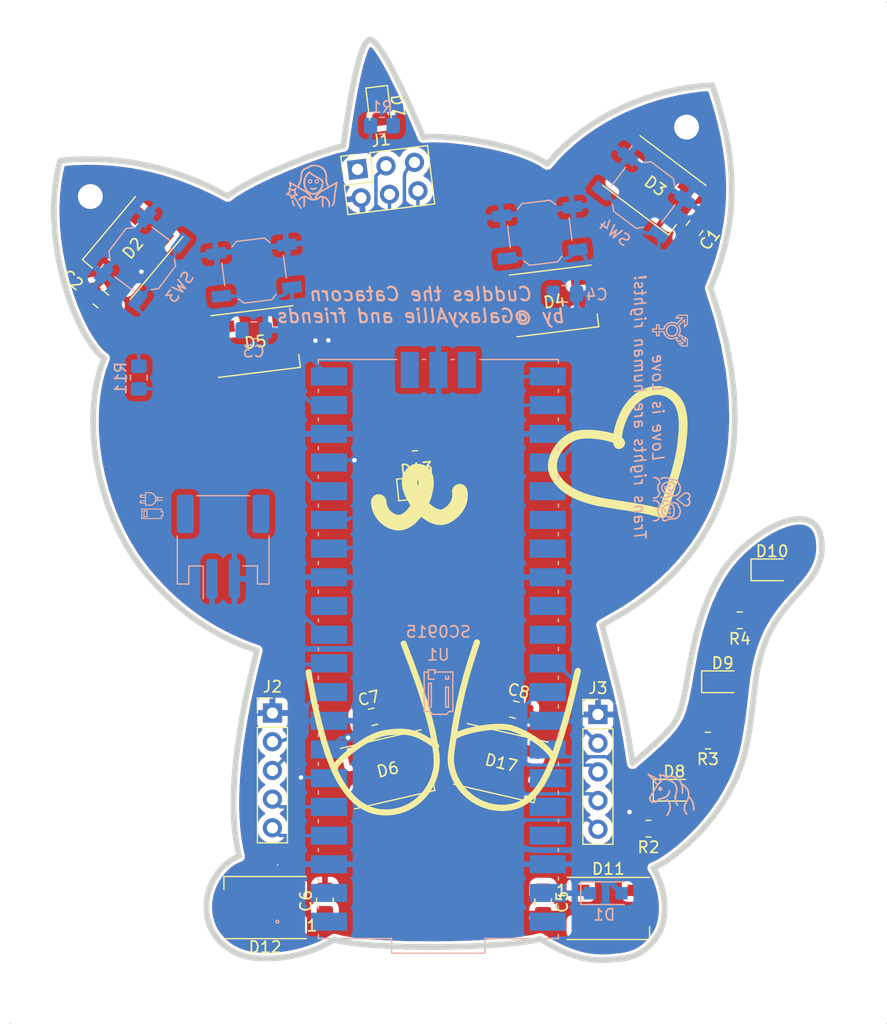
<source format=kicad_pcb>
(kicad_pcb (version 20211014) (generator pcbnew)
  (layers (0 "F.Cu" signal) (31 "B.Cu" signal) (34 "B.Paste" user) (35 "F.Paste" user) (36 "B.SilkS" user "B.Silkscreen") (37 "F.SilkS" user "F.Silkscreen") (38 "B.Mask" user) (39 "F.Mask" user) (44 "Edge.Cuts" user))
  (net 0 "")
  (net 1 "+BATT")
  (net 2 "GND")
  (net 3 "+3V3")
  (net 4 "Net-(D1-Pad1)")
  (net 5 "/LED_DATA_1")
  (net 6 "Net-(D2-Pad2)")
  (net 7 "Net-(D3-Pad2)")
  (net 8 "Net-(D4-Pad2)")
  (net 9 "Net-(D5-Pad2)")
  (net 10 "Net-(D6-Pad2)")
  (net 11 "Net-(D7-Pad2)")
  (net 12 "Net-(D8-Pad2)")
  (net 13 "Net-(D9-Pad2)")
  (net 14 "Net-(D10-Pad2)")
  (net 15 "Net-(D11-Pad2)")
  (net 16 "/SDA")
  (net 17 "/SCL")
  (net 18 "/SAO1")
  (net 19 "/SAO2")
  (net 20 "Net-(R1-Pad2)")
  (net 21 "Net-(SW2-Pad1)")
  (net 22 "Net-(SW4-Pad1)")
  (net 27 "Net-(D2-Pad4)")
  (net 28 "Net-(D17-Pad2)")
  (net 30 "Net-(U1-Pad10)")
  (net 31 "Net-(U1-Pad9)")
  (net 32 "Net-(U1-Pad5)")
  (net 33 "Net-(U1-Pad4)")
  (net 34 "Net-(D13-Pad2)")
  (net 35 "Net-(U1-Pad17)")
  (net 38 "/Tail")
  (net 39 "/GP26")
  (net 40 "/GP27")
  (net 41 "/GP16")
  (net 42 "/GP17")
  (net 47 "/GP14")
  (net 49 "/GP12")
  (footprint "Capacitor_SMD:C_0805_2012Metric_Pad1.18x1.45mm_HandSolder" (layer "F.Cu") (at 73.7147 72.2376 140)
    (fp_text reference "C2")
    (fp_text value "C 0.1uF")
  )
  (footprint "LED_SMD:LED_WS2812B_PLCC4_5.0x5.0mm_P3.2mm" (layer "F.Cu") (at 76.523759 67.681331 -130)
    (fp_text reference "D2")
    (fp_text value "WS2812B")
  )
  (footprint "LED_SMD:LED_WS2812B_PLCC4_5.0x5.0mm_P3.2mm" (layer "F.Cu") (at 88.2512 126.06 180)
    (fp_text reference "D12")
    (fp_text value "WS2812B")
  )
  (footprint "Capacitor_SMD:C_0805_2012Metric_Pad1.18x1.45mm_HandSolder" (layer "F.Cu") (at 112.8776 125.5561 -90)
    (fp_text reference "C5")
    (fp_text value "C 0.1uF")
  )
  (footprint "Resistor_SMD:R_0805_2012Metric_Pad1.20x1.40mm_HandSolder" (layer "F.Cu") (at 127.4666 111.2774 180)
    (fp_text reference "R3")
    (fp_text value "R470")
  )
  (footprint "Capacitor_SMD:C_0805_2012Metric_Pad1.18x1.45mm_HandSolder" (layer "F.Cu") (at 97.8115 109.1692 13)
    (fp_text reference "C7")
    (fp_text value "C 0.1uF")
  )
  (footprint "Connector_PinHeader_2.54mm:PinHeader_1x05_P2.54mm_Vertical" (layer "F.Cu") (at 117.729 108.966)
    (fp_text reference "J3")
    (fp_text value "Conn_01x05")
  )
  (footprint "LED_SMD:LED_WS2812B_PLCC4_5.0x5.0mm_P3.2mm" (layer "F.Cu") (at 99.114728 113.825538 13)
    (fp_text reference "D6")
    (fp_text value "WS2812B")
  )
  (footprint "Resistor_SMD:R_0805_2012Metric_Pad1.20x1.40mm_HandSolder" (layer "F.Cu") (at 122.2088 119.0752 180)
    (fp_text reference "R2")
    (fp_text value "R470")
  )
  (footprint "Resistor_SMD:R_0805_2012Metric_Pad1.20x1.40mm_HandSolder" (layer "F.Cu") (at 101.6 86.36 -174)
    (fp_text reference "R5")
    (fp_text value "R470")
  )
  (footprint "Capacitor_SMD:C_0805_2012Metric_Pad1.18x1.45mm_HandSolder" (layer "F.Cu") (at 126.2888 65.9091 -127)
    (fp_text reference "C1")
    (fp_text value "C 0.1uF")
  )
  (footprint "LED_SMD:LED_WS2812B_PLCC4_5.0x5.0mm_P3.2mm" (layer "F.Cu") (at 109.122328 113.275862 -13)
    (fp_text reference "D17")
    (fp_text value "WS2812B")
  )
  (footprint "Connector_PinHeader_2.54mm:PinHeader_1x05_P2.54mm_Vertical" (layer "F.Cu") (at 88.9 108.839)
    (fp_text reference "J2")
    (fp_text value "Conn_01x05")
  )
  (footprint "LED_SMD:LED_WS2812B_PLCC4_5.0x5.0mm_P3.2mm" (layer "F.Cu") (at 122.719 62.1286 -37)
    (fp_text reference "D3")
    (fp_text value "WS2812B")
  )
  (footprint "LED_SMD:LED_WS2812B_PLCC4_5.0x5.0mm_P3.2mm" (layer "F.Cu") (at 118.6572 126.1366)
    (fp_text reference "D11")
    (fp_text value "WS2812B")
  )
  (footprint "Connector_PinSocket_2.54mm:PinSocket_2x03_P2.54mm_Vertical" (layer "F.Cu") (at 96.437333 60.710748 97)
    (fp_text reference "J1")
    (fp_text value "SAO")
  )
  (footprint "LED_SMD:LED_0805_2012Metric_Pad1.15x1.40mm_HandSolder" (layer "F.Cu") (at 101.845 88.9 6)
    (fp_text reference "D13")
    (fp_text value "LED")
  )
  (footprint "LED_SMD:LED_0805_2012Metric_Pad1.15x1.40mm_HandSolder" (layer "F.Cu") (at 128.778 106.0704)
    (fp_text reference "D9")
    (fp_text value "LED")
  )
  (footprint "Resistor_SMD:R_0805_2012Metric_Pad1.20x1.40mm_HandSolder" (layer "F.Cu") (at 130.2926 100.6348 180)
    (fp_text reference "R4")
    (fp_text value "R470")
  )
  (footprint "LED_SMD:LED_WS2812B_PLCC4_5.0x5.0mm_P3.2mm" (layer "F.Cu") (at 113.844347 72.357546 7)
    (fp_text reference "D4")
    (fp_text value "WS2812B")
  )
  (footprint "LED_SMD:LED_0805_2012Metric_Pad1.15x1.40mm_HandSolder" (layer "F.Cu") (at 98.346716 55.24636 -83)
    (fp_text reference "D7")
    (fp_text value "LED")
  )
  (footprint "LED_SMD:LED_0805_2012Metric_Pad1.15x1.40mm_HandSolder" (layer "F.Cu") (at 124.4944 115.6716)
    (fp_text reference "D8")
    (fp_text value "LED")
  )
  (footprint "MountingHole:MountingHole_2.2mm_M2_Pad" (layer "F.Cu") (at 72.771 63.119)
    (fp_text reference "H1" hide)
    (fp_text value "MountingHole")
  )
  (footprint "Capacitor_SMD:C_0805_2012Metric_Pad1.18x1.45mm_HandSolder" (layer "F.Cu") (at 110.3337 108.5342 -13)
    (fp_text reference "C8")
    (fp_text value "C 0.1uF")
  )
  (footprint "Capacitor_SMD:C_0805_2012Metric_Pad1.18x1.45mm_HandSolder" (layer "F.Cu") (at 93.5482 125.4721 90)
    (fp_text reference "C6")
    (fp_text value "C 0.1uF")
  )
  (footprint "LED_SMD:LED_0805_2012Metric_Pad1.15x1.40mm_HandSolder" (layer "F.Cu") (at 133.1558 96.1644)
    (fp_text reference "D10")
    (fp_text value "LED")
  )
  (footprint "MountingHole:MountingHole_2.2mm_M2_Pad" (layer "F.Cu") (at 125.5776 56.9722)
    (fp_text reference "H2" hide)
    (fp_text value "MountingHole")
  )
  (footprint "LED_SMD:LED_WS2812B_PLCC4_5.0x5.0mm_P3.2mm" (layer "F.Cu") (at 87.416271 75.951906 7)
    (fp_text reference "D5")
    (fp_text value "WS2812B")
  )
  (footprint "Resistor_SMD:R_0805_2012Metric_Pad1.20x1.40mm_HandSolder" (layer "B.Cu") (at 77.0636 79.1464 90)
    (fp_text reference "R11")
    (fp_text value "R470")
  )
  (footprint "Capacitor_SMD:C_0805_2012Metric_Pad1.18x1.45mm_HandSolder" (layer "B.Cu") (at 87.2451 74.9554)
    (fp_text reference "C3")
    (fp_text value "C 0.1uF")
  )
  (footprint "Capacitor_SMD:C_0805_2012Metric_Pad1.18x1.45mm_HandSolder" (layer "B.Cu") (at 114.8041 71.7296)
    (fp_text reference "C4")
    (fp_text value "C 0.1uF")
  )
  (footprint "Connector_JST:JST_PH_S2B-PH-SM4-TB_1x02-1MP_P2.00mm_Horizontal" (layer "B.Cu") (at 84.534 94.1114)
    (fp_text reference "BT1" hide)
    (fp_text value "Battery")
  )
  (footprint "Button_Switch_SMD:SW_SPST_TL3342" (layer "B.Cu") (at 121.766947 62.982475 -37)
    (fp_text reference "SW4")
    (fp_text value "A")
  )
  (footprint "Button_Switch_SMD:SW_SPST_TL3342" (layer "B.Cu") (at 112.578072 66.322749 7)
    (fp_text reference "SW2" hide)
    (fp_text value "C")
  )
  (footprint "Button_Switch_SMD:SW_SPST_TL3342" (layer "B.Cu") (at 87.2744 69.6722 7)
    (fp_text reference "SW1" hide)
    (fp_text value "D")
  )
  (footprint "Diode_SMD:D_SOD-123F" (layer "B.Cu") (at 118.4118 124.7902)
    (fp_text reference "D1")
    (fp_text value "D_Schottky")
  )
  (footprint "Button_Switch_SMD:SW_SPST_TL3342" (layer "B.Cu") (at 77.368 68.6104 53)
    (fp_text reference "SW3")
    (fp_text value "B")
  )
  (footprint "Raspberry Pi Pico:SC0915-No test pads" (layer "B.Cu") (at 103.5939 103.1748)
    (fp_text reference "U1")
    (fp_text value "SC0915")
  )
  (footprint "Resistor_SMD:R_0805_2012Metric_Pad1.20x1.40mm_HandSolder" (layer "B.Cu") (at 98.5934 56.8452 180)
    (fp_text reference "R1")
    (fp_text value "R470")
  )
  (gr_line (start 123.680391 91.815001) (end 123.657339 91.819092) (layer "B.SilkS") (width 0.126999))
  (gr_line (start 125.816822 90.025327) (end 125.824503 90.037731) (layer "B.SilkS") (width 0.126999))
  (gr_line (start 123.813449 75.107022) (end 123.807977 75.083317) (layer "B.SilkS") (width 0.114299))
  (gr_line (start 123.010102 91.737236) (end 122.99284 91.750222) (layer "B.SilkS") (width 0.126999))
  (gr_line (start 125.720758 89.904567) (end 125.707263 89.912087) (layer "B.SilkS") (width 0.126999))
  (gr_line (start 124.134437 90.690765) (end 124.137487 90.693666) (layer "B.SilkS") (width 0.063499))
  (gr_line (start 125.754036 115.873721) (end 125.764862 115.9465) (layer "B.SilkS") (width 0.148166))
  (gr_line (start 77.5208 91.4654) (end 77.5208 90.936953) (layer "B.SilkS") (width 0.095249))
  (gr_line (start 124.142288 74.516634) (end 124.165539 74.510031) (layer "B.SilkS") (width 0.114299))
  (gr_line (start 91.52569 63.198111) (end 91.564624 63.180538) (layer "B.SilkS") (width 0.148166))
  (gr_line (start 91.717988 61.782784) (end 91.716252 61.850555) (layer "B.SilkS") (width 0.148166))
  (gr_line (start 93.364315 63.140182) (end 93.397991 63.149125) (layer "B.SilkS") (width 0.148166))
  (gr_line (start 123.985527 90.747796) (end 123.986071 90.743234) (layer "B.SilkS") (width 0.063499))
  (gr_line (start 124.521536 74.553742) (end 124.542054 74.56554) (layer "B.SilkS") (width 0.114299))
  (gr_line (start 125.382087 89.404616) (end 125.38447 89.403354) (layer "B.SilkS") (width 0.126999))
  (gr_line (start 124.064617 88.992307) (end 124.069263 88.991977) (layer "B.SilkS") (width 0.063499))
  (gr_line (start 79.040902 90.786657) (end 79.039542 90.785924) (layer "B.SilkS") (width 0.095249))
  (gr_line (start 123.777821 91.78602) (end 123.728297 91.802696) (layer "B.SilkS") (width 0.126999))
  (gr_line (start 124.72365 90.313807) (end 124.737206 90.324855) (layer "B.SilkS") (width 0.126999))
  (gr_line (start 123.546287 89.793603) (end 123.523201 89.79147) (layer "B.SilkS") (width 0.126999))
  (gr_line (start 123.820051 74.838871) (end 123.827754 74.816105) (layer "B.SilkS") (width 0.114299))
  (gr_line (start 125.378396 117.269482) (end 125.380757 117.311653) (layer "B.SilkS") (width 0.148166))
  (gr_line (start 92.093329 61.732411) (end 92.095658 61.725526) (layer "B.SilkS") (width 0.074083))
  (gr_line (start 124.219311 75.704751) (end 124.185953 75.700867) (layer "B.SilkS") (width 0.114299))
  (gr_line (start 92.974903 61.791621) (end 92.973961 61.799037) (layer "B.SilkS") (width 0.074083))
  (gr_line (start 91.724072 63.551146) (end 91.723917 63.521898) (layer "B.SilkS") (width 0.148166))
  (gr_line (start 124.069263 88.813955) (end 124.064617 88.813626) (layer "B.SilkS") (width 0.063499))
  (gr_line (start 77.338008 91.605156) (end 77.338667 91.606551) (layer "B.SilkS") (width 0.095249))
  (gr_line (start 124.709614 88.271355) (end 124.72365 88.281807) (layer "B.SilkS") (width 0.126999))
  (gr_line (start 124.860145 89.412231) (end 124.843714 89.431492) (layer "B.SilkS") (width 0.126999))
  (gr_line (start 91.713572 63.332621) (end 91.711451 63.314208) (layer "B.SilkS") (width 0.148166))
  (gr_line (start 123.516894 88.589915) (end 123.498692 88.610631) (layer "B.SilkS") (width 0.126999))
  (gr_line (start 91.955545 60.598985) (end 91.927732 60.604847) (layer "B.SilkS") (width 0.148166))
  (gr_line (start 77.198857 90.123706) (end 77.197472 90.128482) (layer "B.SilkS") (width 0.095249))
  (gr_line (start 124.087919 88.99285) (end 124.092392 88.993603) (layer "B.SilkS") (width 0.063499))
  (gr_line (start 91.204481 62.149448) (end 91.19921 62.162509) (layer "B.SilkS") (width 0.148166))
  (gr_line (start 94.524521 62.307901) (end 94.494395 62.477603) (layer "B.SilkS") (width 0.148166))
  (gr_line (start 123.024228 88.954822) (end 123.02767 88.981122) (layer "B.SilkS") (width 0.126999))
  (gr_line (start 93.308971 62.16635) (end 93.320085 62.116385) (layer "B.SilkS") (width 0.148166))
  (gr_line (start 92.234835 61.628305) (end 92.234835 61.628305) (layer "B.SilkS") (width 0.074083))
  (gr_line (start 93.933121 63.786048) (end 93.933121 63.786048) (layer "B.SilkS") (width 0.148166))
  (gr_line (start 124.848721 88.448346) (end 124.854896 88.465086) (layer "B.SilkS") (width 0.126999))
  (gr_line (start 123.988938 89.053698) (end 123.990291 89.049518) (layer "B.SilkS") (width 0.063499))
  (gr_line (start 123.875681 74.385822) (end 123.90112 74.368991) (layer "B.SilkS") (width 0.114299))
  (gr_line (start 91.983837 60.594404) (end 91.955545 60.598985) (layer "B.SilkS") (width 0.148166))
  (gr_line (start 92.525537 63.397111) (end 92.567209 63.396026) (layer "B.SilkS") (width 0.148166))
  (gr_line (start 124.13085 90.383443) (end 124.143446 90.384557) (layer "B.SilkS") (width 0.126999))
  (gr_line (start 125.168288 115.234643) (end 125.193876 115.350907) (layer "B.SilkS") (width 0.148166))
  (gr_line (start 123.420669 90.770799) (end 123.432019 90.745139) (layer "B.SilkS") (width 0.126999))
  (gr_line (start 77.198858 89.618477) (end 77.197473 89.623253) (layer "B.SilkS") (width 0.095249))
  (gr_line (start 125.572978 89.351249) (end 125.587545 89.352392) (layer "B.SilkS") (width 0.126999))
  (gr_line (start 94.469381 62.631294) (end 94.448843 62.770172) (layer "B.SilkS") (width 0.148166))
  (gr_line (start 92.876731 62.976166) (end 92.898706 62.947346) (layer "B.SilkS") (width 0.148166))
  (gr_line (start 123.19549 88.43352) (end 123.197133 88.455497) (layer "B.SilkS") (width 0.126999))
  (gr_line (start 123.197687 90.509516) (end 123.197687 90.509516) (layer "B.SilkS") (width 0.126999))
  (gr_line (start 125.406986 74.031945) (end 125.406986 74.647577) (layer "B.SilkS") (width 0.114299))
  (gr_line (start 77.337424 90.801735) (end 77.336915 90.803191) (layer "B.SilkS") (width 0.095249))
  (gr_line (start 77.204326 90.197271) (end 77.206568 90.201612) (layer "B.SilkS") (width 0.095249))
  (gr_line (start 102.7176 105.0163) (end 102.7176 105.0163) (layer "B.SilkS") (width 0.126999))
  (gr_line (start 123.613623 91.82231) (end 123.593193 91.8211) (layer "B.SilkS") (width 0.126999))
  (gr_line (start 124.850091 75.974918) (end 124.679149 75.803976) (layer "B.SilkS") (width 0.114299))
  (gr_line (start 93.202548 61.628305) (end 93.130852 61.581496) (layer "B.SilkS") (width 0.148166))
  (gr_line (start 125.832937 89.518916) (end 125.832937 89.518916) (layer "B.SilkS") (width 0.126999))
  (gr_line (start 122.418133 116.630007) (end 122.408086 116.617495) (layer "B.SilkS") (width 0.148166))
  (gr_line (start 124.042739 91.196462) (end 124.038665 91.194919) (layer "B.SilkS") (width 0.063499))
  (gr_line (start 123.146334 91.567162) (end 123.136089 91.586815) (layer "B.SilkS") (width 0.126999))
  (gr_line (start 93.660559 61.242303) (end 93.651897 61.177401) (layer "B.SilkS") (width 0.148166))
  (gr_line (start 124.920298 88.60562) (end 124.933491 88.624591) (layer "B.SilkS") (width 0.126999))
  (gr_line (start 123.178558 89.452677) (end 123.171869 89.473793) (layer "B.SilkS") (width 0.126999))
  (gr_line (start 124.480387 90.941316) (end 124.480387 90.941316) (layer "B.SilkS") (width 0.126999))
  (gr_line (start 124.401074 88.986484) (end 124.477113 88.861096) (layer "B.SilkS") (width 0.126999))
  (gr_line (start 77.34412 90.791378) (end 77.34412 90.791378) (layer "B.SilkS") (width 0.095249))
  (gr_line (start 124.051202 88.63896) (end 124.055582 88.638002) (layer "B.SilkS") (width 0.063499))
  (gr_line (start 77.279828 89.748171) (end 77.284865 89.748848) (layer "B.SilkS") (width 0.095249))
  (gr_line (start 124.073987 88.814066) (end 124.069263 88.813955) (layer "B.SilkS") (width 0.063499))
  (gr_line (start 102.9716 108.3183) (end 102.9716 108.3183) (layer "B.SilkS") (width 0.126999))
  (gr_line (start 102.7176 108.3183) (end 102.7176 106.2228) (layer "B.SilkS") (width 0.126999))
  (gr_line (start 77.220629 90.221325) (end 77.223969 90.224827) (layer "B.SilkS") (width 0.095249))
  (gr_line (start 125.447698 115.338057) (end 125.486635 115.376404) (layer "B.SilkS") (width 0.148166))
  (gr_line (start 77.255981 89.741277) (end 77.260552 89.743103) (layer "B.SilkS") (width 0.095249))
  (gr_line (start 78.472171 90.201377) (end 78.486616 90.178791) (layer "B.SilkS") (width 0.095249))
  (gr_line (start 124.161903 90.743234) (end 124.162447 90.747796) (layer "B.SilkS") (width 0.063499))
  (gr_line (start 124.386304 114.473502) (end 124.459585 114.493875) (layer "B.SilkS") (width 0.148166))
  (gr_line (start 77.238881 90.070116) (end 77.234932 90.072935) (layer "B.SilkS") (width 0.095249))
  (gr_line (start 122.857975 89.781412) (end 122.837024 89.785965) (layer "B.SilkS") (width 0.126999))
  (gr_line (start 78.322128 90.351855) (end 78.343911 90.336308) (layer "B.SilkS") (width 0.095249))
  (gr_line (start 124.493087 90.230116) (end 124.511445 90.231136) (layer "B.SilkS") (width 0.126999))
  (gr_line (start 92.975668 61.776472) (end 92.975668 61.776472) (layer "B.SilkS") (width 0.074083))
  (gr_line (start 126.201819 117.05032) (end 126.20924 117.104864) (layer "B.SilkS") (width 0.148166))
  (gr_line (start 93.397991 63.149125) (end 93.431265 63.159561) (layer "B.SilkS") (width 0.148166))
  (gr_line (start 123.988938 89.107835) (end 123.987781 89.103552) (layer "B.SilkS") (width 0.063499))
  (gr_line (start 124.254878 74.258154) (end 124.287481 74.257433) (layer "B.SilkS") (width 0.114299))
  (gr_line (start 123.697452 89.004541) (end 123.704224 89.020624) (layer "B.SilkS") (width 0.126999))
  (gr_line (start 92.308918 62.387659) (end 92.335275 62.400682) (layer "B.SilkS") (width 0.148166))
  (gr_line (start 92.812351 61.62907) (end 92.819876 61.628498) (layer "B.SilkS") (width 0.074083))
  (gr_line (start 93.916457 63.651174) (end 93.923645 63.684106) (layer "B.SilkS") (width 0.148166))
  (gr_line (start 123.704224 91.052624) (end 123.712037 91.068316) (layer "B.SilkS") (width 0.126999))
  (gr_line (start 123.387038 114.330476) (end 123.440657 114.33965) (layer "B.SilkS") (width 0.148166))
  (gr_line (start 124.159036 88.752234) (end 124.157683 88.756415) (layer "B.SilkS") (width 0.063499))
  (gr_line (start 92.681042 61.753907) (end 92.682345 61.74661) (layer "B.SilkS") (width 0.074083))
  (gr_line (start 77.197473 89.623253) (end 77.196318 89.628122) (layer "B.SilkS") (width 0.095249))
  (gr_line (start 124.72365 88.281807) (end 124.737206 88.292855) (layer "B.SilkS") (width 0.126999))
  (gr_line (start 79.05563 91.022326) (end 79.05563 90.813929) (layer "B.SilkS") (width 0.095249))
  (gr_line (start 123.827528 90.425974) (end 123.893322 90.40738) (layer "B.SilkS") (width 0.126999))
  (gr_line (start 124.546479 89.601199) (end 124.50162 89.610247) (layer "B.SilkS") (width 0.126999))
  (gr_line (start 92.10455 61.847098) (end 92.101278 61.840709) (layer "B.SilkS") (width 0.074083))
  (gr_line (start 123.125022 89.573995) (end 123.11316 89.592659) (layer "B.SilkS") (width 0.126999))
  (gr_line (start 124.786222 90.374625) (end 124.797069 90.38837) (layer "B.SilkS") (width 0.126999))
  (gr_line (start 93.346085 61.850555) (end 93.346085 61.850555) (layer "B.SilkS") (width 0.148166))
  (gr_line (start 77.251523 90.062803) (end 77.247182 90.065044) (layer "B.SilkS") (width 0.095249))
  (gr_line (start 124.284331 91.455666) (end 124.243143 91.467324) (layer "B.SilkS") (width 0.126999))
  (gr_line (start 93.307307 61.71107) (end 93.26209 61.671641) (layer "B.SilkS") (width 0.148166))
  (gr_line (start 125.235981 73.860939) (end 124.711534 74.386084) (layer "B.SilkS") (width 0.114299))
  (gr_line (start 124.594687 91.620766) (end 124.594687 91.620766) (layer "B.SilkS") (width 0.126999))
  (gr_line (start 94.407762 63.109882) (end 94.391152 63.284214) (layer "B.SilkS") (width 0.148166))
  (gr_line (start 123.985087 89.080766) (end 123.985198 89.076042) (layer "B.SilkS") (width 0.063499))
  (gr_line (start 91.463976 61.186554) (end 91.458359 61.280261) (layer "B.SilkS") (width 0.148166))
  (gr_line (start 122.328345 116.386818) (end 122.328074 116.375725) (layer "B.SilkS") (width 0.148166))
  (gr_line (start 92.531168 62.887722) (end 92.531168 62.887722) (layer "B.SilkS") (width 0.148166))
  (gr_line (start 124.131242 88.794316) (end 124.127909 88.796905) (layer "B.SilkS") (width 0.063499))
  (gr_line (start 125.630512 89.359856) (end 125.644512 89.363659) (layer "B.SilkS") (width 0.126999))
  (gr_line (start 125.816822 89.812605) (end 125.808517 89.824646) (layer "B.SilkS") (width 0.126999))
  (gr_line (start 123.67922 90.952221) (end 123.680783 90.96942) (layer "B.SilkS") (width 0.126999))
  (gr_line (start 123.790023 88.418084) (end 123.76031 88.428798) (layer "B.SilkS") (width 0.126999))
  (gr_line (start 92.950364 61.859314) (end 92.946233 61.865123) (layer "B.SilkS") (width 0.074083))
  (gr_line (start 124.256041 88.403821) (end 124.219243 88.393776) (layer "B.SilkS") (width 0.126999))
  (gr_line (start 93.752789 62.012842) (end 93.734255 61.968877) (layer "B.SilkS") (width 0.148166))
  (gr_line (start 124.046919 90.842215) (end 124.042739 90.840862) (layer "B.SilkS") (width 0.063499))
  (gr_line (start 125.73561 89.407729) (end 125.747359 89.416406) (layer "B.SilkS") (width 0.126999))
  (gr_line (start 123.055203 88.717252) (end 123.046255 88.74374) (layer "B.SilkS") (width 0.126999))
  (gr_line (start 125.265635 75.55785) (end 125.265635 75.55785) (layer "B.SilkS") (width 0.114299))
  (gr_line (start 124.221056 91.472688) (end 124.198308 91.477494) (layer "B.SilkS") (width 0.126999))
  (gr_line (start 123.024228 90.986822) (end 123.02767 91.013122) (layer "B.SilkS") (width 0.126999))
  (gr_line (start 92.78344 61.917977) (end 92.776556 61.915648) (layer "B.SilkS") (width 0.074083))
  (gr_line (start 92.374011 61.725526) (end 92.37634 61.732411) (layer "B.SilkS") (width 0.074083))
  (gr_line (start 124.218648 89.61878) (end 124.187183 89.619121) (layer "B.SilkS") (width 0.126999))
  (gr_line (start 90.661267 62.567652) (end 90.661267 62.567652) (layer "B.SilkS") (width 0.148166))
  (gr_line (start 78.123407 89.34463) (end 78.096029 89.339668) (layer "B.SilkS") (width 0.095249))
  (gr_line (start 92.292509 61.912995) (end 92.28578 61.915648) (layer "B.SilkS") (width 0.074083))
  (gr_line (start 124.023187 90.128516) (end 124.023187 90.128516) (layer "B.SilkS") (width 0.126999))
  (gr_line (start 123.008494 115.184828) (end 123.008494 115.184828) (layer "B.SilkS") (width 0.148166))
  (gr_line (start 124.002248 88.671245) (end 124.004838 88.667911) (layer "B.SilkS") (width 0.063499))
  (gr_line (start 94.369738 63.491423) (end 94.361 63.5508) (layer "B.SilkS") (width 0.148166))
  (gr_line (start 122.199148 114.27767) (end 123.008486 115.184821) (layer "B.SilkS") (width 0.148166))
  (gr_line (start 126.01884 116.539543) (end 126.038238 116.572949) (layer "B.SilkS") (width 0.148166))
  (gr_line (start 123.055203 91.118181) (end 123.065528 91.144417) (layer "B.SilkS") (width 0.126999))
  (gr_line (start 122.99284 90.11336) (end 123.010102 90.126346) (layer "B.SilkS") (width 0.126999))
  (gr_line (start 90.679062 63.497694) (end 90.684019 63.532859) (layer "B.SilkS") (width 0.148166))
  (gr_line (start 124.083357 91.201226) (end 124.078712 91.201555) (layer "B.SilkS") (width 0.063499))
  (gr_line (start 92.37634 61.732411) (end 92.378337 61.739442) (layer "B.SilkS") (width 0.074083))
  (gr_line (start 124.019503 89.429315) (end 124.054937 89.430016) (layer "B.SilkS") (width 0.126999))
  (gr_line (start 124.016732 89.011617) (end 124.020066 89.009027) (layer "B.SilkS") (width 0.063499))
  (gr_line (start 123.492672 90.648638) (end 123.511417 90.626222) (layer "B.SilkS") (width 0.126999))
  (gr_line (start 77.209009 89.596216) (end 77.206569 89.600432) (layer "B.SilkS") (width 0.095249))
  (gr_line (start 123.510035 91.780107) (end 123.498022 91.76374) (layer "B.SilkS") (width 0.126999))
  (gr_line (start 124.777955 74.984572) (end 124.777955 74.984572) (layer "B.SilkS") (width 0.114299))
  (gr_line (start 79.053189 90.800308) (end 79.05253 90.798913) (layer "B.SilkS") (width 0.095249))
  (gr_line (start 77.220629 89.716095) (end 77.223969 89.719597) (layer "B.SilkS") (width 0.095249))
  (gr_line (start 125.73561 90.430203) (end 125.723498 90.438303) (layer "B.SilkS") (width 0.126999))
  (gr_line (start 125.853238 89.733717) (end 125.848812 89.747516) (layer "B.SilkS") (width 0.126999))
  (gr_line (start 124.083357 88.636706) (end 124.087919 88.63725) (layer "B.SilkS") (width 0.063499))
  (gr_line (start 122.975023 89.730303) (end 122.956679 89.741438) (layer "B.SilkS") (width 0.126999))
  (gr_line (start 124.420459 89.620119) (end 124.383413 89.621911) (layer "B.SilkS") (width 0.126999))
  (gr_line (start 124.890823 89.371375) (end 124.875853 89.392181) (layer "B.SilkS") (width 0.126999))
  (gr_line (start 124.122766 91.65664) (end 124.089069 91.662785) (layer "B.SilkS") (width 0.126999))
  (gr_line (start 125.587545 89.352392) (end 125.602005 89.354213) (layer "B.SilkS") (width 0.126999))
  (gr_line (start 91.733036 62.065281) (end 91.742251 62.116385) (layer "B.SilkS") (width 0.148166))
  (gr_line (start 124.162887 90.757166) (end 124.162776 90.761891) (layer "B.SilkS") (width 0.063499))
  (gr_line (start 122.466664 116.671008) (end 122.4534 116.6622) (layer "B.SilkS") (width 0.148166))
  (gr_line (start 91.929901 62.555803) (end 91.957022 62.591388) (layer "B.SilkS") (width 0.148166))
  (gr_line (start 92.378337 61.739442) (end 92.379991 61.74661) (layer "B.SilkS") (width 0.074083))
  (gr_line (start 125.848812 89.747516) (end 125.843716 89.761092) (layer "B.SilkS") (width 0.126999))
  (gr_line (start 123.459388 91.174341) (end 123.44494 91.149874) (layer "B.SilkS") (width 0.126999))
  (gr_line (start 124.078712 88.991977) (end 124.083357 88.992307) (layer "B.SilkS") (width 0.063499))
  (gr_line (start 124.875853 91.424181) (end 124.860146 91.444231) (layer "B.SilkS") (width 0.126999))
  (gr_line (start 122.199148 114.27767) (end 122.199148 114.27767) (layer "B.SilkS") (width 0.148166))
  (gr_line (start 91.507268 60.9666) (end 91.497562 60.99245) (layer "B.SilkS") (width 0.148166))
  (gr_line (start 123.671469 90.039219) (end 123.694288 90.039106) (layer "B.SilkS") (width 0.126999))
  (gr_line (start 124.083357 88.992307) (end 124.087919 88.99285) (layer "B.SilkS") (width 0.063499))
  (gr_line (start 124.073987 88.814066) (end 124.073987 88.814066) (layer "B.SilkS") (width 0.063499))
  (gr_line (start 92.532662 60.371384) (end 92.498187 60.374382) (layer "B.SilkS") (width 0.148166))
  (gr_line (start 124.926153 74.639536) (end 124.938397 74.663367) (layer "B.SilkS") (width 0.114299))
  (gr_line (start 125.832937 89.518916) (end 125.839673 89.532715) (layer "B.SilkS") (width 0.126999))
  (gr_line (start 123.985198 91.108042) (end 123.985527 91.103396) (layer "B.SilkS") (width 0.063499))
  (gr_line (start 92.871562 61.634966) (end 92.878447 61.637296) (layer "B.SilkS") (width 0.074083))
  (gr_line (start 124.694277 75.258516) (end 124.680616 75.277726) (layer "B.SilkS") (width 0.114299))
  (gr_line (start 124.582599 88.211402) (end 124.599713 88.216422) (layer "B.SilkS") (width 0.126999))
  (gr_line (start 125.528866 90.485944) (end 125.514104 90.484277) (layer "B.SilkS") (width 0.126999))
  (gr_line (start 78.724769 89.767817) (end 78.724769 89.767817) (layer "B.SilkS") (width 0.095249))
  (gr_line (start 92.300018 63.167929) (end 92.31811 63.200658) (layer "B.SilkS") (width 0.148166))
  (gr_line (start 124.493087 88.198116) (end 124.493087 88.198116) (layer "B.SilkS") (width 0.126999))
  (gr_line (start 77.366671 90.782825) (end 77.366671 90.782825) (layer "B.SilkS") (width 0.095249))
  (gr_line (start 79.055344 91.597764) (end 79.055539 91.596224) (layer "B.SilkS") (width 0.095249))
  (gr_line (start 93.589219 63.232709) (end 93.618649 63.251246) (layer "B.SilkS") (width 0.148166))
  (gr_line (start 92.334459 61.886148) (end 92.329083 61.890805) (layer "B.SilkS") (width 0.074083))
  (gr_line (start 123.120594 88.584387) (end 123.104763 88.611021) (layer "B.SilkS") (width 0.126999))
  (gr_line (start 124.287481 74.257433) (end 124.287481 74.257433) (layer "B.SilkS") (width 0.114299))
  (gr_line (start 123.730206 114.445898) (end 123.800685 114.436569) (layer "B.SilkS") (width 0.148166))
  (gr_line (start 125.86342 89.618636) (end 125.864687 89.633216) (layer "B.SilkS") (width 0.126999))
  (gr_line (start 123.511417 90.626222) (end 123.531501 90.604559) (layer "B.SilkS") (width 0.126999))
  (gr_line (start 125.707263 89.912087) (end 125.693237 89.918966) (layer "B.SilkS") (width 0.126999))
  (gr_line (start 122.815734 88.010312) (end 122.837024 88.013618) (layer "B.SilkS") (width 0.126999))
  (gr_line (start 123.114921 116.480982) (end 123.11114 116.483761) (layer "B.SilkS") (width 0.148166))
  (gr_line (start 126.170307 116.898545) (end 126.18224 116.947205) (layer "B.SilkS") (width 0.148166))
  (gr_line (start 78.227736 90.403329) (end 78.252354 90.392137) (layer "B.SilkS") (width 0.095249))
  (gr_line (start 122.330679 116.408956) (end 122.329213 116.397903) (layer "B.SilkS") (width 0.148166))
  (gr_line (start 92.973961 61.799037) (end 92.972658 61.806333) (layer "B.SilkS") (width 0.074083))
  (gr_line (start 77.274872 90.054792) (end 77.270003 90.055948) (layer "B.SilkS") (width 0.095249))
  (gr_line (start 92.265624 60.429619) (end 92.241917 60.43921) (layer "B.SilkS") (width 0.148166))
  (gr_line (start 92.697217 61.847098) (end 92.693945 61.840709) (layer "B.SilkS") (width 0.074083))
  (gr_line (start 124.096772 88.99456) (end 124.101055 88.995717) (layer "B.SilkS") (width 0.063499))
  (gr_line (start 93.316166 60.593732) (end 93.25064 60.5482) (layer "B.SilkS") (width 0.148166))
  (gr_line (start 124.007586 90.817616) (end 124.004838 90.814421) (layer "B.SilkS") (width 0.063499))
  (gr_line (start 125.839673 89.532715) (end 125.8456 89.54671) (layer "B.SilkS") (width 0.126999))
  (gr_line (start 125.486635 115.376404) (end 125.525131 115.418045) (layer "B.SilkS") (width 0.148166))
  (gr_line (start 123.137802 90.589721) (end 123.120594 90.616387) (layer "B.SilkS") (width 0.126999))
  (gr_line (start 124.432663 88.194378) (end 124.493087 88.198116) (layer "B.SilkS") (width 0.126999))
  (gr_line (start 123.395565 88.981999) (end 123.40121 89.007654) (layer "B.SilkS") (width 0.126999))
  (gr_line (start 92.690978 61.718798) (end 92.693945 61.712234) (layer "B.SilkS") (width 0.074083))
  (gr_line (start 123.104763 90.64302) (end 123.090308 90.669623) (layer "B.SilkS") (width 0.126999))
  (gr_line (start 123.800553 74.934475) (end 123.803669 74.909955) (layer "B.SilkS") (width 0.114299))
  (gr_line (start 123.997561 91.15962) (end 123.995474 91.155895) (layer "B.SilkS") (width 0.063499))
  (gr_line (start 124.157683 91.144014) (end 124.15614 91.148088) (layer "B.SilkS") (width 0.063499))
  (gr_line (start 123.851926 89.405864) (end 123.884046 89.413094) (layer "B.SilkS") (width 0.126999))
  (gr_line (start 91.858788 63.119299) (end 91.858788 63.119299) (layer "B.SilkS") (width 0.148166))
  (gr_line (start 124.157683 89.112015) (end 124.15614 89.116088) (layer "B.SilkS") (width 0.063499))
  (gr_line (start 92.264696 61.921628) (end 92.257399 61.922931) (layer "B.SilkS") (width 0.074083))
  (gr_line (start 123.226681 114.321946) (end 123.255398 114.321465) (layer "B.SilkS") (width 0.148166))
  (gr_line (start 124.023534 88.651) (end 124.027133 88.64874) (layer "B.SilkS") (width 0.063499))
  (gr_line (start 93.368332 64.003239) (end 93.357702 63.890589) (layer "B.SilkS") (width 0.148166))
  (gr_line (start 92.352271 63.267233) (end 92.368329 63.301059) (layer "B.SilkS") (width 0.148166))
  (gr_line (start 77.5208 90.936953) (end 77.5208 90.936953) (layer "B.SilkS") (width 0.095249))
  (gr_line (start 91.926347 61.224446) (end 91.889884 61.275396) (layer "B.SilkS") (width 0.148166))
  (gr_line (start 123.995474 88.682037) (end 123.997562 88.678312) (layer "B.SilkS") (width 0.063499))
  (gr_line (start 90.750486 63.771743) (end 90.756169 63.784995) (layer "B.SilkS") (width 0.148166))
  (gr_line (start 123.678699 88.902966) (end 123.67922 88.920221) (layer "B.SilkS") (width 0.126999))
  (gr_line (start 124.162887 89.080766) (end 124.162887 89.080766) (layer "B.SilkS") (width 0.063499))
  (gr_line (start 124.145726 89.134688) (end 124.143136 89.138022) (layer "B.SilkS") (width 0.063499))
  (gr_line (start 125.839673 90.305217) (end 125.832937 90.319016) (layer "B.SilkS") (width 0.126999))
  (gr_line (start 125.49935 90.481885) (end 125.48463 90.478758) (layer "B.SilkS") (width 0.126999))
  (gr_line (start 124.160193 91.089981) (end 124.161151 91.094361) (layer "B.SilkS") (width 0.063499))
  (gr_line (start 124.459737 89.616392) (end 124.420459 89.620119) (layer "B.SilkS") (width 0.126999))
  (gr_line (start 123.991834 88.760488) (end 123.990291 88.756415) (layer "B.SilkS") (width 0.063499))
  (gr_line (start 92.317677 61.899334) (end 92.311665 61.903188) (layer "B.SilkS") (width 0.074083))
  (gr_line (start 124.161903 89.094698) (end 124.161151 89.099171) (layer "B.SilkS") (width 0.063499))
  (gr_line (start 124.027133 90.68074) (end 124.030858 90.678653) (layer "B.SilkS") (width 0.063499))
  (gr_line (start 92.697217 61.705846) (end 92.700785 61.699641) (layer "B.SilkS") (width 0.074083))
  (gr_line (start 91.489022 61.018834) (end 91.48168 61.045721) (layer "B.SilkS") (width 0.148166))
  (gr_line (start 123.668243 74.605584) (end 123.702175 74.554876) (layer "B.SilkS") (width 0.114299))
  (gr_line (start 92.680099 61.761322) (end 92.681042 61.753907) (layer "B.SilkS") (width 0.074083))
  (gr_line (start 124.713172 115.641135) (end 124.708867 115.732137) (layer "B.SilkS") (width 0.148166))
  (gr_line (start 123.388187 88.902966) (end 123.388187 88.902966) (layer "B.SilkS") (width 0.126999))
  (gr_line (start 125.003574 74.870341) (end 125.00732 74.89795) (layer "B.SilkS") (width 0.114299))
  (gr_line (start 91.377998 61.747465) (end 91.361057 61.791565) (layer "B.SilkS") (width 0.148166))
  (gr_line (start 122.881203 116.693198) (end 122.874806 116.695315) (layer "B.SilkS") (width 0.148166))
  (gr_line (start 125.799598 90.001635) (end 125.808517 90.013286) (layer "B.SilkS") (width 0.126999))
  (gr_line (start 125.769979 116.022906) (end 125.76886 116.102972) (layer "B.SilkS") (width 0.148166))
  (gr_line (start 124.617431 75.347253) (end 124.599653 75.362653) (layer "B.SilkS") (width 0.114299))
  (gr_line (start 123.189043 90.421869) (end 123.192784 90.44363) (layer "B.SilkS") (width 0.126999))
  (gr_line (start 124.237893 74.497135) (end 124.262776 74.495243) (layer "B.SilkS") (width 0.114299))
  (gr_line (start 125.900769 116.368475) (end 125.939697 116.4202) (layer "B.SilkS") (width 0.148166))
  (gr_line (start 123.997562 91.065912) (end 123.999821 91.062313) (layer "B.SilkS") (width 0.063499))
  (gr_line (start 125.40745 89.388369) (end 125.410344 89.386642) (layer "B.SilkS") (width 0.126999))
  (gr_line (start 124.137487 89.144266) (end 124.134437 89.147168) (layer "B.SilkS") (width 0.063499))
  (gr_line (start 123.987781 90.734381) (end 123.988938 90.730098) (layer "B.SilkS") (width 0.063499))
  (gr_line (start 124.986263 88.730984) (end 124.997317 88.76535) (layer "B.SilkS") (width 0.126999))
  (gr_line (start 125.486885 116.852838) (end 125.463368 116.897402) (layer "B.SilkS") (width 0.148166))
  (gr_line (start 122.898746 90.062847) (end 122.918513 90.070885) (layer "B.SilkS") (width 0.126999))
  (gr_line (start 124.348228 91.654252) (end 124.28195 91.652516) (layer "B.SilkS") (width 0.126999))
  (gr_line (start 124.459585 114.493875) (end 124.533006 114.519018) (layer "B.SilkS") (width 0.148166))
  (gr_line (start 122.352036 116.279517) (end 122.357583 116.269674) (layer "B.SilkS") (width 0.148166))
  (gr_line (start 92.417438 62.429331) (end 92.445586 62.435408) (layer "B.SilkS") (width 0.148166))
  (gr_line (start 92.756875 61.906756) (end 92.75067 61.903188) (layer "B.SilkS") (width 0.074083))
  (gr_line (start 123.024228 90.881448) (end 123.022163 90.90782) (layer "B.SilkS") (width 0.126999))
  (gr_line (start 124.089069 91.662785) (end 124.071685 91.666916) (layer "B.SilkS") (width 0.126999))
  (gr_line (start 77.231127 90.075934) (end 77.22747 90.079106) (layer "B.SilkS") (width 0.095249))
  (gr_line (start 124.010487 91.176266) (end 124.007586 91.173216) (layer "B.SilkS") (width 0.063499))
  (gr_line (start 78.440204 89.536379) (end 78.422746 89.516171) (layer "B.SilkS") (width 0.095249))
  (gr_line (start 92.531168 62.443222) (end 92.559804 62.442354) (layer "B.SilkS") (width 0.148166))
  (gr_line (start 93.367954 63.225042) (end 93.370385 63.215518) (layer "B.SilkS") (width 0.148166))
  (gr_line (start 92.124422 60.500741) (end 92.108939 60.510901) (layer "B.SilkS") (width 0.148166))
  (gr_line (start 92.94954 60.415373) (end 92.866516 60.395269) (layer "B.SilkS") (width 0.148166))
  (gr_line (start 124.841816 90.463978) (end 124.848721 90.480346) (layer "B.SilkS") (width 0.126999))
  (gr_line (start 78.322136 89.428762) (end 78.299592 89.414251) (layer "B.SilkS") (width 0.095249))
  (gr_line (start 92.382236 61.791621) (end 92.381294 61.799037) (layer "B.SilkS") (width 0.074083))
  (gr_line (start 124.707021 74.730506) (end 124.718819 74.751025) (layer "B.SilkS") (width 0.114299))
  (gr_line (start 124.109309 88.643013) (end 124.113271 88.644742) (layer "B.SilkS") (width 0.063499))
  (gr_line (start 123.731469 89.36533) (end 123.790023 89.387848) (layer "B.SilkS") (width 0.126999))
  (gr_line (start 123.451759 89.12914) (end 123.466089 89.151827) (layer "B.SilkS") (width 0.126999))
  (gr_line (start 124.229629 90.401662) (end 124.252742 90.408635) (layer "B.SilkS") (width 0.126999))
  (gr_line (start 124.429977 75.693855) (end 124.40212 75.698853) (layer "B.SilkS") (width 0.114299))
  (gr_line (start 92.368391 61.712234) (end 92.371358 61.718798) (layer "B.SilkS") (width 0.074083))
  (gr_line (start 93.192288 63.119299) (end 93.226952 63.120161) (layer "B.SilkS") (width 0.148166))
  (gr_line (start 123.981711 74.324962) (end 124.009899 74.312542) (layer "B.SilkS") (width 0.114299))
  (gr_line (start 92.706177 63.253441) (end 92.722638 63.221153) (layer "B.SilkS") (width 0.148166))
  (gr_line (start 122.918513 88.038885) (end 122.937833 88.047998) (layer "B.SilkS") (width 0.126999))
  (gr_line (start 124.964447 89.232557) (end 124.954169 89.257189) (layer "B.SilkS") (width 0.126999))
  (gr_line (start 125.096217 75.386908) (end 125.096217 75.386908) (layer "B.SilkS") (width 0.114299))
  (gr_line (start 123.795779 91.432886) (end 123.764859 91.420676) (layer "B.SilkS") (width 0.126999))
  (gr_line (start 122.878557 89.775654) (end 122.857975 89.781412) (layer "B.SilkS") (width 0.126999))
  (gr_line (start 91.564624 63.180538) (end 91.6045 63.16508) (layer "B.SilkS") (width 0.148166))
  (gr_line (start 123.625411 74.686991) (end 123.638572 74.659183) (layer "B.SilkS") (width 0.114299))
  (gr_line (start 92.685996 61.820533) (end 92.683999 61.813502) (layer "B.SilkS") (width 0.074083))
  (gr_line (start 92.809134 62.827013) (end 92.846022 62.809008) (layer "B.SilkS") (width 0.148166))
  (gr_line (start 124.101055 90.672117) (end 124.105235 90.67347) (layer "B.SilkS") (width 0.063499))
  (gr_line (start 122.922295 74.483811) (end 122.922295 74.483811) (layer "B.SilkS") (width 0.114299))
  (gr_line (start 92.089678 61.74661) (end 92.091332 61.739442) (layer "B.SilkS") (width 0.074083))
  (gr_line (start 92.708769 61.68782) (end 92.713168 61.682223) (layer "B.SilkS") (width 0.074083))
  (gr_line (start 125.616336 89.356704) (end 125.630512 89.359856) (layer "B.SilkS") (width 0.126999))
  (gr_line (start 123.899132 116.136553) (end 123.868666 116.167351) (layer "B.SilkS") (width 0.148166))
  (gr_line (start 92.722638 63.221153) (end 92.739735 63.189213) (layer "B.SilkS") (width 0.148166))
  (gr_line (start 125.406986 74.647577) (end 125.646254 74.408182) (layer "B.SilkS") (width 0.114299))
  (gr_line (start 79.032278 90.783386) (end 79.030755 90.783111) (layer "B.SilkS") (width 0.095249))
  (gr_line (start 92.968111 62.863511) (end 92.968111 62.863511) (layer "B.SilkS") (width 0.148166))
  (gr_line (start 124.511445 90.231136) (end 124.529597 90.232993) (layer "B.SilkS") (width 0.126999))
  (gr_line (start 92.804936 61.922931) (end 92.79764 61.921628) (layer "B.SilkS") (width 0.074083))
  (gr_line (start 125.707263 89.925845) (end 125.720758 89.933365) (layer "B.SilkS") (width 0.126999))
  (gr_line (start 124.083357 90.845626) (end 124.078712 90.845955) (layer "B.SilkS") (width 0.063499))
  (gr_line (start 124.997521 114.865067) (end 125.049205 114.944008) (layer "B.SilkS") (width 0.148166))
  (gr_line (start 92.087433 61.761322) (end 92.088375 61.753907) (layer "B.SilkS") (width 0.074083))
  (gr_line (start 124.606864 116.154178) (end 124.60227 116.173873) (layer "B.SilkS") (width 0.148166))
  (gr_line (start 91.699549 63.238037) (end 91.694569 63.21456) (layer "B.SilkS") (width 0.148166))
  (gr_line (start 77.335567 90.813929) (end 77.335567 91.591535) (layer "B.SilkS") (width 0.095249))
  (gr_line (start 92.882042 62.788832) (end 92.917139 62.76654) (layer "B.SilkS") (width 0.148166))
  (gr_line (start 123.985527 88.734536) (end 123.985198 88.729891) (layer "B.SilkS") (width 0.063499))
  (gr_line (start 124.035616 91.677596) (end 124.016837 91.684266) (layer "B.SilkS") (width 0.126999))
  (gr_line (start 123.827754 75.153038) (end 123.820051 75.130273) (layer "B.SilkS") (width 0.114299))
  (gr_line (start 123.950449 88.382116) (end 123.916899 88.386843) (layer "B.SilkS") (width 0.126999))
  (gr_line (start 123.986071 91.098834) (end 123.986823 91.094361) (layer "B.SilkS") (width 0.063499))
  (gr_line (start 92.317677 61.653609) (end 92.323486 61.65774) (layer "B.SilkS") (width 0.074083))
  (gr_line (start 93.105314 62.591388) (end 93.132435 62.555803) (layer "B.SilkS") (width 0.148166))
  (gr_line (start 125.723498 90.438303) (end 125.711047 90.445818) (layer "B.SilkS") (width 0.126999))
  (gr_line (start 125.862405 90.146673) (end 125.864059 90.161086) (layer "B.SilkS") (width 0.126999))
  (gr_line (start 124.055582 88.993603) (end 124.060055 88.99285) (layer "B.SilkS") (width 0.063499))
  (gr_line (start 92.445586 62.435408) (end 92.473977 62.439749) (layer "B.SilkS") (width 0.148166))
  (gr_line (start 91.694569 63.21456) (end 91.689713 63.194804) (layer "B.SilkS") (width 0.148166))
  (gr_line (start 92.067147 63.265801) (end 92.108819 63.288591) (layer "B.SilkS") (width 0.148166))
  (gr_line (start 124.016732 89.149916) (end 124.013537 89.147168) (layer "B.SilkS") (width 0.063499))
  (gr_line (start 124.013115 116.715993) (end 124.032149 116.751116) (layer "B.SilkS") (width 0.148166))
  (gr_line (start 124.634811 115.264995) (end 124.661982 115.330252) (layer "B.SilkS") (width 0.148166))
  (gr_line (start 123.764859 90.449256) (end 123.827528 90.425974) (layer "B.SilkS") (width 0.126999))
  (gr_line (start 79.048158 90.792519) (end 79.047077 90.791378) (layer "B.SilkS") (width 0.095249))
  (gr_line (start 93.360559 63.259235) (end 93.36302 63.246871) (layer "B.SilkS") (width 0.148166))
  (gr_line (start 123.184292 89.431303) (end 123.178558 89.452677) (layer "B.SilkS") (width 0.126999))
  (gr_line (start 79.043507 90.788337) (end 79.042225 90.787461) (layer "B.SilkS") (width 0.095249))
  (gr_line (start 93.674805 63.291898) (end 93.701394 63.313931) (layer "B.SilkS") (width 0.148166))
  (gr_line (start 93.338913 63.581712) (end 93.338913 63.581712) (layer "B.SilkS") (width 0.148166))
  (gr_line (start 124.679149 75.803976) (end 124.80653 75.67596) (layer "B.SilkS") (width 0.114299))
  (gr_line (start 123.730499 114.490879) (end 123.750728 114.515904) (layer "B.SilkS") (width 0.148166))
  (gr_line (start 93.02155 62.807778) (end 93.079856 62.758539) (layer "B.SilkS") (width 0.148166))
  (gr_line (start 125.426537 89.379216) (end 125.426537 89.379216) (layer "B.SilkS") (width 0.126999))
  (gr_line (start 124.154411 88.685883) (end 124.15614 88.689844) (layer "B.SilkS") (width 0.063499))
  (gr_line (start 79.030755 90.783111) (end 79.029215 90.782916) (layer "B.SilkS") (width 0.095249))
  (gr_line (start 125.81749 89.492512) (end 125.8255 89.505467) (layer "B.SilkS") (width 0.126999))
  (gr_line (start 77.34769 91.617127) (end 77.348972 91.618003) (layer "B.SilkS") (width 0.095249))
  (gr_line (start 92.75067 61.903188) (end 92.744659 61.899334) (layer "B.SilkS") (width 0.074083))
  (gr_line (start 92.763264 61.642916) (end 92.769827 61.639948) (layer "B.SilkS") (width 0.074083))
  (gr_line (start 92.101278 61.712234) (end 92.10455 61.705846) (layer "B.SilkS") (width 0.074083))
  (gr_line (start 123.895362 74.691417) (end 123.909908 74.672908) (layer "B.SilkS") (width 0.114299))
  (gr_line (start 124.067456 116.829336) (end 124.08304 116.872391) (layer "B.SilkS") (width 0.148166))
  (gr_line (start 123.916899 88.386843) (end 123.884046 88.392839) (layer "B.SilkS") (width 0.126999))
  (gr_line (start 91.848428 62.677523) (end 91.896381 62.70696) (layer "B.SilkS") (width 0.148166))
  (gr_line (start 123.680783 88.868512) (end 123.67922 88.885711) (layer "B.SilkS") (width 0.126999))
  (gr_line (start 123.192784 91.419952) (end 123.189043 91.441713) (layer "B.SilkS") (width 0.126999))
  (gr_line (start 92.842651 61.62907) (end 92.850066 61.630012) (layer "B.SilkS") (width 0.074083))
  (gr_line (start 92.199708 63.010271) (end 92.221063 63.04097) (layer "B.SilkS") (width 0.148166))
  (gr_line (start 93.338913 63.581712) (end 93.338744 63.551197) (layer "B.SilkS") (width 0.148166))
  (gr_line (start 123.157064 116.460929) (end 123.152535 116.462271) (layer "B.SilkS") (width 0.148166))
  (gr_line (start 123.149498 74.843792) (end 123.569804 74.843792) (layer "B.SilkS") (width 0.114299))
  (gr_line (start 77.214459 89.588182) (end 77.211641 89.592131) (layer "B.SilkS") (width 0.095249))
  (gr_line (start 125.016527 90.89716) (end 125.018497 90.919533) (layer "B.SilkS") (width 0.126999))
  (gr_line (start 91.180293 62.215559) (end 91.17611 62.229009) (layer "B.SilkS") (width 0.148166))
  (gr_line (start 123.402872 91.046215) (end 123.396517 91.019027) (layer "B.SilkS") (width 0.126999))
  (gr_line (start 92.353566 61.865123) (end 92.349168 61.87072) (layer "B.SilkS") (width 0.074083))
  (gr_line (start 124.060055 90.66925) (end 124.064617 90.668706) (layer "B.SilkS") (width 0.063499))
  (gr_line (start 93.869374 63.525784) (end 93.883758 63.556099) (layer "B.SilkS") (width 0.148166))
  (gr_line (start 93.365492 63.235483) (end 93.367954 63.225042) (layer "B.SilkS") (width 0.148166))
  (gr_line (start 124.128615 91.486703) (end 124.105737 91.487416) (layer "B.SilkS") (width 0.126999))
  (gr_line (start 124.313203 74.495243) (end 124.338085 74.497135) (layer "B.SilkS") (width 0.114299))
  (gr_line (start 123.136089 90.276767) (end 123.146334 90.29642) (layer "B.SilkS") (width 0.126999))
  (gr_line (start 92.204973 61.921628) (end 92.197805 61.919974) (layer "B.SilkS") (width 0.074083))
  (gr_line (start 124.032799 90.385372) (end 124.105737 90.382516) (layer "B.SilkS") (width 0.126999))
  (gr_line (start 77.357415 91.621724) (end 77.358919 91.622078) (layer "B.SilkS") (width 0.095249))
  (gr_line (start 123.02767 88.823056) (end 123.024228 88.849448) (layer "B.SilkS") (width 0.126999))
  (gr_line (start 123.257346 116.438797) (end 123.161654 116.459743) (layer "B.SilkS") (width 0.148166))
  (gr_line (start 124.661982 115.330252) (end 124.68395 115.400331) (layer "B.SilkS") (width 0.148166))
  (gr_line (start 92.692225 63.379748) (end 92.733897 63.369981) (layer "B.SilkS") (width 0.148166))
  (gr_line (start 77.341079 91.610516) (end 77.342025 91.611754) (layer "B.SilkS") (width 0.095249))
  (gr_line (start 125.423038 89.380478) (end 125.426537 89.379216) (layer "B.SilkS") (width 0.126999))
  (gr_line (start 124.007586 88.785616) (end 124.004838 88.782422) (layer "B.SilkS") (width 0.063499))
  (gr_line (start 92.329083 61.662138) (end 92.334459 61.666795) (layer "B.SilkS") (width 0.074083))
  (gr_line (start 124.162887 91.112766) (end 124.162776 91.117491) (layer "B.SilkS") (width 0.063499))
  (gr_line (start 77.265227 90.057332) (end 77.260551 90.058941) (layer "B.SilkS") (width 0.095249))
  (gr_line (start 92.219685 61.62907) (end 92.22721 61.628498) (layer "B.SilkS") (width 0.074083))
  (gr_line (start 78.252362 89.388479) (end 78.227745 89.377287) (layer "B.SilkS") (width 0.095249))
  (gr_line (start 124.679149 75.803976) (end 124.679149 75.803976) (layer "B.SilkS") (width 0.114299))
  (gr_line (start 124.875853 89.392181) (end 124.860145 89.412231) (layer "B.SilkS") (width 0.126999))
  (gr_line (start 124.383413 89.621911) (end 124.348228 89.622252) (layer "B.SilkS") (width 0.126999))
  (gr_line (start 125.747359 89.416406) (end 125.758721 89.425651) (layer "B.SilkS") (width 0.126999))
  (gr_line (start 79.036719 91.620783) (end 79.038147 91.620198) (layer "B.SilkS") (width 0.095249))
  (gr_line (start 124.046919 88.640117) (end 124.051202 88.63896) (layer "B.SilkS") (width 0.063499))
  (gr_line (start 125.012207 74.982603) (end 125.011628 75.011861) (layer "B.SilkS") (width 0.114299))
  (gr_line (start 92.588358 62.439749) (end 92.61675 62.435408) (layer "B.SilkS") (width 0.148166))
  (gr_line (start 124.843714 89.431492) (end 124.82657 89.449929) (layer "B.SilkS") (width 0.126999))
  (gr_line (start 124.134437 91.046365) (end 124.137487 91.049266) (layer "B.SilkS") (width 0.063499))
  (gr_line (start 79.042225 90.787461) (end 79.040902 90.786657) (layer "B.SilkS") (width 0.095249))
  (gr_line (start 93.376992 60.643884) (end 93.316166 60.593732) (layer "B.SilkS") (width 0.148166))
  (gr_line (start 90.690124 63.56782) (end 90.69737 63.602549) (layer "B.SilkS") (width 0.148166))
  (gr_line (start 125.860044 90.132372) (end 125.862405 90.146673) (layer "B.SilkS") (width 0.126999))
  (gr_line (start 92.111972 61.859314) (end 92.108118 61.853303) (layer "B.SilkS") (width 0.074083))
  (gr_line (start 92.28578 61.915648) (end 92.278896 61.917977) (layer "B.SilkS") (width 0.074083))
  (gr_line (start 79.049173 91.611754) (end 79.050118 91.610516) (layer "B.SilkS") (width 0.095249))
  (gr_line (start 93.34913 63.336719) (end 93.35123 63.319036) (layer "B.SilkS") (width 0.148166))
  (gr_line (start 124.7902 91.5162) (end 124.770999 91.531965) (layer "B.SilkS") (width 0.126999))
  (gr_line (start 125.630512 90.478076) (end 125.616336 90.481228) (layer "B.SilkS") (width 0.126999))
  (gr_line (start 77.255981 90.246507) (end 77.260552 90.248332) (layer "B.SilkS") (width 0.095249))
  (gr_line (start 125.020137 88.934716) (end 125.020137 88.934716) (layer "B.SilkS") (width 0.126999))
  (gr_line (start 125.75797 89.959498) (end 125.769251 89.969307) (layer "B.SilkS") (width 0.126999))
  (gr_line (start 102.8446 108.6993) (end 102.8446 108.6993) (layer "B.SilkS") (width 0.126999))
  (gr_line (start 79.055652 91.59467) (end 79.055683 91.593106) (layer "B.SilkS") (width 0.095249))
  (gr_line (start 124.134437 89.147168) (end 124.131242 89.149916) (layer "B.SilkS") (width 0.063499))
  (gr_line (start 124.105737 91.487416) (end 124.06904 91.486696) (layer "B.SilkS") (width 0.126999))
  (gr_line (start 123.022163 90.960506) (end 123.024228 90.986822) (layer "B.SilkS") (width 0.126999))
  (gr_line (start 77.338008 90.800308) (end 77.337424 90.801735) (layer "B.SilkS") (width 0.095249))
  (gr_line (start 93.346085 61.776471) (end 93.346085 61.776471) (layer "B.SilkS") (width 0.148166))
  (gr_line (start 124.76253 74.862121) (end 124.768001 74.885826) (layer "B.SilkS") (width 0.114299))
  (gr_line (start 124.140388 90.817616) (end 124.137487 90.820666) (layer "B.SilkS") (width 0.063499))
  (gr_line (start 124.087919 91.200682) (end 124.083357 91.201226) (layer "B.SilkS") (width 0.063499))
  (gr_line (start 124.189244 75.464583) (end 124.165539 75.459112) (layer "B.SilkS") (width 0.114299))
  (gr_line (start 123.868957 75.238637) (end 123.857159 75.218119) (layer "B.SilkS") (width 0.114299))
  (gr_line (start 92.613571 62.882585) (end 92.653986 62.876246) (layer "B.SilkS") (width 0.148166))
  (gr_line (start 93.34853 63.775943) (end 93.344831 63.721078) (layer "B.SilkS") (width 0.148166))
  (gr_line (start 123.988938 90.730098) (end 123.990291 90.725918) (layer "B.SilkS") (width 0.063499))
  (gr_line (start 125.514104 89.353655) (end 125.528866 89.351988) (layer "B.SilkS") (width 0.126999))
  (gr_line (start 90.184764 62.915473) (end 90.42509 62.713744) (layer "B.SilkS") (width 0.148166))
  (gr_line (start 77.198857 90.183567) (end 77.200465 90.188243) (layer "B.SilkS") (width 0.095249))
  (gr_line (start 92.713168 61.87072) (end 92.708769 61.865123) (layer "B.SilkS") (width 0.074083))
  (gr_line (start 91.178663 62.300274) (end 91.444991 62.449681) (layer "B.SilkS") (width 0.148166))
  (gr_line (start 124.054937 89.430016) (end 124.054937 89.430016) (layer "B.SilkS") (width 0.126999))
  (gr_line (start 125.401339 90.44687) (end 125.398384 90.44526) (layer "B.SilkS") (width 0.126999))
  (gr_line (start 124.073987 91.201666) (end 124.073987 91.201666) (layer "B.SilkS") (width 0.063499))
  (gr_line (start 123.654604 116.310965) (end 123.615952 116.328834) (layer "B.SilkS") (width 0.148166))
  (gr_line (start 123.471301 91.552482) (end 123.477087 91.506466) (layer "B.SilkS") (width 0.126999))
  (gr_line (start 124.069263 91.201555) (end 124.064617 91.201226) (layer "B.SilkS") (width 0.063499))
  (gr_line (start 124.786221 88.342625) (end 124.797068 88.35637) (layer "B.SilkS") (width 0.126999))
  (gr_line (start 123.807977 75.083317) (end 123.803669 75.059189) (layer "B.SilkS") (width 0.114299))
  (gr_line (start 123.993563 88.76445) (end 123.991834 88.760488) (layer "B.SilkS") (width 0.063499))
  (gr_line (start 122.338699 116.441681) (end 122.338699 116.441681) (layer "B.SilkS") (width 0.148166))
  (gr_line (start 125.562661 115.463012) (end 125.598697 115.511338) (layer "B.SilkS") (width 0.148166))
  (gr_line (start 124.1525 89.123896) (end 124.150413 89.12762) (layer "B.SilkS") (width 0.063499))
  (gr_line (start 93.261555 63.122722) (end 93.296029 63.126939) (layer "B.SilkS") (width 0.148166))
  (gr_line (start 123.11316 90.238923) (end 123.125022 90.257587) (layer "B.SilkS") (width 0.126999))
  (gr_line (start 123.189043 91.441713) (end 123.184292 91.463303) (layer "B.SilkS") (width 0.126999))
  (gr_line (start 123.846339 75.196992) (end 123.836527 75.175289) (layer "B.SilkS") (width 0.114299))
  (gr_line (start 92.222898 61.017913) (end 92.160751 60.961555) (layer "B.SilkS") (width 0.148166))
  (gr_line (start 124.360233 90.452168) (end 124.385137 90.465066) (layer "B.SilkS") (width 0.126999))
  (gr_line (start 124.62092 73.860939) (end 124.62092 73.860939) (layer "B.SilkS") (width 0.114299))
  (gr_line (start 124.162447 88.734536) (end 124.161903 88.739098) (layer "B.SilkS") (width 0.063499))
  (gr_line (start 123.122741 116.475829) (end 123.118789 116.478337) (layer "B.SilkS") (width 0.148166))
  (gr_line (start 92.961057 61.840709) (end 92.957785 61.847098) (layer "B.SilkS") (width 0.074083))
  (gr_line (start 77.194116 89.648407) (end 77.194116 89.648407) (layer "B.SilkS") (width 0.095249))
  (gr_line (start 124.243143 91.467324) (end 124.221056 91.472688) (layer "B.SilkS") (width 0.126999))
  (gr_line (start 123.16425 91.526607) (end 123.15573 91.547078) (layer "B.SilkS") (width 0.126999))
  (gr_line (start 77.231127 89.72611) (end 77.234933 89.729108) (layer "B.SilkS") (width 0.095249))
  (gr_line (start 93.343525 61.761939) (end 93.336028 61.746158) (layer "B.SilkS") (width 0.148166))
  (gr_line (start 77.342025 91.611754) (end 77.343039 91.612945) (layer "B.SilkS") (width 0.095249))
  (gr_line (start 123.705687 91.392985) (end 123.677529 91.377573) (layer "B.SilkS") (width 0.126999))
  (gr_line (start 91.791604 62.644182) (end 91.848428 62.677523) (layer "B.SilkS") (width 0.148166))
  (gr_line (start 92.299072 61.910028) (end 92.292509 61.912995) (layer "B.SilkS") (width 0.074083))
  (gr_line (start 123.985087 89.080766) (end 123.985087 89.080766) (layer "B.SilkS") (width 0.063499))
  (gr_line (start 92.299072 61.642916) (end 92.305461 61.646188) (layer "B.SilkS") (width 0.074083))
  (gr_line (start 92.012577 60.591138) (end 92.012577 60.591138) (layer "B.SilkS") (width 0.148166))
  (gr_line (start 124.190811 74.26383) (end 124.222644 74.260296) (layer "B.SilkS") (width 0.114299))
  (gr_line (start 92.722731 61.671701) (end 92.727876 61.666795) (layer "B.SilkS") (width 0.074083))
  (gr_line (start 124.162447 89.071396) (end 124.162776 89.076042) (layer "B.SilkS") (width 0.063499))
  (gr_line (start 123.676542 89.338598) (end 123.731469 89.36533) (layer "B.SilkS") (width 0.126999))
  (gr_line (start 124.078712 91.201555) (end 124.073987 91.201666) (layer "B.SilkS") (width 0.063499))
  (gr_line (start 93.701394 63.313931) (end 93.726899 63.337049) (layer "B.SilkS") (width 0.148166))
  (gr_line (start 77.343039 91.612945) (end 77.34412 91.614086) (layer "B.SilkS") (width 0.095249))
  (gr_line (start 124.592684 116.229101) (end 124.587986 116.268232) (layer "B.SilkS") (width 0.148166))
  (gr_line (start 78.523374 89.673784) (end 78.512255 89.649134) (layer "B.SilkS") (width 0.095249))
  (gr_line (start 93.155275 62.706951) (end 93.260052 62.644172) (layer "B.SilkS") (width 0.148166))
  (gr_line (start 123.881702 74.710627) (end 123.895362 74.691417) (layer "B.SilkS") (width 0.114299))
  (gr_line (start 123.997562 88.678312) (end 123.999821 88.674713) (layer "B.SilkS") (width 0.063499))
  (gr_line (start 91.475565 61.073078) (end 91.470707 61.100872) (layer "B.SilkS") (width 0.148166))
  (gr_line (start 124.010487 88.788666) (end 124.007586 88.785616) (layer "B.SilkS") (width 0.063499))
  (gr_line (start 92.92175 61.662138) (end 92.927126 61.666795) (layer "B.SilkS") (width 0.074083))
  (gr_line (start 124.030858 91.191279) (end 124.027133 91.189192) (layer "B.SilkS") (width 0.063499))
  (gr_line (start 123.987781 91.089981) (end 123.988938 91.085698) (layer "B.SilkS") (width 0.063499))
  (gr_line (start 124.101055 90.842215) (end 124.096772 90.843372) (layer "B.SilkS") (width 0.063499))
  (gr_line (start 124.131242 88.656017) (end 124.134437 88.658765) (layer "B.SilkS") (width 0.063499))
  (gr_line (start 124.219838 88.167644) (end 124.253474 88.174405) (layer "B.SilkS") (width 0.126999))
  (gr_line (start 123.077229 88.664194) (end 123.065528 88.690737) (layer "B.SilkS") (width 0.126999))
  (gr_line (start 124.159712 88.151285) (end 124.188882 88.159971) (layer "B.SilkS") (width 0.126999))
  (gr_line (start 79.045936 91.615168) (end 79.047077 91.614086) (layer "B.SilkS") (width 0.095249))
  (gr_line (start 122.794129 89.791285) (end 122.772237 89.791966) (layer "B.SilkS") (width 0.126999))
  (gr_line (start 124.027052 75.659756) (end 123.997094 75.647441) (layer "B.SilkS") (width 0.114299))
  (gr_line (start 125.426537 90.458716) (end 125.426537 90.458716) (layer "B.SilkS") (width 0.126999))
  (gr_line (start 124.162447 91.103396) (end 124.162776 91.108042) (layer "B.SilkS") (width 0.063499))
  (gr_line (start 125.012534 89.047466) (end 125.008311 89.075028) (layer "B.SilkS") (width 0.126999))
  (gr_line (start 91.715557 63.352147) (end 91.713572 63.332621) (layer "B.SilkS") (width 0.148166))
  (gr_line (start 92.160751 60.961555) (end 92.106925 61.016304) (layer "B.SilkS") (width 0.148166))
  (gr_line (start 124.108739 89.422021) (end 124.11891 89.417202) (layer "B.SilkS") (width 0.126999))
  (gr_line (start 125.746121 89.887712) (end 125.733714 89.896433) (layer "B.SilkS") (width 0.126999))
  (gr_line (start 92.177719 62.980007) (end 92.199708 63.010271) (layer "B.SilkS") (width 0.148166))
  (gr_line (start 124.013537 91.179167) (end 124.010487 91.176266) (layer "B.SilkS") (width 0.063499))
  (gr_line (start 78.276315 90.379805) (end 78.299584 90.366366) (layer "B.SilkS") (width 0.095249))
  (gr_line (start 91.726056 60.694007) (end 91.703899 60.709947) (layer "B.SilkS") (width 0.148166))
  (gr_line (start 126.142716 116.806799) (end 126.157094 116.851758) (layer "B.SilkS") (width 0.148166))
  (gr_line (start 125.417419 117.010152) (end 125.407483 117.042779) (layer "B.SilkS") (width 0.148166))
  (gr_line (start 125.525916 116.790631) (end 125.508341 116.817027) (layer "B.SilkS") (width 0.148166))
  (gr_line (start 123.575373 90.061179) (end 123.592181 90.053904) (layer "B.SilkS") (width 0.126999))
  (gr_line (start 123.621819 75.270521) (end 123.609623 75.240491) (layer "B.SilkS") (width 0.114299))
  (gr_line (start 124.12444 91.186932) (end 124.120841 91.189192) (layer "B.SilkS") (width 0.063499))
  (gr_line (start 123.986823 89.062361) (end 123.987781 89.057981) (layer "B.SilkS") (width 0.063499))
  (gr_line (start 123.987781 88.702381) (end 123.988938 88.698098) (layer "B.SilkS") (width 0.063499))
  (gr_line (start 90.785427 63.846401) (end 90.805669 63.887227) (layer "B.SilkS") (width 0.148166))
  (gr_line (start 125.096217 75.386908) (end 125.265635 75.55785) (layer "B.SilkS") (width 0.114299))
  (gr_line (start 126.220515 117.343991) (end 126.218169 117.409232) (layer "B.SilkS") (width 0.148166))
  (gr_line (start 123.536318 89.236005) (end 123.556927 89.255227) (layer "B.SilkS") (width 0.126999))
  (gr_line (start 124.157683 90.788414) (end 124.15614 90.792488) (layer "B.SilkS") (width 0.063499))
  (gr_line (start 92.146183 61.895204) (end 92.140586 61.890805) (layer "B.SilkS") (width 0.074083))
  (gr_line (start 77.234934 89.567707) (end 77.231128 89.570705) (layer "B.SilkS") (width 0.095249))
  (gr_line (start 125.616336 90.481228) (end 125.602005 90.483719) (layer "B.SilkS") (width 0.126999))
  (gr_line (start 123.986823 89.099171) (end 123.986071 89.094698) (layer "B.SilkS") (width 0.063499))
  (gr_line (start 123.99706 91.481043) (end 123.96187 91.476179) (layer "B.SilkS") (width 0.126999))
  (gr_line (start 123.988938 88.698098) (end 123.990291 88.693918) (layer "B.SilkS") (width 0.063499))
  (gr_line (start 92.089678 61.806333) (end 92.088375 61.799037) (layer "B.SilkS") (width 0.074083))
  (gr_line (start 104.8766 105.2068) (end 104.8766 108.6993) (layer "B.SilkS") (width 0.126999))
  (gr_line (start 124.092392 90.84433) (end 124.087919 90.845082) (layer "B.SilkS") (width 0.063499))
  (gr_line (start 124.383413 91.653911) (end 124.348228 91.654252) (layer "B.SilkS") (width 0.126999))
  (gr_line (start 124.078712 88.813955) (end 124.073987 88.814066) (layer "B.SilkS") (width 0.063499))
  (gr_line (start 78.533313 90.081569) (end 78.542042 90.055717) (layer "B.SilkS") (width 0.095249))
  (gr_line (start 124.64237 91.605258) (end 124.618814 91.613609) (layer "B.SilkS") (width 0.126999))
  (gr_line (start 104.5591 108.6993) (end 104.5591 108.6993) (layer "B.SilkS") (width 0.126999))
  (gr_line (start 123.990291 89.112015) (end 123.988938 89.107835) (layer "B.SilkS") (width 0.063499))
  (gr_line (start 77.200465 90.11903) (end 77.198857 90.123706) (layer "B.SilkS") (width 0.095249))
  (gr_line (start 79.029215 90.782916) (end 79.027661 90.782803) (layer "B.SilkS") (width 0.095249))
  (gr_line (start 77.339399 90.797552) (end 77.338667 90.798913) (layer "B.SilkS") (width 0.095249))
  (gr_line (start 124.196951 114.841643) (end 124.246145 114.867677) (layer "B.SilkS") (width 0.148166))
  (gr_line (start 122.589237 74.843792) (end 122.922295 74.843792) (layer "B.SilkS") (width 0.114299))
  (gr_line (start 124.420459 91.652119) (end 124.383413 91.653911) (layer "B.SilkS") (width 0.126999))
  (gr_line (start 123.676542 88.467334) (end 123.650526 88.48219) (layer "B.SilkS") (width 0.126999))
  (gr_line (start 124.40002 90.510905) (end 124.415275 90.562176) (layer "B.SilkS") (width 0.126999))
  (gr_line (start 124.013627 114.766097) (end 124.101507 114.798479) (layer "B.SilkS") (width 0.148166))
  (gr_line (start 92.700785 61.699641) (end 92.704638 61.693629) (layer "B.SilkS") (width 0.074083))
  (gr_line (start 122.328074 116.375725) (end 122.328397 116.364647) (layer "B.SilkS") (width 0.148166))
  (gr_line (start 77.265228 89.552104) (end 77.260552 89.553712) (layer "B.SilkS") (width 0.095249))
  (gr_line (start 92.056671 62.834288) (end 92.083549 62.863519) (layer "B.SilkS") (width 0.148166))
  (gr_line (start 124.004838 91.170021) (end 124.002248 91.166688) (layer "B.SilkS") (width 0.063499))
  (gr_line (start 92.150491 63.309209) (end 92.192162 63.327658) (layer "B.SilkS") (width 0.148166))
  (gr_line (start 92.091332 61.739442) (end 92.093329 61.732411) (layer "B.SilkS") (width 0.074083))
  (gr_line (start 122.878557 90.055928) (end 122.898746 90.062847) (layer "B.SilkS") (width 0.126999))
  (gr_line (start 123.178558 88.346905) (end 123.184292 88.36828) (layer "B.SilkS") (width 0.126999))
  (gr_line (start 124.143136 90.814421) (end 124.140388 90.817616) (layer "B.SilkS") (width 0.063499))
  (gr_line (start 124.023187 90.128516) (end 124.107709 90.161271) (layer "B.SilkS") (width 0.126999))
  (gr_line (start 124.109309 91.030613) (end 124.113271 91.032342) (layer "B.SilkS") (width 0.063499))
  (gr_line (start 124.385137 90.465066) (end 124.385137 90.465066) (layer "B.SilkS") (width 0.126999))
  (gr_line (start 124.708867 115.732137) (end 124.696629 115.828779) (layer "B.SilkS") (width 0.148166))
  (gr_line (start 102.7176 105.8418) (end 103.2256 105.8418) (layer "B.SilkS") (width 0.126999))
  (gr_line (start 79.05563 91.367583) (end 79.214264 91.367607) (layer "B.SilkS") (width 0.095249))
  (gr_line (start 92.111076 62.742187) (end 92.145197 62.76654) (layer "B.SilkS") (width 0.148166))
  (gr_line (start 92.344511 61.876097) (end 92.339605 61.881242) (layer "B.SilkS") (width 0.074083))
  (gr_line (start 124.157683 91.081518) (end 124.159036 91.085698) (layer "B.SilkS") (width 0.063499))
  (gr_line (start 78.276323 89.400812) (end 78.252362 89.388479) (layer "B.SilkS") (width 0.095249))
  (gr_line (start 92.382808 61.784097) (end 92.382236 61.791621) (layer "B.SilkS") (width 0.074083))
  (gr_line (start 124.943077 91.313268) (end 124.931183 91.33676) (layer "B.SilkS") (width 0.126999))
  (gr_line (start 123.985527 91.103396) (end 123.986071 91.098834) (layer "B.SilkS") (width 0.063499))
  (gr_line (start 91.467137 61.129071) (end 91.464883 61.157642) (layer "B.SilkS") (width 0.148166))
  (gr_line (start 93.666055 61.712227) (end 93.662998 61.663287) (layer "B.SilkS") (width 0.148166))
  (gr_line (start 92.249984 61.923873) (end 92.242459 61.924446) (layer "B.SilkS") (width 0.074083))
  (gr_line (start 77.197472 90.178791) (end 77.198857 90.183567) (layer "B.SilkS") (width 0.095249))
  (gr_line (start 91.464883 61.157642) (end 91.463976 61.186554) (layer "B.SilkS") (width 0.148166))
  (gr_line (start 77.204326 89.692042) (end 77.206568 89.696382) (layer "B.SilkS") (width 0.095249))
  (gr_line (start 124.154411 90.717882) (end 124.15614 90.721844) (layer "B.SilkS") (width 0.063499))
  (gr_line (start 125.426537 90.458716) (end 125.404312 90.448397) (layer "B.SilkS") (width 0.126999))
  (gr_line (start 124.591969 116.516975) (end 124.596916 116.550145) (layer "B.SilkS") (width 0.148166))
  (gr_line (start 124.834201 88.416001) (end 124.841816 88.431978) (layer "B.SilkS") (width 0.126999))
  (gr_line (start 124.143446 90.384557) (end 124.156029 90.386063) (layer "B.SilkS") (width 0.126999))
  (gr_line (start 124.013537 88.791568) (end 124.010487 88.788666) (layer "B.SilkS") (width 0.063499))
  (gr_line (start 124.581144 74.591945) (end 124.599653 74.60649) (layer "B.SilkS") (width 0.114299))
  (gr_line (start 124.594687 91.620766) (end 124.570141 91.627436) (layer "B.SilkS") (width 0.126999))
  (gr_line (start 124.160193 88.747952) (end 124.159036 88.752234) (layer "B.SilkS") (width 0.063499))
  (gr_line (start 77.279828 89.548644) (end 77.274872 89.549563) (layer "B.SilkS") (width 0.095249))
  (gr_line (start 92.708769 61.865123) (end 92.704638 61.859314) (layer "B.SilkS") (width 0.074083))
  (gr_line (start 123.790023 89.387848) (end 123.820574 89.397437) (layer "B.SilkS") (width 0.126999))
  (gr_line (start 123.148069 116.463765) (end 123.143668 116.465411) (layer "B.SilkS") (width 0.148166))
  (gr_line (start 92.835126 61.628498) (end 92.842651 61.62907) (layer "B.SilkS") (width 0.074083))
  (gr_line (start 123.635044 91.821585) (end 123.613623 91.82231) (layer "B.SilkS") (width 0.126999))
  (gr_line (start 92.974903 61.761322) (end 92.975475 61.768847) (layer "B.SilkS") (width 0.074083))
  (gr_line (start 78.549526 89.751304) (end 78.542044 89.724904) (layer "B.SilkS") (width 0.095249))
  (gr_line (start 123.993563 90.79645) (end 123.991834 90.792488) (layer "B.SilkS") (width 0.063499))
  (gr_line (start 124.08304 116.872391) (end 124.096784 116.918045) (layer "B.SilkS") (width 0.148166))
  (gr_line (start 123.146334 90.29642) (end 123.15573 90.316504) (layer "B.SilkS") (width 0.126999))
  (gr_line (start 123.149498 74.843792) (end 123.149498 74.843792) (layer "B.SilkS") (width 0.114299))
  (gr_line (start 123.820051 75.130273) (end 123.813449 75.107022) (layer "B.SilkS") (width 0.114299))
  (gr_line (start 123.40121 89.007654) (end 123.40839 89.032905) (layer "B.SilkS") (width 0.126999))
  (gr_line (start 92.78344 61.634966) (end 92.790471 61.63297) (layer "B.SilkS") (width 0.074083))
  (gr_line (start 124.160193 88.702381) (end 124.161151 88.706761) (layer "B.SilkS") (width 0.063499))
  (gr_line (start 124.054442 75.415401) (end 124.033924 75.403604) (layer "B.SilkS") (width 0.114299))
  (gr_line (start 123.509595 90.119648) (end 123.520305 90.104978) (layer "B.SilkS") (width 0.126999))
  (gr_line (start 78.724769 90.043423) (end 78.724769 89.740289) (layer "B.SilkS") (width 0.095249))
  (gr_line (start 92.045982 62.68751) (end 92.077987 62.715825) (layer "B.SilkS") (width 0.148166))
  (gr_line (start 123.171869 91.505793) (end 123.16425 91.526607) (layer "B.SilkS") (width 0.126999))
  (gr_line (start 124.319864 91.444008) (end 124.284331 91.455666) (layer "B.SilkS") (width 0.126999))
  (gr_line (start 93.907368 63.618835) (end 93.916457 63.651174) (layer "B.SilkS") (width 0.148166))
  (gr_line (start 124.162776 88.720442) (end 124.162887 88.725166) (layer "B.SilkS") (width 0.063499))
  (gr_line (start 124.054937 89.430016) (end 124.099387 89.423666) (layer "B.SilkS") (width 0.126999))
  (gr_line (start 123.847502 116.510201) (end 123.873264 116.533525) (layer "B.SilkS") (width 0.148166))
  (gr_line (start 125.398622 117.077017) (end 125.391063 117.112784) (layer "B.SilkS") (width 0.148166))
  (gr_line (start 91.444991 62.449681) (end 91.645223 62.56137) (layer "B.SilkS") (width 0.148166))
  (gr_line (start 124.073987 90.668266) (end 124.078712 90.668377) (layer "B.SilkS") (width 0.063499))
  (gr_line (start 124.048836 115.750639) (end 124.046143 115.804207) (layer "B.SilkS") (width 0.148166))
  (gr_line (start 92.219393 60.449126) (end 92.19805 60.459286) (layer "B.SilkS") (width 0.148166))
  (gr_line (start 77.335545 91.59467) (end 77.335659 91.596224) (layer "B.SilkS") (width 0.095249))
  (gr_line (start 91.725774 62.013091) (end 91.733036 62.065281) (layer "B.SilkS") (width 0.148166))
  (gr_line (start 91.778759 61.484624) (end 91.75966 61.539915) (layer "B.SilkS") (width 0.148166))
  (gr_line (start 124.002248 89.026845) (end 124.004838 89.023511) (layer "B.SilkS") (width 0.063499))
  (gr_line (start 124.034703 91.032342) (end 124.038665 91.030613) (layer "B.SilkS") (width 0.063499))
  (gr_line (start 124.002248 89.134688) (end 123.999821 89.131219) (layer "B.SilkS") (width 0.063499))
  (gr_line (start 77.335853 90.8077) (end 77.335659 90.80924) (layer "B.SilkS") (width 0.095249))
  (gr_line (start 77.19472 89.658699) (end 77.195398 89.663736) (layer "B.SilkS") (width 0.095249))
  (gr_line (start 124.054937 89.430016) (end 124.054937 89.430016) (layer "B.SilkS") (width 0.126999))
  (gr_line (start 125.019655 88.963211) (end 125.018219 88.991523) (layer "B.SilkS") (width 0.126999))
  (gr_line (start 125.020137 90.966716) (end 125.019656 90.995211) (layer "B.SilkS") (width 0.126999))
  (gr_line (start 123.985198 89.076042) (end 123.985527 89.071396) (layer "B.SilkS") (width 0.063499))
  (gr_line (start 124.105235 88.64147) (end 124.109309 88.643013) (layer "B.SilkS") (width 0.063499))
  (gr_line (start 124.864972 88.499608) (end 124.868831 88.517353) (layer "B.SilkS") (width 0.126999))
  (gr_line (start 77.786743 90.936953) (end 77.786743 91.4654) (layer "B.SilkS") (width 0.095249))
  (gr_line (start 124.083357 88.813626) (end 124.078712 88.813955) (layer "B.SilkS") (width 0.063499))
  (gr_line (start 123.126774 116.47346) (end 123.122741 116.475829) (layer "B.SilkS") (width 0.148166))
  (gr_line (start 123.058292 91.693291) (end 123.042855 91.708728) (layer "B.SilkS") (width 0.126999))
  (gr_line (start 124.242693 114.445329) (end 124.313795 114.457465) (layer "B.SilkS") (width 0.148166))
  (gr_line (start 123.994835 75.377199) (end 123.976325 75.362653) (layer "B.SilkS") (width 0.114299))
  (gr_line (start 79.05253 90.798913) (end 79.051798 90.797552) (layer "B.SilkS") (width 0.095249))
  (gr_line (start 124.50041 74.542922) (end 124.521536 74.553742) (layer "B.SilkS") (width 0.114299))
  (gr_line (start 93.381358 63.180638) (end 93.384811 63.172084) (layer "B.SilkS") (width 0.148166))
  (gr_line (start 77.265228 90.249941) (end 77.270003 90.251325) (layer "B.SilkS") (width 0.095249))
  (gr_line (start 77.34412 91.614086) (end 77.345261 91.615168) (layer "B.SilkS") (width 0.095249))
  (gr_line (start 123.650385 90.508769) (end 123.705687 90.476947) (layer "B.SilkS") (width 0.126999))
  (gr_line (start 92.969007 61.732411) (end 92.971003 61.739442) (layer "B.SilkS") (width 0.074083))
  (gr_line (start 125.398384 90.44526) (end 125.395466 90.443556) (layer "B.SilkS") (width 0.126999))
  (gr_line (start 93.464069 63.17145) (end 93.496334 63.18475) (layer "B.SilkS") (width 0.148166))
  (gr_line (start 123.634636 114.411924) (end 123.660436 114.428692) (layer "B.SilkS") (width 0.148166))
  (gr_line (start 78.039964 89.33383) (end 78.011347 89.333024) (layer "B.SilkS") (width 0.095249))
  (gr_line (start 123.798023 74.984572) (end 123.798023 74.984572) (layer "B.SilkS") (width 0.114299))
  (gr_line (start 124.476294 90.862512) (end 124.479317 90.902481) (layer "B.SilkS") (width 0.126999))
  (gr_line (start 93.751253 63.36121) (end 93.774387 63.386372) (layer "B.SilkS") (width 0.148166))
  (gr_line (start 92.941834 61.682223) (end 92.946233 61.68782) (layer "B.SilkS") (width 0.074083))
  (gr_line (start 123.125022 90.257587) (end 123.136089 90.276767) (layer "B.SilkS") (width 0.126999))
  (gr_line (start 125.780196 89.445804) (end 125.790261 89.456695) (layer "B.SilkS") (width 0.126999))
  (gr_line (start 93.828906 62.187416) (end 93.791024 62.100241) (layer "B.SilkS") (width 0.148166))
  (gr_line (start 92.257399 61.922931) (end 92.249984 61.923873) (layer "B.SilkS") (width 0.074083))
  (gr_line (start 124.013537 91.046365) (end 124.016732 91.043617) (layer "B.SilkS") (width 0.063499))
  (gr_line (start 93.35123 63.319036) (end 93.353443 63.302476) (layer "B.SilkS") (width 0.148166))
  (gr_line (start 77.194116 89.648407) (end 77.194116 89.648407) (layer "B.SilkS") (width 0.095249))
  (gr_line (start 124.073987 90.846066) (end 124.069263 90.845955) (layer "B.SilkS") (width 0.063499))
  (gr_line (start 123.410938 90.797004) (end 123.420669 90.770799) (layer "B.SilkS") (width 0.126999))
  (gr_line (start 124.570141 89.595436) (end 124.546479 89.601199) (layer "B.SilkS") (width 0.126999))
  (gr_line (start 77.200466 89.613801) (end 77.198858 89.618477) (layer "B.SilkS") (width 0.095249))
  (gr_line (start 124.348228 89.622252) (end 124.28195 89.620516) (layer "B.SilkS") (width 0.126999))
  (gr_line (start 124.977726 75.844425) (end 125.263349 76.130302) (layer "B.SilkS") (width 0.114299))
  (gr_line (start 77.194116 89.648407) (end 77.194291 89.653587) (layer "B.SilkS") (width 0.095249))
  (gr_line (start 123.657339 91.819092) (end 123.635044 91.821585) (layer "B.SilkS") (width 0.126999))
  (gr_line (start 124.046919 88.810215) (end 124.042739 88.808863) (layer "B.SilkS") (width 0.063499))
  (gr_line (start 123.136089 88.244767) (end 123.146334 88.264421) (layer "B.SilkS") (width 0.126999))
  (gr_line (start 123.358449 114.834873) (end 123.358449 114.834873) (layer "B.SilkS") (width 0.148166))
  (gr_line (start 93.726899 63.337049) (end 93.751253 63.36121) (layer "B.SilkS") (width 0.148166))
  (gr_line (start 125.832937 90.319016) (end 125.8255 90.332465) (layer "B.SilkS") (width 0.126999))
  (gr_line (start 122.815734 90.042312) (end 122.837024 90.045617) (layer "B.SilkS") (width 0.126999))
  (gr_line (start 92.021635 60.581589) (end 92.012577 60.591138) (layer "B.SilkS") (width 0.148166))
  (gr_line (start 123.277727 114.824687) (end 122.199148 114.27767) (layer "B.SilkS") (width 0.148166))
  (gr_line (start 124.15614 91.077444) (end 124.157683 91.081518) (layer "B.SilkS") (width 0.063499))
  (gr_line (start 125.799848 90.369816) (end 125.790261 90.381237) (layer "B.SilkS") (width 0.126999))
  (gr_line (start 92.73885 61.65774) (end 92.744659 61.653609) (layer "B.SilkS") (width 0.074083))
  (gr_line (start 91.721728 63.441833) (end 91.720492 63.417629) (layer "B.SilkS") (width 0.148166))
  (gr_line (start 78.512251 90.131486) (end 78.523371 90.106837) (layer "B.SilkS") (width 0.095249))
  (gr_line (start 124.603125 116.584089) (end 124.610693 116.618718) (layer "B.SilkS") (width 0.148166))
  (gr_line (start 125.758721 89.425651) (end 125.769675 89.435453) (layer "B.SilkS") (width 0.126999))
  (gr_line (start 92.910344 61.653609) (end 92.916153 61.65774) (layer "B.SilkS") (width 0.074083))
  (gr_line (start 125.722818 116.365465) (end 125.691486 116.460505) (layer "B.SilkS") (width 0.148166))
  (gr_line (start 124.034703 88.644742) (end 124.038665 88.643013) (layer "B.SilkS") (width 0.063499))
  (gr_line (start 124.54752 90.235669) (end 124.565194 90.239145) (layer "B.SilkS") (width 0.126999))
  (gr_line (start 92.827501 61.924638) (end 92.827501 61.924638) (layer "B.SilkS") (width 0.074083))
  (gr_line (start 122.861715 116.698606) (end 122.855043 116.699771) (layer "B.SilkS") (width 0.148166))
  (gr_line (start 92.688325 61.725526) (end 92.690978 61.718798) (layer "B.SilkS") (width 0.074083))
  (gr_line (start 92.197805 61.63297) (end 92.204973 61.631315) (layer "B.SilkS") (width 0.074083))
  (gr_line (start 123.149498 75.4412) (end 123.149498 75.4412) (layer "B.SilkS") (width 0.114299))
  (gr_line (start 92.381294 61.799037) (end 92.379991 61.806333) (layer "B.SilkS") (width 0.074083))
  (gr_line (start 124.854896 88.465086) (end 124.86032 88.482179) (layer "B.SilkS") (width 0.126999))
  (gr_line (start 124.439998 115.005313) (end 124.485002 115.048914) (layer "B.SilkS") (width 0.148166))
  (gr_line (start 91.437249 61.500302) (end 91.428244 61.557958) (layer "B.SilkS") (width 0.148166))
  (gr_line (start 123.704224 88.785308) (end 123.697452 88.801391) (layer "B.SilkS") (width 0.126999))
  (gr_line (start 92.383001 61.776472) (end 92.382808 61.784097) (layer "B.SilkS") (width 0.074083))
  (gr_line (start 91.723197 61.71816) (end 91.717988 61.782784) (layer "B.SilkS") (width 0.148166))
  (gr_line (start 123.137802 89.24348) (end 123.156387 89.269677) (layer "B.SilkS") (width 0.126999))
  (gr_line (start 124.161903 89.066835) (end 124.162447 89.071396) (layer "B.SilkS") (width 0.063499))
  (gr_line (start 122.338699 116.441681) (end 122.33542 116.430869) (layer "B.SilkS") (width 0.148166))
  (gr_line (start 122.772237 88.007616) (end 122.772237 88.007616) (layer "B.SilkS") (width 0.126999))
  (gr_line (start 124.134437 88.658765) (end 124.137487 88.661666) (layer "B.SilkS") (width 0.063499))
  (gr_line (start 125.404312 90.448397) (end 125.401339 90.44687) (layer "B.SilkS") (width 0.126999))
  (gr_line (start 123.986071 90.743234) (end 123.986823 90.738761) (layer "B.SilkS") (width 0.063499))
  (gr_line (start 77.335567 91.591535) (end 77.335567 91.591535) (layer "B.SilkS") (width 0.095249))
  (gr_line (start 122.837024 88.013618) (end 122.857975 88.018171) (layer "B.SilkS") (width 0.126999))
  (gr_line (start 123.391489 88.849957) (end 123.389019 88.876313) (layer "B.SilkS") (width 0.126999))
  (gr_line (start 91.936995 62.7336) (end 91.955028 62.746216) (layer "B.SilkS") (width 0.148166))
  (gr_line (start 123.615952 116.328834) (end 123.538254 116.360141) (layer "B.SilkS") (width 0.148166))
  (gr_line (start 104.4956 106.5403) (end 104.4956 106.5403) (layer "B.SilkS") (width 0.126999))
  (gr_line (start 125.860044 89.705561) (end 125.856985 89.719722) (layer "B.SilkS") (width 0.126999))
  (gr_line (start 124.18104 90.390134) (end 124.19341 90.392638) (layer "B.SilkS") (width 0.126999))
  (gr_line (start 123.432019 90.745139) (end 123.44494 90.720058) (layer "B.SilkS") (width 0.126999))
  (gr_line (start 125.779956 89.858314) (end 125.769251 89.868625) (layer "B.SilkS") (width 0.126999))
  (gr_line (start 124.042739 88.808863) (end 124.038665 88.807319) (layer "B.SilkS") (width 0.063499))
  (gr_line (start 123.999821 88.775619) (end 123.997561 88.77202) (layer "B.SilkS") (width 0.063499))
  (gr_line (start 93.016354 62.68751) (end 93.047219 62.657296) (layer "B.SilkS") (width 0.148166))
  (gr_line (start 77.200465 90.188243) (end 77.20229 90.192813) (layer "B.SilkS") (width 0.095249))
  (gr_line (start 77.336483 91.600791) (end 77.336915 91.602273) (layer "B.SilkS") (width 0.095249))
  (gr_line (start 125.135223 115.128361) (end 125.168288 115.234643) (layer "B.SilkS") (width 0.148166))
  (gr_line (start 124.287989 74.494606) (end 124.313203 74.495243) (layer "B.SilkS") (width 0.114299))
  (gr_line (start 77.204328 89.604773) (end 77.202291 89.609231) (layer "B.SilkS") (width 0.095249))
  (gr_line (start 124.768001 75.083317) (end 124.76253 75.107022) (layer "B.SilkS") (width 0.114299))
  (gr_line (start 124.237893 75.472008) (end 124.213372 75.468892) (layer "B.SilkS") (width 0.114299))
  (gr_line (start 124.127909 90.685427) (end 124.131242 90.688017) (layer "B.SilkS") (width 0.063499))
  (gr_line (start 78.724769 90.043423) (end 78.724769 90.043423) (layer "B.SilkS") (width 0.095249))
  (gr_line (start 124.064617 90.668706) (end 124.069263 90.668377) (layer "B.SilkS") (width 0.063499))
  (gr_line (start 124.131242 90.688017) (end 124.134437 90.690765) (layer "B.SilkS") (width 0.063499))
  (gr_line (start 124.145726 90.703245) (end 124.148153 90.706713) (layer "B.SilkS") (width 0.063499))
  (gr_line (start 123.986071 88.711234) (end 123.986823 88.706761) (layer "B.SilkS") (width 0.063499))
  (gr_line (start 123.750728 114.515904) (end 123.769056 114.543246) (layer "B.SilkS") (width 0.148166))
  (gr_line (start 124.083357 91.024306) (end 124.087919 91.02485) (layer "B.SilkS") (width 0.063499))
  (gr_line (start 91.771727 63.125308) (end 91.815041 63.121109) (layer "B.SilkS") (width 0.148166))
  (gr_line (start 123.53224 90.091805) (end 123.5454 90.080121) (layer "B.SilkS") (width 0.126999))
  (gr_line (start 123.197133 90.487497) (end 123.197687 90.509516) (layer "B.SilkS") (width 0.126999))
  (gr_line (start 92.025475 63.240842) (end 92.067147 63.265801) (layer "B.SilkS") (width 0.148166))
  (gr_line (start 124.101055 88.810215) (end 124.096772 88.811373) (layer "B.SilkS") (width 0.063499))
  (gr_line (start 93.672192 61.762259) (end 93.666055 61.712227) (layer "B.SilkS") (width 0.148166))
  (gr_line (start 77.3651 90.782772) (end 77.363536 90.782803) (layer "B.SilkS") (width 0.095249))
  (gr_line (start 123.021475 90.934172) (end 123.022163 90.960506) (layer "B.SilkS") (width 0.126999))
  (gr_line (start 92.21227 61.630012) (end 92.219685 61.62907) (layer "B.SilkS") (width 0.074083))
  (gr_line (start 125.646254 74.408182) (end 125.646254 74.408182) (layer "B.SilkS") (width 0.114299))
  (gr_line (start 123.806672 89.741811) (end 123.764685 89.757636) (layer "B.SilkS") (width 0.126999))
  (gr_line (start 77.194721 89.638115) (end 77.194291 89.643226) (layer "B.SilkS") (width 0.095249))
  (gr_line (start 79.024526 91.622639) (end 79.026097 91.622692) (layer "B.SilkS") (width 0.095249))
  (gr_line (start 124.15614 91.148088) (end 124.154411 91.15205) (layer "B.SilkS") (width 0.063499))
  (gr_line (start 92.693945 61.712234) (end 92.697217 61.705846) (layer "B.SilkS") (width 0.074083))
  (gr_line (start 124.630304 116.689667) (end 124.642543 116.725807) (layer "B.SilkS") (width 0.148166))
  (gr_line (start 123.475314 91.198159) (end 123.459388 91.174341) (layer "B.SilkS") (width 0.126999))
  (gr_line (start 93.192288 63.119299) (end 93.192288 63.119299) (layer "B.SilkS") (width 0.148166))
  (gr_line (start 124.729639 75.196992) (end 124.718819 75.218119) (layer "B.SilkS") (width 0.114299))
  (gr_line (start 124.020066 91.041027) (end 124.023534 91.0386) (layer "B.SilkS") (width 0.063499))
  (gr_line (start 123.972188 88.072146) (end 124.043031 88.104355) (layer "B.SilkS") (width 0.126999))
  (gr_line (start 123.884046 89.413094) (end 123.916899 89.41909) (layer "B.SilkS") (width 0.126999))
  (gr_line (start 123.388187 88.902966) (end 123.389019 88.929619) (layer "B.SilkS") (width 0.126999))
  (gr_line (start 123.042855 89.676728) (end 123.026782 89.691391) (layer "B.SilkS") (width 0.126999))
  (gr_line (start 125.382087 90.433316) (end 124.721687 89.918966) (layer "B.SilkS") (width 0.126999))
  (gr_line (start 123.201755 114.323298) (end 123.201755 114.323298) (layer "B.SilkS") (width 0.148166))
  (gr_line (start 123.881702 75.258516) (end 123.868957 75.238637) (layer "B.SilkS") (width 0.114299))
  (gr_line (start 123.712037 90.801616) (end 123.704224 90.817308) (layer "B.SilkS") (width 0.126999))
  (gr_line (start 124.747751 114.627411) (end 124.815379 114.675978) (layer "B.SilkS") (width 0.148166))
  (gr_line (start 92.183889 61.915648) (end 92.17716 61.912995) (layer "B.SilkS") (width 0.074083))
  (gr_line (start 125.691486 116.460505) (end 125.651283 116.559373) (layer "B.SilkS") (width 0.148166))
  (gr_line (start 123.022163 90.90782) (end 123.021475 90.934172) (layer "B.SilkS") (width 0.126999))
  (gr_line (start 123.475314 90.671773) (end 123.492672 90.648638) (layer "B.SilkS") (width 0.126999))
  (gr_line (start 123.599325 90.544441) (end 123.650385 90.508769) (layer "B.SilkS") (width 0.126999))
  (gr_line (start 123.065528 90.722737) (end 123.055203 90.749252) (layer "B.SilkS") (width 0.126999))
  (gr_line (start 91.720913 63.669563) (end 91.722931 63.62268) (layer "B.SilkS") (width 0.148166))
  (gr_line (start 102.3366 108.6993) (end 102.3366 108.6993) (layer "B.SilkS") (width 0.126999))
  (gr_line (start 123.520305 90.104978) (end 123.53224 90.091805) (layer "B.SilkS") (width 0.126999))
  (gr_line (start 124.069263 91.023977) (end 124.073987 91.023866) (layer "B.SilkS") (width 0.063499))
  (gr_line (start 125.434291 75.570042) (end 125.434291 75.95917) (layer "B.SilkS") (width 0.114299))
  (gr_line (start 92.261846 63.103637) (end 92.281262 63.135585) (layer "B.SilkS") (width 0.148166))
  (gr_line (start 77.194116 90.153636) (end 77.194291 90.158817) (layer "B.SilkS") (width 0.095249))
  (gr_line (start 124.162887 88.725166) (end 124.162887 88.725166) (layer "B.SilkS") (width 0.063499))
  (gr_line (start 123.197133 91.376085) (end 123.19549 91.398062) (layer "B.SilkS") (width 0.126999))
  (gr_line (start 125.808517 90.013286) (end 125.816822 90.025327) (layer "B.SilkS") (width 0.126999))
  (gr_line (start 94.21766 62.104298) (end 94.21766 62.104298) (layer "B.SilkS") (width 0.148166))
  (gr_line (start 124.871877 88.535395) (end 124.874087 88.553716) (layer "B.SilkS") (width 0.126999))
  (gr_line (start 124.599653 74.60649) (end 124.617431 74.62189) (layer "B.SilkS") (width 0.114299))
  (gr_line (start 123.993563 90.717882) (end 123.995474 90.714037) (layer "B.SilkS") (width 0.063499))
  (gr_line (start 124.140388 88.785616) (end 124.137487 88.788666) (layer "B.SilkS") (width 0.063499))
  (gr_line (start 124.591276 88.627064) (end 124.557083 88.594694) (layer "B.SilkS") (width 0.126999))
  (gr_line (start 125.385034 117.149996) (end 125.380762 117.188571) (layer "B.SilkS") (width 0.148166))
  (gr_line (start 91.209966 62.136472) (end 91.204481 62.149448) (layer "B.SilkS") (width 0.148166))
  (gr_line (start 124.590171 88.701617) (end 124.626437 88.661666) (layer "B.SilkS") (width 0.126999))
  (gr_line (start 77.206567 90.105661) (end 77.204326 90.110002) (layer "B.SilkS") (width 0.095249))
  (gr_line (start 123.152535 116.462271) (end 123.148069 116.463765) (layer "B.SilkS") (width 0.148166))
  (gr_line (start 122.574469 116.701284) (end 122.574469 116.701284) (layer "B.SilkS") (width 0.148166))
  (gr_line (start 123.629421 90.043696) (end 123.649845 90.040746) (layer "B.SilkS") (width 0.126999))
  (gr_line (start 125.693237 89.918966) (end 125.693237 89.918966) (layer "B.SilkS") (width 0.126999))
  (gr_line (start 123.498692 89.195302) (end 123.516894 89.216018) (layer "B.SilkS") (width 0.126999))
  (gr_line (start 125.8456 90.291222) (end 125.839673 90.305217) (layer "B.SilkS") (width 0.126999))
  (gr_line (start 125.387122 90.437793) (end 125.38454 90.435625) (layer "B.SilkS") (width 0.126999))
  (gr_line (start 123.984662 89.427236) (end 124.019503 89.429315) (layer "B.SilkS") (width 0.126999))
  (gr_line (start 123.578687 89.273647) (end 123.601564 89.291231) (layer "B.SilkS") (width 0.126999))
  (gr_line (start 125.391711 89.398861) (end 125.401931 89.391916) (layer "B.SilkS") (width 0.126999))
  (gr_line (start 124.051202 90.67096) (end 124.055582 90.670002) (layer "B.SilkS") (width 0.063499))
  (gr_line (start 79.055683 90.812357) (end 79.055652 90.810793) (layer "B.SilkS") (width 0.095249))
  (gr_line (start 77.295157 89.547361) (end 77.289977 89.547536) (layer "B.SilkS") (width 0.095249))
  (gr_line (start 78.150293 90.429706) (end 78.176671 90.422148) (layer "B.SilkS") (width 0.095249))
  (gr_line (start 123.396517 91.019027) (end 123.39192 90.9914) (layer "B.SilkS") (width 0.126999))
  (gr_line (start 93.665637 61.30314) (end 93.660559 61.242303) (layer "B.SilkS") (width 0.148166))
  (gr_line (start 92.221063 63.04097) (end 92.241778 63.072096) (layer "B.SilkS") (width 0.148166))
  (gr_line (start 122.347058 116.289594) (end 122.352036 116.279517) (layer "B.SilkS") (width 0.148166))
  (gr_line (start 124.004838 88.667911) (end 124.007586 88.664716) (layer "B.SilkS") (width 0.063499))
  (gr_line (start 124.700168 115.475396) (end 124.71009 115.555609) (layer "B.SilkS") (width 0.148166))
  (gr_line (start 123.677529 91.377573) (end 123.650385 91.361163) (layer "B.SilkS") (width 0.126999))
  (gr_line (start 123.988938 88.752234) (end 123.987781 88.747952) (layer "B.SilkS") (width 0.063499))
  (gr_line (start 124.161903 91.126698) (end 124.161151 91.131171) (layer "B.SilkS") (width 0.063499))
  (gr_line (start 92.241917 60.43921) (end 92.219393 60.449126) (layer "B.SilkS") (width 0.148166))
  (gr_line (start 124.198308 91.477494) (end 124.175151 91.481556) (layer "B.SilkS") (width 0.126999))
  (gr_line (start 124.921707 75.333798) (end 124.907959 75.357528) (layer "B.SilkS") (width 0.114299))
  (gr_line (start 123.022163 88.87582) (end 123.021475 88.902172) (layer "B.SilkS") (width 0.126999))
  (gr_line (start 123.396517 90.850905) (end 123.402872 90.823717) (layer "B.SilkS") (width 0.126999))
  (gr_line (start 123.683388 90.986507) (end 123.687034 91.003427) (layer "B.SilkS") (width 0.126999))
  (gr_line (start 92.088375 61.799037) (end 92.087433 61.791621) (layer "B.SilkS") (width 0.074083))
  (gr_line (start 78.202506 89.367271) (end 78.17668 89.358467) (layer "B.SilkS") (width 0.095249))
  (gr_line (start 92.257399 61.630012) (end 92.264696 61.631315) (layer "B.SilkS") (width 0.074083))
  (gr_line (start 92.827501 61.924638) (end 92.819876 61.924446) (layer "B.SilkS") (width 0.074083))
  (gr_line (start 124.092392 91.025602) (end 124.096772 91.02656) (layer "B.SilkS") (width 0.063499))
  (gr_line (start 123.15573 88.284504) (end 123.16425 88.304975) (layer "B.SilkS") (width 0.126999))
  (gr_line (start 124.977663 75.847156) (end 124.850091 75.974918) (layer "B.SilkS") (width 0.114299))
  (gr_line (start 125.428202 116.979218) (end 125.417419 117.010152) (layer "B.SilkS") (width 0.148166))
  (gr_line (start 91.081024 62.982222) (end 91.081024 62.982222) (layer "B.SilkS") (width 0.148166))
  (gr_line (start 125.013861 88.843596) (end 125.016527 88.86516) (layer "B.SilkS") (width 0.126999))
  (gr_line (start 122.357583 116.269674) (end 123.008494 115.184828) (layer "B.SilkS") (width 0.148166))
  (gr_line (start 93.896446 63.58713) (end 93.907368 63.618835) (layer "B.SilkS") (width 0.148166))
  (gr_line (start 123.997094 75.647441) (end 123.967825 75.633844) (layer "B.SilkS") (width 0.114299))
  (gr_line (start 93.341816 61.959871) (end 93.345008 61.905674) (layer "B.SilkS") (width 0.148166))
  (gr_line (start 123.575501 91.306298) (end 123.552878 91.286247) (layer "B.SilkS") (width 0.126999))
  (gr_line (start 123.468988 90.320608) (end 123.4685 90.292041) (layer "B.SilkS") (width 0.126999))
  (gr_line (start 93.432718 60.6985) (end 93.376992 60.643884) (layer "B.SilkS") (width 0.148166))
  (gr_line (start 78.542042 90.055717) (end 78.549523 90.029317) (layer "B.SilkS") (width 0.095249))
  (gr_line (start 124.762797 90.348661) (end 124.774791 90.361383) (layer "B.SilkS") (width 0.126999))
  (gr_line (start 91.623351 60.782955) (end 91.605384 60.803356) (layer "B.SilkS") (width 0.148166))
  (gr_line (start 123.88117 114.430119) (end 123.98505 114.427113) (layer "B.SilkS") (width 0.148166))
  (gr_line (start 125.790261 90.381237) (end 125.780196 90.392128) (layer "B.SilkS") (width 0.126999))
  (gr_line (start 123.410938 91.072929) (end 123.402872 91.046215) (layer "B.SilkS") (width 0.126999))
  (gr_line (start 79.049172 90.79371) (end 79.048158 90.792519) (layer "B.SilkS") (width 0.095249))
  (gr_line (start 124.023534 91.186932) (end 124.020066 91.184505) (layer "B.SilkS") (width 0.063499))
  (gr_line (start 79.055069 91.599288) (end 79.055344 91.597764) (layer "B.SilkS") (width 0.095249))
  (gr_line (start 123.995474 90.800295) (end 123.993563 90.79645) (layer "B.SilkS") (width 0.063499))
  (gr_line (start 125.263349 76.130302) (end 125.263349 76.130302) (layer "B.SilkS") (width 0.114299))
  (gr_line (start 92.898706 62.947346) (end 92.921265 62.918957) (layer "B.SilkS") (width 0.148166))
  (gr_line (start 93.281262 62.262643) (end 93.308971 62.16635) (layer "B.SilkS") (width 0.148166))
  (gr_line (start 77.195398 90.168966) (end 77.196317 90.173922) (layer "B.SilkS") (width 0.095249))
  (gr_line (start 77.355934 91.621292) (end 77.357415 91.621724) (layer "B.SilkS") (width 0.095249))
  (gr_line (start 124.137487 91.049266) (end 124.140388 91.052316) (layer "B.SilkS") (width 0.063499))
  (gr_line (start 124.140388 89.141216) (end 124.137487 89.144266) (layer "B.SilkS") (width 0.063499))
  (gr_line (start 123.986823 88.743571) (end 123.986071 88.739098) (layer "B.SilkS") (width 0.063499))
  (gr_line (start 90.491024 62.983556) (end 90.184764 62.915473) (layer "B.SilkS") (width 0.148166))
  (gr_line (start 123.02767 91.013122) (end 123.032488 91.039406) (layer "B.SilkS") (width 0.126999))
  (gr_line (start 124.483403 74.28423) (end 124.509898 74.292207) (layer "B.SilkS") (width 0.114299))
  (gr_line (start 77.358919 90.783386) (end 77.357415 90.78374) (layer "B.SilkS") (width 0.095249))
  (gr_line (start 124.616515 88.222186) (end 124.632985 88.228676) (layer "B.SilkS") (width 0.126999))
  (gr_line (start 124.287323 75.7079) (end 124.253112 75.707107) (layer "B.SilkS") (width 0.114299))
  (gr_line (start 124.313402 90.220492) (end 124.493087 90.230116) (layer "B.SilkS") (width 0.126999))
  (gr_line (start 124.187183 91.651121) (end 124.155347 91.652913) (layer "B.SilkS") (width 0.126999))
  (gr_line (start 90.750486 63.771743) (end 90.750486 63.771743) (layer "B.SilkS") (width 0.148166))
  (gr_line (start 124.117116 90.835679) (end 124.113271 90.83759) (layer "B.SilkS") (width 0.063499))
  (gr_line (start 124.016732 88.656017) (end 124.020066 88.653427) (layer "B.SilkS") (width 0.063499))
  (gr_line (start 123.697452 91.036541) (end 123.704224 91.052624) (layer "B.SilkS") (width 0.126999))
  (gr_line (start 91.879783 62.479639) (end 91.904137 62.518535) (layer "B.SilkS") (width 0.148166))
  (gr_line (start 124.246145 114.867677) (end 124.295592 114.896898) (layer "B.SilkS") (width 0.148166))
  (gr_line (start 124.060055 91.02485) (end 124.064617 91.024306) (layer "B.SilkS") (width 0.063499))
  (gr_line (start 124.596916 116.550145) (end 124.603125 116.584089) (layer "B.SilkS") (width 0.148166))
  (gr_line (start 77.3651 91.622692) (end 77.366671 91.622639) (layer "B.SilkS") (width 0.095249))
  (gr_line (start 92.448765 62.882585) (end 92.489722 62.886428) (layer "B.SilkS") (width 0.148166))
  (gr_line (start 125.437088 117.536352) (end 125.458851 117.583484) (layer "B.SilkS") (width 0.148166))
  (gr_line (start 124.120711 75.688655) (end 124.088895 75.680398) (layer "B.SilkS") (width 0.114299))
  (gr_line (start 92.264696 61.631315) (end 92.271864 61.63297) (layer "B.SilkS") (width 0.074083))
  (gr_line (start 123.985527 90.766536) (end 123.985198 90.761891) (layer "B.SilkS") (width 0.063499))
  (gr_line (start 123.523201 89.79147) (end 123.499808 89.787997) (layer "B.SilkS") (width 0.126999))
  (gr_line (start 125.019718 90.942717) (end 125.020137 90.966716) (layer "B.SilkS") (width 0.126999))
  (gr_line (start 123.986071 89.094698) (end 123.985527 89.090136) (layer "B.SilkS") (width 0.063499))
  (gr_line (start 79.026097 91.622692) (end 79.027661 91.622661) (layer "B.SilkS") (width 0.095249))
  (gr_line (start 124.105235 91.196462) (end 124.101055 91.197815) (layer "B.SilkS") (width 0.063499))
  (gr_line (start 123.65286 74.632037) (end 123.668243 74.605584) (layer "B.SilkS") (width 0.114299))
  (gr_line (start 124.156029 90.386063) (end 124.16857 90.387932) (layer "B.SilkS") (width 0.126999))
  (gr_line (start 93.158199 62.518535) (end 93.205442 62.43917) (layer "B.SilkS") (width 0.148166))
  (gr_line (start 123.19549 89.366062) (end 123.192784 89.387952) (layer "B.SilkS") (width 0.126999))
  (gr_line (start 123.120594 91.249279) (end 123.137802 91.27548) (layer "B.SilkS") (width 0.126999))
  (gr_line (start 92.234835 61.924638) (end 92.22721 61.924446) (layer "B.SilkS") (width 0.074083))
  (gr_line (start 126.127283 116.763624) (end 126.142716 116.806799) (layer "B.SilkS") (width 0.148166))
  (gr_line (start 79.027661 90.782803) (end 79.026097 90.782772) (layer "B.SilkS") (width 0.095249))
  (gr_line (start 125.380762 117.188571) (end 125.378473 117.228428) (layer "B.SilkS") (width 0.148166))
  (gr_line (start 77.22397 89.577218) (end 77.22063 89.58072) (layer "B.SilkS") (width 0.095249))
  (gr_line (start 124.162887 88.725166) (end 124.162776 88.729891) (layer "B.SilkS") (width 0.063499))
  (gr_line (start 124.890823 91.403375) (end 124.875853 91.424181) (layer "B.SilkS") (width 0.126999))
  (gr_line (start 126.214933 117.161459) (end 126.218784 117.220149) (layer "B.SilkS") (width 0.148166))
  (gr_line (start 123.687034 88.971427) (end 123.691722 88.988124) (layer "B.SilkS") (width 0.126999))
  (gr_line (start 122.408086 116.617495) (end 122.398993 116.604166) (layer "B.SilkS") (width 0.148166))
  (gr_line (start 92.79764 61.631315) (end 92.804936 61.630012) (layer "B.SilkS") (width 0.074083))
  (gr_line (start 92.842651 61.923873) (end 92.835126 61.924446) (layer "B.SilkS") (width 0.074083))
  (gr_line (start 122.815734 91.82127) (end 122.794129 91.823285) (layer "B.SilkS") (width 0.126999))
  (gr_line (start 92.61675 62.435408) (end 92.644897 62.429331) (layer "B.SilkS") (width 0.148166))
  (gr_line (start 124.253112 75.707107) (end 124.219311 75.704751) (layer "B.SilkS") (width 0.114299))
  (gr_line (start 123.487824 91.744258) (end 123.479557 91.72149) (layer "B.SilkS") (width 0.126999))
  (gr_line (start 92.688325 61.827417) (end 92.685996 61.820533) (layer "B.SilkS") (width 0.074083))
  (gr_line (start 125.235981 73.860939) (end 125.235981 73.860939) (layer "B.SilkS") (width 0.114299))
  (gr_line (start 92.290904 62.842794) (end 92.329365 62.856296) (layer "B.SilkS") (width 0.148166))
  (gr_line (start 123.984662 88.378696) (end 123.950449 88.382116) (layer "B.SilkS") (width 0.126999))
  (gr_line (start 77.198857 89.678337) (end 77.200465 89.683013) (layer "B.SilkS") (width 0.095249))
  (gr_line (start 122.99284 88.081361) (end 123.010102 88.094346) (layer "B.SilkS") (width 0.126999))
  (gr_line (start 77.360442 91.622353) (end 77.361983 91.622548) (layer "B.SilkS") (width 0.095249))
  (gr_line (start 124.010487 90.820666) (end 124.007586 90.817616) (layer "B.SilkS") (width 0.063499))
  (gr_line (start 92.381294 61.753907) (end 92.382236 61.761322) (layer "B.SilkS") (width 0.074083))
  (gr_line (start 124.216951 90.20588) (end 124.231943 90.210272) (layer "B.SilkS") (width 0.126999))
  (gr_line (start 92.17716 61.912995) (end 92.170597 61.910028) (layer "B.SilkS") (width 0.074083))
  (gr_line (start 125.850727 89.560872) (end 125.855063 89.575173) (layer "B.SilkS") (width 0.126999))
  (gr_line (start 77.353051 91.620198) (end 77.354478 91.620783) (layer "B.SilkS") (width 0.095249))
  (gr_line (start 124.274758 90.416092) (end 124.295443 90.423791) (layer "B.SilkS") (width 0.126999))
  (gr_line (start 125.832937 90.319016) (end 125.832937 90.319016) (layer "B.SilkS") (width 0.126999))
  (gr_line (start 124.373904 75.702779) (end 124.345352 75.70561) (layer "B.SilkS") (width 0.114299))
  (gr_line (start 91.821866 60.640469) (end 91.796896 60.652256) (layer "B.SilkS") (width 0.148166))
  (gr_line (start 124.871877 90.567395) (end 124.874087 90.585716) (layer "B.SilkS") (width 0.126999))
  (gr_line (start 93.618649 63.251246) (end 93.647201 63.270989) (layer "B.SilkS") (width 0.148166))
  (gr_line (start 124.262776 74.495243) (end 124.287989 74.494606) (layer "B.SilkS") (width 0.114299))
  (gr_line (start 92.971003 61.813502) (end 92.969007 61.820533) (layer "B.SilkS") (width 0.074083))
  (gr_line (start 79.047077 90.791378) (end 79.045936 90.790296) (layer "B.SilkS") (width 0.095249))
  (gr_line (start 92.093329 61.820533) (end 92.091332 61.813502) (layer "B.SilkS") (width 0.074083))
  (gr_line (start 103.2891 105.40525) (end 103.2891 105.0163) (layer "B.SilkS") (width 0.126999))
  (gr_line (start 124.465504 90.781177) (end 124.471597 90.821909) (layer "B.SilkS") (width 0.126999))
  (gr_line (start 92.281262 63.135585) (end 92.300018 63.167929) (layer "B.SilkS") (width 0.148166))
  (gr_line (start 91.209966 62.136472) (end 91.209966 62.136472) (layer "B.SilkS") (width 0.148166))
  (gr_line (start 92.056572 61.069641) (end 92.009691 61.121894) (layer "B.SilkS") (width 0.148166))
  (gr_line (start 92.40835 62.876246) (end 92.448765 62.882585) (layer "B.SilkS") (width 0.148166))
  (gr_line (start 124.097272 74.53311) (end 124.119522 74.524337) (layer "B.SilkS") (width 0.114299))
  (gr_line (start 124.730627 89.528588) (end 124.709483 89.541378) (layer "B.SilkS") (width 0.126999))
  (gr_line (start 124.007586 89.020316) (end 124.010487 89.017266) (layer "B.SilkS") (width 0.063499))
  (gr_line (start 125.711047 90.445818) (end 125.698279 90.452737) (layer "B.SilkS") (width 0.126999))
  (gr_line (start 124.023534 91.0386) (end 124.027133 91.03634) (layer "B.SilkS") (width 0.063499))
  (gr_line (start 91.45099 63.239419) (end 91.487784 63.217753) (layer "B.SilkS") (width 0.148166))
  (gr_line (start 125.013861 90.875596) (end 125.016527 90.89716) (layer "B.SilkS") (width 0.126999))
  (gr_line (start 124.033924 74.56554) (end 124.054442 74.553742) (layer "B.SilkS") (width 0.114299))
  (gr_line (start 124.167071 89.36967) (end 124.195133 89.331393) (layer "B.SilkS") (width 0.126999))
  (gr_line (start 92.086861 61.768847) (end 92.087433 61.761322) (layer "B.SilkS") (width 0.074083))
  (gr_line (start 90.440744 61.880181) (end 90.440744 61.880181) (layer "B.SilkS") (width 0.148166))
  (gr_line (start 125.009905 75.040825) (end 125.007061 75.069475) (layer "B.SilkS") (width 0.114299))
  (gr_line (start 124.986264 74.789629) (end 124.993026 74.816161) (layer "B.SilkS") (width 0.114299))
  (gr_line (start 77.346452 91.616182) (end 77.34769 91.617127) (layer "B.SilkS") (width 0.095249))
  (gr_line (start 124.896907 90.608636) (end 124.907961 90.621644) (layer "B.SilkS") (width 0.126999))
  (gr_line (start 124.161151 89.062361) (end 124.161903 89.066835) (layer "B.SilkS") (width 0.063499))
  (gr_line (start 77.22747 90.079106) (end 77.223969 90.082446) (layer "B.SilkS") (width 0.095249))
  (gr_line (start 93.527271 60.820503) (end 93.50587 60.788454) (layer "B.SilkS") (width 0.148166))
  (gr_line (start 124.82657 89.449929) (end 124.808728 89.46751) (layer "B.SilkS") (width 0.126999))
  (gr_line (start 125.48463 90.478758) (end 125.469965 90.474887) (layer "B.SilkS") (width 0.126999))
  (gr_line (start 125.219443 115.763938) (end 125.208783 115.924476) (layer "B.SilkS") (width 0.148166))
  (gr_line (start 124.020066 88.653427) (end 124.023534 88.651) (layer "B.SilkS") (width 0.063499))
  (gr_line (start 123.976325 75.362653) (end 123.958547 75.347253) (layer "B.SilkS") (width 0.114299))
  (gr_line (start 93.923645 63.684106) (end 93.928864 63.71759) (layer "B.SilkS") (width 0.148166))
  (gr_line (start 92.371358 61.834146) (end 92.368391 61.840709) (layer "B.SilkS") (width 0.074083))
  (gr_line (start 124.010487 89.017266) (end 124.013537 89.014365) (layer "B.SilkS") (width 0.063499))
  (gr_line (start 122.937833 90.079998) (end 122.956679 90.090144) (layer "B.SilkS") (width 0.126999))
  (gr_line (start 124.9849 75.180482) (end 124.976774 75.207226) (layer "B.SilkS") (width 0.114299))
  (gr_line (start 124.213372 74.500251) (end 124.237893 74.497135) (layer "B.SilkS") (width 0.114299))
  (gr_line (start 123.511417 91.24371) (end 123.492672 91.221294) (layer "B.SilkS") (width 0.126999))
  (gr_line (start 92.819876 61.924446) (end 92.812351 61.923873) (layer "B.SilkS") (width 0.074083))
  (gr_line (start 123.635972 89.79023) (end 123.613911 89.79271) (layer "B.SilkS") (width 0.126999))
  (gr_line (start 77.206568 89.696382) (end 77.209007 89.700598) (layer "B.SilkS") (width 0.095249))
  (gr_line (start 93.36302 63.246871) (end 93.365492 63.235483) (layer "B.SilkS") (width 0.148166))
  (gr_line (start 125.824503 89.800201) (end 125.816822 89.812605) (layer "B.SilkS") (width 0.126999))
  (gr_line (start 123.743498 90.043084) (end 123.769882 90.047157) (layer "B.SilkS") (width 0.126999))
  (gr_line (start 78.011338 90.447588) (end 78.039955 90.446782) (layer "B.SilkS") (width 0.095249))
  (gr_line (start 123.15573 90.316504) (end 123.16425 90.336975) (layer "B.SilkS") (width 0.126999))
  (gr_line (start 104.8766 108.6993) (end 104.8766 108.6993) (layer "B.SilkS") (width 0.126999))
  (gr_line (start 123.82619 90.059423) (end 123.887195 90.077121) (layer "B.SilkS") (width 0.126999))
  (gr_line (start 90.684019 63.532859) (end 90.690124 63.56782) (layer "B.SilkS") (width 0.148166))
  (gr_line (start 124.150413 90.710312) (end 124.1525 90.714037) (layer "B.SilkS") (width 0.063499))
  (gr_line (start 91.873662 60.620289) (end 91.847465 60.629803) (layer "B.SilkS") (width 0.148166))
  (gr_line (start 123.976807 116.030684) (end 123.953442 116.068304) (layer "B.SilkS") (width 0.148166))
  (gr_line (start 123.836312 116.196047) (end 123.802309 116.222725) (layer "B.SilkS") (width 0.148166))
  (gr_line (start 91.966283 61.173387) (end 91.926347 61.224446) (layer "B.SilkS") (width 0.148166))
  (gr_line (start 77.336915 90.803191) (end 77.336483 90.804672) (layer "B.SilkS") (width 0.095249))
  (gr_line (start 123.803669 75.059189) (end 123.800553 75.034668) (layer "B.SilkS") (width 0.114299))
  (gr_line (start 124.493087 88.198116) (end 124.511445 88.199136) (layer "B.SilkS") (width 0.126999))
  (gr_line (start 91.645223 62.56137) (end 91.724379 62.605833) (layer "B.SilkS") (width 0.148166))
  (gr_line (start 124.680191 90.284311) (end 124.695121 90.293517) (layer "B.SilkS") (width 0.126999))
  (gr_line (start 122.922295 75.4412) (end 122.922295 75.4412) (layer "B.SilkS") (width 0.114299))
  (gr_line (start 77.238881 89.731927) (end 77.242967 89.734559) (layer "B.SilkS") (width 0.095249))
  (gr_line (start 123.985198 88.729891) (end 123.985087 88.725166) (layer "B.SilkS") (width 0.063499))
  (gr_line (start 125.525131 115.418045) (end 125.562661 115.463012) (layer "B.SilkS") (width 0.148166))
  (gr_line (start 92.567209 63.396026) (end 92.608881 63.39277) (layer "B.SilkS") (width 0.148166))
  (gr_line (start 124.010487 90.693666) (end 124.013537 90.690765) (layer "B.SilkS") (width 0.063499))
  (gr_line (start 104.8766 105.2068) (end 104.8766 105.2068) (layer "B.SilkS") (width 0.126999))
  (gr_line (start 124.606864 116.154178) (end 124.606864 116.154178) (layer "B.SilkS") (width 0.148166))
  (gr_line (start 123.580584 114.383723) (end 123.60795 114.396968) (layer "B.SilkS") (width 0.148166))
  (gr_line (start 91.766325 62.21512) (end 91.781074 62.262643) (layer "B.SilkS") (width 0.148166))
  (gr_line (start 124.750262 88.304479) (end 124.762797 88.316661) (layer "B.SilkS") (width 0.126999))
  (gr_line (start 92.083549 62.863519) (end 92.083549 62.863519) (layer "B.SilkS") (width 0.148166))
  (gr_line (start 91.6045 63.16508) (end 91.645233 63.151782) (layer "B.SilkS") (width 0.148166))
  (gr_line (start 92.941834 61.87072) (end 92.937178 61.876097) (layer "B.SilkS") (width 0.074083))
  (gr_line (start 79.038147 91.620198) (end 79.039542 91.619539) (layer "B.SilkS") (width 0.095249))
  (gr_line (start 91.694486 64.003239) (end 91.705115 63.890589) (layer "B.SilkS") (width 0.148166))
  (gr_line (start 93.25064 60.5482) (end 93.180815 60.507442) (layer "B.SilkS") (width 0.148166))
  (gr_line (start 92.904332 61.903188) (end 92.898127 61.906756) (layer "B.SilkS") (width 0.074083))
  (gr_line (start 125.018497 88.887533) (end 125.019718 88.910717) (layer "B.SilkS") (width 0.126999))
  (gr_line (start 122.916787 116.674193) (end 122.911246 116.678087) (layer "B.SilkS") (width 0.148166))
  (gr_line (start 94.301167 63.771743) (end 94.301167 63.771743) (layer "B.SilkS") (width 0.148166))
  (gr_line (start 124.046919 91.027717) (end 124.051202 91.02656) (layer "B.SilkS") (width 0.063499))
  (gr_line (start 77.342025 90.79371) (end 77.341079 90.794948) (layer "B.SilkS") (width 0.095249))
  (gr_line (start 125.979354 116.477104) (end 126.01884 116.539543) (layer "B.SilkS") (width 0.148166))
  (gr_line (start 92.400522 63.387344) (end 92.442194 63.39277) (layer "B.SilkS") (width 0.148166))
  (gr_line (start 92.38018 61.134103) (end 92.296764 61.075574) (layer "B.SilkS") (width 0.148166))
  (gr_line (start 125.86342 90.219297) (end 125.8614 90.233849) (layer "B.SilkS") (width 0.126999))
  (gr_line (start 125.380757 117.311653) (end 125.385783 117.354856) (layer "B.SilkS") (width 0.148166))
  (gr_line (start 77.354478 90.784681) (end 77.353051 90.785265) (layer "B.SilkS") (width 0.095249))
  (gr_line (start 92.335275 62.400682) (end 92.362201 62.411968) (layer "B.SilkS") (width 0.148166))
  (gr_line (start 124.737206 90.324855) (end 124.750262 90.336479) (layer "B.SilkS") (width 0.126999))
  (gr_line (start 77.295157 90.05259) (end 77.289977 90.052766) (layer "B.SilkS") (width 0.095249))
  (gr_line (start 124.127909 89.152506) (end 124.12444 89.154933) (layer "B.SilkS") (width 0.063499))
  (gr_line (start 124.617431 74.62189) (end 124.634447 74.638113) (layer "B.SilkS") (width 0.114299))
  (gr_line (start 93.336028 61.746158) (end 93.323865 61.729184) (layer "B.SilkS") (width 0.148166))
  (gr_line (start 124.940899 114.794371) (end 124.997521 114.865067) (layer "B.SilkS") (width 0.148166))
  (gr_line (start 92.864531 61.919974) (end 92.857362 61.921628) (layer "B.SilkS") (width 0.074083))
  (gr_line (start 123.100529 91.642763) (end 123.087156 91.660265) (layer "B.SilkS") (width 0.126999))
  (gr_line (start 124.054937 88.375916) (end 124.054937 88.375916) (layer "B.SilkS") (width 0.126999))
  (gr_line (start 78.564136 89.947175) (end 78.56628 89.91893) (layer "B.SilkS") (width 0.095249))
  (gr_line (start 124.002248 90.703245) (end 124.004838 90.699911) (layer "B.SilkS") (width 0.063499))
  (gr_line (start 124.458295 90.740817) (end 124.465504 90.781177) (layer "B.SilkS") (width 0.126999))
  (gr_line (start 124.150413 89.033912) (end 124.1525 89.037637) (layer "B.SilkS") (width 0.063499))
  (gr_line (start 123.481745 89.173893) (end 123.498692 89.195302) (layer "B.SilkS") (width 0.126999))
  (gr_line (start 90.661267 62.567652) (end 90.949081 62.442674) (layer "B.SilkS") (width 0.148166))
  (gr_line (start 77.279828 90.2534) (end 77.284865 90.254078) (layer "B.SilkS") (width 0.095249))
  (gr_line (start 92.804936 61.630012) (end 92.812351 61.62907) (layer "B.SilkS") (width 0.074083))
  (gr_line (start 125.733714 89.9415) (end 125.746121 89.95022) (layer "B.SilkS") (width 0.126999))
  (gr_line (start 122.772237 91.823966) (end 122.772237 91.823966) (layer "B.SilkS") (width 0.126999))
  (gr_line (start 78.364906 89.46086) (end 78.343919 89.44431) (layer "B.SilkS") (width 0.095249))
  (gr_line (start 123.420669 91.099133) (end 123.410938 91.072929) (layer "B.SilkS") (width 0.126999))
  (gr_line (start 77.260552 89.743103) (end 77.265228 89.744711) (layer "B.SilkS") (width 0.095249))
  (gr_line (start 123.613406 74.715431) (end 123.625411 74.686991) (layer "B.SilkS") (width 0.114299))
  (gr_line (start 124.064617 91.024306) (end 124.069263 91.023977) (layer "B.SilkS") (width 0.063499))
  (gr_line (start 124.107709 90.161271) (end 124.163582 90.184575) (layer "B.SilkS") (width 0.126999))
  (gr_line (start 124.529597 90.232993) (end 124.54752 90.235669) (layer "B.SilkS") (width 0.126999))
  (gr_line (start 123.810597 114.640175) (end 123.819285 114.677788) (layer "B.SilkS") (width 0.148166))
  (gr_line (start 92.158892 60.480013) (end 92.141072 60.490418) (layer "B.SilkS") (width 0.148166))
  (gr_line (start 123.189043 88.389869) (end 123.192784 88.41163) (layer "B.SilkS") (width 0.126999))
  (gr_line (start 124.880363 90.591409) (end 124.896907 90.608636) (layer "B.SilkS") (width 0.126999))
  (gr_line (start 123.995474 91.069637) (end 123.997562 91.065912) (layer "B.SilkS") (width 0.063499))
  (gr_line (start 78.343919 89.44431) (end 78.322136 89.428762) (layer "B.SilkS") (width 0.095249))
  (gr_line (start 123.893322 91.462552) (end 123.860057 91.453859) (layer "B.SilkS") (width 0.126999))
  (gr_line (start 92.757462 63.157631) (end 92.775813 63.126415) (layer "B.SilkS") (width 0.148166))
  (gr_line (start 124.157683 88.756415) (end 124.15614 88.760488) (layer "B.SilkS") (width 0.063499))
  (gr_line (start 125.406986 74.031945) (end 125.406986 74.031945) (layer "B.SilkS") (width 0.114299))
  (gr_line (start 124.386734 75.464583) (end 124.362606 75.468892) (layer "B.SilkS") (width 0.114299))
  (gr_line (start 124.145726 88.671245) (end 124.148153 88.674713) (layer "B.SilkS") (width 0.063499))
  (gr_line (start 79.214264 91.022326) (end 79.05563 91.022326) (layer "B.SilkS") (width 0.095249))
  (gr_line (start 124.401508 74.266352) (end 124.429187 74.271281) (layer "B.SilkS") (width 0.114299))
  (gr_line (start 123.319258 116.424753) (end 123.257346 116.438797) (layer "B.SilkS") (width 0.148166))
  (gr_line (start 123.986823 90.775571) (end 123.986071 90.771098) (layer "B.SilkS") (width 0.063499))
  (gr_line (start 90.768022 63.004151) (end 90.768022 63.004151) (layer "B.SilkS") (width 0.148166))
  (gr_line (start 124.096772 89.166973) (end 124.092392 89.16793) (layer "B.SilkS") (width 0.063499))
  (gr_line (start 123.985527 88.715796) (end 123.986071 88.711234) (layer "B.SilkS") (width 0.063499))
  (gr_line (start 91.704487 63.265418) (end 91.699549 63.238037) (layer "B.SilkS") (width 0.148166))
  (gr_line (start 123.389019 88.929619) (end 123.391489 88.955975) (layer "B.SilkS") (width 0.126999))
  (gr_line (start 78.176671 90.422148) (end 78.202497 90.413344) (layer "B.SilkS") (width 0.095249))
  (gr_line (start 124.808728 91.49951) (end 124.7902 91.5162) (layer "B.SilkS") (width 0.126999))
  (gr_line (start 124.004838 91.055511) (end 124.007586 91.052316) (layer "B.SilkS") (width 0.063499))
  (gr_line (start 93.345354 63.375569) (end 93.347165 63.355554) (layer "B.SilkS") (width 0.148166))
  (gr_line (start 124.997317 88.76535) (end 125.006659 88.802878) (layer "B.SilkS") (width 0.126999))
  (gr_line (start 124.997317 90.79735) (end 125.006659 90.834878) (layer "B.SilkS") (width 0.126999))
  (gr_line (start 102.9716 106.2228) (end 102.9716 106.2228) (layer "B.SilkS") (width 0.126999))
  (gr_line (start 123.559778 90.069915) (end 123.575373 90.061179) (layer "B.SilkS") (width 0.126999))
  (gr_line (start 93.108944 63.184411) (end 93.192288 63.119299) (layer "B.SilkS") (width 0.148166))
  (gr_line (start 123.184292 90.400279) (end 123.189043 90.421869) (layer "B.SilkS") (width 0.126999))
  (gr_line (start 124.096772 90.843372) (end 124.092392 90.84433) (layer "B.SilkS") (width 0.063499))
  (gr_line (start 92.170597 61.910028) (end 92.164208 61.906756) (layer "B.SilkS") (width 0.074083))
  (gr_line (start 124.287989 75.474538) (end 124.287989 75.474538) (layer "B.SilkS") (width 0.114299))
  (gr_line (start 124.864973 90.531608) (end 124.868832 90.549352) (layer "B.SilkS") (width 0.126999))
  (gr_line (start 124.161151 91.094361) (end 124.161903 91.098834) (layer "B.SilkS") (width 0.063499))
  (gr_line (start 124.588184 116.484671) (end 124.591969 116.516975) (layer "B.SilkS") (width 0.148166))
  (gr_line (start 123.440657 114.33965) (end 123.496433 114.353253) (layer "B.SilkS") (width 0.148166))
  (gr_line (start 92.323486 61.65774) (end 92.329083 61.662138) (layer "B.SilkS") (width 0.074083))
  (gr_line (start 92.700785 61.853303) (end 92.697217 61.847098) (layer "B.SilkS") (width 0.074083))
  (gr_line (start 123.764859 91.420676) (end 123.734812 91.407364) (layer "B.SilkS") (width 0.126999))
  (gr_line (start 92.389616 62.421518) (end 92.417438 62.429331) (layer "B.SilkS") (width 0.148166))
  (gr_line (start 92.382808 61.768847) (end 92.383001 61.776472) (layer "B.SilkS") (width 0.074083))
  (gr_line (start 77.242967 89.734559) (end 77.247183 89.736999) (layer "B.SilkS") (width 0.095249))
  (gr_line (start 92.722731 61.881242) (end 92.717825 61.876097) (layer "B.SilkS") (width 0.074083))
  (gr_line (start 124.117116 88.646653) (end 124.120841 88.648741) (layer "B.SilkS") (width 0.063499))
  (gr_line (start 77.351655 90.785924) (end 77.350295 90.786657) (layer "B.SilkS") (width 0.095249))
  (gr_line (start 122.975023 90.101279) (end 122.99284 90.11336) (layer "B.SilkS") (width 0.126999))
  (gr_line (start 123.833042 75.547852) (end 123.808644 75.527298) (layer "B.SilkS") (width 0.114299))
  (gr_line (start 124.042739 90.67347) (end 124.046919 90.672117) (layer "B.SilkS") (width 0.063499))
  (gr_line (start 92.605244 60.368888) (end 92.568347 60.369526) (layer "B.SilkS") (width 0.148166))
  (gr_line (start 124.485002 115.048914) (end 124.527532 115.096519) (layer "B.SilkS") (width 0.148166))
  (gr_line (start 92.763264 61.910028) (end 92.756875 61.906756) (layer "B.SilkS") (width 0.074083))
  (gr_line (start 78.011347 89.333024) (end 77.659217 89.333024) (layer "B.SilkS") (width 0.095249))
  (gr_line (start 124.12444 91.0386) (end 124.127909 91.041027) (layer "B.SilkS") (width 0.063499))
  (gr_line (start 123.077229 90.696194) (end 123.065528 90.722737) (layer "B.SilkS") (width 0.126999))
  (gr_line (start 94.610917 61.880174) (end 94.572694 62.060416) (layer "B.SilkS") (width 0.148166))
  (gr_line (start 91.642216 60.763381) (end 91.623351 60.782955) (layer "B.SilkS") (width 0.148166))
  (gr_line (start 122.329311 116.353611) (end 122.330813 116.342639) (layer "B.SilkS") (width 0.148166))
  (gr_line (start 91.17611 62.229009) (end 91.172146 62.24253) (layer "B.SilkS") (width 0.148166))
  (gr_line (start 124.661023 75.604147) (end 124.637357 75.61783) (layer "B.SilkS") (width 0.114299))
  (gr_line (start 78.299584 90.366366) (end 78.322128 90.351855) (layer "B.SilkS") (width 0.095249))
  (gr_line (start 92.002328 62.782908) (end 92.016465 62.795213) (layer "B.SilkS") (width 0.148166))
  (gr_line (start 125.130824 76.344297) (end 125.648159 76.344297) (layer "B.SilkS") (width 0.114299))
  (gr_line (start 124.287989 75.474538) (end 124.262776 75.4739) (layer "B.SilkS") (width 0.114299))
  (gr_line (start 92.043446 62.820765) (end 92.056671 62.834288) (layer "B.SilkS") (width 0.148166))
  (gr_line (start 125.769675 89.435453) (end 125.780196 89.445804) (layer "B.SilkS") (width 0.126999))
  (gr_line (start 125.758721 90.412282) (end 125.747359 90.421526) (layer "B.SilkS") (width 0.126999))
  (gr_line (start 91.543093 60.892585) (end 91.530064 60.916635) (layer "B.SilkS") (width 0.148166))
  (gr_line (start 125.86521 89.647797) (end 125.864997 89.662349) (layer "B.SilkS") (width 0.126999))
  (gr_line (start 123.479095 90.193492) (end 123.484863 90.172738) (layer "B.SilkS") (width 0.126999))
  (gr_line (start 92.666023 61.310557) (end 92.470975 61.193065) (layer "B.SilkS") (width 0.148166))
  (gr_line (start 77.238882 89.564888) (end 77.234934 89.567707) (layer "B.SilkS") (width 0.095249))
  (gr_line (start 123.769056 114.543246) (end 123.785279 114.573004) (layer "B.SilkS") (width 0.148166))
  (gr_line (start 124.762797 88.316661) (end 124.774791 88.329383) (layer "B.SilkS") (width 0.126999))
  (gr_line (start 124.030858 89.15928) (end 124.027133 89.157192) (layer "B.SilkS") (width 0.063499))
  (gr_line (start 123.032488 89.007406) (end 123.038683 89.033677) (layer "B.SilkS") (width 0.126999))
  (gr_line (start 77.361982 90.782916) (end 77.360442 90.783111) (layer "B.SilkS") (width 0.095249))
  (gr_line (start 123.884503 75.58571) (end 123.85834 75.567335) (layer "B.SilkS") (width 0.114299))
  (gr_line (start 123.192784 88.41163) (end 123.19549 88.43352) (layer "B.SilkS") (width 0.126999))
  (gr_line (start 123.732476 87.992436) (end 123.770666 87.998595) (layer "B.SilkS") (width 0.126999))
  (gr_line (start 125.404741 117.444033) (end 125.419128 117.489841) (layer "B.SilkS") (width 0.148166))
  (gr_line (start 123.67922 88.885711) (end 123.678699 88.902966) (layer "B.SilkS") (width 0.126999))
  (gr_line (start 124.777318 74.959358) (end 124.777955 74.984572) (layer "B.SilkS") (width 0.114299))
  (gr_line (start 92.608881 63.39277) (end 92.650553 63.387344) (layer "B.SilkS") (width 0.148166))
  (gr_line (start 124.127909 88.796905) (end 124.12444 88.799332) (layer "B.SilkS") (width 0.063499))
  (gr_line (start 91.957022 62.591388) (end 91.985446 62.625238) (layer "B.SilkS") (width 0.148166))
  (gr_line (start 124.120841 89.157192) (end 124.117116 89.15928) (layer "B.SilkS") (width 0.063499))
  (gr_line (start 124.874087 90.585716) (end 124.880363 90.591409) (layer "B.SilkS") (width 0.126999))
  (gr_line (start 93.344831 63.721078) (end 93.341905 63.669563) (layer "B.SilkS") (width 0.148166))
  (gr_line (start 92.957785 61.705846) (end 92.961057 61.712234) (layer "B.SilkS") (width 0.074083))
  (gr_line (start 123.523743 91.793526) (end 123.510035 91.780107) (layer "B.SilkS") (width 0.126999))
  (gr_line (start 124.432762 90.626991) (end 124.450249 90.701331) (layer "B.SilkS") (width 0.126999))
  (gr_line (start 77.209007 89.700598) (end 77.21164 89.704684) (layer "B.SilkS") (width 0.095249))
  (gr_line (start 124.933491 88.624591) (end 124.947112 88.646585) (layer "B.SilkS") (width 0.126999))
  (gr_line (start 126.038238 116.572949) (end 126.057256 116.607872) (layer "B.SilkS") (width 0.148166))
  (gr_line (start 77.247184 89.559816) (end 77.242968 89.562256) (layer "B.SilkS") (width 0.095249))
  (gr_line (start 124.730628 91.560588) (end 124.709483 91.573378) (layer "B.SilkS") (width 0.126999))
  (gr_line (start 123.471295 90.239641) (end 123.474571 90.21579) (layer "B.SilkS") (width 0.126999))
  (gr_line (start 124.718819 74.751025) (end 124.729639 74.772151) (layer "B.SilkS") (width 0.114299))
  (gr_line (start 123.577551 74.834902) (end 123.584629 74.804238) (layer "B.SilkS") (width 0.114299))
  (gr_line (start 124.946533 75.284687) (end 124.934572 75.30951) (layer "B.SilkS") (width 0.114299))
  (gr_line (start 77.357415 90.78374) (end 77.355933 90.784172) (layer "B.SilkS") (width 0.095249))
  (gr_line (start 122.837024 90.045617) (end 122.857975 90.05017) (layer "B.SilkS") (width 0.126999))
  (gr_line (start 124.137487 88.661666) (end 124.140388 88.664716) (layer "B.SilkS") (width 0.063499))
  (gr_line (start 92.141072 60.490418) (end 92.124422 60.500741) (layer "B.SilkS") (width 0.148166))
  (gr_line (start 124.313203 75.4739) (end 124.287989 75.474538) (layer "B.SilkS") (width 0.114299))
  (gr_line (start 78.724769 89.740289) (end 78.534936 89.688236) (layer "B.SilkS") (width 0.095249))
  (gr_line (start 123.656003 87.988033) (end 123.694212 87.988918) (layer "B.SilkS") (width 0.126999))
  (gr_line (start 93.734255 61.968877) (end 93.716494 61.924638) (layer "B.SilkS") (width 0.148166))
  (gr_line (start 124.834201 90.448) (end 124.841816 90.463978) (layer "B.SilkS") (width 0.126999))
  (gr_line (start 122.815734 89.78927) (end 122.794129 89.791285) (layer "B.SilkS") (width 0.126999))
  (gr_line (start 123.010102 89.705237) (end 122.99284 89.718222) (layer "B.SilkS") (width 0.126999))
  (gr_line (start 124.1525 91.155895) (end 124.150413 91.15962) (layer "B.SilkS") (width 0.063499))
  (gr_line (start 124.071685 91.666916) (end 124.053883 91.671833) (layer "B.SilkS") (width 0.126999))
  (gr_line (start 123.987781 89.057981) (end 123.988938 89.053698) (layer "B.SilkS") (width 0.063499))
  (gr_line (start 90.768022 63.004151) (end 90.608668 63.274481) (layer "B.SilkS") (width 0.148166))
  (gr_line (start 79.040902 91.618807) (end 79.042225 91.618003) (layer "B.SilkS") (width 0.095249))
  (gr_line (start 124.134437 88.791568) (end 124.131242 88.794316) (layer "B.SilkS") (width 0.063499))
  (gr_line (start 124.68395 115.400331) (end 124.700168 115.475396) (layer "B.SilkS") (width 0.148166))
  (gr_line (start 91.645233 63.151782) (end 91.686738 63.14069) (layer "B.SilkS") (width 0.148166))
  (gr_line (start 91.258335 63.409335) (end 91.286673 63.376491) (layer "B.SilkS") (width 0.148166))
  (gr_line (start 92.794783 63.095576) (end 92.814366 63.065123) (layer "B.SilkS") (width 0.148166))
  (gr_line (start 77.361983 91.622548) (end 77.363536 91.622661) (layer "B.SilkS") (width 0.095249))
  (gr_line (start 124.051202 90.843372) (end 124.046919 90.842215) (layer "B.SilkS") (width 0.063499))
  (gr_line (start 124.143136 91.170021) (end 124.140388 91.173216) (layer "B.SilkS") (width 0.063499))
  (gr_line (start 123.827122 74.422533) (end 123.875681 74.385822) (layer "B.SilkS") (width 0.114299))
  (gr_line (start 124.137487 90.820666) (end 124.134437 90.823567) (layer "B.SilkS") (width 0.063499))
  (gr_line (start 91.856894 61.326564) (end 91.827377 61.378274) (layer "B.SilkS") (width 0.148166))
  (gr_line (start 123.691722 90.849809) (end 123.687034 90.866505) (layer "B.SilkS") (width 0.126999))
  (gr_line (start 77.295158 89.749453) (end 77.656155 89.749453) (layer "B.SilkS") (width 0.095249))
  (gr_line (start 77.351655 91.619539) (end 77.353051 91.620198) (layer "B.SilkS") (width 0.095249))
  (gr_line (start 124.690171 116.835804) (end 124.710013 116.872694) (layer "B.SilkS") (width 0.148166))
  (gr_line (start 77.34412 91.614086) (end 77.34412 91.614086) (layer "B.SilkS") (width 0.095249))
  (gr_line (start 123.197133 88.455497) (end 123.197687 88.477516) (layer "B.SilkS") (width 0.126999))
  (gr_line (start 92.975475 61.768847) (end 92.975668 61.776472) (layer "B.SilkS") (width 0.074083))
  (gr_line (start 77.255982 89.555538) (end 77.251524 89.557574) (layer "B.SilkS") (width 0.095249))
  (gr_line (start 123.660436 114.428692) (end 123.685149 114.447374) (layer "B.SilkS") (width 0.148166))
  (gr_line (start 123.909908 74.672908) (end 123.925307 74.65513) (layer "B.SilkS") (width 0.114299))
  (gr_line (start 92.383696 63.335231) (end 92.398366 63.369737) (layer "B.SilkS") (width 0.148166))
  (gr_line (start 123.991834 91.148088) (end 123.990291 91.144014) (layer "B.SilkS") (width 0.063499))
  (gr_line (start 122.848301 116.700608) (end 122.841502 116.701114) (layer "B.SilkS") (width 0.148166))
  (gr_line (start 124.706613 75.574233) (end 124.684115 75.589608) (layer "B.SilkS") (width 0.114299))
  (gr_line (start 124.117116 91.191279) (end 124.113271 91.19319) (layer "B.SilkS") (width 0.063499))
  (gr_line (start 92.739735 63.189213) (end 92.757462 63.157631) (layer "B.SilkS") (width 0.148166))
  (gr_line (start 92.944402 62.891009) (end 92.968111 62.863511) (layer "B.SilkS") (width 0.148166))
  (gr_line (start 91.184696 62.202181) (end 91.180293 62.215559) (layer "B.SilkS") (width 0.148166))
  (gr_line (start 124.11891 89.417202) (end 124.129865 89.409382) (layer "B.SilkS") (width 0.126999))
  (gr_line (start 92.234835 61.628305) (end 92.242459 61.628498) (layer "B.SilkS") (width 0.074083))
  (gr_line (start 125.770328 116.206252) (end 125.900769 116.368475) (layer "B.SilkS") (width 0.148166))
  (gr_line (start 93.330304 63.132773) (end 93.364315 63.140182) (layer "B.SilkS") (width 0.148166))
  (gr_line (start 123.860057 91.453859) (end 123.827528 91.443958) (layer "B.SilkS") (width 0.126999))
  (gr_line (start 124.347194 90.44592) (end 124.360233 90.452168) (layer "B.SilkS") (width 0.126999))
  (gr_line (start 90.440744 61.880181) (end 90.833993 62.104305) (layer "B.SilkS") (width 0.148166))
  (gr_line (start 91.801332 61.430852) (end 91.778759 61.484624) (layer "B.SilkS") (width 0.148166))
  (gr_line (start 92.878447 61.637296) (end 92.885175 61.639948) (layer "B.SilkS") (width 0.074083))
  (gr_line (start 125.003116 75.097787) (end 124.998094 75.125741) (layer "B.SilkS") (width 0.114299))
  (gr_line (start 92.125158 61.676847) (end 92.130064 61.671701) (layer "B.SilkS") (width 0.074083))
  (gr_line (start 124.143136 88.667911) (end 124.145726 88.671245) (layer "B.SilkS") (width 0.063499))
  (gr_line (start 93.50587 60.788454) (end 93.482944 60.757424) (layer "B.SilkS") (width 0.148166))
  (gr_line (start 92.871562 61.917977) (end 92.864531 61.919974) (layer "B.SilkS") (width 0.074083))
  (gr_line (start 124.599713 88.216422) (end 124.616515 88.222186) (layer "B.SilkS") (width 0.126999))
  (gr_line (start 125.66418 115.618204) (end 125.692573 115.67681) (layer "B.SilkS") (width 0.148166))
  (gr_line (start 123.026782 90.140191) (end 123.042855 90.154854) (layer "B.SilkS") (width 0.126999))
  (gr_line (start 123.184292 91.463303) (end 123.178558 91.484677) (layer "B.SilkS") (width 0.126999))
  (gr_line (start 123.598747 75.209811) (end 123.589225 75.178515) (layer "B.SilkS") (width 0.114299))
  (gr_line (start 123.927275 91.470004) (end 123.893322 91.462552) (layer "B.SilkS") (width 0.126999))
  (gr_line (start 92.016465 62.795213) (end 92.030108 62.807786) (layer "B.SilkS") (width 0.148166))
  (gr_line (start 77.211639 90.09736) (end 77.209007 90.101445) (layer "B.SilkS") (width 0.095249))
  (gr_line (start 92.733252 61.662138) (end 92.73885 61.65774) (layer "B.SilkS") (width 0.074083))
  (gr_line (start 102.3366 105.2068) (end 102.3366 105.2068) (layer "B.SilkS") (width 0.126999))
  (gr_line (start 92.048925 60.556412) (end 92.03299 60.570628) (layer "B.SilkS") (width 0.148166))
  (gr_line (start 93.933121 63.786048) (end 93.933121 64.008299) (layer "B.SilkS") (width 0.148166))
  (gr_line (start 123.046255 88.74374) (end 123.038683 88.770203) (layer "B.SilkS") (width 0.126999))
  (gr_line (start 77.274872 89.549563) (end 77.270004 89.550719) (layer "B.SilkS") (width 0.095249))
  (gr_line (start 124.155347 91.652913) (end 124.122766 91.65664) (layer "B.SilkS") (width 0.126999))
  (gr_line (start 77.247183 89.736999) (end 77.251523 89.739241) (layer "B.SilkS") (width 0.095249))
  (gr_line (start 77.345261 90.790296) (end 77.34412 90.791378) (layer "B.SilkS") (width 0.095249))
  (gr_line (start 122.4534 116.6622) (end 122.44085 116.652402) (layer "B.SilkS") (width 0.148166))
  (gr_line (start 93.387482 63.166264) (end 93.389816 63.161889) (layer "B.SilkS") (width 0.148166))
  (gr_line (start 77.354478 91.620783) (end 77.355934 91.621292) (layer "B.SilkS") (width 0.095249))
  (gr_line (start 77.335514 90.812357) (end 77.335567 90.813929) (layer "B.SilkS") (width 0.095249))
  (gr_line (start 124.027133 91.189192) (end 124.023534 91.186932) (layer "B.SilkS") (width 0.063499))
  (gr_line (start 79.055069 90.806176) (end 79.054714 90.804672) (layer "B.SilkS") (width 0.095249))
  (gr_line (start 124.672378 116.798966) (end 124.690171 116.835804) (layer "B.SilkS") (width 0.148166))
  (gr_line (start 92.108011 62.891936) (end 92.131864 62.92083) (layer "B.SilkS") (width 0.148166))
  (gr_line (start 124.092392 91.19993) (end 124.087919 91.200682) (layer "B.SilkS") (width 0.063499))
  (gr_line (start 125.426537 89.379216) (end 125.440895 89.373057) (layer "B.SilkS") (width 0.126999))
  (gr_line (start 124.162887 89.080766) (end 124.162776 89.085491) (layer "B.SilkS") (width 0.063499))
  (gr_line (start 124.043031 88.104355) (end 124.103157 88.130462) (layer "B.SilkS") (width 0.126999))
  (gr_line (start 124.868832 90.549352) (end 124.871877 90.567395) (layer "B.SilkS") (width 0.126999))
  (gr_line (start 92.140586 61.662138) (end 92.146183 61.65774) (layer "B.SilkS") (width 0.074083))
  (gr_line (start 124.969869 74.737784) (end 124.978539 74.763496) (layer "B.SilkS") (width 0.114299))
  (gr_line (start 92.03299 60.570628) (end 92.021635 60.581589) (layer "B.SilkS") (width 0.148166))
  (gr_line (start 124.162887 91.112766) (end 124.162887 91.112766) (layer "B.SilkS") (width 0.063499))
  (gr_line (start 92.177883 60.469609) (end 92.158892 60.480013) (layer "B.SilkS") (width 0.148166))
  (gr_line (start 123.336125 88.096989) (end 123.367971 88.074601) (layer "B.SilkS") (width 0.126999))
  (gr_line (start 93.345008 61.905674) (end 93.346085 61.850555) (layer "B.SilkS") (width 0.148166))
  (gr_line (start 122.878557 91.807654) (end 122.857975 91.813412) (layer "B.SilkS") (width 0.126999))
  (gr_line (start 124.664844 88.243757) (end 124.680191 88.252311) (layer "B.SilkS") (width 0.126999))
  (gr_line (start 123.125022 91.605995) (end 123.11316 91.624659) (layer "B.SilkS") (width 0.126999))
  (gr_line (start 123.925307 74.65513) (end 123.941531 74.638113) (layer "B.SilkS") (width 0.114299))
  (gr_line (start 125.003185 91.134273) (end 124.997167 91.161167) (layer "B.SilkS") (width 0.126999))
  (gr_line (start 104.2416 105.8418) (end 104.2416 105.8418) (layer "B.SilkS") (width 0.126999))
  (gr_line (start 124.658956 74.359791) (end 124.681949 74.374143) (layer "B.SilkS") (width 0.114299))
  (gr_line (start 104.2416 105.8418) (end 104.4956 105.8418) (layer "B.SilkS") (width 0.126999))
  (gr_line (start 124.020066 88.796905) (end 124.016732 88.794315) (layer "B.SilkS") (width 0.063499))
  (gr_line (start 124.073987 91.023866) (end 124.078712 91.023977) (layer "B.SilkS") (width 0.063499))
  (gr_line (start 93.340071 63.468024) (end 93.341057 63.442992) (layer "B.SilkS") (width 0.148166))
  (gr_line (start 79.054282 90.803191) (end 79.053773 90.801735) (layer "B.SilkS") (width 0.095249))
  (gr_line (start 124.046919 91.197815) (end 124.042739 91.196462) (layer "B.SilkS") (width 0.063499))
  (gr_line (start 124.027133 89.004341) (end 124.030858 89.002253) (layer "B.SilkS") (width 0.063499))
  (gr_line (start 122.329213 116.397903) (end 122.328345 116.386818) (layer "B.SilkS") (width 0.148166))
  (gr_line (start 124.14096 88.380381) (end 124.099028 88.377032) (layer "B.SilkS") (width 0.126999))
  (gr_line (start 93.846998 62.231101) (end 93.828906 62.187416) (layer "B.SilkS") (width 0.148166))
  (gr_line (start 123.47609 89.783111) (end 123.452027 89.776736) (layer "B.SilkS") (width 0.126999))
  (gr_line (start 123.708571 114.468069) (end 123.730499 114.490879) (layer "B.SilkS") (width 0.148166))
  (gr_line (start 124.729639 74.772151) (end 124.739451 74.793855) (layer "B.SilkS") (width 0.114299))
  (gr_line (start 124.456456 74.524337) (end 124.478706 74.53311) (layer "B.SilkS") (width 0.114299))
  (gr_line (start 125.81749 90.345421) (end 125.808932 90.357874) (layer "B.SilkS") (width 0.126999))
  (gr_line (start 123.427214 89.082048) (end 123.438789 89.105869) (layer "B.SilkS") (width 0.126999))
  (gr_line (start 123.995474 89.123896) (end 123.993563 89.12005) (layer "B.SilkS") (width 0.063499))
  (gr_line (start 123.954165 74.338531) (end 123.981711 74.324962) (layer "B.SilkS") (width 0.114299))
  (gr_line (start 77.786743 90.936953) (end 77.786743 90.936953) (layer "B.SilkS") (width 0.095249))
  (gr_line (start 123.992586 117.660942) (end 123.95101 117.738452) (layer "B.SilkS") (width 0.148166))
  (gr_line (start 94.350408 63.607324) (end 94.337327 63.662192) (layer "B.SilkS") (width 0.148166))
  (gr_line (start 77.209007 90.101445) (end 77.206567 90.105661) (layer "B.SilkS") (width 0.095249))
  (gr_line (start 77.353051 90.785265) (end 77.351655 90.785924) (layer "B.SilkS") (width 0.095249))
  (gr_line (start 124.882286 74.557026) (end 125.406986 74.031945) (layer "B.SilkS") (width 0.114299))
  (gr_line (start 124.62092 73.860939) (end 125.235981 73.860939) (layer "B.SilkS") (width 0.114299))
  (gr_line (start 93.620852 61.033105) (end 93.620852 61.033105) (layer "B.SilkS") (width 0.148166))
  (gr_line (start 124.046919 88.995717) (end 124.051202 88.99456) (layer "B.SilkS") (width 0.063499))
  (gr_line (start 93.296029 63.126939) (end 93.330304 63.132773) (layer "B.SilkS") (width 0.148166))
  (gr_line (start 124.096772 88.811373) (end 124.092392 88.81233) (layer "B.SilkS") (width 0.063499))
  (gr_line (start 91.711451 63.314208) (end 91.709217 63.296885) (layer "B.SilkS") (width 0.148166))
  (gr_line (start 125.685219 89.378881) (end 125.698279 89.385196) (layer "B.SilkS") (width 0.126999))
  (gr_line (start 77.214458 90.213862) (end 77.217456 90.217668) (layer "B.SilkS") (width 0.095249))
  (gr_line (start 124.825898 88.400433) (end 124.834201 88.416001) (layer "B.SilkS") (width 0.126999))
  (gr_line (start 92.368391 61.840709) (end 92.365119 61.847098) (layer "B.SilkS") (width 0.074083))
  (gr_line (start 92.125158 61.876097) (end 92.120501 61.87072) (layer "B.SilkS") (width 0.074083))
  (gr_line (start 124.896907 88.576636) (end 124.907961 88.589644) (layer "B.SilkS") (width 0.126999))
  (gr_line (start 123.997561 88.77202) (end 123.995474 88.768295) (layer "B.SilkS") (width 0.063499))
  (gr_line (start 123.073068 90.18646) (end 123.087156 90.203317) (layer "B.SilkS") (width 0.126999))
  (gr_line (start 124.893351 75.380678) (end 124.877904 75.403227) (layer "B.SilkS") (width 0.114299))
  (gr_line (start 124.105737 90.382516) (end 124.118271 90.382753) (layer "B.SilkS") (width 0.126999))
  (gr_line (start 92.379991 61.74661) (end 92.381294 61.753907) (layer "B.SilkS") (width 0.074083))
  (gr_line (start 92.192162 63.327658) (end 92.233834 63.343936) (layer "B.SilkS") (width 0.148166))
  (gr_line (start 122.772237 89.791966) (end 122.772237 89.791966) (layer "B.SilkS") (width 0.126999))
  (gr_line (start 123.569804 75.081219) (end 123.149498 75.081219) (layer "B.SilkS") (width 0.114299))
  (gr_line (start 124.385137 90.465066) (end 124.40002 90.510905) (layer "B.SilkS") (width 0.126999))
  (gr_line (start 91.722725 63.467264) (end 91.721728 63.441833) (layer "B.SilkS") (width 0.148166))
  (gr_line (start 124.083357 90.668706) (end 124.087919 90.66925) (layer "B.SilkS") (width 0.063499))
  (gr_line (start 79.039542 90.785924) (end 79.038146 90.785265) (layer "B.SilkS") (width 0.095249))
  (gr_line (start 124.992014 75.153313) (end 124.9849 75.180482) (layer "B.SilkS") (width 0.114299))
  (gr_line (start 79.05563 91.591535) (end 79.05563 91.591535) (layer "B.SilkS") (width 0.095249))
  (gr_line (start 123.988938 91.139834) (end 123.987781 91.135551) (layer "B.SilkS") (width 0.063499))
  (gr_line (start 125.385783 117.354856) (end 125.393702 117.39901) (layer "B.SilkS") (width 0.148166))
  (gr_line (start 92.13521 61.666795) (end 92.140586 61.662138) (layer "B.SilkS") (width 0.074083))
  (gr_line (start 125.018219 88.991523) (end 125.015841 89.01962) (layer "B.SilkS") (width 0.126999))
  (gr_line (start 124.161903 90.771098) (end 124.161151 90.775571) (layer "B.SilkS") (width 0.063499))
  (gr_line (start 93.620852 61.033105) (end 93.609651 60.99535) (layer "B.SilkS") (width 0.148166))
  (gr_line (start 123.389128 90.963368) (end 123.388187 90.934966) (layer "B.SilkS") (width 0.126999))
  (gr_line (start 124.666071 74.672908) (end 124.680616 74.691417) (layer "B.SilkS") (width 0.114299))
  (gr_line (start 91.987503 62.770732) (end 92.002328 62.782908) (layer "B.SilkS") (width 0.148166))
  (gr_line (start 124.122765 89.62464) (end 124.089068 89.630785) (layer "B.SilkS") (width 0.126999))
  (gr_line (start 92.898127 61.646188) (end 92.904332 61.649755) (layer "B.SilkS") (width 0.074083))
  (gr_line (start 79.214264 91.022326) (end 79.214264 91.022326) (layer "B.SilkS") (width 0.095249))
  (gr_line (start 93.205442 62.43917) (end 93.246607 62.353728) (layer "B.SilkS") (width 0.148166))
  (gr_line (start 124.509898 74.292207) (end 124.535956 74.301159) (layer "B.SilkS") (width 0.114299))
  (gr_line (start 92.365119 61.847098) (end 92.361551 61.853303) (layer "B.SilkS") (width 0.074083))
  (gr_line (start 124.105235 89.164463) (end 124.101055 89.165816) (layer "B.SilkS") (width 0.063499))
  (gr_line (start 125.698279 89.385196) (end 125.711047 89.392115) (layer "B.SilkS") (width 0.126999))
  (gr_line (start 92.75067 61.649755) (end 92.756875 61.646188) (layer "B.SilkS") (width 0.074083))
  (gr_line (start 77.251523 90.24447) (end 77.255981 90.246507) (layer "B.SilkS") (width 0.095249))
  (gr_line (start 93.377288 63.192159) (end 93.381358 63.180638) (layer "B.SilkS") (width 0.148166))
  (gr_line (start 77.238881 90.237157) (end 77.242967 90.239789) (layer "B.SilkS") (width 0.095249))
  (gr_line (start 92.489722 62.886428) (end 92.531168 62.887722) (layer "B.SilkS") (width 0.148166))
  (gr_line (start 92.498187 60.374382) (end 92.46492 60.378438) (layer "B.SilkS") (width 0.148166))
  (gr_line (start 94.549443 62.176708) (end 94.524521 62.307901) (layer "B.SilkS") (width 0.148166))
  (gr_line (start 123.694288 90.039106) (end 123.718299 90.040397) (layer "B.SilkS") (width 0.126999))
  (gr_line (start 91.415393 63.263061) (end 91.45099 63.239419) (layer "B.SilkS") (width 0.148166))
  (gr_line (start 77.295158 90.254682) (end 77.656155 90.254682) (layer "B.SilkS") (width 0.095249))
  (gr_line (start 123.197687 91.354066) (end 123.197133 91.376085) (layer "B.SilkS") (width 0.126999))
  (gr_line (start 124.416344 91.295308) (end 124.406593 91.326471) (layer "B.SilkS") (width 0.126999))
  (gr_line (start 78.404348 90.283794) (end 78.42274 90.264448) (layer "B.SilkS") (width 0.095249))
  (gr_line (start 92.857362 61.631315) (end 92.864531 61.63297) (layer "B.SilkS") (width 0.074083))
  (gr_line (start 92.368532 62.867464) (end 92.40835 62.876246) (layer "B.SilkS") (width 0.148166))
  (gr_line (start 91.719038 63.394628) (end 91.717385 63.372808) (layer "B.SilkS") (width 0.148166))
  (gr_line (start 123.461628 116.386108) (end 123.38799 116.407418) (layer "B.SilkS") (width 0.148166))
  (gr_line (start 124.028864 115.902814) (end 124.014757 115.948024) (layer "B.SilkS") (width 0.148166))
  (gr_line (start 124.113271 90.83759) (end 124.109309 90.839319) (layer "B.SilkS") (width 0.063499))
  (gr_line (start 124.515221 88.802727) (end 124.553003 88.749103) (layer "B.SilkS") (width 0.126999))
  (gr_line (start 92.693804 62.867464) (end 92.732971 62.856296) (layer "B.SilkS") (width 0.148166))
  (gr_line (start 91.68252 60.726845) (end 91.661949 60.744667) (layer "B.SilkS") (width 0.148166))
  (gr_line (start 92.572614 62.886428) (end 92.613571 62.882585) (layer "B.SilkS") (width 0.148166))
  (gr_line (start 77.295158 90.254682) (end 77.295158 90.254682) (layer "B.SilkS") (width 0.095249))
  (gr_line (start 93.853361 63.496225) (end 93.869374 63.525784) (layer "B.SilkS") (width 0.148166))
  (gr_line (start 94.448843 62.770172) (end 94.43215 62.895431) (layer "B.SilkS") (width 0.148166))
  (gr_line (start 125.382087 89.404616) (end 125.382087 89.404616) (layer "B.SilkS") (width 0.126999))
  (gr_line (start 124.034703 88.80559) (end 124.030858 88.803679) (layer "B.SilkS") (width 0.063499))
  (gr_line (start 124.027133 88.801592) (end 124.023534 88.799332) (layer "B.SilkS") (width 0.063499))
  (gr_line (start 123.552878 90.583685) (end 123.599325 90.544441) (layer "B.SilkS") (width 0.126999))
  (gr_line (start 124.521536 75.415401) (end 124.50041 75.426222) (layer "B.SilkS") (width 0.114299))
  (gr_line (start 124.960733 90.70363) (end 124.973926 90.731754) (layer "B.SilkS") (width 0.126999))
  (gr_line (start 78.17668 89.358467) (end 78.150302 89.350908) (layer "B.SilkS") (width 0.095249))
  (gr_line (start 94.295484 63.784995) (end 94.287138 63.803066) (layer "B.SilkS") (width 0.148166))
  (gr_line (start 124.042739 88.99707) (end 124.046919 88.995717) (layer "B.SilkS") (width 0.063499))
  (gr_line (start 123.987781 88.747952) (end 123.986823 88.743571) (layer "B.SilkS") (width 0.063499))
  (gr_line (start 92.771432 62.842794) (end 92.809134 62.827013) (layer "B.SilkS") (width 0.148166))
  (gr_line (start 125.808517 89.824646) (end 125.799598 89.836297) (layer "B.SilkS") (width 0.126999))
  (gr_line (start 77.270003 90.055948) (end 77.265227 90.057332) (layer "B.SilkS") (width 0.095249))
  (gr_line (start 123.691722 88.817808) (end 123.687034 88.834505) (layer "B.SilkS") (width 0.126999))
  (gr_line (start 124.843714 91.463492) (end 124.82657 91.481929) (layer "B.SilkS") (width 0.126999))
  (gr_line (start 124.099028 88.377032) (end 124.054937 88.375916) (layer "B.SilkS") (width 0.126999))
  (gr_line (start 92.190773 61.634966) (end 92.197805 61.63297) (layer "B.SilkS") (width 0.074083))
  (gr_line (start 92.316597 60.41174) (end 92.290516 60.420436) (layer "B.SilkS") (width 0.148166))
  (gr_line (start 122.357583 116.269674) (end 122.357583 116.269674) (layer "B.SilkS") (width 0.148166))
  (gr_line (start 77.217456 90.217668) (end 77.220629 90.221325) (layer "B.SilkS") (width 0.095249))
  (gr_line (start 92.317178 63.369981) (end 92.35885 63.379748) (layer "B.SilkS") (width 0.148166))
  (gr_line (start 77.295157 89.547361) (end 77.295157 89.547361) (layer "B.SilkS") (width 0.095249))
  (gr_line (start 123.958547 75.347253) (end 123.941531 75.33103) (layer "B.SilkS") (width 0.114299))
  (gr_line (start 124.016837 89.652266) (end 124.016837 89.652266) (layer "B.SilkS") (width 0.126999))
  (gr_line (start 77.255981 90.060766) (end 77.251523 90.062803) (layer "B.SilkS") (width 0.095249))
  (gr_line (start 122.855043 116.699771) (end 122.848301 116.700608) (layer "B.SilkS") (width 0.148166))
  (gr_line (start 93.180815 60.507442) (end 93.10709 60.471615) (layer "B.SilkS") (width 0.148166))
  (gr_line (start 77.284865 89.547966) (end 77.279828 89.548644) (layer "B.SilkS") (width 0.095249))
  (gr_line (start 123.388187 90.934966) (end 123.389128 90.906564) (layer "B.SilkS") (width 0.126999))
  (gr_line (start 123.986071 88.739098) (end 123.985527 88.734536) (layer "B.SilkS") (width 0.063499))
  (gr_line (start 124.101055 88.995717) (end 124.105235 88.99707) (layer "B.SilkS") (width 0.063499))
  (gr_line (start 124.010487 88.661666) (end 124.013537 88.658765) (layer "B.SilkS") (width 0.063499))
  (gr_line (start 77.786743 91.4654) (end 77.5208 91.4654) (layer "B.SilkS") (width 0.095249))
  (gr_line (start 123.125022 88.225587) (end 123.136089 88.244767) (layer "B.SilkS") (width 0.126999))
  (gr_line (start 123.038683 88.770203) (end 123.032488 88.796641) (layer "B.SilkS") (width 0.126999))
  (gr_line (start 125.790075 89.847529) (end 125.779956 89.858314) (layer "B.SilkS") (width 0.126999))
  (gr_line (start 92.983928 63.265801) (end 93.0256 63.240842) (layer "B.SilkS") (width 0.148166))
  (gr_line (start 93.049173 61.531649) (end 92.864543 61.424576) (layer "B.SilkS") (width 0.148166))
  (gr_line (start 78.542044 89.724904) (end 78.533316 89.699052) (layer "B.SilkS") (width 0.095249))
  (gr_line (start 77.265228 89.744711) (end 77.270003 89.746096) (layer "B.SilkS") (width 0.095249))
  (gr_line (start 123.827528 91.443958) (end 123.795779 91.432886) (layer "B.SilkS") (width 0.126999))
  (gr_line (start 124.665342 91.595747) (end 124.64237 91.605258) (layer "B.SilkS") (width 0.126999))
  (gr_line (start 123.991834 88.689844) (end 123.993563 88.685882) (layer "B.SilkS") (width 0.063499))
  (gr_line (start 124.087919 91.02485) (end 124.092392 91.025602) (layer "B.SilkS") (width 0.063499))
  (gr_line (start 92.681042 61.799037) (end 92.680099 61.791621) (layer "B.SilkS") (width 0.074083))
  (gr_line (start 77.220629 90.085948) (end 77.217456 90.089605) (layer "B.SilkS") (width 0.095249))
  (gr_line (start 125.602005 90.483719) (end 125.587545 90.485541) (layer "B.SilkS") (width 0.126999))
  (gr_line (start 123.985087 88.725166) (end 123.985087 88.725166) (layer "B.SilkS") (width 0.063499))
  (gr_line (start 124.109309 90.675013) (end 124.113271 90.676742) (layer "B.SilkS") (width 0.063499))
  (gr_line (start 124.710013 116.872694) (end 124.732001 116.909545) (layer "B.SilkS") (width 0.148166))
  (gr_line (start 124.920298 90.63762) (end 124.933491 90.656591) (layer "B.SilkS") (width 0.126999))
  (gr_line (start 123.985527 89.090136) (end 123.985198 89.085491) (layer "B.SilkS") (width 0.063499))
  (gr_line (start 125.458851 117.583484) (end 125.484642 117.631154) (layer "B.SilkS") (width 0.148166))
  (gr_line (start 123.990291 91.081518) (end 123.991834 91.077444) (layer "B.SilkS") (width 0.063499))
  (gr_line (start 124.393065 114.965552) (end 124.439998 115.005313) (layer "B.SilkS") (width 0.148166))
  (gr_line (start 103.098632 108.9533) (end 102.8446 108.6993) (layer "B.SilkS") (width 0.126999))
  (gr_line (start 125.769675 90.402479) (end 125.758721 90.412282) (layer "B.SilkS") (width 0.126999))
  (gr_line (start 92.927126 61.886148) (end 92.92175 61.890805) (layer "B.SilkS") (width 0.074083))
  (gr_line (start 124.131435 88.141483) (end 124.159712 88.151285) (layer "B.SilkS") (width 0.126999))
  (gr_line (start 92.374011 61.827417) (end 92.371358 61.834146) (layer "B.SilkS") (width 0.074083))
  (gr_line (start 93.664903 61.517287) (end 93.667997 61.414907) (layer "B.SilkS") (width 0.148166))
  (gr_line (start 124.101507 114.798479) (end 124.196951 114.841643) (layer "B.SilkS") (width 0.148166))
  (gr_line (start 93.928864 63.71759) (end 93.932045 63.751584) (layer "B.SilkS") (width 0.148166))
  (gr_line (start 123.937675 114.743188) (end 124.013627 114.766097) (layer "B.SilkS") (width 0.148166))
  (gr_line (start 77.340204 90.79623) (end 77.339399 90.797552) (layer "B.SilkS") (width 0.095249))
  (gr_line (start 123.624301 91.343791) (end 123.599325 91.325491) (layer "B.SilkS") (width 0.126999))
  (gr_line (start 124.068079 74.291267) (end 124.098011 74.282473) (layer "B.SilkS") (width 0.114299))
  (gr_line (start 92.349168 61.682223) (end 92.353566 61.68782) (layer "B.SilkS") (width 0.074083))
  (gr_line (start 122.922295 74.483811) (end 123.149498 74.483811) (layer "B.SilkS") (width 0.114299))
  (gr_line (start 124.007586 88.664716) (end 124.010487 88.661666) (layer "B.SilkS") (width 0.063499))
  (gr_line (start 93.596625 60.958498) (end 93.581824 60.922568) (layer "B.SilkS") (width 0.148166))
  (gr_line (start 124.113271 89.000342) (end 124.117116 89.002253) (layer "B.SilkS") (width 0.063499))
  (gr_line (start 78.555725 89.778217) (end 78.549526 89.751304) (layer "B.SilkS") (width 0.095249))
  (gr_line (start 124.907959 75.357528) (end 124.893351 75.380678) (layer "B.SilkS") (width 0.114299))
  (gr_line (start 77.338667 91.606551) (end 77.339399 91.607912) (layer "B.SilkS") (width 0.095249))
  (gr_line (start 125.528866 89.351988) (end 125.543615 89.351038) (layer "B.SilkS") (width 0.126999))
  (gr_line (start 124.345352 75.70561) (end 124.316484 75.707324) (layer "B.SilkS") (width 0.114299))
  (gr_line (start 124.038665 88.807319) (end 124.034703 88.80559) (layer "B.SilkS") (width 0.063499))
  (gr_line (start 77.194116 89.648407) (end 77.194116 89.648407) (layer "B.SilkS") (width 0.095249))
  (gr_line (start 79.054714 90.804672) (end 79.054282 90.803191) (layer "B.SilkS") (width 0.095249))
  (gr_line (start 123.467517 91.631794) (end 123.46815 91.594202) (layer "B.SilkS") (width 0.126999))
  (gr_line (start 79.044745 90.789282) (end 79.043507 90.788337) (layer "B.SilkS") (width 0.095249))
  (gr_line (start 125.463368 116.897402) (end 125.439607 116.95006) (layer "B.SilkS") (width 0.148166))
  (gr_line (start 124.998802 74.843071) (end 125.003574 74.870341) (layer "B.SilkS") (width 0.114299))
  (gr_line (start 92.675185 63.319027) (end 92.690357 63.286069) (layer "B.SilkS") (width 0.148166))
  (gr_line (start 124.096772 91.02656) (end 124.101055 91.027717) (layer "B.SilkS") (width 0.063499))
  (gr_line (start 92.094619 60.520817) (end 92.06946 60.539591) (layer "B.SilkS") (width 0.148166))
  (gr_line (start 124.46352 91.105126) (end 124.45535 91.146102) (layer "B.SilkS") (width 0.126999))
  (gr_line (start 92.685996 61.732411) (end 92.688325 61.725526) (layer "B.SilkS") (width 0.074083))
  (gr_line (start 124.807311 88.370599) (end 124.816928 88.385292) (layer "B.SilkS") (width 0.126999))
  (gr_line (start 124.219243 88.393776) (end 124.180957 88.385962) (layer "B.SilkS") (width 0.126999))
  (gr_line (start 123.901326 116.562422) (end 123.935829 116.60258) (layer "B.SilkS") (width 0.148166))
  (gr_line (start 92.605244 60.368888) (end 92.605244 60.368888) (layer "B.SilkS") (width 0.148166))
  (gr_line (start 77.335545 90.810793) (end 77.335514 90.812357) (layer "B.SilkS") (width 0.095249))
  (gr_line (start 78.456686 90.223205) (end 78.472171 90.201377) (layer "B.SilkS") (width 0.095249))
  (gr_line (start 93.067272 63.213711) (end 93.108944 63.184411) (layer "B.SilkS") (width 0.148166))
  (gr_line (start 93.226952 63.120161) (end 93.261555 63.122722) (layer "B.SilkS") (width 0.148166))
  (gr_line (start 124.162776 91.117491) (end 124.162447 91.122136) (layer "B.SilkS") (width 0.063499))
  (gr_line (start 122.589237 75.081219) (end 122.589237 74.843792) (layer "B.SilkS") (width 0.114299))
  (gr_line (start 124.064617 88.813626) (end 124.060055 88.813083) (layer "B.SilkS") (width 0.063499))
  (gr_line (start 123.077229 89.138643) (end 123.090308 89.164862) (layer "B.SilkS") (width 0.126999))
  (gr_line (start 124.585465 116.453323) (end 124.588184 116.484671) (layer "B.SilkS") (width 0.148166))
  (gr_line (start 122.626187 90.039616) (end 122.772237 90.039616) (layer "B.SilkS") (width 0.126999))
  (gr_line (start 124.48453 75.680725) (end 124.457454 75.687805) (layer "B.SilkS") (width 0.114299))
  (gr_line (start 124.372437 91.423916) (end 124.372437 91.423916) (layer "B.SilkS") (width 0.126999))
  (gr_line (start 77.217456 89.712439) (end 77.220629 89.716095) (layer "B.SilkS") (width 0.095249))
  (gr_line (start 123.358449 114.834873) (end 123.201755 114.323298) (layer "B.SilkS") (width 0.148166))
  (gr_line (start 125.011628 75.011861) (end 125.009905 75.040825) (layer "B.SilkS") (width 0.114299))
  (gr_line (start 124.750262 90.336479) (end 124.762797 90.348661) (layer "B.SilkS") (width 0.126999))
  (gr_line (start 77.659217 90.447588) (end 78.011338 90.447588) (layer "B.SilkS") (width 0.095249))
  (gr_line (start 92.357697 61.693629) (end 92.361551 61.699641) (layer "B.SilkS") (width 0.074083))
  (gr_line (start 125.401931 89.391916) (end 125.40745 89.388369) (layer "B.SilkS") (width 0.126999))
  (gr_line (start 92.19805 60.459286) (end 92.177883 60.469609) (layer "B.SilkS") (width 0.148166))
  (gr_line (start 78.385056 90.302242) (end 78.404348 90.283794) (layer "B.SilkS") (width 0.095249))
  (gr_line (start 92.717825 61.676847) (end 92.722731 61.671701) (layer "B.SilkS") (width 0.074083))
  (gr_line (start 123.022163 88.928506) (end 123.024228 88.954822) (layer "B.SilkS") (width 0.126999))
  (gr_line (start 123.087156 91.660265) (end 123.073068 91.677122) (layer "B.SilkS") (width 0.126999))
  (gr_line (start 124.265715 90.216387) (end 124.313402 90.220492) (layer "B.SilkS") (width 0.126999))
  (gr_line (start 124.002248 88.779088) (end 123.999821 88.775619) (layer "B.SilkS") (width 0.063499))
  (gr_line (start 124.707021 75.238637) (end 124.694277 75.258516) (layer "B.SilkS") (width 0.114299))
  (gr_line (start 123.909908 75.296236) (end 123.895362 75.277726) (layer "B.SilkS") (width 0.114299))
  (gr_line (start 123.192784 90.44363) (end 123.19549 90.46552) (layer "B.SilkS") (width 0.126999))
  (gr_line (start 102.7176 105.0163) (end 102.7176 105.8418) (layer "B.SilkS") (width 0.126999))
  (gr_line (start 124.030858 90.678653) (end 124.034703 90.676742) (layer "B.SilkS") (width 0.063499))
  (gr_line (start 124.850091 75.974918) (end 124.850091 75.974918) (layer "B.SilkS") (width 0.114299))
  (gr_line (start 125.864687 89.633216) (end 125.86521 89.647797) (layer "B.SilkS") (width 0.126999))
  (gr_line (start 92.559804 62.442354) (end 92.588358 62.439749) (layer "B.SilkS") (width 0.148166))
  (gr_line (start 91.417981 61.610101) (end 91.406295 61.658133) (layer "B.SilkS") (width 0.148166))
  (gr_line (start 123.712037 88.769616) (end 123.704224 88.785308) (layer "B.SilkS") (width 0.126999))
  (gr_line (start 123.990291 90.725918) (end 123.991834 90.721844) (layer "B.SilkS") (width 0.063499))
  (gr_line (start 125.130824 76.344297) (end 125.130824 76.344297) (layer "B.SilkS") (width 0.114299))
  (gr_line (start 123.156387 88.531021) (end 123.137802 88.557721) (layer "B.SilkS") (width 0.126999))
  (gr_line (start 125.542158 116.768722) (end 125.542158 116.768722) (layer "B.SilkS") (width 0.148166))
  (gr_line (start 125.006659 88.802878) (end 125.013861 88.843596) (layer "B.SilkS") (width 0.126999))
  (gr_line (start 126.157094 116.851758) (end 126.170307 116.898545) (layer "B.SilkS") (width 0.148166))
  (gr_line (start 123.136089 89.554815) (end 123.125022 89.573995) (layer "B.SilkS") (width 0.126999))
  (gr_line (start 78.533316 89.699052) (end 78.523374 89.673784) (layer "B.SilkS") (width 0.095249))
  (gr_line (start 122.772237 90.039616) (end 122.772237 90.039616) (layer "B.SilkS") (width 0.126999))
  (gr_line (start 77.209007 90.205828) (end 77.21164 90.209913) (layer "B.SilkS") (width 0.095249))
  (gr_line (start 122.328397 116.364647) (end 122.329311 116.353611) (layer "B.SilkS") (width 0.148166))
  (gr_line (start 123.15573 91.547078) (end 123.146334 91.567162) (layer "B.SilkS") (width 0.126999))
  (gr_line (start 123.800553 75.034668) (end 123.798661 75.009785) (layer "B.SilkS") (width 0.114299))
  (gr_line (start 92.975668 61.776472) (end 92.975475 61.784097) (layer "B.SilkS") (width 0.074083))
  (gr_line (start 92.401996 60.389399) (end 92.372334 60.396141) (layer "B.SilkS") (width 0.148166))
  (gr_line (start 123.15573 89.515078) (end 123.146334 89.535162) (layer "B.SilkS") (width 0.126999))
  (gr_line (start 124.069263 88.991977) (end 124.073987 88.991866) (layer "B.SilkS") (width 0.063499))
  (gr_line (start 124.874087 90.585716) (end 124.874087 90.585716) (layer "B.SilkS") (width 0.126999))
  (gr_line (start 79.050118 90.794948) (end 79.049172 90.79371) (layer "B.SilkS") (width 0.095249))
  (gr_line (start 123.685149 114.447374) (end 123.708571 114.468069) (layer "B.SilkS") (width 0.148166))
  (gr_line (start 124.880362 88.559409) (end 124.896907 88.576636) (layer "B.SilkS") (width 0.126999))
  (gr_line (start 125.685219 90.459051) (end 125.671889 90.464751) (layer "B.SilkS") (width 0.126999))
  (gr_line (start 124.099084 117.374332) (end 124.08074 117.442427) (layer "B.SilkS") (width 0.148166))
  (gr_line (start 91.705115 63.890589) (end 91.714287 63.775943) (layer "B.SilkS") (width 0.148166))
  (gr_line (start 123.997561 90.80402) (end 123.995474 90.800295) (layer "B.SilkS") (width 0.063499))
  (gr_line (start 124.087919 89.168683) (end 124.083357 89.169226) (layer "B.SilkS") (width 0.063499))
  (gr_line (start 91.470707 61.100872) (end 91.467137 61.129071) (layer "B.SilkS") (width 0.148166))
  (gr_line (start 125.764862 115.9465) (end 125.769979 116.022906) (layer "B.SilkS") (width 0.148166))
  (gr_line (start 93.667869 61.360483) (end 93.665637 61.30314) (layer "B.SilkS") (width 0.148166))
  (gr_line (start 123.156387 91.301677) (end 123.197687 91.354066) (layer "B.SilkS") (width 0.126999))
  (gr_line (start 78.422746 89.516171) (end 78.404354 89.496825) (layer "B.SilkS") (width 0.095249))
  (gr_line (start 124.016732 91.043617) (end 124.020066 91.041027) (layer "B.SilkS") (width 0.063499))
  (gr_line (start 77.22747 90.228167) (end 77.231127 90.231339) (layer "B.SilkS") (width 0.095249))
  (gr_line (start 123.873264 116.533525) (end 123.901326 116.562422) (layer "B.SilkS") (width 0.148166))
  (gr_line (start 77.345261 91.615168) (end 77.346452 91.616182) (layer "B.SilkS") (width 0.095249))
  (gr_line (start 93.527993 63.199421) (end 93.558977 63.215421) (layer "B.SilkS") (width 0.148166))
  (gr_line (start 124.143136 90.699911) (end 124.145726 90.703245) (layer "B.SilkS") (width 0.063499))
  (gr_line (start 77.279828 90.053873) (end 77.274872 90.054792) (layer "B.SilkS") (width 0.095249))
  (gr_line (start 78.299592 89.414251) (end 78.276323 89.400812) (layer "B.SilkS") (width 0.095249))
  (gr_line (start 124.002248 91.166688) (end 123.999821 91.163219) (layer "B.SilkS") (width 0.063499))
  (gr_line (start 92.334459 61.666795) (end 92.339605 61.671701) (layer "B.SilkS") (width 0.074083))
  (gr_line (start 92.858912 63.327658) (end 92.900584 63.309209) (layer "B.SilkS") (width 0.148166))
  (gr_line (start 124.162447 91.122136) (end 124.161903 91.126698) (layer "B.SilkS") (width 0.063499))
  (gr_line (start 123.087156 88.171317) (end 123.100529 88.188819) (layer "B.SilkS") (width 0.126999))
  (gr_line (start 92.362201 62.411968) (end 92.389616 62.421518) (layer "B.SilkS") (width 0.148166))
  (gr_line (start 123.990291 88.693918) (end 123.991834 88.689844) (layer "B.SilkS") (width 0.063499))
  (gr_line (start 124.456456 75.444807) (end 124.43369 75.45251) (layer "B.SilkS") (width 0.114299))
  (gr_line (start 77.202291 89.609231) (end 77.200466 89.613801) (layer "B.SilkS") (width 0.095249))
  (gr_line (start 124.687717 89.553109) (end 124.665341 89.563747) (layer "B.SilkS") (width 0.126999))
  (gr_line (start 124.695121 90.293517) (end 124.709615 90.303355) (layer "B.SilkS") (width 0.126999))
  (gr_line (start 104.2416 108.3183) (end 104.2416 106.5403) (layer "B.SilkS") (width 0.126999))
  (gr_line (start 91.720492 63.417629) (end 91.719038 63.394628) (layer "B.SilkS") (width 0.148166))
  (gr_line (start 92.233834 63.343936) (end 92.275506 63.358044) (layer "B.SilkS") (width 0.148166))
  (gr_line (start 125.799848 89.468116) (end 125.808932 89.480058) (layer "B.SilkS") (width 0.126999))
  (gr_line (start 92.083549 62.863519) (end 92.108011 62.891936) (layer "B.SilkS") (width 0.148166))
  (gr_line (start 125.862405 89.691259) (end 125.860044 89.705561) (layer "B.SilkS") (width 0.126999))
  (gr_line (start 77.338667 90.798913) (end 77.338008 90.800308) (layer "B.SilkS") (width 0.095249))
  (gr_line (start 79.024526 90.782825) (end 77.366671 90.782825) (layer "B.SilkS") (width 0.095249))
  (gr_line (start 123.11316 91.624659) (end 123.100529 91.642763) (layer "B.SilkS") (width 0.126999))
  (gr_line (start 123.388187 90.934966) (end 123.388187 90.934966) (layer "B.SilkS") (width 0.126999))
  (gr_line (start 123.026782 89.691391) (end 123.010102 89.705237) (layer "B.SilkS") (width 0.126999))
  (gr_line (start 124.61972 116.65394) (end 124.630304 116.689667) (layer "B.SilkS") (width 0.148166))
  (gr_line (start 78.56628 89.91893) (end 78.567002 89.890311) (layer "B.SilkS") (width 0.095249))
  (gr_line (start 123.592984 74.774085) (end 123.602587 74.744473) (layer "B.SilkS") (width 0.114299))
  (gr_line (start 123.574385 75.114215) (end 123.569137 75.081282) (layer "B.SilkS") (width 0.114299))
  (gr_line (start 124.134437 91.179167) (end 124.131242 91.181915) (layer "B.SilkS") (width 0.063499))
  (gr_line (start 102.3366 105.2068) (end 102.7176 105.2068) (layer "B.SilkS") (width 0.126999))
  (gr_line (start 91.685148 63.178589) (end 91.68104 63.16573) (layer "B.SilkS") (width 0.148166))
  (gr_line (start 125.745806 116.274218) (end 125.722818 116.365465) (layer "B.SilkS") (width 0.148166))
  (gr_line (start 125.455379 90.470263) (end 125.440895 90.464875) (layer "B.SilkS") (width 0.126999))
  (gr_line (start 124.073987 90.846066) (end 124.073987 90.846066) (layer "B.SilkS") (width 0.063499))
  (gr_line (start 92.969007 61.820533) (end 92.966677 61.827417) (layer "B.SilkS") (width 0.074083))
  (gr_line (start 92.660665 63.352306) (end 92.675185 63.319027) (layer "B.SilkS") (width 0.148166))
  (gr_line (start 123.769882 90.047157) (end 123.82619 90.059423) (layer "B.SilkS") (width 0.126999))
  (gr_line (start 123.087156 90.203317) (end 123.100529 90.220819) (layer "B.SilkS") (width 0.126999))
  (gr_line (start 125.434291 75.95917) (end 125.147906 75.672912) (layer "B.SilkS") (width 0.114299))
  (gr_line (start 92.271864 61.63297) (end 92.278896 61.634966) (layer "B.SilkS") (width 0.074083))
  (gr_line (start 123.087156 89.628265) (end 123.073068 89.645122) (layer "B.SilkS") (width 0.126999))
  (gr_line (start 124.016837 89.652266) (end 123.974246 89.66958) (layer "B.SilkS") (width 0.126999))
  (gr_line (start 124.471597 90.821909) (end 124.476294 90.862512) (layer "B.SilkS") (width 0.126999))
  (gr_line (start 124.523634 88.564556) (end 124.490706 88.536651) (layer "B.SilkS") (width 0.126999))
  (gr_line (start 124.860321 90.514179) (end 124.864973 90.531608) (layer "B.SilkS") (width 0.126999))
  (gr_line (start 92.131864 62.92083) (end 92.155102 62.950191) (layer "B.SilkS") (width 0.148166))
  (gr_line (start 124.007586 89.141216) (end 124.004838 89.138022) (layer "B.SilkS") (width 0.063499))
  (gr_line (start 125.38447 89.403354) (end 125.386862 89.401962) (layer "B.SilkS") (width 0.126999))
  (gr_line (start 92.975475 61.784097) (end 92.974903 61.791621) (layer "B.SilkS") (width 0.074083))
  (gr_line (start 123.096934 116.496185) (end 122.932269 116.660849) (layer "B.SilkS") (width 0.148166))
  (gr_line (start 125.8614 89.604083) (end 125.86342 89.618636) (layer "B.SilkS") (width 0.126999))
  (gr_line (start 77.337424 91.603729) (end 77.338008 91.605156) (layer "B.SilkS") (width 0.095249))
  (gr_line (start 123.042855 90.154854) (end 123.058292 90.170291) (layer "B.SilkS") (width 0.126999))
  (gr_line (start 92.095658 61.725526) (end 92.098311 61.718798) (layer "B.SilkS") (width 0.074083))
  (gr_line (start 92.891738 61.642916) (end 92.898127 61.646188) (layer "B.SilkS") (width 0.074083))
  (gr_line (start 77.19472 90.143344) (end 77.194291 90.148456) (layer "B.SilkS") (width 0.095249))
  (gr_line (start 91.731879 61.656357) (end 91.723197 61.71816) (layer "B.SilkS") (width 0.148166))
  (gr_line (start 123.11316 88.206924) (end 123.125022 88.225587) (layer "B.SilkS") (width 0.126999))
  (gr_line (start 77.366671 90.782825) (end 77.3651 90.782772) (layer "B.SilkS") (width 0.095249))
  (gr_line (start 103.2891 105.2068) (end 104.8766 105.2068) (layer "B.SilkS") (width 0.126999))
  (gr_line (start 123.038683 89.033677) (end 123.046255 89.059935) (layer "B.SilkS") (width 0.126999))
  (gr_line (start 124.060055 88.813083) (end 124.055582 88.81233) (layer "B.SilkS") (width 0.063499))
  (gr_line (start 124.013537 89.014365) (end 124.016732 89.011617) (layer "B.SilkS") (width 0.063499))
  (gr_line (start 124.051202 89.166973) (end 124.046919 89.165816) (layer "B.SilkS") (width 0.063499))
  (gr_line (start 123.593193 91.8211) (end 123.573873 91.817784) (layer "B.SilkS") (width 0.126999))
  (gr_line (start 93.682151 61.813956) (end 93.672192 61.762259) (layer "B.SilkS") (width 0.148166))
  (gr_line (start 124.032799 91.48456) (end 123.99706 91.481043) (layer "B.SilkS") (width 0.126999))
  (gr_line (start 103.2891 105.0163) (end 103.2891 105.0163) (layer "B.SilkS") (width 0.126999))
  (gr_line (start 124.316484 75.707324) (end 124.287323 75.7079) (layer "B.SilkS") (width 0.114299))
  (gr_line (start 92.834555 63.035064) (end 92.855345 63.005408) (layer "B.SilkS") (width 0.148166))
  (gr_line (start 92.850066 61.922931) (end 92.842651 61.923873) (layer "B.SilkS") (width 0.074083))
  (gr_line (start 125.856985 90.11821) (end 125.860044 90.132372) (layer "B.SilkS") (width 0.126999))
  (gr_line (start 123.5454 90.080121) (end 123.559778 90.069915) (layer "B.SilkS") (width 0.126999))
  (gr_line (start 93.3293 62.065281) (end 93.336562 62.013092) (layer "B.SilkS") (width 0.148166))
  (gr_line (start 123.498692 88.610631) (end 123.481745 88.63204) (layer "B.SilkS") (width 0.126999))
  (gr_line (start 124.331894 90.438947) (end 124.347194 90.44592) (layer "B.SilkS") (width 0.126999))
  (gr_line (start 123.536318 88.569928) (end 123.516894 88.589915) (layer "B.SilkS") (width 0.126999))
  (gr_line (start 123.691722 91.020124) (end 123.697452 91.036541) (layer "B.SilkS") (width 0.126999))
  (gr_line (start 78.567002 89.890311) (end 78.567002 89.890311) (layer "B.SilkS") (width 0.095249))
  (gr_line (start 79.035264 91.621292) (end 79.036719 91.620783) (layer "B.SilkS") (width 0.095249))
  (gr_line (start 122.772237 91.823966) (end 122.626187 91.823966) (layer "B.SilkS") (width 0.126999))
  (gr_line (start 124.023534 90.683) (end 124.027133 90.68074) (layer "B.SilkS") (width 0.063499))
  (gr_line (start 124.860188 73.621544) (end 124.860188 73.621544) (layer "B.SilkS") (width 0.114299))
  (gr_line (start 124.656534 116.76227) (end 124.672378 116.798966) (layer "B.SilkS") (width 0.148166))
  (gr_line (start 91.518112 60.941317) (end 91.507268 60.9666) (layer "B.SilkS") (width 0.148166))
  (gr_line (start 124.032149 116.751116) (end 124.050378 116.788905) (layer "B.SilkS") (width 0.148166))
  (gr_line (start 92.864531 61.63297) (end 92.871562 61.634966) (layer "B.SilkS") (width 0.074083))
  (gr_line (start 124.19341 90.392638) (end 124.20565 90.395414) (layer "B.SilkS") (width 0.126999))
  (gr_line (start 123.139336 116.467205) (end 123.135074 116.469146) (layer "B.SilkS") (width 0.148166))
  (gr_line (start 92.170597 61.642916) (end 92.17716 61.639948) (layer "B.SilkS") (width 0.074083))
  (gr_line (start 123.55578 91.812196) (end 123.539031 91.804166) (layer "B.SilkS") (width 0.126999))
  (gr_line (start 125.8614 90.233849) (end 125.858618 90.248346) (layer "B.SilkS") (width 0.126999))
  (gr_line (start 124.905043 91.381847) (end 124.890823 91.403375) (layer "B.SilkS") (width 0.126999))
  (gr_line (start 123.76031 88.428798) (end 123.731469 88.440602) (layer "B.SilkS") (width 0.126999))
  (gr_line (start 91.487784 63.217753) (end 91.52569 63.198111) (layer "B.SilkS") (width 0.148166))
  (gr_line (start 124.1525 91.069637) (end 124.154411 91.073482) (layer "B.SilkS") (width 0.063499))
  (gr_line (start 92.679527 61.768847) (end 92.680099 61.761322) (layer "B.SilkS") (width 0.074083))
  (gr_line (start 123.010102 88.094346) (end 123.026782 88.108191) (layer "B.SilkS") (width 0.126999))
  (gr_line (start 123.718299 90.040397) (end 123.743498 90.043084) (layer "B.SilkS") (width 0.126999))
  (gr_line (start 122.857975 91.813412) (end 122.837024 91.817965) (layer "B.SilkS") (width 0.126999))
  (gr_line (start 124.148153 90.807619) (end 124.145726 90.811087) (layer "B.SilkS") (width 0.063499))
  (gr_line (start 124.642543 116.725807) (end 124.656534 116.76227) (layer "B.SilkS") (width 0.148166))
  (gr_line (start 123.402785 89.759224) (end 123.377567 89.747938) (layer "B.SilkS") (width 0.126999))
  (gr_line (start 122.92731 116.665569) (end 122.922145 116.670018) (layer "B.SilkS") (width 0.148166))
  (gr_line (start 123.820574 89.397437) (end 123.851926 89.405864) (layer "B.SilkS") (width 0.126999))
  (gr_line (start 124.103157 88.130462) (end 124.131435 88.141483) (layer "B.SilkS") (width 0.126999))
  (gr_line (start 91.75966 61.539915) (end 91.744033 61.597051) (layer "B.SilkS") (width 0.148166))
  (gr_line (start 92.850066 61.630012) (end 92.857362 61.631315) (layer "B.SilkS") (width 0.074083))
  (gr_line (start 125.263349 76.130302) (end 124.916956 76.130302) (layer "B.SilkS") (width 0.114299))
  (gr_line (start 122.898746 88.030848) (end 122.918513 88.038885) (layer "B.SilkS") (width 0.126999))
  (gr_line (start 123.85834 75.567335) (end 123.833042 75.547852) (layer "B.SilkS") (width 0.114299))
  (gr_line (start 125.831553 89.787463) (end 125.824503 89.800201) (layer "B.SilkS") (width 0.126999))
  (gr_line (start 79.05563 90.813929) (end 79.055683 90.812357) (layer "B.SilkS") (width 0.095249))
  (gr_line (start 124.150413 91.15962) (end 124.148153 91.163219) (layer "B.SilkS") (width 0.063499))
  (gr_line (start 125.644512 89.363659) (end 125.658312 89.368104) (layer "B.SilkS") (width 0.126999))
  (gr_line (start 124.162776 90.761891) (end 124.162447 90.766536) (layer "B.SilkS") (width 0.063499))
  (gr_line (start 124.50162 91.642247) (end 124.459737 91.648392) (layer "B.SilkS") (width 0.126999))
  (gr_line (start 78.227745 89.377287) (end 78.202506 89.367271) (layer "B.SilkS") (width 0.095249))
  (gr_line (start 123.02767 88.981122) (end 123.032488 89.007406) (layer "B.SilkS") (width 0.126999))
  (gr_line (start 93.343719 63.396794) (end 93.345354 63.375569) (layer "B.SilkS") (width 0.148166))
  (gr_line (start 124.12444 89.154933) (end 124.120841 89.157192) (layer "B.SilkS") (width 0.063499))
  (gr_line (start 122.911246 116.678087) (end 122.905534 116.681697) (layer "B.SilkS") (width 0.148166))
  (gr_line (start 93.339343 63.494382) (end 93.340071 63.468024) (layer "B.SilkS") (width 0.148166))
  (gr_line (start 79.05563 91.591535) (end 79.05563 91.367583) (layer "B.SilkS") (width 0.095249))
  (gr_line (start 124.051202 91.198972) (end 124.046919 91.197815) (layer "B.SilkS") (width 0.063499))
  (gr_line (start 124.362606 75.468892) (end 124.338085 75.472008) (layer "B.SilkS") (width 0.114299))
  (gr_line (start 78.123398 90.435984) (end 78.150293 90.429706) (layer "B.SilkS") (width 0.095249))
  (gr_line (start 122.922295 74.843792) (end 122.922295 74.843792) (layer "B.SilkS") (width 0.114299))
  (gr_line (start 124.117116 91.034253) (end 124.120841 91.03634) (layer "B.SilkS") (width 0.063499))
  (gr_line (start 123.986071 90.771098) (end 123.985527 90.766536) (layer "B.SilkS") (width 0.063499))
  (gr_line (start 123.601564 89.291231) (end 123.625522 89.307941) (layer "B.SilkS") (width 0.126999))
  (gr_line (start 90.725889 63.705068) (end 90.737634 63.738591) (layer "B.SilkS") (width 0.148166))
  (gr_line (start 79.214264 91.367607) (end 79.214264 91.022326) (layer "B.SilkS") (width 0.095249))
  (gr_line (start 123.705687 90.476947) (end 123.764859 90.449256) (layer "B.SilkS") (width 0.126999))
  (gr_line (start 124.1525 88.682037) (end 124.154411 88.685883) (layer "B.SilkS") (width 0.063499))
  (gr_line (start 123.846339 74.772151) (end 123.857159 74.751025) (layer "B.SilkS") (width 0.114299))
  (gr_line (start 123.149498 74.483811) (end 123.149498 74.843792) (layer "B.SilkS") (width 0.114299))
  (gr_line (start 78.252354 90.392137) (end 78.276315 90.379805) (layer "B.SilkS") (width 0.095249))
  (gr_line (start 124.976837 75.501716) (end 124.878158 75.402973) (layer "B.SilkS") (width 0.114299))
  (gr_line (start 94.524521 62.307901) (end 94.524521 62.307901) (layer "B.SilkS") (width 0.148166))
  (gr_line (start 79.039542 91.619539) (end 79.040902 91.618807) (layer "B.SilkS") (width 0.095249))
  (gr_line (start 91.72052 61.959871) (end 91.725774 62.013091) (layer "B.SilkS") (width 0.148166))
  (gr_line (start 94.441564 61.976411) (end 94.610917 61.880174) (layer "B.SilkS") (width 0.148166))
  (gr_line (start 77.206569 89.600432) (end 77.204328 89.604773) (layer "B.SilkS") (width 0.095249))
  (gr_line (start 124.774791 90.361383) (end 124.786222 90.374625) (layer "B.SilkS") (width 0.126999))
  (gr_line (start 124.162887 90.757166) (end 124.162887 90.757166) (layer "B.SilkS") (width 0.063499))
  (gr_line (start 77.234933 90.234338) (end 77.238881 90.237157) (layer "B.SilkS") (width 0.095249))
  (gr_line (start 124.014045 74.578284) (end 124.033924 74.56554) (layer "B.SilkS") (width 0.114299))
  (gr_line (start 92.727876 61.886148) (end 92.722731 61.881242) (layer "B.SilkS") (width 0.074083))
  (gr_line (start 91.452142 61.362854) (end 91.44516 61.435734) (layer "B.SilkS") (width 0.148166))
  (gr_line (start 124.120841 90.833591) (end 124.117116 90.835679) (layer "B.SilkS") (width 0.063499))
  (gr_line (start 123.438789 88.700064) (end 123.427214 88.723884) (layer "B.SilkS") (width 0.126999))
  (gr_line (start 124.373477 74.262482) (end 124.401508 74.266352) (layer "B.SilkS") (width 0.114299))
  (gr_line (start 90.491188 62.120886) (end 90.47225 62.027818) (layer "B.SilkS") (width 0.148166))
  (gr_line (start 122.338824 116.310352) (end 122.342653 116.29988) (layer "B.SilkS") (width 0.148166))
  (gr_line (start 124.533006 114.519018) (end 124.605929 114.549365) (layer "B.SilkS") (width 0.148166))
  (gr_line (start 124.112482 117.308644) (end 124.099084 117.374332) (layer "B.SilkS") (width 0.148166))
  (gr_line (start 92.432857 60.383471) (end 92.401996 60.389399) (layer "B.SilkS") (width 0.148166))
  (gr_line (start 92.357697 61.859314) (end 92.353566 61.865123) (layer "B.SilkS") (width 0.074083))
  (gr_line (start 123.741193 75.459555) (end 123.720741 75.435064) (layer "B.SilkS") (width 0.114299))
  (gr_line (start 123.573873 91.817784) (end 123.55578 91.812196) (layer "B.SilkS") (width 0.126999))
  (gr_line (start 91.19921 62.162509) (end 91.194155 62.175654) (layer "B.SilkS") (width 0.148166))
  (gr_line (start 123.985087 91.112766) (end 123.985087 91.112766) (layer "B.SilkS") (width 0.063499))
  (gr_line (start 91.709217 63.296885) (end 91.706888 63.280629) (layer "B.SilkS") (width 0.148166))
  (gr_line (start 124.161151 90.738761) (end 124.161903 90.743234) (layer "B.SilkS") (width 0.063499))
  (gr_line (start 123.171869 88.32579) (end 123.178558 88.346905) (layer "B.SilkS") (width 0.126999))
  (gr_line (start 124.938397 74.663367) (end 124.949778 74.687699) (layer "B.SilkS") (width 0.114299))
  (gr_line (start 78.549523 90.029317) (end 78.555723 90.002404) (layer "B.SilkS") (width 0.095249))
  (gr_line (start 102.9716 106.2228) (end 102.9716 108.3183) (layer "B.SilkS") (width 0.126999))
  (gr_line (start 122.99284 91.750222) (end 122.975023 91.762303) (layer "B.SilkS") (width 0.126999))
  (gr_line (start 124.161151 88.706761) (end 124.161903 88.711235) (layer "B.SilkS") (width 0.063499))
  (gr_line (start 124.117116 88.803679) (end 124.113271 88.80559) (layer "B.SilkS") (width 0.063499))
  (gr_line (start 122.918513 90.070885) (end 122.937833 90.079998) (layer "B.SilkS") (width 0.126999))
  (gr_line (start 92.776556 61.915648) (end 92.769827 61.912995) (layer "B.SilkS") (width 0.074083))
  (gr_line (start 79.047077 90.791378) (end 79.047077 90.791378) (layer "B.SilkS") (width 0.095249))
  (gr_line (start 122.956679 91.773438) (end 122.937833 91.783584) (layer "B.SilkS") (width 0.126999))
  (gr_line (start 92.106925 61.016304) (end 92.056572 61.069641) (layer "B.SilkS") (width 0.148166))
  (gr_line (start 91.889884 61.275396) (end 91.856894 61.326564) (layer "B.SilkS") (width 0.148166))
  (gr_line (start 124.069263 90.845955) (end 124.064617 90.845626) (layer "B.SilkS") (width 0.063499))
  (gr_line (start 93.26209 61.671641) (end 93.202548 61.628305) (layer "B.SilkS") (width 0.148166))
  (gr_line (start 123.993563 89.12005) (end 123.991834 89.116088) (layer "B.SilkS") (width 0.063499))
  (gr_line (start 92.120501 61.682223) (end 92.125158 61.676847) (layer "B.SilkS") (width 0.074083))
  (gr_line (start 125.648159 75.784037) (end 125.648159 75.784037) (layer "B.SilkS") (width 0.114299))
  (gr_line (start 124.148153 91.062313) (end 124.150413 91.065912) (layer "B.SilkS") (width 0.063499))
  (gr_line (start 78.523371 90.106837) (end 78.533313 90.081569) (layer "B.SilkS") (width 0.095249))
  (gr_line (start 123.993563 91.073482) (end 123.995474 91.069637) (layer "B.SilkS") (width 0.063499))
  (gr_line (start 124.947112 88.646585) (end 124.960733 88.67163) (layer "B.SilkS") (width 0.126999))
  (gr_line (start 124.599713 90.248422) (end 124.616516 90.254186) (layer "B.SilkS") (width 0.126999))
  (gr_line (start 93.0256 63.240842) (end 93.067272 63.213711) (layer "B.SilkS") (width 0.148166))
  (gr_line (start 123.065528 89.112417) (end 123.077229 89.138643) (layer "B.SilkS") (width 0.126999))
  (gr_line (start 123.524622 114.361967) (end 123.55274 114.37209) (layer "B.SilkS") (width 0.148166))
  (gr_line (start 123.781857 74.463108) (end 123.827122 74.422533) (layer "B.SilkS") (width 0.114299))
  (gr_line (start 124.997167 91.161167) (end 124.990272 91.187676) (layer "B.SilkS") (width 0.126999))
  (gr_line (start 124.392814 88.466329) (end 124.359737 88.447354) (layer "B.SilkS") (width 0.126999))
  (gr_line (start 92.693945 61.840709) (end 92.690978 61.834146) (layer "B.SilkS") (width 0.074083))
  (gr_line (start 123.589225 75.178515) (end 123.581093 75.146638) (layer "B.SilkS") (width 0.114299))
  (gr_line (start 123.994835 74.591945) (end 124.014045 74.578284) (layer "B.SilkS") (width 0.114299))
  (gr_line (start 124.030858 90.835679) (end 124.027133 90.833591) (layer "B.SilkS") (width 0.063499))
  (gr_line (start 122.772237 89.791966) (end 122.626187 89.791966) (layer "B.SilkS") (width 0.126999))
  (gr_line (start 123.499808 89.787997) (end 123.47609 89.783111) (layer "B.SilkS") (width 0.126999))
  (gr_line (start 124.030858 89.002253) (end 124.034703 89.000342) (layer "B.SilkS") (width 0.063499))
  (gr_line (start 124.042739 91.02907) (end 124.046919 91.027717) (layer "B.SilkS") (width 0.063499))
  (gr_line (start 125.370613 115.271107) (end 125.447698 115.338057) (layer "B.SilkS") (width 0.148166))
  (gr_line (start 125.853238 90.104215) (end 125.856985 90.11821) (layer "B.SilkS") (width 0.126999))
  (gr_line (start 124.684115 75.589608) (end 124.661023 75.604147) (layer "B.SilkS") (width 0.114299))
  (gr_line (start 123.985527 89.071396) (end 123.986071 89.066835) (layer "B.SilkS") (width 0.063499))
  (gr_line (start 79.047077 91.614086) (end 79.048159 91.612945) (layer "B.SilkS") (width 0.095249))
  (gr_line (start 124.105737 90.382516) (end 124.105737 90.382516) (layer "B.SilkS") (width 0.126999))
  (gr_line (start 123.103848 116.489716) (end 123.100343 116.492887) (layer "B.SilkS") (width 0.148166))
  (gr_line (start 124.096772 88.63896) (end 124.101055 88.640117) (layer "B.SilkS") (width 0.063499))
  (gr_line (start 123.024228 88.849448) (end 123.022163 88.87582) (layer "B.SilkS") (width 0.126999))
  (gr_line (start 124.038665 90.839319) (end 124.034703 90.83759) (layer "B.SilkS") (width 0.063499))
  (gr_line (start 124.808728 89.46751) (end 124.7902 89.4842) (layer "B.SilkS") (width 0.126999))
  (gr_line (start 124.073987 88.636266) (end 124.078712 88.636377) (layer "B.SilkS") (width 0.063499))
  (gr_line (start 93.716494 61.924638) (end 93.716494 61.924638) (layer "B.SilkS") (width 0.148166))
  (gr_line (start 124.016732 90.826315) (end 124.013537 90.823567) (layer "B.SilkS") (width 0.063499))
  (gr_line (start 122.918513 91.792697) (end 122.898746 91.800735) (layer "B.SilkS") (width 0.126999))
  (gr_line (start 123.857159 75.218119) (end 123.846339 75.196992) (layer "B.SilkS") (width 0.114299))
  (gr_line (start 124.131242 91.043617) (end 124.134437 91.046365) (layer "B.SilkS") (width 0.063499))
  (gr_line (start 92.744659 61.653609) (end 92.75067 61.649755) (layer "B.SilkS") (width 0.074083))
  (gr_line (start 124.109309 88.807319) (end 124.105235 88.808863) (layer "B.SilkS") (width 0.063499))
  (gr_line (start 124.5844 116.314078) (end 124.582713 116.365915) (layer "B.SilkS") (width 0.148166))
  (gr_line (start 124.634447 74.638113) (end 124.650671 74.65513) (layer "B.SilkS") (width 0.114299))
  (gr_line (start 91.605384 60.803356) (end 91.588344 60.824552) (layer "B.SilkS") (width 0.148166))
  (gr_line (start 93.716494 61.924638) (end 93.696671 61.867891) (layer "B.SilkS") (width 0.148166))
  (gr_line (start 78.011338 90.447588) (end 78.011338 90.447588) (layer "B.SilkS") (width 0.095249))
  (gr_line (start 91.942131 63.184411) (end 91.983803 63.213711) (layer "B.SilkS") (width 0.148166))
  (gr_line (start 124.599653 75.362653) (end 124.581144 75.377199) (layer "B.SilkS") (width 0.114299))
  (gr_line (start 92.379991 61.806333) (end 92.378337 61.813502) (layer "B.SilkS") (width 0.074083))
  (gr_line (start 125.49935 89.356047) (end 125.514104 89.353655) (layer "B.SilkS") (width 0.126999))
  (gr_line (start 124.459737 91.648392) (end 124.420459 91.652119) (layer "B.SilkS") (width 0.126999))
  (gr_line (start 77.247182 90.065044) (end 77.242967 90.067484) (layer "B.SilkS") (width 0.095249))
  (gr_line (start 125.601683 116.662101) (end 125.542158 116.768722) (layer "B.SilkS") (width 0.148166))
  (gr_line (start 93.816723 63.43954) (end 93.835788 63.467463) (layer "B.SilkS") (width 0.148166))
  (gr_line (start 124.127909 89.009027) (end 124.131242 89.011617) (layer "B.SilkS") (width 0.063499))
  (gr_line (start 123.991834 90.792488) (end 123.990291 90.788414) (layer "B.SilkS") (width 0.063499))
  (gr_line (start 123.197687 91.354066) (end 123.197687 91.354066) (layer "B.SilkS") (width 0.126999))
  (gr_line (start 124.092392 88.993603) (end 124.096772 88.99456) (layer "B.SilkS") (width 0.063499))
  (gr_line (start 91.689713 63.194804) (end 91.685148 63.178589) (layer "B.SilkS") (width 0.148166))
  (gr_line (start 125.711047 89.392115) (end 125.723498 89.399629) (layer "B.SilkS") (width 0.126999))
  (gr_line (start 124.511184 75.672637) (end 124.48453 75.680725) (layer "B.SilkS") (width 0.114299))
  (gr_line (start 124.113271 91.19319) (end 124.109309 91.194919) (layer "B.SilkS") (width 0.063499))
  (gr_line (start 78.560605 89.975012) (end 78.564136 89.947175) (layer "B.SilkS") (width 0.095249))
  (gr_line (start 93.346085 61.850555) (end 93.346085 61.850555) (layer "B.SilkS") (width 0.148166))
  (gr_line (start 124.150413 88.678312) (end 124.1525 88.682037) (layer "B.SilkS") (width 0.063499))
  (gr_line (start 93.346085 61.850555) (end 93.346085 61.776471) (layer "B.SilkS") (width 0.148166))
  (gr_line (start 92.35885 63.379748) (end 92.400522 63.387344) (layer "B.SilkS") (width 0.148166))
  (gr_line (start 124.020066 90.685427) (end 124.023534 90.683) (layer "B.SilkS") (width 0.063499))
  (gr_line (start 77.289977 89.547536) (end 77.284865 89.547966) (layer "B.SilkS") (width 0.095249))
  (gr_line (start 125.693237 89.918966) (end 125.693237 89.918966) (layer "B.SilkS") (width 0.126999))
  (gr_line (start 79.053774 91.603729) (end 79.054283 91.602273) (layer "B.SilkS") (width 0.095249))
  (gr_line (start 124.990272 91.187676) (end 124.982512 91.213767) (layer "B.SilkS") (width 0.126999))
  (gr_line (start 123.149498 75.081219) (end 123.149498 75.4412) (layer "B.SilkS") (width 0.114299))
  (gr_line (start 124.046143 115.804207) (end 124.039406 115.854903) (layer "B.SilkS") (width 0.148166))
  (gr_line (start 124.677723 114.585351) (end 124.747751 114.627411) (layer "B.SilkS") (width 0.148166))
  (gr_line (start 123.770666 87.998595) (end 123.808651 88.007405) (layer "B.SilkS") (width 0.126999))
  (gr_line (start 124.148153 90.706713) (end 124.150413 90.710312) (layer "B.SilkS") (width 0.063499))
  (gr_line (start 77.656155 90.05259) (end 77.295157 90.05259) (layer "B.SilkS") (width 0.095249))
  (gr_line (start 92.164208 61.906756) (end 92.158004 61.903188) (layer "B.SilkS") (width 0.074083))
  (gr_line (start 123.389019 88.876313) (end 123.388187 88.902966) (layer "B.SilkS") (width 0.126999))
  (gr_line (start 92.756875 61.646188) (end 92.763264 61.642916) (layer "B.SilkS") (width 0.074083))
  (gr_line (start 122.857975 88.018171) (end 122.878557 88.023928) (layer "B.SilkS") (width 0.126999))
  (gr_line (start 123.100529 90.220819) (end 123.11316 90.238923) (layer "B.SilkS") (width 0.126999))
  (gr_line (start 93.338744 63.551197) (end 93.338894 63.522097) (layer "B.SilkS") (width 0.148166))
  (gr_line (start 92.382236 61.761322) (end 92.382808 61.768847) (layer "B.SilkS") (width 0.074083))
  (gr_line (start 93.883758 63.556099) (end 93.896446 63.58713) (layer "B.SilkS") (width 0.148166))
  (gr_line (start 123.999821 88.674713) (end 124.002248 88.671245) (layer "B.SilkS") (width 0.063499))
  (gr_line (start 124.053883 91.671833) (end 124.035616 91.677596) (layer "B.SilkS") (width 0.126999))
  (gr_line (start 124.055582 90.670002) (end 124.060055 90.66925) (layer "B.SilkS") (width 0.063499))
  (gr_line (start 123.479557 91.72149) (end 123.473338 91.695269) (layer "B.SilkS") (width 0.126999))
  (gr_line (start 123.143668 116.465411) (end 123.139336 116.467205) (layer "B.SilkS") (width 0.148166))
  (gr_line (start 79.05253 91.606551) (end 79.053189 91.605156) (layer "B.SilkS") (width 0.095249))
  (gr_line (start 125.419679 89.38187) (end 125.423038 89.380478) (layer "B.SilkS") (width 0.126999))
  (gr_line (start 93.029865 60.440874) (end 92.94954 60.415373) (layer "B.SilkS") (width 0.148166))
  (gr_line (start 79.054283 91.602273) (end 79.054715 91.600791) (layer "B.SilkS") (width 0.095249))
  (gr_line (start 123.484863 90.172738) (end 123.491871 90.153519) (layer "B.SilkS") (width 0.126999))
  (gr_line (start 123.543015 88.001079) (end 123.580275 87.994122) (layer "B.SilkS") (width 0.126999))
  (gr_line (start 90.87322 62.747156) (end 90.87322 62.747156) (layer "B.SilkS") (width 0.148166))
  (gr_line (start 123.149498 75.4412) (end 122.922295 75.4412) (layer "B.SilkS") (width 0.114299))
  (gr_line (start 90.833993 62.104305) (end 91.016886 62.208663) (layer "B.SilkS") (width 0.148166))
  (gr_line (start 123.104763 91.223073) (end 123.120594 91.249279) (layer "B.SilkS") (width 0.126999))
  (gr_line (start 77.336483 90.804672) (end 77.336128 90.806176) (layer "B.SilkS") (width 0.095249))
  (gr_line (start 122.574469 116.701284) (end 122.557886 116.700623) (layer "B.SilkS") (width 0.148166))
  (gr_line (start 124.131242 89.011617) (end 124.134437 89.014365) (layer "B.SilkS") (width 0.063499))
  (gr_line (start 123.178558 91.484677) (end 123.171869 91.505793) (layer "B.SilkS") (width 0.126999))
  (gr_line (start 124.12444 90.831332) (end 124.120841 90.833591) (layer "B.SilkS") (width 0.063499))
  (gr_line (start 77.289977 90.052766) (end 77.284865 90.053195) (layer "B.SilkS") (width 0.095249))
  (gr_line (start 124.479175 90.981269) (end 124.475749 91.022217) (layer "B.SilkS") (width 0.126999))
  (gr_line (start 77.194116 90.153636) (end 77.194116 90.153636) (layer "B.SilkS") (width 0.095249))
  (gr_line (start 123.435217 88.037481) (end 123.470356 88.022767) (layer "B.SilkS") (width 0.126999))
  (gr_line (start 124.777318 75.009785) (end 124.775425 75.034668) (layer "B.SilkS") (width 0.114299))
  (gr_line (start 123.785179 75.505707) (end 123.762684 75.483114) (layer "B.SilkS") (width 0.114299))
  (gr_line (start 124.916956 76.130302) (end 124.916956 76.130302) (layer "B.SilkS") (width 0.114299))
  (gr_line (start 124.982512 91.213767) (end 124.9739 91.239405) (layer "B.SilkS") (width 0.126999))
  (gr_line (start 77.20229 89.687583) (end 77.204326 89.692042) (layer "B.SilkS") (width 0.095249))
  (gr_line (start 125.831553 90.05047) (end 125.83796 90.063515) (layer "B.SilkS") (width 0.126999))
  (gr_line (start 123.498022 91.76374) (end 123.487824 91.744258) (layer "B.SilkS") (width 0.126999))
  (gr_line (start 124.089068 89.630785) (end 124.071685 89.634916) (layer "B.SilkS") (width 0.126999))
  (gr_line (start 92.827501 61.628305) (end 92.835126 61.628498) (layer "B.SilkS") (width 0.074083))
  (gr_line (start 124.159036 91.139834) (end 124.157683 91.144014) (layer "B.SilkS") (width 0.063499))
  (gr_line (start 124.618814 89.581609) (end 124.594687 89.588766) (layer "B.SilkS") (width 0.126999))
  (gr_line (start 125.020137 90.966716) (end 125.020137 90.966716) (layer "B.SilkS") (width 0.126999))
  (gr_line (start 123.197687 89.322066) (end 123.197133 89.344085) (layer "B.SilkS") (width 0.126999))
  (gr_line (start 126.075782 116.644357) (end 126.093704 116.682447) (layer "B.SilkS") (width 0.148166))
  (gr_line (start 125.543615 89.351038) (end 125.558327 89.350795) (layer "B.SilkS") (width 0.126999))
  (gr_line (start 124.038665 91.030613) (end 124.042739 91.02907) (layer "B.SilkS") (width 0.063499))
  (gr_line (start 92.442194 63.39277) (end 92.483866 63.396026) (layer "B.SilkS") (width 0.148166))
  (gr_line (start 123.473338 91.695269) (end 123.469286 91.665427) (layer "B.SilkS") (width 0.126999))
  (gr_line (start 77.194116 90.153636) (end 77.194116 90.153636) (layer "B.SilkS") (width 0.095249))
  (gr_line (start 124.097272 75.436034) (end 124.075569 75.426222) (layer "B.SilkS") (width 0.114299))
  (gr_line (start 92.817241 63.343936) (end 92.858912 63.327658) (layer "B.SilkS") (width 0.148166))
  (gr_line (start 92.305461 61.906756) (end 92.299072 61.910028) (layer "B.SilkS") (width 0.074083))
  (gr_line (start 125.864687 90.204716) (end 125.86342 90.219297) (layer "B.SilkS") (width 0.126999))
  (gr_line (start 122.589237 74.843792) (end 122.589237 74.843792) (layer "B.SilkS") (width 0.114299))
  (gr_line (start 123.868666 116.167351) (end 123.836312 116.196047) (layer "B.SilkS") (width 0.148166))
  (gr_line (start 93.696671 61.867891) (end 93.682151 61.813956) (layer "B.SilkS") (width 0.148166))
  (gr_line (start 91.686738 63.14069) (end 91.728932 63.13185) (layer "B.SilkS") (width 0.148166))
  (gr_line (start 124.768001 74.885826) (end 124.77231 74.909955) (layer "B.SilkS") (width 0.114299))
  (gr_line (start 90.805669 63.887227) (end 90.817695 63.91102) (layer "B.SilkS") (width 0.148166))
  (gr_line (start 123.997561 89.12762) (end 123.995474 89.123896) (layer "B.SilkS") (width 0.063499))
  (gr_line (start 92.73885 61.895204) (end 92.733252 61.890805) (layer "B.SilkS") (width 0.074083))
  (gr_line (start 123.432019 91.124793) (end 123.420669 91.099133) (layer "B.SilkS") (width 0.126999))
  (gr_line (start 125.416449 89.383374) (end 125.419679 89.38187) (layer "B.SilkS") (width 0.126999))
  (gr_line (start 123.591623 89.794149) (end 123.569088 89.794471) (layer "B.SilkS") (width 0.126999))
  (gr_line (start 124.1525 88.768295) (end 124.150413 88.77202) (layer "B.SilkS") (width 0.063499))
  (gr_line (start 91.896381 62.70696) (end 91.91751 62.720561) (layer "B.SilkS") (width 0.148166))
  (gr_line (start 124.101055 88.640117) (end 124.105235 88.64147) (layer "B.SilkS") (width 0.063499))
  (gr_line (start 123.800685 114.436569) (end 123.88117 114.430119) (layer "B.SilkS") (width 0.148166))
  (gr_line (start 92.904332 61.649755) (end 92.910344 61.653609) (layer "B.SilkS") (width 0.074083))
  (gr_line (start 123.990291 90.788414) (end 123.988938 90.784234) (layer "B.SilkS") (width 0.063499))
  (gr_line (start 123.046255 90.77574) (end 123.038683 90.802203) (layer "B.SilkS") (width 0.126999))
  (gr_line (start 92.972658 61.74661) (end 92.973961 61.753907) (layer "B.SilkS") (width 0.074083))
  (gr_line (start 124.290681 88.180356) (end 124.332352 88.185601) (layer "B.SilkS") (width 0.126999))
  (gr_line (start 90.949081 62.442674) (end 90.949081 62.442674) (layer "B.SilkS") (width 0.148166))
  (gr_line (start 124.425519 88.487537) (end 124.392814 88.466329) (layer "B.SilkS") (width 0.126999))
  (gr_line (start 124.004838 89.023511) (end 124.007586 89.020316) (layer "B.SilkS") (width 0.063499))
  (gr_line (start 94.287138 63.803066) (end 94.266229 63.846401) (layer "B.SilkS") (width 0.148166))
  (gr_line (start 124.108342 116.966279) (end 124.11737 117.017071) (layer "B.SilkS") (width 0.148166))
  (gr_line (start 92.158004 61.903188) (end 92.151992 61.899334) (layer "B.SilkS") (width 0.074083))
  (gr_line (start 123.999821 90.807619) (end 123.997561 90.80402) (layer "B.SilkS") (width 0.063499))
  (gr_line (start 123.697452 90.833391) (end 123.691722 90.849809) (layer "B.SilkS") (width 0.126999))
  (gr_line (start 125.389817 90.439832) (end 125.387122 90.437793) (layer "B.SilkS") (width 0.126999))
  (gr_line (start 94.361 63.5508) (end 94.350408 63.607324) (layer "B.SilkS") (width 0.148166))
  (gr_line (start 124.15614 89.116088) (end 124.154411 89.12005) (layer "B.SilkS") (width 0.063499))
  (gr_line (start 78.724769 90.015848) (end 78.724769 90.015848) (layer "B.SilkS") (width 0.095249))
  (gr_line (start 92.296764 61.075574) (end 92.222898 61.017913) (layer "B.SilkS") (width 0.148166))
  (gr_line (start 122.878557 88.023928) (end 122.898746 88.030848) (layer "B.SilkS") (width 0.126999))
  (gr_line (start 79.033782 90.78374) (end 79.032278 90.783386) (layer "B.SilkS") (width 0.095249))
  (gr_line (start 124.020066 89.009027) (end 124.023534 89.0066) (layer "B.SilkS") (width 0.063499))
  (gr_line (start 92.371358 61.718798) (end 92.374011 61.725526) (layer "B.SilkS") (width 0.074083))
  (gr_line (start 125.558327 89.350795) (end 125.572978 89.351249) (layer "B.SilkS") (width 0.126999))
  (gr_line (start 125.717365 115.738909) (end 125.738028 115.804535) (layer "B.SilkS") (width 0.148166))
  (gr_line (start 77.270004 89.550719) (end 77.265228 89.552104) (layer "B.SilkS") (width 0.095249))
  (gr_line (start 93.647201 63.270989) (end 93.674805 63.291898) (layer "B.SilkS") (width 0.148166))
  (gr_line (start 79.032278 91.622078) (end 79.033782 91.621724) (layer "B.SilkS") (width 0.095249))
  (gr_line (start 93.372765 63.206883) (end 93.377288 63.192159) (layer "B.SilkS") (width 0.148166))
  (gr_line (start 124.646173 116.039636) (end 124.606864 116.154178) (layer "B.SilkS") (width 0.148166))
  (gr_line (start 123.39192 90.9914) (end 123.389128 90.963368) (layer "B.SilkS") (width 0.126999))
  (gr_line (start 124.109309 91.194919) (end 124.105235 91.196462) (layer "B.SilkS") (width 0.063499))
  (gr_line (start 77.196317 90.173922) (end 77.197472 90.178791) (layer "B.SilkS") (width 0.095249))
  (gr_line (start 122.794129 88.008298) (end 122.815734 88.010312) (layer "B.SilkS") (width 0.126999))
  (gr_line (start 92.682345 61.74661) (end 92.683999 61.739442) (layer "B.SilkS") (width 0.074083))
  (gr_line (start 91.728932 63.13185) (end 91.771727 63.125308) (layer "B.SilkS") (width 0.148166))
  (gr_line (start 123.846302 88.018876) (end 123.883487 88.033016) (layer "B.SilkS") (width 0.126999))
  (gr_line (start 124.038698 74.3013) (end 124.068079 74.291267) (layer "B.SilkS") (width 0.114299))
  (gr_line (start 92.098311 61.718798) (end 92.101278 61.712234) (layer "B.SilkS") (width 0.074083))
  (gr_line (start 123.377567 89.747938) (end 123.351924 89.734866) (layer "B.SilkS") (width 0.126999))
  (gr_poly (pts (xy 123.396831 115.550451) (xy 123.396638 115.558076) (xy 123.396066 115.565601) (xy 123.395124 115.573016) (xy 123.393821 115.580312) (xy 123.392167 115.587481) (xy 123.39017 115.594512) (xy 123.38784 115.601396) (xy 123.385188 115.608125) (xy 123.38222 115.614688) (xy 123.378948 115.621076) (xy 123.375381 115.627281) (xy 123.371527 115.633293) (xy 123.367396 115.639102) (xy 123.362997 115.644699) (xy 123.35834 115.650075) (xy 123.353434 115.655221) (xy 123.348288 115.660127) (xy 123.342912 115.664784) (xy 123.337315 115.669183) (xy 123.331506 115.673314) (xy 123.325494 115.677168) (xy 123.31929 115.680735) (xy 123.312901 115.684007) (xy 123.306338 115.686974) (xy 123.299609 115.689627) (xy 123.292725 115.691957) (xy 123.285694 115.693953) (xy 123.278525 115.695608) (xy 123.271229 115.696911) (xy 123.263814 115.697853) (xy 123.256289 115.698425) (xy 123.248665 115.698618) (xy 123.24104 115.698425) (xy 123.233515 115.697853) (xy 123.2261 115.696911) (xy 123.218804 115.695608) (xy 123.211635 115.693953) (xy 123.204604 115.691957) (xy 123.19772 115.689627) (xy 123.190991 115.686974) (xy 123.184428 115.684007) (xy 123.178039 115.680735) (xy 123.171835 115.677168) (xy 123.165823 115.673314) (xy 123.160014 115.669183) (xy 123.154417 115.664784) (xy 123.149041 115.660127) (xy 123.143895 115.655221) (xy 123.138989 115.650075) (xy 123.134332 115.644699) (xy 123.129933 115.639102) (xy 123.125802 115.633293) (xy 123.121948 115.627281) (xy 123.118381 115.621076) (xy 123.115109 115.614688) (xy 123.112141 115.608125) (xy 123.109489 115.601396) (xy 123.107159 115.594512) (xy 123.105163 115.587481) (xy 123.103508 115.580312) (xy 123.102205 115.573016) (xy 123.101263 115.565601) (xy 123.100691 115.558076) (xy 123.100498 115.550451) (xy 123.100691 115.542827) (xy 123.101263 115.535302) (xy 123.102205 115.527887) (xy 123.103508 115.520591) (xy 123.105163 115.513422) (xy 123.107159 115.506391) (xy 123.109489 115.499507) (xy 123.112141 115.492778) (xy 123.115109 115.486215) (xy 123.118381 115.479826) (xy 123.121948 115.473622) (xy 123.125802 115.46761) (xy 123.129933 115.461801) (xy 123.134332 115.456204) (xy 123.138989 115.450827) (xy 123.143895 115.445682) (xy 123.149041 115.440776) (xy 123.154417 115.436119) (xy 123.160014 115.43172) (xy 123.165823 115.427589) (xy 123.171835 115.423735) (xy 123.178039 115.420168) (xy 123.184428 115.416896) (xy 123.190991 115.413928) (xy 123.19772 115.411275) (xy 123.204604 115.408946) (xy 123.211635 115.406949) (xy 123.218804 115.405295) (xy 123.2261 115.403992) (xy 123.233515 115.40305) (xy 123.24104 115.402478) (xy 123.248665 115.402285) (xy 123.256289 115.402478) (xy 123.263814 115.40305) (xy 123.271229 115.403992) (xy 123.278525 115.405295) (xy 123.285694 115.406949) (xy 123.292725 115.408946) (xy 123.299609 115.411275) (xy 123.306338 115.413928) (xy 123.312901 115.416896) (xy 123.31929 115.420168) (xy 123.325494 115.423735) (xy 123.331506 115.427589) (xy 123.337315 115.43172) (xy 123.342912 115.436119) (xy 123.348288 115.440776) (xy 123.353434 115.445682) (xy 123.35834 115.450827) (xy 123.362997 115.456204) (xy 123.367396 115.461801) (xy 123.371527 115.46761) (xy 123.375381 115.473622) (xy 123.378948 115.479826) (xy 123.38222 115.486215) (xy 123.385188 115.492778) (xy 123.38784 115.499507) (xy 123.39017 115.506391) (xy 123.392167 115.513422) (xy 123.393821 115.520591) (xy 123.395124 115.527887) (xy 123.396066 115.535302) (xy 123.396638 115.542827) (xy 123.396831 115.550451)) (layer "B.SilkS") (width 0.074083) (fill solid))
  (gr_line (start 124.140388 91.173216) (end 124.137487 91.176266) (layer "B.SilkS") (width 0.063499))
  (gr_line (start 92.190773 61.917977) (end 92.183889 61.915648) (layer "B.SilkS") (width 0.074083))
  (gr_line (start 93.370385 63.215518) (end 93.372765 63.206883) (layer "B.SilkS") (width 0.148166))
  (gr_line (start 123.136089 91.586815) (end 123.125022 91.605995) (layer "B.SilkS") (width 0.126999))
  (gr_line (start 124.291574 88.4161) (end 124.256041 88.403821) (layer "B.SilkS") (width 0.126999))
  (gr_line (start 92.241778 63.072096) (end 92.261846 63.103637) (layer "B.SilkS") (width 0.148166))
  (gr_line (start 124.557083 88.594694) (end 124.523634 88.564556) (layer "B.SilkS") (width 0.126999))
  (gr_line (start 124.709615 90.303355) (end 124.72365 90.313807) (layer "B.SilkS") (width 0.126999))
  (gr_line (start 124.16857 90.387932) (end 124.18104 90.390134) (layer "B.SilkS") (width 0.126999))
  (gr_line (start 92.679527 61.784097) (end 92.679334 61.776472) (layer "B.SilkS") (width 0.074083))
  (gr_line (start 124.359737 88.447354) (end 124.326065 88.430611) (layer "B.SilkS") (width 0.126999))
  (gr_line (start 94.266229 63.846401) (end 94.245987 63.887227) (layer "B.SilkS") (width 0.148166))
  (gr_line (start 92.790471 61.919974) (end 92.78344 61.917977) (layer "B.SilkS") (width 0.074083))
  (gr_line (start 123.038683 90.802203) (end 123.032488 90.828641) (layer "B.SilkS") (width 0.126999))
  (gr_line (start 92.650553 63.387344) (end 92.692225 63.379748) (layer "B.SilkS") (width 0.148166))
  (gr_line (start 122.932269 116.660849) (end 122.92731 116.665569) (layer "B.SilkS") (width 0.148166))
  (gr_line (start 123.766897 116.24747) (end 123.730316 116.270369) (layer "B.SilkS") (width 0.148166))
  (gr_line (start 124.162776 89.076042) (end 124.162887 89.080766) (layer "B.SilkS") (width 0.063499))
  (gr_line (start 92.946233 61.865123) (end 92.941834 61.87072) (layer "B.SilkS") (width 0.074083))
  (gr_line (start 92.846022 62.809008) (end 92.882042 62.788832) (layer "B.SilkS") (width 0.148166))
  (gr_line (start 123.808651 88.007405) (end 123.846302 88.018876) (layer "B.SilkS") (width 0.126999))
  (gr_line (start 125.543615 90.486894) (end 125.528866 90.485944) (layer "B.SilkS") (width 0.126999))
  (gr_line (start 123.118789 116.478337) (end 123.114921 116.480982) (layer "B.SilkS") (width 0.148166))
  (gr_line (start 124.529596 88.200994) (end 124.54752 88.203669) (layer "B.SilkS") (width 0.126999))
  (gr_line (start 125.856985 89.719722) (end 125.853238 89.733717) (layer "B.SilkS") (width 0.126999))
  (gr_line (start 92.372334 60.396141) (end 92.343869 60.403615) (layer "B.SilkS") (width 0.148166))
  (gr_line (start 104.5591 108.6993) (end 104.299017 108.9533) (layer "B.SilkS") (width 0.126999))
  (gr_line (start 93.482944 60.757424) (end 93.432718 60.6985) (layer "B.SilkS") (width 0.148166))
  (gr_line (start 124.479317 90.902481) (end 124.480387 90.941316) (layer "B.SilkS") (width 0.126999))
  (gr_line (start 93.323865 61.729184) (end 93.307307 61.71107) (layer "B.SilkS") (width 0.148166))
  (gr_line (start 124.053883 89.639833) (end 124.035616 89.645596) (layer "B.SilkS") (width 0.126999))
  (gr_line (start 77.194291 90.148456) (end 77.194116 90.153636) (layer "B.SilkS") (width 0.095249))
  (gr_line (start 124.002248 90.811087) (end 123.999821 90.807619) (layer "B.SilkS") (width 0.063499))
  (gr_line (start 124.213372 75.468892) (end 124.189244 75.464583) (layer "B.SilkS") (width 0.114299))
  (gr_line (start 77.195398 89.633078) (end 77.194721 89.638115) (layer "B.SilkS") (width 0.095249))
  (gr_line (start 122.898746 91.800735) (end 122.878557 91.807654) (layer "B.SilkS") (width 0.126999))
  (gr_line (start 124.078712 89.169556) (end 124.073987 89.169666) (layer "B.SilkS") (width 0.063499))
  (gr_line (start 123.985198 88.720442) (end 123.985527 88.715796) (layer "B.SilkS") (width 0.063499))
  (gr_line (start 124.649102 88.235872) (end 124.664844 88.243757) (layer "B.SilkS") (width 0.126999))
  (gr_line (start 124.038665 89.16292) (end 124.034703 89.16119) (layer "B.SilkS") (width 0.063499))
  (gr_line (start 123.40839 88.773027) (end 123.40121 88.798278) (layer "B.SilkS") (width 0.126999))
  (gr_line (start 124.709483 91.573378) (end 124.687717 91.585109) (layer "B.SilkS") (width 0.126999))
  (gr_line (start 77.343039 90.792519) (end 77.342025 90.79371) (layer "B.SilkS") (width 0.095249))
  (gr_line (start 77.284865 90.254078) (end 77.289977 90.254507) (layer "B.SilkS") (width 0.095249))
  (gr_line (start 92.814366 63.065123) (end 92.834555 63.035064) (layer "B.SilkS") (width 0.148166))
  (gr_line (start 124.553003 88.749103) (end 124.590171 88.701617) (layer "B.SilkS") (width 0.126999))
  (gr_line (start 123.683388 88.954507) (end 123.687034 88.971427) (layer "B.SilkS") (width 0.126999))
  (gr_line (start 92.278896 61.917977) (end 92.271864 61.919974) (layer "B.SilkS") (width 0.074083))
  (gr_line (start 124.561934 74.578284) (end 124.581144 74.591945) (layer "B.SilkS") (width 0.114299))
  (gr_line (start 124.973899 89.207405) (end 124.964447 89.232557) (layer "B.SilkS") (width 0.126999))
  (gr_line (start 122.772237 88.007616) (end 122.794129 88.008298) (layer "B.SilkS") (width 0.126999))
  (gr_line (start 125.011657 74.954101) (end 125.012207 74.982603) (layer "B.SilkS") (width 0.114299))
  (gr_line (start 124.127909 91.184505) (end 124.12444 91.186932) (layer "B.SilkS") (width 0.063499))
  (gr_line (start 124.101055 91.197815) (end 124.096772 91.198972) (layer "B.SilkS") (width 0.063499))
  (gr_line (start 90.39516 62.401409) (end 90.39516 62.401409) (layer "B.SilkS") (width 0.148166))
  (gr_line (start 92.219685 61.923873) (end 92.21227 61.922931) (layer "B.SilkS") (width 0.074083))
  (gr_line (start 92.812351 61.923873) (end 92.804936 61.922931) (layer "B.SilkS") (width 0.074083))
  (gr_line (start 92.835126 61.924446) (end 92.827501 61.924638) (layer "B.SilkS") (width 0.074083))
  (gr_line (start 124.057664 75.670753) (end 124.027052 75.659756) (layer "B.SilkS") (width 0.114299))
  (gr_line (start 125.658312 90.469829) (end 125.644512 90.474273) (layer "B.SilkS") (width 0.126999))
  (gr_line (start 123.580275 87.994122) (end 123.617981 87.989771) (layer "B.SilkS") (width 0.126999))
  (gr_line (start 123.93928 75.619) (end 123.911494 75.602944) (layer "B.SilkS") (width 0.114299))
  (gr_line (start 123.19549 90.46552) (end 123.197133 90.487497) (layer "B.SilkS") (width 0.126999))
  (gr_line (start 92.775569 63.358044) (end 92.817241 63.343936) (layer "B.SilkS") (width 0.148166))
  (gr_line (start 104.4956 105.8418) (end 104.4956 105.8418) (layer "B.SilkS") (width 0.126999))
  (gr_line (start 123.042855 91.708728) (end 123.026782 91.723391) (layer "B.SilkS") (width 0.126999))
  (gr_line (start 123.665973 75.356353) (end 123.650028 75.328487) (layer "B.SilkS") (width 0.114299))
  (gr_line (start 123.999821 90.706713) (end 124.002248 90.703245) (layer "B.SilkS") (width 0.063499))
  (gr_line (start 124.099387 89.423666) (end 124.108739 89.422021) (layer "B.SilkS") (width 0.126999))
  (gr_line (start 91.703899 60.709947) (end 91.68252 60.726845) (layer "B.SilkS") (width 0.148166))
  (gr_line (start 125.858618 90.248346) (end 125.855063 90.262759) (layer "B.SilkS") (width 0.126999))
  (gr_line (start 124.841816 88.431978) (end 124.848721 88.448346) (layer "B.SilkS") (width 0.126999))
  (gr_line (start 123.704083 91.809479) (end 123.680391 91.815001) (layer "B.SilkS") (width 0.126999))
  (gr_line (start 124.126456 117.126242) (end 124.125823 117.184578) (layer "B.SilkS") (width 0.148166))
  (gr_line (start 79.053773 90.801735) (end 79.053189 90.800308) (layer "B.SilkS") (width 0.095249))
  (gr_line (start 124.218648 91.65078) (end 124.187183 91.651121) (layer "B.SilkS") (width 0.126999))
  (gr_line (start 77.289977 89.749278) (end 77.295158 89.749453) (layer "B.SilkS") (width 0.095249))
  (gr_line (start 125.386862 89.401962) (end 125.391711 89.398861) (layer "B.SilkS") (width 0.126999))
  (gr_line (start 124.20565 90.395414) (end 124.229629 90.401662) (layer "B.SilkS") (width 0.126999))
  (gr_line (start 93.558977 63.215421) (end 93.589219 63.232709) (layer "B.SilkS") (width 0.148166))
  (gr_line (start 124.150413 91.065912) (end 124.1525 91.069637) (layer "B.SilkS") (width 0.063499))
  (gr_line (start 124.014757 115.948024) (end 123.997325 115.990619) (layer "B.SilkS") (width 0.148166))
  (gr_line (start 93.047219 62.657296) (end 93.07689 62.625238) (layer "B.SilkS") (width 0.148166))
  (gr_line (start 91.797561 62.308864) (end 91.815729 62.353728) (layer "B.SilkS") (width 0.148166))
  (gr_line (start 123.11114 116.483761) (end 123.107448 116.486673) (layer "B.SilkS") (width 0.148166))
  (gr_line (start 123.813449 74.862121) (end 123.820051 74.838871) (layer "B.SilkS") (width 0.114299))
  (gr_line (start 91.44516 61.435734) (end 91.437249 61.500302) (layer "B.SilkS") (width 0.148166))
  (gr_line (start 126.220683 117.280978) (end 126.220515 117.343991) (layer "B.SilkS") (width 0.148166))
  (gr_line (start 123.991834 91.077444) (end 123.993563 91.073482) (layer "B.SilkS") (width 0.063499))
  (gr_line (start 123.189043 89.409713) (end 123.184292 89.431303) (layer "B.SilkS") (width 0.126999))
  (gr_line (start 92.819876 61.628498) (end 92.827501 61.628305) (layer "B.SilkS") (width 0.074083))
  (gr_line (start 91.927732 60.604847) (end 91.900428 60.611959) (layer "B.SilkS") (width 0.148166))
  (gr_line (start 79.054715 91.600791) (end 79.055069 91.599288) (layer "B.SilkS") (width 0.095249))
  (gr_line (start 124.618814 91.613609) (end 124.594687 91.620766) (layer "B.SilkS") (width 0.126999))
  (gr_line (start 123.731469 88.440602) (end 123.703534 88.453459) (layer "B.SilkS") (width 0.126999))
  (gr_line (start 94.245987 63.887227) (end 94.233958 63.91102) (layer "B.SilkS") (width 0.148166))
  (gr_line (start 92.323486 61.895204) (end 92.317677 61.899334) (layer "B.SilkS") (width 0.074083))
  (gr_line (start 124.148153 89.030313) (end 124.150413 89.033912) (layer "B.SilkS") (width 0.063499))
  (gr_line (start 92.120501 61.87072) (end 92.116103 61.865123) (layer "B.SilkS") (width 0.074083))
  (gr_line (start 125.692573 115.67681) (end 125.717365 115.738909) (layer "B.SilkS") (width 0.148166))
  (gr_line (start 123.976325 74.60649) (end 123.994835 74.591945) (layer "B.SilkS") (width 0.114299))
  (gr_line (start 123.008494 115.184828) (end 123.358449 114.834873) (layer "B.SilkS") (width 0.148166))
  (gr_line (start 125.864059 90.161086) (end 125.864997 90.175583) (layer "B.SilkS") (width 0.126999))
  (gr_line (start 124.162776 91.108042) (end 124.162887 91.112766) (layer "B.SilkS") (width 0.063499))
  (gr_line (start 124.931183 89.30476) (end 124.918501 89.327631) (layer "B.SilkS") (width 0.126999))
  (gr_line (start 79.036719 90.784681) (end 79.035264 90.784172) (layer "B.SilkS") (width 0.095249))
  (gr_line (start 124.287481 74.257433) (end 124.316443 74.258001) (layer "B.SilkS") (width 0.114299))
  (gr_line (start 92.06946 60.539591) (end 92.048925 60.556412) (layer "B.SilkS") (width 0.148166))
  (gr_line (start 124.105235 88.808863) (end 124.101055 88.810215) (layer "B.SilkS") (width 0.063499))
  (gr_line (start 92.900584 63.309209) (end 92.942256 63.288591) (layer "B.SilkS") (width 0.148166))
  (gr_line (start 124.030858 91.034253) (end 124.034703 91.032342) (layer "B.SilkS") (width 0.063499))
  (gr_line (start 92.98435 62.715825) (end 93.016354 62.68751) (layer "B.SilkS") (width 0.148166))
  (gr_line (start 78.486616 90.178791) (end 78.499987 90.155483) (layer "B.SilkS") (width 0.095249))
  (gr_line (start 123.927471 116.103565) (end 123.899132 116.136553) (layer "B.SilkS") (width 0.148166))
  (gr_line (start 92.108819 63.288591) (end 92.150491 63.309209) (layer "B.SilkS") (width 0.148166))
  (gr_line (start 124.162447 90.766536) (end 124.161903 90.771098) (layer "B.SilkS") (width 0.063499))
  (gr_line (start 124.490706 88.536651) (end 124.458075 88.510978) (layer "B.SilkS") (width 0.126999))
  (gr_line (start 125.391063 117.112784) (end 125.385034 117.149996) (layer "B.SilkS") (width 0.148166))
  (gr_line (start 123.058292 90.170291) (end 123.073068 90.18646) (layer "B.SilkS") (width 0.126999))
  (gr_line (start 93.651897 61.177401) (end 93.638908 61.107859) (layer "B.SilkS") (width 0.148166))
  (gr_line (start 124.162447 90.747796) (end 124.162776 90.752442) (layer "B.SilkS") (width 0.063499))
  (gr_line (start 123.073068 88.15446) (end 123.087156 88.171317) (layer "B.SilkS") (width 0.126999))
  (gr_line (start 123.130886 116.471232) (end 123.126774 116.47346) (layer "B.SilkS") (width 0.148166))
  (gr_line (start 123.44494 90.720058) (end 123.459388 90.695591) (layer "B.SilkS") (width 0.126999))
  (gr_line (start 92.383001 61.776472) (end 92.383001 61.776472) (layer "B.SilkS") (width 0.074083))
  (gr_line (start 91.674861 63.149355) (end 91.672505 63.14422) (layer "B.SilkS") (width 0.148166))
  (gr_line (start 122.898746 89.768735) (end 122.878557 89.775654) (layer "B.SilkS") (width 0.126999))
  (gr_line (start 125.514689 117.679279) (end 125.549219 117.727778) (layer "B.SilkS") (width 0.148166))
  (gr_line (start 124.879973 114.731486) (end 124.940899 114.794371) (layer "B.SilkS") (width 0.148166))
  (gr_line (start 92.864543 61.424576) (end 92.666023 61.310557) (layer "B.SilkS") (width 0.148166))
  (gr_line (start 125.858618 89.589586) (end 125.8614 89.604083) (layer "B.SilkS") (width 0.126999))
  (gr_line (start 124.113271 88.644742) (end 124.117116 88.646653) (layer "B.SilkS") (width 0.063499))
  (gr_line (start 78.499992 89.625137) (end 78.486621 89.601829) (layer "B.SilkS") (width 0.095249))
  (gr_line (start 123.161654 116.459743) (end 123.161654 116.459743) (layer "B.SilkS") (width 0.148166))
  (gr_line (start 124.222644 74.260296) (end 124.254878 74.258154) (layer "B.SilkS") (width 0.114299))
  (gr_line (start 123.058292 89.661291) (end 123.042855 89.676728) (layer "B.SilkS") (width 0.126999))
  (gr_line (start 124.231943 90.210272) (end 124.247755 90.213697) (layer "B.SilkS") (width 0.126999))
  (gr_line (start 122.893643 116.688045) (end 122.887486 116.690773) (layer "B.SilkS") (width 0.148166))
  (gr_line (start 125.808932 89.480058) (end 125.81749 89.492512) (layer "B.SilkS") (width 0.126999))
  (gr_line (start 124.748224 75.153038) (end 124.739451 75.175289) (layer "B.SilkS") (width 0.114299))
  (gr_line (start 124.582599 90.243402) (end 124.599713 90.248422) (layer "B.SilkS") (width 0.126999))
  (gr_line (start 124.188882 88.159971) (end 124.219838 88.167644) (layer "B.SilkS") (width 0.126999))
  (gr_line (start 125.939697 116.4202) (end 125.979354 116.477104) (layer "B.SilkS") (width 0.148166))
  (gr_line (start 91.835525 62.397182) (end 91.856894 62.43917) (layer "B.SilkS") (width 0.148166))
  (gr_line (start 124.013537 90.690765) (end 124.016732 90.688017) (layer "B.SilkS") (width 0.063499))
  (gr_line (start 77.274872 90.252481) (end 77.279828 90.2534) (layer "B.SilkS") (width 0.095249))
  (gr_line (start 79.055652 90.810793) (end 79.055538 90.80924) (layer "B.SilkS") (width 0.095249))
  (gr_line (start 94.391152 63.284214) (end 94.377253 63.427997) (layer "B.SilkS") (width 0.148166))
  (gr_line (start 123.985087 88.725166) (end 123.985198 88.720442) (layer "B.SilkS") (width 0.063499))
  (gr_line (start 124.137487 88.788666) (end 124.134437 88.791568) (layer "B.SilkS") (width 0.063499))
  (gr_line (start 91.588344 60.824552) (end 91.572263 60.846511) (layer "B.SilkS") (width 0.148166))
  (gr_line (start 124.1525 89.037637) (end 124.154411 89.041483) (layer "B.SilkS") (width 0.063499))
  (gr_line (start 124.825898 90.432432) (end 124.834201 90.448) (layer "B.SilkS") (width 0.126999))
  (gr_line (start 123.916899 89.41909) (end 123.950449 89.423816) (layer "B.SilkS") (width 0.126999))
  (gr_line (start 123.819285 114.677788) (end 123.825055 114.718221) (layer "B.SilkS") (width 0.148166))
  (gr_line (start 122.525662 116.695464) (end 122.510141 116.691052) (layer "B.SilkS") (width 0.148166))
  (gr_line (start 124.680191 88.252311) (end 124.695121 88.261517) (layer "B.SilkS") (width 0.126999))
  (gr_line (start 92.275506 63.358044) (end 92.317178 63.369981) (layer "B.SilkS") (width 0.148166))
  (gr_line (start 124.774791 88.329383) (end 124.786221 88.342625) (layer "B.SilkS") (width 0.126999))
  (gr_line (start 93.130852 61.581496) (end 93.049173 61.531649) (layer "B.SilkS") (width 0.148166))
  (gr_line (start 123.683096 75.383428) (end 123.665973 75.356353) (layer "B.SilkS") (width 0.114299))
  (gr_line (start 124.456492 74.277247) (end 124.483403 74.28423) (layer "B.SilkS") (width 0.114299))
  (gr_line (start 92.009691 61.121894) (end 91.966283 61.173387) (layer "B.SilkS") (width 0.148166))
  (gr_line (start 125.850727 90.27706) (end 125.8456 90.291222) (layer "B.SilkS") (width 0.126999))
  (gr_line (start 92.857362 61.921628) (end 92.850066 61.922931) (layer "B.SilkS") (width 0.074083))
  (gr_line (start 122.937833 88.047998) (end 122.956679 88.058144) (layer "B.SilkS") (width 0.126999))
  (gr_line (start 124.947112 90.678585) (end 124.960733 90.70363) (layer "B.SilkS") (width 0.126999))
  (gr_line (start 91.856894 62.43917) (end 91.879783 62.479639) (layer "B.SilkS") (width 0.148166))
  (gr_line (start 124.406593 91.326471) (end 124.389304 91.377978) (layer "B.SilkS") (width 0.126999))
  (gr_line (start 124.101055 89.165816) (end 124.096772 89.166973) (layer "B.SilkS") (width 0.063499))
  (gr_line (start 124.316443 74.258001) (end 124.345115 74.259691) (layer "B.SilkS") (width 0.114299))
  (gr_line (start 92.885175 61.639948) (end 92.891738 61.642916) (layer "B.SilkS") (width 0.074083))
  (gr_line (start 77.206568 90.201612) (end 77.209007 90.205828) (layer "B.SilkS") (width 0.095249))
  (gr_line (start 91.406295 61.658133) (end 91.393022 61.703454) (layer "B.SilkS") (width 0.148166))
  (gr_line (start 123.895362 75.277726) (end 123.881702 75.258516) (layer "B.SilkS") (width 0.114299))
  (gr_line (start 78.42274 90.264448) (end 78.440198 90.244241) (layer "B.SilkS") (width 0.095249))
  (gr_line (start 94.610917 61.880174) (end 94.610917 61.880174) (layer "B.SilkS") (width 0.148166))
  (gr_line (start 123.941531 74.638113) (end 123.958547 74.62189) (layer "B.SilkS") (width 0.114299))
  (gr_line (start 125.095318 115.031628) (end 125.135223 115.128361) (layer "B.SilkS") (width 0.148166))
  (gr_line (start 124.145726 91.058845) (end 124.148153 91.062313) (layer "B.SilkS") (width 0.063499))
  (gr_line (start 124.096772 91.198972) (end 124.092392 91.19993) (layer "B.SilkS") (width 0.063499))
  (gr_line (start 124.954169 89.257189) (end 124.943076 89.281268) (layer "B.SilkS") (width 0.126999))
  (gr_line (start 123.149498 75.081219) (end 123.149498 75.081219) (layer "B.SilkS") (width 0.114299))
  (gr_line (start 92.234835 61.924638) (end 92.234835 61.924638) (layer "B.SilkS") (width 0.074083))
  (gr_line (start 125.193876 115.350907) (end 125.211355 115.477588) (layer "B.SilkS") (width 0.148166))
  (gr_line (start 123.592181 90.053904) (end 123.610198 90.048079) (layer "B.SilkS") (width 0.126999))
  (gr_line (start 123.4685 90.292041) (end 123.46927 90.265055) (layer "B.SilkS") (width 0.126999))
  (gr_line (start 123.697452 88.801391) (end 123.691722 88.817808) (layer "B.SilkS") (width 0.126999))
  (gr_line (start 91.557169 60.869199) (end 91.543093 60.892585) (layer "B.SilkS") (width 0.148166))
  (gr_line (start 78.456692 89.557414) (end 78.440204 89.536379) (layer "B.SilkS") (width 0.095249))
  (gr_line (start 125.455379 89.36767) (end 125.469965 89.363045) (layer "B.SilkS") (width 0.126999))
  (gr_line (start 92.704638 61.693629) (end 92.708769 61.68782) (layer "B.SilkS") (width 0.074083))
  (gr_line (start 124.007586 91.173216) (end 124.004838 91.170021) (layer "B.SilkS") (width 0.063499))
  (gr_line (start 124.681949 74.374143) (end 124.704359 74.389323) (layer "B.SilkS") (width 0.114299))
  (gr_line (start 125.234347 115.175256) (end 125.298091 115.216929) (layer "B.SilkS") (width 0.148166))
  (gr_line (start 125.434291 75.95917) (end 125.434291 75.95917) (layer "B.SilkS") (width 0.114299))
  (gr_line (start 123.803669 74.909955) (end 123.807977 74.885826) (layer "B.SilkS") (width 0.114299))
  (gr_line (start 77.270003 89.746096) (end 77.274872 89.747251) (layer "B.SilkS") (width 0.095249))
  (gr_line (start 124.123523 117.070399) (end 124.126456 117.126242) (layer "B.SilkS") (width 0.148166))
  (gr_line (start 91.270845 61.99687) (end 91.209966 62.136472) (layer "B.SilkS") (width 0.148166))
  (gr_line (start 123.988938 91.085698) (end 123.990291 91.081518) (layer "B.SilkS") (width 0.063499))
  (gr_line (start 92.077987 62.715825) (end 92.111076 62.742187) (layer "B.SilkS") (width 0.148166))
  (gr_line (start 92.164208 61.646188) (end 92.170597 61.642916) (layer "B.SilkS") (width 0.074083))
  (gr_line (start 79.055539 91.596224) (end 79.055652 91.59467) (layer "B.SilkS") (width 0.095249))
  (gr_line (start 124.542054 74.56554) (end 124.561934 74.578284) (layer "B.SilkS") (width 0.114299))
  (gr_line (start 91.68104 63.16573) (end 91.677556 63.156046) (layer "B.SilkS") (width 0.148166))
  (gr_line (start 124.905043 89.349847) (end 124.890823 89.371375) (layer "B.SilkS") (width 0.126999))
  (gr_line (start 94.377253 63.427997) (end 94.369738 63.491423) (layer "B.SilkS") (width 0.148166))
  (gr_line (start 92.775813 63.126415) (end 92.794783 63.095576) (layer "B.SilkS") (width 0.148166))
  (gr_line (start 92.368329 63.301059) (end 92.383696 63.335231) (layer "B.SilkS") (width 0.148166))
  (gr_line (start 77.366671 91.622639) (end 77.366671 91.622639) (layer "B.SilkS") (width 0.095249))
  (gr_line (start 124.426412 91.261197) (end 124.416344 91.295308) (layer "B.SilkS") (width 0.126999))
  (gr_line (start 91.463976 61.186554) (end 91.463976 61.186554) (layer "B.SilkS") (width 0.148166))
  (gr_line (start 124.386734 74.50456) (end 124.410439 74.510031) (layer "B.SilkS") (width 0.114299))
  (gr_line (start 123.828024 91.76632) (end 123.777821 91.78602) (layer "B.SilkS") (width 0.126999))
  (gr_line (start 122.834657 116.701284) (end 122.834657 116.701284) (layer "B.SilkS") (width 0.148166))
  (gr_line (start 124.060055 91.200682) (end 124.055582 91.19993) (layer "B.SilkS") (width 0.063499))
  (gr_line (start 79.053189 91.605156) (end 79.053774 91.603729) (layer "B.SilkS") (width 0.095249))
  (gr_line (start 124.016732 88.794315) (end 124.013537 88.791568) (layer "B.SilkS") (width 0.063499))
  (gr_line (start 79.214264 91.367607) (end 79.214264 91.367607) (layer "B.SilkS") (width 0.095249))
  (gr_line (start 124.055582 88.638002) (end 124.060055 88.63725) (layer "B.SilkS") (width 0.063499))
  (gr_line (start 124.064617 89.169226) (end 124.060055 89.168683) (layer "B.SilkS") (width 0.063499))
  (gr_line (start 123.762684 75.483114) (end 123.741193 75.459555) (layer "B.SilkS") (width 0.114299))
  (gr_line (start 124.073987 89.169666) (end 124.073987 89.169666) (layer "B.SilkS") (width 0.063499))
  (gr_line (start 91.722931 63.62268) (end 91.723904 63.581712) (layer "B.SilkS") (width 0.148166))
  (gr_line (start 124.247755 90.213697) (end 124.265715 90.216387) (layer "B.SilkS") (width 0.126999))
  (gr_line (start 123.836527 74.793855) (end 123.846339 74.772151) (layer "B.SilkS") (width 0.114299))
  (gr_line (start 94.337327 63.662192) (end 94.321124 63.7166) (layer "B.SilkS") (width 0.148166))
  (gr_line (start 123.925307 75.314014) (end 123.909908 75.296236) (layer "B.SilkS") (width 0.114299))
  (gr_line (start 124.154411 90.79645) (end 124.1525 90.800295) (layer "B.SilkS") (width 0.063499))
  (gr_line (start 92.679334 61.776472) (end 92.679527 61.768847) (layer "B.SilkS") (width 0.074083))
  (gr_line (start 92.242459 61.924446) (end 92.234835 61.924638) (layer "B.SilkS") (width 0.074083))
  (gr_line (start 124.918501 91.359631) (end 124.905043 91.381847) (layer "B.SilkS") (width 0.126999))
  (gr_line (start 123.046255 91.091935) (end 123.055203 91.118181) (layer "B.SilkS") (width 0.126999))
  (gr_line (start 92.378337 61.813502) (end 92.37634 61.820533) (layer "B.SilkS") (width 0.074083))
  (gr_line (start 124.187183 89.619121) (end 124.155346 89.620913) (layer "B.SilkS") (width 0.126999))
  (gr_line (start 124.137487 90.693666) (end 124.140388 90.696716) (layer "B.SilkS") (width 0.063499))
  (gr_line (start 93.357702 63.890589) (end 93.34853 63.775943) (layer "B.SilkS") (width 0.148166))
  (gr_line (start 124.009899 74.312542) (end 124.038698 74.3013) (layer "B.SilkS") (width 0.114299))
  (gr_line (start 124.954169 91.289189) (end 124.943077 91.313268) (layer "B.SilkS") (width 0.126999))
  (gr_line (start 124.159036 91.085698) (end 124.160193 91.089981) (layer "B.SilkS") (width 0.063499))
  (gr_line (start 123.683388 90.883425) (end 123.680783 90.900512) (layer "B.SilkS") (width 0.126999))
  (gr_line (start 124.721687 89.918966) (end 124.721687 89.918966) (layer "B.SilkS") (width 0.126999))
  (gr_line (start 92.197805 61.919974) (end 92.190773 61.917977) (layer "B.SilkS") (width 0.074083))
  (gr_line (start 78.068194 90.444556) (end 78.09602 90.440945) (layer "B.SilkS") (width 0.095249))
  (gr_line (start 124.347732 91.433838) (end 124.319864 91.444008) (layer "B.SilkS") (width 0.126999))
  (gr_line (start 77.289977 90.254507) (end 77.295158 90.254682) (layer "B.SilkS") (width 0.095249))
  (gr_line (start 92.961057 61.712234) (end 92.964024 61.718798) (layer "B.SilkS") (width 0.074083))
  (gr_line (start 77.284865 90.053195) (end 77.279828 90.053873) (layer "B.SilkS") (width 0.095249))
  (gr_line (start 125.693237 89.918966) (end 125.693237 89.918966) (layer "B.SilkS") (width 0.126999))
  (gr_line (start 93.835788 63.467463) (end 93.853361 63.496225) (layer "B.SilkS") (width 0.148166))
  (gr_line (start 124.675913 115.931224) (end 124.646173 116.039636) (layer "B.SilkS") (width 0.148166))
  (gr_line (start 124.002248 91.058845) (end 124.004838 91.055511) (layer "B.SilkS") (width 0.063499))
  (gr_line (start 92.717825 61.876097) (end 92.713168 61.87072) (layer "B.SilkS") (width 0.074083))
  (gr_line (start 123.609623 75.240491) (end 123.598747 75.209811) (layer "B.SilkS") (width 0.114299))
  (gr_line (start 92.158004 61.649755) (end 92.164208 61.646188) (layer "B.SilkS") (width 0.074083))
  (gr_line (start 124.042739 88.64147) (end 124.046919 88.640117) (layer "B.SilkS") (width 0.063499))
  (gr_line (start 124.860188 73.621544) (end 124.62092 73.860939) (layer "B.SilkS") (width 0.114299))
  (gr_line (start 91.381078 63.288635) (end 91.415393 63.263061) (layer "B.SilkS") (width 0.148166))
  (gr_line (start 93.565298 60.887579) (end 93.547097 60.853551) (layer "B.SilkS") (width 0.148166))
  (gr_line (start 125.378473 117.228428) (end 125.378396 117.269482) (layer "B.SilkS") (width 0.148166))
  (gr_line (start 92.151992 61.899334) (end 92.146183 61.895204) (layer "B.SilkS") (width 0.074083))
  (gr_line (start 77.251523 89.739241) (end 77.255981 89.741277) (layer "B.SilkS") (width 0.095249))
  (gr_line (start 122.510141 116.691052) (end 122.495095 116.685477) (layer "B.SilkS") (width 0.148166))
  (gr_line (start 93.132435 62.555803) (end 93.158199 62.518535) (layer "B.SilkS") (width 0.148166))
  (gr_line (start 123.985087 91.112766) (end 123.985198 91.108042) (layer "B.SilkS") (width 0.063499))
  (gr_line (start 92.957785 61.847098) (end 92.954218 61.853303) (layer "B.SilkS") (width 0.074083))
  (gr_line (start 77.20229 90.11446) (end 77.200465 90.11903) (layer "B.SilkS") (width 0.095249))
  (gr_line (start 124.77231 74.909955) (end 124.775425 74.934475) (layer "B.SilkS") (width 0.114299))
  (gr_line (start 124.161903 88.739098) (end 124.161151 88.743571) (layer "B.SilkS") (width 0.063499))
  (gr_line (start 124.12444 88.799332) (end 124.120841 88.801592) (layer "B.SilkS") (width 0.063499))
  (gr_line (start 124.145726 88.779088) (end 124.143136 88.782422) (layer "B.SilkS") (width 0.063499))
  (gr_line (start 124.020066 91.184505) (end 124.016732 91.181915) (layer "B.SilkS") (width 0.063499))
  (gr_line (start 123.178558 90.378905) (end 123.184292 90.400279) (layer "B.SilkS") (width 0.126999))
  (gr_line (start 124.899157 74.593457) (end 124.913066 74.616226) (layer "B.SilkS") (width 0.114299))
  (gr_line (start 123.197687 89.322066) (end 123.197687 89.322066) (layer "B.SilkS") (width 0.126999))
  (gr_line (start 122.794129 90.040297) (end 122.815734 90.042312) (layer "B.SilkS") (width 0.126999))
  (gr_line (start 92.95126 62.742187) (end 92.98435 62.715825) (layer "B.SilkS") (width 0.148166))
  (gr_line (start 124.561934 75.390859) (end 124.542054 75.403604) (layer "B.SilkS") (width 0.114299))
  (gr_line (start 123.67922 90.917711) (end 123.678699 90.934966) (layer "B.SilkS") (width 0.126999))
  (gr_line (start 125.648159 75.784037) (end 125.434291 75.570042) (layer "B.SilkS") (width 0.114299))
  (gr_line (start 124.131242 91.181915) (end 124.127909 91.184505) (layer "B.SilkS") (width 0.063499))
  (gr_line (start 124.162776 89.085491) (end 124.162447 89.090136) (layer "B.SilkS") (width 0.063499))
  (gr_line (start 122.918513 89.760697) (end 122.898746 89.768735) (layer "B.SilkS") (width 0.126999))
  (gr_line (start 124.561556 74.311064) (end 124.586677 74.321901) (layer "B.SilkS") (width 0.114299))
  (gr_line (start 102.9716 108.3183) (end 102.7176 108.3183) (layer "B.SilkS") (width 0.126999))
  (gr_line (start 92.140586 61.890805) (end 92.13521 61.886148) (layer "B.SilkS") (width 0.074083))
  (gr_line (start 92.776556 61.637296) (end 92.78344 61.634966) (layer "B.SilkS") (width 0.074083))
  (gr_line (start 92.954218 61.699641) (end 92.957785 61.705846) (layer "B.SilkS") (width 0.074083))
  (gr_line (start 93.353443 63.302476) (end 93.35575 63.287008) (layer "B.SilkS") (width 0.148166))
  (gr_line (start 93.35575 63.287008) (end 93.358128 63.272604) (layer "B.SilkS") (width 0.148166))
  (gr_line (start 93.358128 63.272604) (end 93.360559 63.259235) (layer "B.SilkS") (width 0.148166))
  (gr_line (start 124.201446 90.200288) (end 124.216951 90.20588) (layer "B.SilkS") (width 0.126999))
  (gr_line (start 92.704638 61.859314) (end 92.700785 61.853303) (layer "B.SilkS") (width 0.074083))
  (gr_line (start 124.073987 91.201666) (end 124.069263 91.201555) (layer "B.SilkS") (width 0.063499))
  (gr_line (start 124.43648 91.224631) (end 124.426412 91.261197) (layer "B.SilkS") (width 0.126999))
  (gr_line (start 124.295592 114.896898) (end 124.344747 114.929468) (layer "B.SilkS") (width 0.148166))
  (gr_line (start 123.055203 90.749252) (end 123.046255 90.77574) (layer "B.SilkS") (width 0.126999))
  (gr_line (start 77.223969 90.224827) (end 77.22747 90.228167) (layer "B.SilkS") (width 0.095249))
  (gr_line (start 123.740127 74.507303) (end 123.781857 74.463108) (layer "B.SilkS") (width 0.114299))
  (gr_line (start 124.189244 74.50456) (end 124.213372 74.500251) (layer "B.SilkS") (width 0.114299))
  (gr_line (start 92.964024 61.718798) (end 92.966677 61.725526) (layer "B.SilkS") (width 0.074083))
  (gr_line (start 77.214458 89.708633) (end 77.217456 89.712439) (layer "B.SilkS") (width 0.095249))
  (gr_line (start 92.344511 61.676847) (end 92.349168 61.682223) (layer "B.SilkS") (width 0.074083))
  (gr_line (start 92.898127 61.906756) (end 92.891738 61.910028) (layer "B.SilkS") (width 0.074083))
  (gr_line (start 122.922145 116.670018) (end 122.916787 116.674193) (layer "B.SilkS") (width 0.148166))
  (gr_line (start 123.986071 91.126698) (end 123.985527 91.122136) (layer "B.SilkS") (width 0.063499))
  (gr_line (start 124.046919 90.672117) (end 124.051202 90.67096) (layer "B.SilkS") (width 0.063499))
  (gr_line (start 77.350295 91.618807) (end 77.351655 91.619539) (layer "B.SilkS") (width 0.095249))
  (gr_line (start 124.020066 90.828905) (end 124.016732 90.826315) (layer "B.SilkS") (width 0.063499))
  (gr_line (start 123.539031 91.804166) (end 123.523743 91.793526) (layer "B.SilkS") (width 0.126999))
  (gr_line (start 124.535956 74.301159) (end 124.561556 74.311064) (layer "B.SilkS") (width 0.114299))
  (gr_line (start 124.15614 89.045444) (end 124.157683 89.049518) (layer "B.SilkS") (width 0.063499))
  (gr_line (start 123.734812 91.407364) (end 123.705687 91.392985) (layer "B.SilkS") (width 0.126999))
  (gr_line (start 125.008311 91.107028) (end 125.003185 91.134273) (layer "B.SilkS") (width 0.126999))
  (gr_line (start 124.064617 88.636706) (end 124.069263 88.636377) (layer "B.SilkS") (width 0.063499))
  (gr_line (start 124.023534 88.799332) (end 124.020066 88.796905) (layer "B.SilkS") (width 0.063499))
  (gr_line (start 77.21164 89.704684) (end 77.214458 89.708633) (layer "B.SilkS") (width 0.095249))
  (gr_line (start 123.638572 74.659183) (end 123.65286 74.632037) (layer "B.SilkS") (width 0.114299))
  (gr_line (start 124.964448 91.264557) (end 124.954169 91.289189) (layer "B.SilkS") (width 0.126999))
  (gr_line (start 123.999821 89.030313) (end 124.002248 89.026845) (layer "B.SilkS") (width 0.063499))
  (gr_line (start 124.013537 89.147168) (end 124.010487 89.144266) (layer "B.SilkS") (width 0.063499))
  (gr_line (start 125.671889 89.373181) (end 125.685219 89.378881) (layer "B.SilkS") (width 0.126999))
  (gr_line (start 124.457454 75.687805) (end 124.429977 75.693855) (layer "B.SilkS") (width 0.114299))
  (gr_line (start 123.305637 88.121916) (end 123.336125 88.096989) (layer "B.SilkS") (width 0.126999))
  (gr_line (start 124.913066 74.616226) (end 124.926153 74.639536) (layer "B.SilkS") (width 0.114299))
  (gr_line (start 123.026782 88.108191) (end 123.042855 88.122854) (layer "B.SilkS") (width 0.126999))
  (gr_line (start 104.2416 106.5403) (end 104.4956 106.5403) (layer "B.SilkS") (width 0.126999))
  (gr_line (start 124.057106 117.512908) (end 124.027836 117.585753) (layer "B.SilkS") (width 0.148166))
  (gr_line (start 125.434291 75.570042) (end 125.434291 75.570042) (layer "B.SilkS") (width 0.114299))
  (gr_line (start 124.010487 91.049266) (end 124.013537 91.046365) (layer "B.SilkS") (width 0.063499))
  (gr_line (start 123.469286 91.665427) (end 123.467517 91.631794) (layer "B.SilkS") (width 0.126999))
  (gr_line (start 123.987781 90.779951) (end 123.986823 90.775571) (layer "B.SilkS") (width 0.063499))
  (gr_line (start 125.83796 89.774417) (end 125.831553 89.787463) (layer "B.SilkS") (width 0.126999))
  (gr_line (start 124.770999 91.531965) (end 124.751137 91.546773) (layer "B.SilkS") (width 0.126999))
  (gr_line (start 124.143136 89.138022) (end 124.140388 89.141216) (layer "B.SilkS") (width 0.063499))
  (gr_line (start 124.157683 89.049518) (end 124.159036 89.053698) (layer "B.SilkS") (width 0.063499))
  (gr_line (start 124.626437 88.661666) (end 124.591276 88.627064) (layer "B.SilkS") (width 0.126999))
  (gr_line (start 123.90112 74.368991) (end 123.927291 74.353218) (layer "B.SilkS") (width 0.114299))
  (gr_line (start 126.192781 116.997782) (end 126.201819 117.05032) (layer "B.SilkS") (width 0.148166))
  (gr_line (start 124.755927 74.838871) (end 124.76253 74.862121) (layer "B.SilkS") (width 0.114299))
  (gr_line (start 124.042739 89.164463) (end 124.038665 89.16292) (layer "B.SilkS") (width 0.063499))
  (gr_line (start 124.960276 74.712511) (end 124.969869 74.737784) (layer "B.SilkS") (width 0.114299))
  (gr_line (start 93.347165 63.355554) (end 93.34913 63.336719) (layer "B.SilkS") (width 0.148166))
  (gr_line (start 104.299017 108.9533) (end 103.098632 108.9533) (layer "B.SilkS") (width 0.126999))
  (gr_line (start 124.587986 116.268232) (end 124.5844 116.314078) (layer "B.SilkS") (width 0.148166))
  (gr_line (start 124.160193 89.103552) (end 124.159036 89.107835) (layer "B.SilkS") (width 0.063499))
  (gr_line (start 124.1525 90.800295) (end 124.150413 90.80402) (layer "B.SilkS") (width 0.063499))
  (gr_line (start 77.195398 89.663736) (end 77.196317 89.668692) (layer "B.SilkS") (width 0.095249))
  (gr_line (start 124.934572 75.30951) (end 124.921707 75.333798) (layer "B.SilkS") (width 0.114299))
  (gr_line (start 123.137802 88.557721) (end 123.120594 88.584387) (layer "B.SilkS") (width 0.126999))
  (gr_line (start 122.841502 116.701114) (end 122.834657 116.701284) (layer "B.SilkS") (width 0.148166))
  (gr_line (start 124.326065 88.430611) (end 124.291574 88.4161) (layer "B.SilkS") (width 0.126999))
  (gr_line (start 91.815041 63.121109) (end 91.858788 63.119299) (layer "B.SilkS") (width 0.148166))
  (gr_line (start 123.820574 88.408495) (end 123.790023 88.418084) (layer "B.SilkS") (width 0.126999))
  (gr_line (start 77.5208 90.936953) (end 77.786743 90.936953) (layer "B.SilkS") (width 0.095249))
  (gr_line (start 77.284865 89.748848) (end 77.289977 89.749278) (layer "B.SilkS") (width 0.095249))
  (gr_line (start 92.086668 61.776472) (end 92.086861 61.768847) (layer "B.SilkS") (width 0.074083))
  (gr_line (start 79.026097 90.782772) (end 79.024526 90.782825) (layer "B.SilkS") (width 0.095249))
  (gr_line (start 123.683388 88.851425) (end 123.680783 88.868512) (layer "B.SilkS") (width 0.126999))
  (gr_line (start 78.011347 89.333024) (end 78.011347 89.333024) (layer "B.SilkS") (width 0.095249))
  (gr_line (start 124.634447 75.33103) (end 124.617431 75.347253) (layer "B.SilkS") (width 0.114299))
  (gr_line (start 77.22747 89.722937) (end 77.231127 89.72611) (layer "B.SilkS") (width 0.095249))
  (gr_line (start 125.75797 89.878434) (end 125.746121 89.887712) (layer "B.SilkS") (width 0.126999))
  (gr_line (start 78.343911 90.336308) (end 78.364899 90.319758) (layer "B.SilkS") (width 0.095249))
  (gr_line (start 123.704224 89.020624) (end 123.712037 89.036316) (layer "B.SilkS") (width 0.126999))
  (gr_line (start 123.16425 90.336975) (end 123.171869 90.357789) (layer "B.SilkS") (width 0.126999))
  (gr_line (start 91.419555 64.142701) (end 90.795114 63.095125) (layer "B.SilkS") (width 0.148166))
  (gr_line (start 124.148153 88.674713) (end 124.150413 88.678312) (layer "B.SilkS") (width 0.063499))
  (gr_line (start 123.649845 90.040746) (end 123.671469 90.039219) (layer "B.SilkS") (width 0.126999))
  (gr_line (start 123.98505 114.427113) (end 124.10725 114.431024) (layer "B.SilkS") (width 0.148166))
  (gr_line (start 78.039955 90.446782) (end 78.068194 90.444556) (layer "B.SilkS") (width 0.095249))
  (gr_line (start 124.038665 90.675013) (end 124.042739 90.67347) (layer "B.SilkS") (width 0.063499))
  (gr_line (start 77.260552 90.248332) (end 77.265228 90.249941) (layer "B.SilkS") (width 0.095249))
  (gr_line (start 92.972658 61.806333) (end 92.971003 61.813502) (layer "B.SilkS") (width 0.074083))
  (gr_line (start 124.854896 90.497086) (end 124.860321 90.514179) (layer "B.SilkS") (width 0.126999))
  (gr_line (start 124.004838 90.814421) (end 124.002248 90.811087) (layer "B.SilkS") (width 0.063499))
  (gr_line (start 122.398993 116.604166) (end 122.390913 116.590062) (layer "B.SilkS") (width 0.148166))
  (gr_line (start 90.705751 63.637019) (end 90.715259 63.671201) (layer "B.SilkS") (width 0.148166))
  (gr_line (start 122.922295 75.081219) (end 122.922295 75.081219) (layer "B.SilkS") (width 0.114299))
  (gr_line (start 92.292509 61.639948) (end 92.299072 61.642916) (layer "B.SilkS") (width 0.074083))
  (gr_line (start 92.727061 62.400682) (end 92.753418 62.387659) (layer "B.SilkS") (width 0.148166))
  (gr_line (start 92.183889 61.637296) (end 92.190773 61.634966) (layer "B.SilkS") (width 0.074083))
  (gr_line (start 124.450249 90.701331) (end 124.458295 90.740817) (layer "B.SilkS") (width 0.126999))
  (gr_line (start 124.004838 88.782422) (end 124.002248 88.779088) (layer "B.SilkS") (width 0.063499))
  (gr_line (start 92.116103 61.68782) (end 92.120501 61.682223) (layer "B.SilkS") (width 0.074083))
  (gr_line (start 78.440198 90.244241) (end 78.456686 90.223205) (layer "B.SilkS") (width 0.095249))
  (gr_line (start 123.986823 88.706761) (end 123.987781 88.702381) (layer "B.SilkS") (width 0.063499))
  (gr_line (start 123.990291 88.756415) (end 123.988938 88.752234) (layer "B.SilkS") (width 0.063499))
  (gr_line (start 122.834657 116.701284) (end 122.574469 116.701284) (layer "B.SilkS") (width 0.148166))
  (gr_line (start 122.922295 75.081219) (end 122.589237 75.081219) (layer "B.SilkS") (width 0.114299))
  (gr_line (start 122.857975 90.05017) (end 122.878557 90.055928) (layer "B.SilkS") (width 0.126999))
  (gr_line (start 123.883487 88.033016) (end 123.883487 88.033016) (layer "B.SilkS") (width 0.126999))
  (gr_line (start 79.047077 91.614086) (end 79.047077 91.614086) (layer "B.SilkS") (width 0.095249))
  (gr_line (start 125.484642 117.631154) (end 125.514689 117.679279) (layer "B.SilkS") (width 0.148166))
  (gr_line (start 124.150413 88.77202) (end 124.148153 88.775619) (layer "B.SilkS") (width 0.063499))
  (gr_line (start 123.987781 91.135551) (end 123.986823 91.131171) (layer "B.SilkS") (width 0.063499))
  (gr_line (start 124.313795 114.457465) (end 124.386304 114.473502) (layer "B.SilkS") (width 0.148166))
  (gr_line (start 124.143136 88.782422) (end 124.140388 88.785616) (layer "B.SilkS") (width 0.063499))
  (gr_line (start 124.010487 89.144266) (end 124.007586 89.141216) (layer "B.SilkS") (width 0.063499))
  (gr_line (start 124.159036 89.053698) (end 124.160193 89.057981) (layer "B.SilkS") (width 0.063499))
  (gr_line (start 123.883487 88.033016) (end 123.972188 88.072146) (layer "B.SilkS") (width 0.126999))
  (gr_line (start 124.225465 89.285303) (end 124.257777 89.232794) (layer "B.SilkS") (width 0.126999))
  (gr_line (start 123.438789 89.105869) (end 123.451759 89.12914) (layer "B.SilkS") (width 0.126999))
  (gr_line (start 122.390913 116.590062) (end 122.383908 116.575227) (layer "B.SilkS") (width 0.148166))
  (gr_line (start 124.695121 88.261517) (end 124.709614 88.271355) (layer "B.SilkS") (width 0.126999))
  (gr_line (start 123.581093 75.146638) (end 123.574385 75.114215) (layer "B.SilkS") (width 0.114299))
  (gr_line (start 124.154411 91.073482) (end 124.15614 91.077444) (layer "B.SilkS") (width 0.063499))
  (gr_line (start 125.012207 74.982603) (end 125.012207 74.982603) (layer "B.SilkS") (width 0.114299))
  (gr_line (start 125.720758 89.933365) (end 125.733714 89.9415) (layer "B.SilkS") (width 0.126999))
  (gr_line (start 124.117116 89.15928) (end 124.113271 89.16119) (layer "B.SilkS") (width 0.063499))
  (gr_line (start 92.095658 61.827417) (end 92.093329 61.820533) (layer "B.SilkS") (width 0.074083))
  (gr_line (start 124.594687 89.588766) (end 124.570141 89.595436) (layer "B.SilkS") (width 0.126999))
  (gr_line (start 91.661949 60.744667) (end 91.642216 60.763381) (layer "B.SilkS") (width 0.148166))
  (gr_line (start 123.516894 89.216018) (end 123.536318 89.236005) (layer "B.SilkS") (width 0.126999))
  (gr_line (start 125.558327 90.487138) (end 125.543615 90.486894) (layer "B.SilkS") (width 0.126999))
  (gr_line (start 124.023534 89.0066) (end 124.027133 89.004341) (layer "B.SilkS") (width 0.063499))
  (gr_line (start 124.160193 90.734381) (end 124.161151 90.738761) (layer "B.SilkS") (width 0.063499))
  (gr_line (start 123.680783 90.900512) (end 123.67922 90.917711) (layer "B.SilkS") (width 0.126999))
  (gr_line (start 122.330813 116.342639) (end 122.332901 116.331756) (layer "B.SilkS") (width 0.148166))
  (gr_line (start 124.185953 75.700867) (end 124.153075 75.69549) (layer "B.SilkS") (width 0.114299))
  (gr_line (start 92.155102 62.950191) (end 92.177719 62.980007) (layer "B.SilkS") (width 0.148166))
  (gr_line (start 124.848721 90.480346) (end 124.854896 90.497086) (layer "B.SilkS") (width 0.126999))
  (gr_line (start 124.737206 88.292855) (end 124.750262 88.304479) (layer "B.SilkS") (width 0.126999))
  (gr_line (start 124.565194 88.207145) (end 124.582599 88.211402) (layer "B.SilkS") (width 0.126999))
  (gr_line (start 125.693237 89.918966) (end 125.693237 89.918966) (layer "B.SilkS") (width 0.126999))
  (gr_line (start 92.916153 61.65774) (end 92.92175 61.662138) (layer "B.SilkS") (width 0.074083))
  (gr_line (start 124.973926 88.699754) (end 124.986263 88.730984) (layer "B.SilkS") (width 0.126999))
  (gr_line (start 123.958547 74.62189) (end 123.976325 74.60649) (layer "B.SilkS") (width 0.114299))
  (gr_line (start 123.999821 91.062313) (end 124.002248 91.058845) (layer "B.SilkS") (width 0.063499))
  (gr_line (start 122.378037 116.559703) (end 122.378037 116.559703) (layer "B.SilkS") (width 0.148166))
  (gr_line (start 123.402872 90.823717) (end 123.410938 90.797004) (layer "B.SilkS") (width 0.126999))
  (gr_line (start 92.353566 61.68782) (end 92.357697 61.693629) (layer "B.SilkS") (width 0.074083))
  (gr_line (start 91.900428 60.611959) (end 91.873662 60.620289) (layer "B.SilkS") (width 0.148166))
  (gr_line (start 124.092392 89.16793) (end 124.087919 89.168683) (layer "B.SilkS") (width 0.063499))
  (gr_line (start 124.105235 88.99707) (end 124.109309 88.998613) (layer "B.SilkS") (width 0.063499))
  (gr_line (start 77.196317 89.668692) (end 77.197472 89.673561) (layer "B.SilkS") (width 0.095249))
  (gr_line (start 124.120841 90.68074) (end 124.12444 90.683) (layer "B.SilkS") (width 0.063499))
  (gr_line (start 124.064617 91.201226) (end 124.060055 91.200682) (layer "B.SilkS") (width 0.063499))
  (gr_line (start 92.680099 61.791621) (end 92.679527 61.784097) (layer "B.SilkS") (width 0.074083))
  (gr_line (start 92.653986 62.876246) (end 92.693804 62.867464) (layer "B.SilkS") (width 0.148166))
  (gr_line (start 124.50162 89.610247) (end 124.459737 89.616392) (layer "B.SilkS") (width 0.126999))
  (gr_line (start 124.137487 89.017266) (end 124.140388 89.020316) (layer "B.SilkS") (width 0.063499))
  (gr_line (start 91.748961 60.679057) (end 91.726056 60.694007) (layer "B.SilkS") (width 0.148166))
  (gr_line (start 92.180294 62.788832) (end 92.216314 62.809008) (layer "B.SilkS") (width 0.148166))
  (gr_line (start 124.874087 88.553716) (end 124.874087 88.553716) (layer "B.SilkS") (width 0.126999))
  (gr_line (start 123.096934 116.496185) (end 123.096934 116.496185) (layer "B.SilkS") (width 0.148166))
  (gr_line (start 79.024526 91.622639) (end 79.024526 91.622639) (layer "B.SilkS") (width 0.095249))
  (gr_line (start 123.995474 91.155895) (end 123.993563 91.15205) (layer "B.SilkS") (width 0.063499))
  (gr_line (start 124.874087 88.553716) (end 124.880362 88.559409) (layer "B.SilkS") (width 0.126999))
  (gr_line (start 92.568347 60.369526) (end 92.532662 60.371384) (layer "B.SilkS") (width 0.148166))
  (gr_line (start 77.194116 90.153636) (end 77.194116 90.153636) (layer "B.SilkS") (width 0.095249))
  (gr_line (start 124.087919 88.813083) (end 124.083357 88.813626) (layer "B.SilkS") (width 0.063499))
  (gr_line (start 123.171869 89.473793) (end 123.16425 89.494607) (layer "B.SilkS") (width 0.126999))
  (gr_line (start 124.154411 91.15205) (end 124.1525 91.155895) (layer "B.SilkS") (width 0.063499))
  (gr_line (start 124.016732 90.688017) (end 124.020066 90.685427) (layer "B.SilkS") (width 0.063499))
  (gr_line (start 93.320085 62.116385) (end 93.3293 62.065281) (layer "B.SilkS") (width 0.148166))
  (gr_line (start 94.21766 62.104298) (end 94.441564 61.976411) (layer "B.SilkS") (width 0.148166))
  (gr_line (start 124.142288 75.45251) (end 124.119522 75.444807) (layer "B.SilkS") (width 0.114299))
  (gr_line (start 78.512255 89.649134) (end 78.499992 89.625137) (layer "B.SilkS") (width 0.095249))
  (gr_line (start 123.100529 88.188819) (end 123.11316 88.206924) (layer "B.SilkS") (width 0.126999))
  (gr_line (start 92.249984 61.62907) (end 92.257399 61.630012) (layer "B.SilkS") (width 0.074083))
  (gr_line (start 124.372437 91.423916) (end 124.347732 91.433838) (layer "B.SilkS") (width 0.126999))
  (gr_line (start 124.7902 89.4842) (end 124.770999 89.499965) (layer "B.SilkS") (width 0.126999))
  (gr_line (start 77.231128 89.570705) (end 77.227471 89.573878) (layer "B.SilkS") (width 0.095249))
  (gr_line (start 125.010021 74.925876) (end 125.011657 74.954101) (layer "B.SilkS") (width 0.114299))
  (gr_line (start 92.781192 60.380717) (end 92.693968 60.371871) (layer "B.SilkS") (width 0.148166))
  (gr_line (start 124.611298 74.333648) (end 124.635398 74.346285) (layer "B.SilkS") (width 0.114299))
  (gr_line (start 125.769251 89.969307) (end 125.779956 89.979618) (layer "B.SilkS") (width 0.126999))
  (gr_line (start 91.458359 61.280261) (end 91.452142 61.362854) (layer "B.SilkS") (width 0.148166))
  (gr_line (start 91.91751 62.720561) (end 91.936995 62.7336) (layer "B.SilkS") (width 0.148166))
  (gr_line (start 122.429075 116.641657) (end 122.418133 116.630007) (layer "B.SilkS") (width 0.148166))
  (gr_line (start 123.902764 117.818263) (end 123.847502 117.900352) (layer "B.SilkS") (width 0.148166))
  (gr_line (start 122.332747 116.419953) (end 122.330679 116.408956) (layer "B.SilkS") (width 0.148166))
  (gr_line (start 125.00732 74.89795) (end 125.010021 74.925876) (layer "B.SilkS") (width 0.114299))
  (gr_line (start 123.680783 90.96942) (end 123.683388 90.986507) (layer "B.SilkS") (width 0.126999))
  (gr_line (start 125.265635 75.55785) (end 125.147779 75.675642) (layer "B.SilkS") (width 0.114299))
  (gr_line (start 124.15614 88.689844) (end 124.157683 88.693918) (layer "B.SilkS") (width 0.063499))
  (gr_line (start 92.866516 60.395269) (end 92.781192 60.380717) (layer "B.SilkS") (width 0.148166))
  (gr_line (start 124.751137 89.514773) (end 124.730627 89.528588) (layer "B.SilkS") (width 0.126999))
  (gr_line (start 124.739451 75.175289) (end 124.729639 75.196992) (layer "B.SilkS") (width 0.114299))
  (gr_line (start 123.687034 91.003427) (end 123.691722 91.020124) (layer "B.SilkS") (width 0.126999))
  (gr_line (start 77.194291 89.653587) (end 77.19472 89.658699) (layer "B.SilkS") (width 0.095249))
  (gr_line (start 124.563136 75.653523) (end 124.537393 75.663562) (layer "B.SilkS") (width 0.114299))
  (gr_line (start 123.997562 89.033912) (end 123.999821 89.030313) (layer "B.SilkS") (width 0.063499))
  (gr_line (start 124.635398 74.346285) (end 124.658956 74.359791) (layer "B.SilkS") (width 0.114299))
  (gr_line (start 123.417069 88.748218) (end 123.40839 88.773027) (layer "B.SilkS") (width 0.126999))
  (gr_line (start 90.949081 62.442674) (end 90.87322 62.747156) (layer "B.SilkS") (width 0.148166))
  (gr_line (start 124.252742 90.408635) (end 124.274758 90.416092) (layer "B.SilkS") (width 0.126999))
  (gr_line (start 125.864997 89.662349) (end 125.864059 89.676846) (layer "B.SilkS") (width 0.126999))
  (gr_line (start 124.034703 90.83759) (end 124.030858 90.835679) (layer "B.SilkS") (width 0.063499))
  (gr_line (start 79.035264 90.784172) (end 79.033782 90.78374) (layer "B.SilkS") (width 0.095249))
  (gr_line (start 77.335514 91.593107) (end 77.335545 91.59467) (layer "B.SilkS") (width 0.095249))
  (gr_line (start 91.723462 63.493945) (end 91.722725 63.467264) (layer "B.SilkS") (width 0.148166))
  (gr_line (start 123.878019 114.728445) (end 123.937675 114.743188) (layer "B.SilkS") (width 0.148166))
  (gr_line (start 124.051202 91.02656) (end 124.055582 91.025602) (layer "B.SilkS") (width 0.063499))
  (gr_line (start 123.599325 91.325491) (end 123.575501 91.306298) (layer "B.SilkS") (width 0.126999))
  (gr_line (start 125.220088 115.615121) (end 125.219443 115.763938) (layer "B.SilkS") (width 0.148166))
  (gr_line (start 124.61314 75.630635) (end 124.588393 75.64254) (layer "B.SilkS") (width 0.114299))
  (gr_line (start 124.060055 88.63725) (end 124.064617 88.636706) (layer "B.SilkS") (width 0.063499))
  (gr_line (start 123.255398 114.321465) (end 123.292781 114.32219) (layer "B.SilkS") (width 0.148166))
  (gr_line (start 123.197133 89.344085) (end 123.19549 89.366062) (layer "B.SilkS") (width 0.126999))
  (gr_line (start 124.982512 89.181767) (end 124.973899 89.207405) (layer "B.SilkS") (width 0.126999))
  (gr_line (start 92.733897 63.369981) (end 92.775569 63.358044) (layer "B.SilkS") (width 0.148166))
  (gr_line (start 77.34412 90.791378) (end 77.343039 90.792519) (layer "B.SilkS") (width 0.095249))
  (gr_line (start 92.932272 61.881242) (end 92.927126 61.886148) (layer "B.SilkS") (width 0.074083))
  (gr_line (start 125.514104 90.484277) (end 125.49935 90.481885) (layer "B.SilkS") (width 0.126999))
  (gr_line (start 92.769827 61.912995) (end 92.763264 61.910028) (layer "B.SilkS") (width 0.074083))
  (gr_line (start 77.335659 91.596224) (end 77.335853 91.597764) (layer "B.SilkS") (width 0.095249))
  (gr_line (start 123.687034 90.866505) (end 123.683388 90.883425) (layer "B.SilkS") (width 0.126999))
  (gr_line (start 91.716252 61.850555) (end 91.716252 61.850555) (layer "B.SilkS") (width 0.148166))
  (gr_line (start 91.717328 61.905674) (end 91.72052 61.959871) (layer "B.SilkS") (width 0.148166))
  (gr_line (start 92.682345 61.806333) (end 92.681042 61.799037) (layer "B.SilkS") (width 0.074083))
  (gr_line (start 91.342036 61.837155) (end 91.32077 61.885636) (layer "B.SilkS") (width 0.148166))
  (gr_line (start 124.098011 74.282473) (end 124.128464 74.274948) (layer "B.SilkS") (width 0.114299))
  (gr_line (start 91.744033 61.597051) (end 91.731879 61.656357) (layer "B.SilkS") (width 0.148166))
  (gr_line (start 124.054442 74.553742) (end 124.075569 74.542922) (layer "B.SilkS") (width 0.114299))
  (gr_line (start 122.956679 89.741438) (end 122.937833 89.751584) (layer "B.SilkS") (width 0.126999))
  (gr_line (start 123.077229 91.170643) (end 123.090308 91.196862) (layer "B.SilkS") (width 0.126999))
  (gr_line (start 124.478706 75.436034) (end 124.456456 75.444807) (layer "B.SilkS") (width 0.114299))
  (gr_line (start 123.884046 88.392839) (end 123.851926 88.400068) (layer "B.SilkS") (width 0.126999))
  (gr_line (start 124.087919 90.845082) (end 124.083357 90.845626) (layer "B.SilkS") (width 0.063499))
  (gr_line (start 77.335659 90.80924) (end 77.335545 90.810793) (layer "B.SilkS") (width 0.095249))
  (gr_line (start 79.048159 91.612945) (end 79.049173 91.611754) (layer "B.SilkS") (width 0.095249))
  (gr_line (start 124.119522 74.524337) (end 124.142288 74.516634) (layer "B.SilkS") (width 0.114299))
  (gr_line (start 92.349168 61.87072) (end 92.344511 61.876097) (layer "B.SilkS") (width 0.074083))
  (gr_line (start 92.950364 61.693629) (end 92.954218 61.699641) (layer "B.SilkS") (width 0.074083))
  (gr_line (start 124.664844 90.275757) (end 124.680191 90.284311) (layer "B.SilkS") (width 0.126999))
  (gr_line (start 92.700134 62.411968) (end 92.727061 62.400682) (layer "B.SilkS") (width 0.148166))
  (gr_line (start 124.338085 74.497135) (end 124.362606 74.500251) (layer "B.SilkS") (width 0.114299))
  (gr_line (start 92.973961 61.753907) (end 92.974903 61.761322) (layer "B.SilkS") (width 0.074083))
  (gr_line (start 102.7176 106.2228) (end 102.9716 106.2228) (layer "B.SilkS") (width 0.126999))
  (gr_line (start 92.46492 60.378438) (end 92.432857 60.383471) (layer "B.SilkS") (width 0.148166))
  (gr_line (start 92.088375 61.753907) (end 92.089678 61.74661) (layer "B.SilkS") (width 0.074083))
  (gr_line (start 123.680783 88.93742) (end 123.683388 88.954507) (layer "B.SilkS") (width 0.126999))
  (gr_line (start 123.722345 89.771378) (end 123.679493 89.782441) (layer "B.SilkS") (width 0.126999))
  (gr_line (start 124.051202 88.811373) (end 124.046919 88.810215) (layer "B.SilkS") (width 0.063499))
  (gr_line (start 123.351924 89.734866) (end 123.325838 89.719933) (layer "B.SilkS") (width 0.126999))
  (gr_line (start 123.120594 89.217279) (end 123.137802 89.24348) (layer "B.SilkS") (width 0.126999))
  (gr_line (start 125.393702 117.39901) (end 125.404741 117.444033) (layer "B.SilkS") (width 0.148166))
  (gr_line (start 124.143136 89.023511) (end 124.145726 89.026845) (layer "B.SilkS") (width 0.063499))
  (gr_line (start 122.495095 116.685477) (end 122.480582 116.678781) (layer "B.SilkS") (width 0.148166))
  (gr_line (start 125.419128 117.489841) (end 125.437088 117.536352) (layer "B.SilkS") (width 0.148166))
  (gr_line (start 92.966677 61.827417) (end 92.964024 61.834146) (layer "B.SilkS") (width 0.074083))
  (gr_line (start 94.572694 62.060416) (end 94.549443 62.176708) (layer "B.SilkS") (width 0.148166))
  (gr_line (start 92.151992 61.653609) (end 92.158004 61.649755) (layer "B.SilkS") (width 0.074083))
  (gr_line (start 124.078712 90.845955) (end 124.073987 90.846066) (layer "B.SilkS") (width 0.063499))
  (gr_line (start 77.335567 91.591535) (end 77.335514 91.593107) (layer "B.SilkS") (width 0.095249))
  (gr_line (start 124.033924 75.403604) (end 124.014045 75.390859) (layer "B.SilkS") (width 0.114299))
  (gr_line (start 123.120594 90.616387) (end 123.104763 90.64302) (layer "B.SilkS") (width 0.126999))
  (gr_line (start 123.985198 89.085491) (end 123.985087 89.080766) (layer "B.SilkS") (width 0.063499))
  (gr_line (start 125.395466 90.443556) (end 125.392604 90.44175) (layer "B.SilkS") (width 0.126999))
  (gr_line (start 124.016732 91.181915) (end 124.013537 91.179167) (layer "B.SilkS") (width 0.063499))
  (gr_line (start 123.995474 88.768295) (end 123.993563 88.76445) (layer "B.SilkS") (width 0.063499))
  (gr_line (start 124.732001 116.909545) (end 124.756235 116.946268) (layer "B.SilkS") (width 0.148166))
  (gr_line (start 123.470356 88.022767) (end 123.506332 88.01063) (layer "B.SilkS") (width 0.126999))
  (gr_line (start 122.874806 116.695315) (end 122.868306 116.697119) (layer "B.SilkS") (width 0.148166))
  (gr_line (start 92.966677 61.725526) (end 92.969007 61.732411) (layer "B.SilkS") (width 0.074083))
  (gr_line (start 125.790075 89.990404) (end 125.799598 90.001635) (layer "B.SilkS") (width 0.126999))
  (gr_line (start 93.581824 60.922568) (end 93.565298 60.887579) (layer "B.SilkS") (width 0.148166))
  (gr_line (start 124.004838 90.699911) (end 124.007586 90.696716) (layer "B.SilkS") (width 0.063499))
  (gr_line (start 124.038665 91.194919) (end 124.034703 91.19319) (layer "B.SilkS") (width 0.063499))
  (gr_line (start 123.625522 89.307941) (end 123.676542 89.338598) (layer "B.SilkS") (width 0.126999))
  (gr_line (start 123.032488 91.039406) (end 123.038683 91.065677) (layer "B.SilkS") (width 0.126999))
  (gr_line (start 124.344747 114.929468) (end 124.393065 114.965552) (layer "B.SilkS") (width 0.148166))
  (gr_line (start 124.931183 91.33676) (end 124.918501 91.359631) (layer "B.SilkS") (width 0.126999))
  (gr_line (start 91.34813 63.316096) (end 91.381078 63.288635) (layer "B.SilkS") (width 0.148166))
  (gr_line (start 124.602982 115.204396) (end 124.634811 115.264995) (layer "B.SilkS") (width 0.148166))
  (gr_line (start 124.28195 89.620516) (end 124.218648 89.61878) (layer "B.SilkS") (width 0.126999))
  (gr_line (start 124.770999 89.499965) (end 124.751137 89.514773) (layer "B.SilkS") (width 0.126999))
  (gr_line (start 123.038683 91.065677) (end 123.046255 91.091935) (layer "B.SilkS") (width 0.126999))
  (gr_line (start 124.696629 115.828779) (end 124.675913 115.931224) (layer "B.SilkS") (width 0.148166))
  (gr_line (start 124.161151 88.743571) (end 124.160193 88.747952) (layer "B.SilkS") (width 0.063499))
  (gr_line (start 92.727876 61.666795) (end 92.733252 61.662138) (layer "B.SilkS") (width 0.074083))
  (gr_line (start 123.635299 75.299864) (end 123.621819 75.270521) (layer "B.SilkS") (width 0.114299))
  (gr_line (start 122.33542 116.430869) (end 122.332747 116.419953) (layer "B.SilkS") (width 0.148166))
  (gr_line (start 77.360442 90.783111) (end 77.358919 90.783386) (layer "B.SilkS") (width 0.095249))
  (gr_line (start 124.680616 74.691417) (end 124.694277 74.710627) (layer "B.SilkS") (width 0.114299))
  (gr_line (start 123.967825 75.633844) (end 123.93928 75.619) (layer "B.SilkS") (width 0.114299))
  (gr_line (start 124.797068 88.35637) (end 124.807311 88.370599) (layer "B.SilkS") (width 0.126999))
  (gr_line (start 92.13521 61.886148) (end 92.130064 61.881242) (layer "B.SilkS") (width 0.074083))
  (gr_line (start 92.927126 61.666795) (end 92.932272 61.671701) (layer "B.SilkS") (width 0.074083))
  (gr_line (start 123.055203 89.086181) (end 123.065528 89.112417) (layer "B.SilkS") (width 0.126999))
  (gr_line (start 91.983803 63.213711) (end 92.025475 63.240842) (layer "B.SilkS") (width 0.148166))
  (gr_line (start 123.531501 90.604559) (end 123.552878 90.583685) (layer "B.SilkS") (width 0.126999))
  (gr_line (start 125.406986 74.647577) (end 125.406986 74.647577) (layer "B.SilkS") (width 0.114299))
  (gr_line (start 92.79764 61.921628) (end 92.790471 61.919974) (layer "B.SilkS") (width 0.074083))
  (gr_line (start 124.153075 75.69549) (end 124.120711 75.688655) (layer "B.SilkS") (width 0.114299))
  (gr_line (start 91.796896 60.652256) (end 91.772584 60.665129) (layer "B.SilkS") (width 0.148166))
  (gr_line (start 77.194291 89.643226) (end 77.194116 89.648407) (layer "B.SilkS") (width 0.095249))
  (gr_line (start 92.28578 61.637296) (end 92.292509 61.639948) (layer "B.SilkS") (width 0.074083))
  (gr_line (start 123.46815 91.594202) (end 123.471301 91.552482) (layer "B.SilkS") (width 0.126999))
  (gr_line (start 125.843716 89.761092) (end 125.83796 89.774417) (layer "B.SilkS") (width 0.126999))
  (gr_line (start 125.864059 89.676846) (end 125.862405 89.691259) (layer "B.SilkS") (width 0.126999))
  (gr_line (start 125.646254 74.408182) (end 125.646254 73.621417) (layer "B.SilkS") (width 0.114299))
  (gr_line (start 124.109309 90.839319) (end 124.105235 90.840862) (layer "B.SilkS") (width 0.063499))
  (gr_line (start 92.339605 61.881242) (end 92.334459 61.886148) (layer "B.SilkS") (width 0.074083))
  (gr_line (start 93.864142 62.274949) (end 93.846998 62.231101) (layer "B.SilkS") (width 0.148166))
  (gr_line (start 123.197687 88.477516) (end 123.156387 88.531021) (layer "B.SilkS") (width 0.126999))
  (gr_line (start 124.71009 115.555609) (end 124.713172 115.641135) (layer "B.SilkS") (width 0.148166))
  (gr_line (start 79.024526 90.782825) (end 79.024526 90.782825) (layer "B.SilkS") (width 0.095249))
  (gr_line (start 123.466089 89.151827) (end 123.481745 89.173893) (layer "B.SilkS") (width 0.126999))
  (gr_line (start 124.86032 88.482179) (end 124.864972 88.499608) (layer "B.SilkS") (width 0.126999))
  (gr_line (start 123.993621 116.683556) (end 124.013115 116.715993) (layer "B.SilkS") (width 0.148166))
  (gr_line (start 122.342653 116.29988) (end 122.347058 116.289594) (layer "B.SilkS") (width 0.148166))
  (gr_line (start 124.287989 74.494606) (end 124.287989 74.494606) (layer "B.SilkS") (width 0.114299))
  (gr_line (start 124.019503 88.376617) (end 123.984662 88.378696) (layer "B.SilkS") (width 0.126999))
  (gr_line (start 90.69737 63.602549) (end 90.705751 63.637019) (layer "B.SilkS") (width 0.148166))
  (gr_line (start 123.389128 90.906564) (end 123.39192 90.878532) (layer "B.SilkS") (width 0.126999))
  (gr_line (start 77.656155 89.547361) (end 77.295157 89.547361) (layer "B.SilkS") (width 0.095249))
  (gr_line (start 79.050118 91.610516) (end 79.050994 91.609234) (layer "B.SilkS") (width 0.095249))
  (gr_line (start 124.117116 90.678653) (end 124.120841 90.68074) (layer "B.SilkS") (width 0.063499))
  (gr_line (start 77.366671 91.622639) (end 79.024526 91.622639) (layer "B.SilkS") (width 0.095249))
  (gr_line (start 124.973926 90.731754) (end 124.986263 90.762984) (layer "B.SilkS") (width 0.126999))
  (gr_line (start 124.379382 88.190241) (end 124.432663 88.194378) (layer "B.SilkS") (width 0.126999))
  (gr_line (start 122.99284 89.718222) (end 122.975023 89.730303) (layer "B.SilkS") (width 0.126999))
  (gr_line (start 124.087919 90.66925) (end 124.092392 90.670002) (layer "B.SilkS") (width 0.063499))
  (gr_line (start 124.134437 90.823567) (end 124.131242 90.826315) (layer "B.SilkS") (width 0.063499))
  (gr_line (start 92.087433 61.791621) (end 92.086861 61.784097) (layer "B.SilkS") (width 0.074083))
  (gr_line (start 125.864997 90.175583) (end 125.86521 90.190136) (layer "B.SilkS") (width 0.126999))
  (gr_line (start 104.4956 106.5403) (end 104.4956 108.3183) (layer "B.SilkS") (width 0.126999))
  (gr_line (start 124.993026 74.816161) (end 124.998802 74.843071) (layer "B.SilkS") (width 0.114299))
  (gr_line (start 93.667997 61.414907) (end 93.667869 61.360483) (layer "B.SilkS") (width 0.148166))
  (gr_line (start 77.217456 90.089605) (end 77.214458 90.093411) (layer "B.SilkS") (width 0.095249))
  (gr_line (start 124.004838 89.138022) (end 124.002248 89.134688) (layer "B.SilkS") (width 0.063499))
  (gr_line (start 124.162776 88.729891) (end 124.162447 88.734536) (layer "B.SilkS") (width 0.063499))
  (gr_line (start 124.511445 88.199136) (end 124.529596 88.200994) (layer "B.SilkS") (width 0.126999))
  (gr_line (start 92.942256 63.288591) (end 92.983928 63.265801) (layer "B.SilkS") (width 0.148166))
  (gr_line (start 124.816928 90.417292) (end 124.825898 90.432432) (layer "B.SilkS") (width 0.126999))
  (gr_line (start 93.260052 62.644172) (end 94.21766 62.104298) (layer "B.SilkS") (width 0.148166))
  (gr_line (start 124.262776 75.4739) (end 124.237893 75.472008) (layer "B.SilkS") (width 0.114299))
  (gr_line (start 92.305461 61.646188) (end 92.311665 61.649755) (layer "B.SilkS") (width 0.074083))
  (gr_line (start 104.8766 108.6993) (end 104.5591 108.6993) (layer "B.SilkS") (width 0.126999))
  (gr_line (start 77.196317 90.133351) (end 77.195398 90.138307) (layer "B.SilkS") (width 0.095249))
  (gr_line (start 104.299017 108.9533) (end 104.299017 108.9533) (layer "B.SilkS") (width 0.126999))
  (gr_line (start 92.271864 61.919974) (end 92.264696 61.921628) (layer "B.SilkS") (width 0.074083))
  (gr_line (start 125.855063 90.262759) (end 125.850727 90.27706) (layer "B.SilkS") (width 0.126999))
  (gr_line (start 125.407483 117.042779) (end 125.398622 117.077017) (layer "B.SilkS") (width 0.148166))
  (gr_line (start 77.204326 90.110002) (end 77.20229 90.11446) (layer "B.SilkS") (width 0.095249))
  (gr_line (start 124.148153 91.163219) (end 124.145726 91.166688) (layer "B.SilkS") (width 0.063499))
  (gr_line (start 93.07689 62.625238) (end 93.105314 62.591388) (layer "B.SilkS") (width 0.148166))
  (gr_line (start 126.110908 116.722188) (end 126.127283 116.763624) (layer "B.SilkS") (width 0.148166))
  (gr_line (start 123.395565 88.823933) (end 123.391489 88.849957) (layer "B.SilkS") (width 0.126999))
  (gr_line (start 124.582713 116.365915) (end 124.583713 116.42302) (layer "B.SilkS") (width 0.148166))
  (gr_line (start 92.22721 61.924446) (end 92.219685 61.923873) (layer "B.SilkS") (width 0.074083))
  (gr_line (start 102.8446 108.6993) (end 102.3366 108.6993) (layer "B.SilkS") (width 0.126999))
  (gr_line (start 125.018219 91.023523) (end 125.015841 91.05162) (layer "B.SilkS") (width 0.126999))
  (gr_line (start 124.253474 88.174405) (end 124.290681 88.180356) (layer "B.SilkS") (width 0.126999))
  (gr_line (start 123.678699 90.934966) (end 123.67922 90.952221) (layer "B.SilkS") (width 0.126999))
  (gr_line (start 124.884445 74.57125) (end 124.899157 74.593457) (layer "B.SilkS") (width 0.114299))
  (gr_line (start 124.345115 74.259691) (end 124.373477 74.262482) (layer "B.SilkS") (width 0.114299))
  (gr_line (start 123.325838 89.719933) (end 123.299287 89.703066) (layer "B.SilkS") (width 0.126999))
  (gr_line (start 123.337204 114.324924) (end 123.387038 114.330476) (layer "B.SilkS") (width 0.148166))
  (gr_line (start 123.38799 116.407418) (end 123.319258 116.424753) (layer "B.SilkS") (width 0.148166))
  (gr_line (start 92.130064 61.881242) (end 92.125158 61.876097) (layer "B.SilkS") (width 0.074083))
  (gr_line (start 92.145197 62.76654) (end 92.180294 62.788832) (layer "B.SilkS") (width 0.148166))
  (gr_line (start 123.19549 91.398062) (end 123.192784 91.419952) (layer "B.SilkS") (width 0.126999))
  (gr_line (start 123.104763 89.191073) (end 123.120594 89.217279) (layer "B.SilkS") (width 0.126999))
  (gr_line (start 124.40212 75.698853) (end 124.373904 75.702779) (layer "B.SilkS") (width 0.114299))
  (gr_line (start 124.078712 88.636377) (end 124.083357 88.636706) (layer "B.SilkS") (width 0.063499))
  (gr_line (start 125.018497 90.919533) (end 125.019718 90.942717) (layer "B.SilkS") (width 0.126999))
  (gr_line (start 123.156387 90.563021) (end 123.137802 90.589721) (layer "B.SilkS") (width 0.126999))
  (gr_line (start 124.054937 89.430016) (end 124.054937 89.430016) (layer "B.SilkS") (width 0.126999))
  (gr_line (start 123.764685 89.757636) (end 123.722345 89.771378) (layer "B.SilkS") (width 0.126999))
  (gr_line (start 123.032488 90.828641) (end 123.02767 90.855056) (layer "B.SilkS") (width 0.126999))
  (gr_line (start 91.530064 60.916635) (end 91.518112 60.941317) (layer "B.SilkS") (width 0.148166))
  (gr_line (start 124.119522 75.444807) (end 124.097272 75.436034) (layer "B.SilkS") (width 0.114299))
  (gr_line (start 124.542054 75.403604) (end 124.521536 75.415401) (layer "B.SilkS") (width 0.114299))
  (gr_line (start 123.090308 91.196862) (end 123.104763 91.223073) (layer "B.SilkS") (width 0.126999))
  (gr_line (start 79.042225 91.618003) (end 79.043507 91.617127) (layer "B.SilkS") (width 0.095249))
  (gr_line (start 123.990291 91.144014) (end 123.988938 91.139834) (layer "B.SilkS") (width 0.063499))
  (gr_line (start 124.120841 91.189192) (end 124.117116 91.191279) (layer "B.SilkS") (width 0.063499))
  (gr_line (start 123.613911 89.79271) (end 123.591623 89.794149) (layer "B.SilkS") (width 0.126999))
  (gr_line (start 123.720741 75.435064) (end 123.701364 75.409677) (layer "B.SilkS") (width 0.114299))
  (gr_line (start 123.827754 74.816105) (end 123.836527 74.793855) (layer "B.SilkS") (width 0.114299))
  (gr_line (start 94.301167 63.771743) (end 94.295484 63.784995) (layer "B.SilkS") (width 0.148166))
  (gr_line (start 79.050994 91.609234) (end 79.051798 91.607912) (layer "B.SilkS") (width 0.095249))
  (gr_line (start 124.159036 89.107835) (end 124.157683 89.112015) (layer "B.SilkS") (width 0.063499))
  (gr_line (start 77.348972 90.787461) (end 77.34769 90.788337) (layer "B.SilkS") (width 0.095249))
  (gr_line (start 124.650671 75.314014) (end 124.634447 75.33103) (layer "B.SilkS") (width 0.114299))
  (gr_line (start 123.617981 87.989771) (end 123.656003 87.988033) (layer "B.SilkS") (width 0.126999))
  (gr_line (start 122.378037 116.559703) (end 122.338699 116.441681) (layer "B.SilkS") (width 0.148166))
  (gr_line (start 124.154411 89.12005) (end 124.1525 89.123896) (layer "B.SilkS") (width 0.063499))
  (gr_line (start 124.12128 117.245386) (end 124.112482 117.308644) (layer "B.SilkS") (width 0.148166))
  (gr_line (start 124.480387 90.941316) (end 124.480077 90.961137) (layer "B.SilkS") (width 0.126999))
  (gr_line (start 122.956679 90.090144) (end 122.975023 90.101279) (layer "B.SilkS") (width 0.126999))
  (gr_line (start 124.11737 117.017071) (end 124.123523 117.070399) (layer "B.SilkS") (width 0.148166))
  (gr_line (start 123.798661 75.009785) (end 123.798023 74.984572) (layer "B.SilkS") (width 0.114299))
  (gr_line (start 125.469965 89.363045) (end 125.48463 89.359174) (layer "B.SilkS") (width 0.126999))
  (gr_line (start 123.451759 88.676792) (end 123.438789 88.700064) (layer "B.SilkS") (width 0.126999))
  (gr_line (start 124.131242 89.149916) (end 124.127909 89.152506) (layer "B.SilkS") (width 0.063499))
  (gr_line (start 123.96187 91.476179) (end 123.927275 91.470004) (layer "B.SilkS") (width 0.126999))
  (gr_line (start 104.4956 105.8418) (end 104.4956 105.5878) (layer "B.SilkS") (width 0.126999))
  (gr_line (start 91.753366 62.166349) (end 91.766325 62.21512) (layer "B.SilkS") (width 0.148166))
  (gr_line (start 91.723917 63.521898) (end 91.723462 63.493945) (layer "B.SilkS") (width 0.148166))
  (gr_line (start 92.10455 61.705846) (end 92.108118 61.699641) (layer "B.SilkS") (width 0.074083))
  (gr_line (start 93.932045 63.751584) (end 93.933121 63.786048) (layer "B.SilkS") (width 0.148166))
  (gr_line (start 122.937833 91.783584) (end 122.918513 91.792697) (layer "B.SilkS") (width 0.126999))
  (gr_line (start 124.537393 75.663562) (end 124.511184 75.672637) (layer "B.SilkS") (width 0.114299))
  (gr_line (start 122.837024 91.817965) (end 122.815734 91.82127) (layer "B.SilkS") (width 0.126999))
  (gr_line (start 125.790261 89.456695) (end 125.799848 89.468116) (layer "B.SilkS") (width 0.126999))
  (gr_line (start 124.113271 89.16119) (end 124.109309 89.16292) (layer "B.SilkS") (width 0.063499))
  (gr_line (start 125.587545 90.485541) (end 125.572978 90.486683) (layer "B.SilkS") (width 0.126999))
  (gr_line (start 124.050378 116.788905) (end 124.067456 116.829336) (layer "B.SilkS") (width 0.148166))
  (gr_line (start 124.43369 75.45251) (end 124.410439 75.459112) (layer "B.SilkS") (width 0.114299))
  (gr_line (start 92.160751 60.961555) (end 92.160751 60.961555) (layer "B.SilkS") (width 0.148166))
  (gr_line (start 124.140388 91.052316) (end 124.143136 91.055511) (layer "B.SilkS") (width 0.063499))
  (gr_line (start 124.775425 75.034668) (end 124.77231 75.059189) (layer "B.SilkS") (width 0.114299))
  (gr_line (start 92.693968 60.371871) (end 92.605244 60.368888) (layer "B.SilkS") (width 0.148166))
  (gr_line (start 90.51159 62.225239) (end 90.491188 62.120886) (layer "B.SilkS") (width 0.148166))
  (gr_line (start 122.899663 116.685018) (end 122.893643 116.688045) (layer "B.SilkS") (width 0.148166))
  (gr_line (start 124.06904 91.486696) (end 124.032799 91.48456) (layer "B.SilkS") (width 0.126999))
  (gr_line (start 77.335853 91.597764) (end 77.336128 91.599288) (layer "B.SilkS") (width 0.095249))
  (gr_line (start 77.234932 90.072935) (end 77.231127 90.075934) (layer "B.SilkS") (width 0.095249))
  (gr_line (start 124.718819 75.218119) (end 124.707021 75.238637) (layer "B.SilkS") (width 0.114299))
  (gr_line (start 91.706888 63.280629) (end 91.704487 63.265418) (layer "B.SilkS") (width 0.148166))
  (gr_line (start 92.311665 61.903188) (end 92.305461 61.906756) (layer "B.SilkS") (width 0.074083))
  (gr_line (start 122.480582 116.678781) (end 122.466664 116.671008) (layer "B.SilkS") (width 0.148166))
  (gr_line (start 122.772237 90.039616) (end 122.794129 90.040297) (layer "B.SilkS") (width 0.126999))
  (gr_line (start 78.486621 89.601829) (end 78.472176 89.579243) (layer "B.SilkS") (width 0.095249))
  (gr_line (start 104.2416 108.3183) (end 104.2416 108.3183) (layer "B.SilkS") (width 0.126999))
  (gr_line (start 123.491871 90.153519) (end 123.500116 90.135826) (layer "B.SilkS") (width 0.126999))
  (gr_line (start 124.069263 88.636377) (end 124.073987 88.636266) (layer "B.SilkS") (width 0.063499))
  (gr_line (start 125.733714 89.896433) (end 125.720758 89.904567) (layer "B.SilkS") (width 0.126999))
  (gr_line (start 124.140388 88.664716) (end 124.143136 88.667911) (layer "B.SilkS") (width 0.063499))
  (gr_line (start 93.609651 60.99535) (end 93.596625 60.958498) (layer "B.SilkS") (width 0.148166))
  (gr_line (start 123.601564 88.514701) (end 123.578687 88.532285) (layer "B.SilkS") (width 0.126999))
  (gr_line (start 123.042855 88.122854) (end 123.058292 88.138291) (layer "B.SilkS") (width 0.126999))
  (gr_line (start 92.278896 61.634966) (end 92.28578 61.637296) (layer "B.SilkS") (width 0.074083))
  (gr_line (start 124.470425 91.063667) (end 124.46352 91.105126) (layer "B.SilkS") (width 0.126999))
  (gr_line (start 124.042739 90.840862) (end 124.038665 90.839319) (layer "B.SilkS") (width 0.063499))
  (gr_line (start 125.008311 89.075028) (end 125.003184 89.102273) (layer "B.SilkS") (width 0.126999))
  (gr_line (start 125.006659 90.834878) (end 125.013861 90.875596) (layer "B.SilkS") (width 0.126999))
  (gr_line (start 124.083357 89.169226) (end 124.078712 89.169556) (layer "B.SilkS") (width 0.063499))
  (gr_line (start 124.957568 75.259351) (end 124.946533 75.284687) (layer "B.SilkS") (width 0.114299))
  (gr_line (start 125.671889 90.464751) (end 125.658312 90.469829) (layer "B.SilkS") (width 0.126999))
  (gr_line (start 124.08074 117.442427) (end 124.057106 117.512908) (layer "B.SilkS") (width 0.148166))
  (gr_line (start 102.7176 108.3183) (end 102.7176 108.3183) (layer "B.SilkS") (width 0.126999))
  (gr_line (start 78.404354 89.496825) (end 78.385063 89.478376) (layer "B.SilkS") (width 0.095249))
  (gr_line (start 124.120841 89.004341) (end 124.12444 89.0066) (layer "B.SilkS") (width 0.063499))
  (gr_line (start 124.148153 89.131219) (end 124.145726 89.134688) (layer "B.SilkS") (width 0.063499))
  (gr_line (start 79.05563 91.022326) (end 79.05563 91.022326) (layer "B.SilkS") (width 0.095249))
  (gr_line (start 124.707343 75.573852) (end 124.806594 75.673166) (layer "B.SilkS") (width 0.114299))
  (gr_line (start 124.055582 88.81233) (end 124.051202 88.811373) (layer "B.SilkS") (width 0.063499))
  (gr_line (start 92.253202 62.827013) (end 92.290904 62.842794) (layer "B.SilkS") (width 0.148166))
  (gr_line (start 92.339605 61.671701) (end 92.344511 61.676847) (layer "B.SilkS") (width 0.074083))
  (gr_line (start 124.632985 88.228676) (end 124.649102 88.235872) (layer "B.SilkS") (width 0.126999))
  (gr_line (start 124.027836 117.585753) (end 123.992586 117.660942) (layer "B.SilkS") (width 0.148166))
  (gr_line (start 123.985198 91.117491) (end 123.985087 91.112766) (layer "B.SilkS") (width 0.063499))
  (gr_line (start 124.389304 91.377978) (end 124.372437 91.423916) (layer "B.SilkS") (width 0.126999))
  (gr_line (start 92.683999 61.739442) (end 92.685996 61.732411) (layer "B.SilkS") (width 0.074083))
  (gr_line (start 125.824503 90.037731) (end 125.831553 90.05047) (layer "B.SilkS") (width 0.126999))
  (gr_line (start 123.459388 90.695591) (end 123.475314 90.671773) (layer "B.SilkS") (width 0.126999))
  (gr_line (start 104.2416 105.5878) (end 104.2416 105.8418) (layer "B.SilkS") (width 0.126999))
  (gr_line (start 77.363536 91.622661) (end 77.3651 91.622692) (layer "B.SilkS") (width 0.095249))
  (gr_line (start 124.9739 91.239405) (end 124.964448 91.264557) (layer "B.SilkS") (width 0.126999))
  (gr_line (start 123.192784 89.387952) (end 123.189043 89.409713) (layer "B.SilkS") (width 0.126999))
  (gr_line (start 92.335529 63.233763) (end 92.352271 63.267233) (layer "B.SilkS") (width 0.148166))
  (gr_line (start 103.2891 105.0163) (end 102.7176 105.0163) (layer "B.SilkS") (width 0.126999))
  (gr_line (start 124.410439 75.459112) (end 124.386734 75.464583) (layer "B.SilkS") (width 0.114299))
  (gr_line (start 91.985446 62.625238) (end 92.015117 62.657296) (layer "B.SilkS") (width 0.148166))
  (gr_line (start 124.013537 88.658765) (end 124.016732 88.656017) (layer "B.SilkS") (width 0.063499))
  (gr_line (start 92.470975 61.193065) (end 92.38018 61.134103) (layer "B.SilkS") (width 0.148166))
  (gr_line (start 91.717986 63.721078) (end 91.720913 63.669563) (layer "B.SilkS") (width 0.148166))
  (gr_line (start 124.694277 74.710627) (end 124.707021 74.730506) (layer "B.SilkS") (width 0.114299))
  (gr_line (start 91.858788 63.119299) (end 91.942131 63.184411) (layer "B.SilkS") (width 0.148166))
  (gr_line (start 77.260552 89.553712) (end 77.255982 89.555538) (layer "B.SilkS") (width 0.095249))
  (gr_line (start 124.129865 89.409382) (end 124.141568 89.398738) (layer "B.SilkS") (width 0.126999))
  (gr_line (start 123.184292 88.36828) (end 123.189043 88.389869) (layer "B.SilkS") (width 0.126999))
  (gr_line (start 90.737634 63.738591) (end 90.750486 63.771743) (layer "B.SilkS") (width 0.148166))
  (gr_line (start 124.976774 75.207226) (end 124.967656 75.233523) (layer "B.SilkS") (width 0.114299))
  (gr_line (start 123.650385 91.361163) (end 123.624301 91.343791) (layer "B.SilkS") (width 0.126999))
  (gr_line (start 123.60795 114.396968) (end 123.634636 114.411924) (layer "B.SilkS") (width 0.148166))
  (gr_line (start 77.336128 91.599288) (end 77.336483 91.600791) (layer "B.SilkS") (width 0.095249))
  (gr_line (start 123.986823 90.738761) (end 123.987781 90.734381) (layer "B.SilkS") (width 0.063499))
  (gr_line (start 124.162447 89.090136) (end 124.161903 89.094698) (layer "B.SilkS") (width 0.063499))
  (gr_line (start 102.7176 105.8418) (end 102.7176 105.8418) (layer "B.SilkS") (width 0.126999))
  (gr_line (start 124.113271 90.676742) (end 124.117116 90.678653) (layer "B.SilkS") (width 0.063499))
  (gr_line (start 91.32077 61.885636) (end 91.270845 61.99687) (layer "B.SilkS") (width 0.148166))
  (gr_line (start 125.410344 89.386642) (end 125.413341 89.384971) (layer "B.SilkS") (width 0.126999))
  (gr_line (start 77.242967 90.067484) (end 77.238881 90.070116) (layer "B.SilkS") (width 0.095249))
  (gr_line (start 124.797069 90.38837) (end 124.807311 90.402599) (layer "B.SilkS") (width 0.126999))
  (gr_line (start 122.626187 88.007616) (end 122.772237 88.007616) (layer "B.SilkS") (width 0.126999))
  (gr_line (start 124.458075 88.510978) (end 124.425519 88.487537) (layer "B.SilkS") (width 0.126999))
  (gr_line (start 125.779956 89.979618) (end 125.790075 89.990404) (layer "B.SilkS") (width 0.126999))
  (gr_line (start 123.993563 89.041483) (end 123.995474 89.037637) (layer "B.SilkS") (width 0.063499))
  (gr_line (start 124.055582 91.025602) (end 124.060055 91.02485) (layer "B.SilkS") (width 0.063499))
  (gr_line (start 124.127909 90.828905) (end 124.12444 90.831332) (layer "B.SilkS") (width 0.063499))
  (gr_line (start 124.978539 74.763496) (end 124.986264 74.789629) (layer "B.SilkS") (width 0.114299))
  (gr_line (start 123.798023 74.984572) (end 123.798661 74.959358) (layer "B.SilkS") (width 0.114299))
  (gr_line (start 124.756235 116.946268) (end 124.782812 116.982771) (layer "B.SilkS") (width 0.148166))
  (gr_line (start 77.251524 89.557574) (end 77.247184 89.559816) (layer "B.SilkS") (width 0.095249))
  (gr_line (start 92.954218 61.853303) (end 92.950364 61.859314) (layer "B.SilkS") (width 0.074083))
  (gr_line (start 77.336915 91.602273) (end 77.337424 91.603729) (layer "B.SilkS") (width 0.095249))
  (gr_line (start 123.367971 88.074601) (end 123.401045 88.054762) (layer "B.SilkS") (width 0.126999))
  (gr_line (start 78.555723 90.002404) (end 78.560605 89.975012) (layer "B.SilkS") (width 0.095249))
  (gr_line (start 124.10725 114.431024) (end 124.242693 114.445329) (layer "B.SilkS") (width 0.148166))
  (gr_line (start 123.927291 74.353218) (end 123.954165 74.338531) (layer "B.SilkS") (width 0.114299))
  (gr_line (start 124.120841 88.648741) (end 124.12444 88.651) (layer "B.SilkS") (width 0.063499))
  (gr_line (start 91.393022 61.703454) (end 91.377998 61.747465) (layer "B.SilkS") (width 0.148166))
  (gr_line (start 77.358919 91.622078) (end 77.360442 91.622353) (layer "B.SilkS") (width 0.095249))
  (gr_line (start 124.118271 90.382753) (end 124.13085 90.383443) (layer "B.SilkS") (width 0.126999))
  (gr_line (start 92.916153 61.895204) (end 92.910344 61.899334) (layer "B.SilkS") (width 0.074083))
  (gr_line (start 125.83796 90.063515) (end 125.843716 90.07684) (layer "B.SilkS") (width 0.126999))
  (gr_line (start 124.150413 89.12762) (end 124.148153 89.131219) (layer "B.SilkS") (width 0.063499))
  (gr_line (start 77.200465 89.683013) (end 77.20229 89.687583) (layer "B.SilkS") (width 0.095249))
  (gr_line (start 92.683999 61.813502) (end 92.682345 61.806333) (layer "B.SilkS") (width 0.074083))
  (gr_line (start 77.339399 91.607912) (end 77.340204 91.609234) (layer "B.SilkS") (width 0.095249))
  (gr_line (start 124.327193 89.114104) (end 124.401074 88.986484) (layer "B.SilkS") (width 0.126999))
  (gr_line (start 92.964024 61.834146) (end 92.961057 61.840709) (layer "B.SilkS") (width 0.074083))
  (gr_line (start 77.659217 89.333024) (end 77.659217 90.447588) (layer "B.SilkS") (width 0.095249))
  (gr_line (start 124.594687 89.588766) (end 124.594687 89.588766) (layer "B.SilkS") (width 0.126999))
  (gr_line (start 124.073987 88.991866) (end 124.078712 88.991977) (layer "B.SilkS") (width 0.063499))
  (gr_line (start 125.746121 89.95022) (end 125.75797 89.959498) (layer "B.SilkS") (width 0.126999))
  (gr_line (start 122.44085 116.652402) (end 122.429075 116.641657) (layer "B.SilkS") (width 0.148166))
  (gr_line (start 123.825055 114.718221) (end 123.878019 114.728445) (layer "B.SilkS") (width 0.148166))
  (gr_line (start 123.538254 116.360141) (end 123.461628 116.386108) (layer "B.SilkS") (width 0.148166))
  (gr_line (start 125.644512 90.474273) (end 125.630512 90.478076) (layer "B.SilkS") (width 0.126999))
  (gr_line (start 123.988938 90.784234) (end 123.987781 90.779951) (layer "B.SilkS") (width 0.063499))
  (gr_line (start 79.163301 90.015848) (end 78.724769 90.015848) (layer "B.SilkS") (width 0.095249))
  (gr_line (start 124.12444 88.651) (end 124.127909 88.653427) (layer "B.SilkS") (width 0.063499))
  (gr_line (start 124.137487 91.176266) (end 124.134437 91.179167) (layer "B.SilkS") (width 0.063499))
  (gr_line (start 123.702175 74.554876) (end 123.740127 74.507303) (layer "B.SilkS") (width 0.114299))
  (gr_line (start 124.616516 90.254186) (end 124.632986 90.260675) (layer "B.SilkS") (width 0.126999))
  (gr_line (start 123.137802 91.27548) (end 123.156387 91.301677) (layer "B.SilkS") (width 0.126999))
  (gr_line (start 79.051798 91.607912) (end 79.05253 91.606551) (layer "B.SilkS") (width 0.095249))
  (gr_line (start 91.815729 62.353728) (end 91.835525 62.397182) (layer "B.SilkS") (width 0.148166))
  (gr_line (start 124.943076 89.281268) (end 124.931183 89.30476) (layer "B.SilkS") (width 0.126999))
  (gr_line (start 124.446231 91.186101) (end 124.43648 91.224631) (layer "B.SilkS") (width 0.126999))
  (gr_line (start 123.090308 90.669623) (end 123.077229 90.696194) (layer "B.SilkS") (width 0.126999))
  (gr_line (start 123.95101 117.738452) (end 123.902764 117.818263) (layer "B.SilkS") (width 0.148166))
  (gr_line (start 125.651283 116.559373) (end 125.601683 116.662101) (layer "B.SilkS") (width 0.148166))
  (gr_line (start 124.986263 90.762984) (end 124.997317 90.79735) (layer "B.SilkS") (width 0.126999))
  (gr_line (start 124.141568 89.398738) (end 124.167071 89.36967) (layer "B.SilkS") (width 0.126999))
  (gr_line (start 124.160193 90.779951) (end 124.159036 90.784234) (layer "B.SilkS") (width 0.063499))
  (gr_line (start 92.130064 61.671701) (end 92.13521 61.666795) (layer "B.SilkS") (width 0.074083))
  (gr_line (start 124.140388 90.696716) (end 124.143136 90.699911) (layer "B.SilkS") (width 0.063499))
  (gr_line (start 124.117116 89.002253) (end 124.120841 89.004341) (layer "B.SilkS") (width 0.063499))
  (gr_line (start 91.677556 63.156046) (end 91.674861 63.149355) (layer "B.SilkS") (width 0.148166))
  (gr_line (start 123.065528 88.690737) (end 123.055203 88.717252) (layer "B.SilkS") (width 0.126999))
  (gr_line (start 125.019718 88.910717) (end 125.020137 88.934716) (layer "B.SilkS") (width 0.126999))
  (gr_line (start 92.012577 60.591138) (end 91.983837 60.594404) (layer "B.SilkS") (width 0.148166))
  (gr_line (start 91.194155 62.175654) (end 91.189317 62.188879) (layer "B.SilkS") (width 0.148166))
  (gr_line (start 122.868306 116.697119) (end 122.861715 116.698606) (layer "B.SilkS") (width 0.148166))
  (gr_line (start 91.723904 63.581712) (end 91.723904 63.581712) (layer "B.SilkS") (width 0.148166))
  (gr_line (start 78.096029 89.339668) (end 78.068203 89.336057) (layer "B.SilkS") (width 0.095249))
  (gr_line (start 124.257777 89.232794) (end 124.327193 89.114104) (layer "B.SilkS") (width 0.126999))
  (gr_line (start 125.698279 90.452737) (end 125.685219 90.459051) (layer "B.SilkS") (width 0.126999))
  (gr_line (start 125.855063 89.575173) (end 125.858618 89.589586) (layer "B.SilkS") (width 0.126999))
  (gr_line (start 93.547097 60.853551) (end 93.527271 60.820503) (layer "B.SilkS") (width 0.148166))
  (gr_line (start 123.687034 88.834505) (end 123.683388 88.851425) (layer "B.SilkS") (width 0.126999))
  (gr_line (start 77.659217 90.447588) (end 77.659217 90.447588) (layer "B.SilkS") (width 0.095249))
  (gr_line (start 92.946233 61.68782) (end 92.950364 61.693629) (layer "B.SilkS") (width 0.074083))
  (gr_line (start 125.8255 90.332465) (end 125.81749 90.345421) (layer "B.SilkS") (width 0.126999))
  (gr_line (start 125.760978 116.186732) (end 125.745806 116.274218) (layer "B.SilkS") (width 0.148166))
  (gr_line (start 124.332352 88.185601) (end 124.379382 88.190241) (layer "B.SilkS") (width 0.126999))
  (gr_line (start 123.650028 75.328487) (end 123.635299 75.299864) (layer "B.SilkS") (width 0.114299))
  (gr_line (start 123.44494 91.149874) (end 123.432019 91.124793) (layer "B.SilkS") (width 0.126999))
  (gr_line (start 122.905534 116.681697) (end 122.899663 116.685018) (layer "B.SilkS") (width 0.148166))
  (gr_line (start 77.350295 90.786657) (end 77.348972 90.787461) (layer "B.SilkS") (width 0.095249))
  (gr_line (start 124.105235 90.67347) (end 124.109309 90.675013) (layer "B.SilkS") (width 0.063499))
  (gr_line (start 122.922295 74.843792) (end 122.922295 74.483811) (layer "B.SilkS") (width 0.114299))
  (gr_line (start 125.549219 117.727778) (end 125.58846 117.776567) (layer "B.SilkS") (width 0.148166))
  (gr_line (start 124.071685 89.634916) (end 124.053883 89.639833) (layer "B.SilkS") (width 0.126999))
  (gr_line (start 79.044745 91.616182) (end 79.045936 91.615168) (layer "B.SilkS") (width 0.095249))
  (gr_line (start 125.015841 89.01962) (end 125.012534 89.047466) (layer "B.SilkS") (width 0.126999))
  (gr_line (start 124.475749 91.022217) (end 124.470425 91.063667) (layer "B.SilkS") (width 0.126999))
  (gr_line (start 77.270003 90.251325) (end 77.274872 90.252481) (layer "B.SilkS") (width 0.095249))
  (gr_line (start 124.15614 88.760488) (end 124.154411 88.76445) (layer "B.SilkS") (width 0.063499))
  (gr_line (start 94.494395 62.477603) (end 94.469381 62.631294) (layer "B.SilkS") (width 0.148166))
  (gr_line (start 124.570141 91.627436) (end 124.546479 91.633199) (layer "B.SilkS") (width 0.126999))
  (gr_line (start 125.469965 90.474887) (end 125.455379 90.470263) (layer "B.SilkS") (width 0.126999))
  (gr_line (start 92.92175 61.890805) (end 92.916153 61.895204) (layer "B.SilkS") (width 0.074083))
  (gr_line (start 123.058292 88.138291) (end 123.073068 88.15446) (layer "B.SilkS") (width 0.126999))
  (gr_line (start 123.993563 91.15205) (end 123.991834 91.148088) (layer "B.SilkS") (width 0.063499))
  (gr_line (start 124.157683 90.725918) (end 124.159036 90.730098) (layer "B.SilkS") (width 0.063499))
  (gr_line (start 92.086861 61.784097) (end 92.086668 61.776472) (layer "B.SilkS") (width 0.074083))
  (gr_line (start 124.159036 90.784234) (end 124.157683 90.788414) (layer "B.SilkS") (width 0.063499))
  (gr_line (start 124.990272 89.155676) (end 124.982512 89.181767) (layer "B.SilkS") (width 0.126999))
  (gr_line (start 124.096784 116.918045) (end 124.108342 116.966279) (layer "B.SilkS") (width 0.148166))
  (gr_line (start 78.564137 89.833446) (end 78.560607 89.80561) (layer "B.SilkS") (width 0.095249))
  (gr_line (start 77.223969 89.719597) (end 77.22747 89.722937) (layer "B.SilkS") (width 0.095249))
  (gr_line (start 124.127909 91.041027) (end 124.131242 91.043617) (layer "B.SilkS") (width 0.063499))
  (gr_line (start 123.991834 89.045444) (end 123.993563 89.041483) (layer "B.SilkS") (width 0.063499))
  (gr_line (start 124.023534 90.831332) (end 124.020066 90.828905) (layer "B.SilkS") (width 0.063499))
  (gr_line (start 125.211355 115.477588) (end 125.220088 115.615121) (layer "B.SilkS") (width 0.148166))
  (gr_line (start 124.145726 90.811087) (end 124.143136 90.814421) (layer "B.SilkS") (width 0.063499))
  (gr_line (start 124.069263 90.668377) (end 124.073987 90.668266) (layer "B.SilkS") (width 0.063499))
  (gr_line (start 90.756169 63.784995) (end 90.764516 63.803066) (layer "B.SilkS") (width 0.148166))
  (gr_line (start 123.985527 91.122136) (end 123.985198 91.117491) (layer "B.SilkS") (width 0.063499))
  (gr_line (start 104.4956 108.3183) (end 104.2416 108.3183) (layer "B.SilkS") (width 0.126999))
  (gr_line (start 122.932269 116.660849) (end 122.932269 116.660849) (layer "B.SilkS") (width 0.148166))
  (gr_line (start 124.159407 74.268724) (end 124.190811 74.26383) (layer "B.SilkS") (width 0.114299))
  (gr_line (start 92.917139 62.76654) (end 92.95126 62.742187) (layer "B.SilkS") (width 0.148166))
  (gr_line (start 123.694212 87.988918) (end 123.732476 87.992436) (layer "B.SilkS") (width 0.126999))
  (gr_line (start 125.012534 91.079466) (end 125.008311 91.107028) (layer "B.SilkS") (width 0.126999))
  (gr_line (start 91.772584 60.665129) (end 91.748961 60.679057) (layer "B.SilkS") (width 0.148166))
  (gr_line (start 124.162776 90.752442) (end 124.162887 90.757166) (layer "B.SilkS") (width 0.063499))
  (gr_line (start 123.701364 75.409677) (end 123.683096 75.383428) (layer "B.SilkS") (width 0.114299))
  (gr_line (start 123.197687 88.477516) (end 123.197687 88.477516) (layer "B.SilkS") (width 0.126999))
  (gr_line (start 77.223969 90.082446) (end 77.220629 90.085948) (layer "B.SilkS") (width 0.095249))
  (gr_line (start 124.013537 90.823567) (end 124.010487 90.820666) (layer "B.SilkS") (width 0.063499))
  (gr_line (start 93.431265 63.159561) (end 93.464069 63.17145) (layer "B.SilkS") (width 0.148166))
  (gr_line (start 124.860146 91.444231) (end 124.843714 91.463492) (layer "B.SilkS") (width 0.126999))
  (gr_line (start 123.452027 89.776736) (end 123.427598 89.768798) (layer "B.SilkS") (width 0.126999))
  (gr_line (start 125.298091 115.216929) (end 125.370613 115.271107) (layer "B.SilkS") (width 0.148166))
  (gr_line (start 102.3366 108.6993) (end 102.3366 105.2068) (layer "B.SilkS") (width 0.126999))
  (gr_line (start 124.586677 74.321901) (end 124.611298 74.333648) (layer "B.SilkS") (width 0.114299))
  (gr_line (start 92.216314 62.809008) (end 92.253202 62.827013) (layer "B.SilkS") (width 0.148166))
  (gr_line (start 92.644897 62.429331) (end 92.672719 62.421518) (layer "B.SilkS") (width 0.148166))
  (gr_line (start 125.86521 90.190136) (end 125.864687 90.204716) (layer "B.SilkS") (width 0.126999))
  (gr_line (start 91.714287 63.775943) (end 91.717986 63.721078) (layer "B.SilkS") (width 0.148166))
  (gr_line (start 92.361551 61.853303) (end 92.357697 61.859314) (layer "B.SilkS") (width 0.074083))
  (gr_line (start 94.321124 63.7166) (end 94.301167 63.771743) (layer "B.SilkS") (width 0.148166))
  (gr_line (start 93.638908 61.107859) (end 93.620852 61.033105) (layer "B.SilkS") (width 0.148166))
  (gr_line (start 92.937178 61.876097) (end 92.932272 61.881242) (layer "B.SilkS") (width 0.074083))
  (gr_line (start 124.163582 90.184575) (end 124.201446 90.200288) (layer "B.SilkS") (width 0.126999))
  (gr_line (start 77.336128 90.806176) (end 77.335853 90.8077) (layer "B.SilkS") (width 0.095249))
  (gr_line (start 123.679493 89.782441) (end 123.635972 89.79023) (layer "B.SilkS") (width 0.126999))
  (gr_line (start 122.332901 116.331756) (end 122.335572 116.320985) (layer "B.SilkS") (width 0.148166))
  (gr_line (start 122.937833 89.751584) (end 122.918513 89.760697) (layer "B.SilkS") (width 0.126999))
  (gr_line (start 124.43369 74.516634) (end 124.456456 74.524337) (layer "B.SilkS") (width 0.114299))
  (gr_line (start 124.338085 75.472008) (end 124.313203 75.4739) (layer "B.SilkS") (width 0.114299))
  (gr_line (start 124.150413 90.80402) (end 124.148153 90.807619) (layer "B.SilkS") (width 0.063499))
  (gr_line (start 92.968111 62.863511) (end 93.02155 62.807778) (layer "B.SilkS") (width 0.148166))
  (gr_line (start 125.392604 90.44175) (end 125.389817 90.439832) (layer "B.SilkS") (width 0.126999))
  (gr_line (start 92.473977 62.439749) (end 92.502532 62.442354) (layer "B.SilkS") (width 0.148166))
  (gr_line (start 124.128464 74.274948) (end 124.159407 74.268724) (layer "B.SilkS") (width 0.114299))
  (gr_line (start 77.227471 89.573878) (end 77.22397 89.577218) (layer "B.SilkS") (width 0.095249))
  (gr_line (start 90.42509 62.713744) (end 90.42509 62.713744) (layer "B.SilkS") (width 0.148166))
  (gr_line (start 123.427214 88.723884) (end 123.417069 88.748218) (layer "B.SilkS") (width 0.126999))
  (gr_line (start 124.047246 115.694114) (end 124.048836 115.750639) (layer "B.SilkS") (width 0.148166))
  (gr_line (start 124.287989 74.494606) (end 124.287989 74.494606) (layer "B.SilkS") (width 0.114299))
  (gr_line (start 124.642369 89.573258) (end 124.618814 89.581609) (layer "B.SilkS") (width 0.126999))
  (gr_line (start 123.401045 88.054762) (end 123.435217 88.037481) (layer "B.SilkS") (width 0.126999))
  (gr_line (start 125.003184 89.102273) (end 124.997167 89.129167) (layer "B.SilkS") (width 0.126999))
  (gr_line (start 123.985198 90.761891) (end 123.985087 90.757166) (layer "B.SilkS") (width 0.063499))
  (gr_line (start 124.816928 88.385292) (end 124.825898 88.400433) (layer "B.SilkS") (width 0.126999))
  (gr_line (start 92.116103 61.865123) (end 92.111972 61.859314) (layer "B.SilkS") (width 0.074083))
  (gr_line (start 125.848812 90.090416) (end 125.853238 90.104215) (layer "B.SilkS") (width 0.126999))
  (gr_line (start 123.974246 89.66958) (end 123.932092 89.687786) (layer "B.SilkS") (width 0.126999))
  (gr_line (start 124.28195 91.652516) (end 124.218648 91.65078) (layer "B.SilkS") (width 0.126999))
  (gr_line (start 123.500116 90.135826) (end 123.509595 90.119648) (layer "B.SilkS") (width 0.126999))
  (gr_line (start 124.143136 91.055511) (end 124.145726 91.058845) (layer "B.SilkS") (width 0.063499))
  (gr_line (start 78.724769 90.015848) (end 78.724769 89.767817) (layer "B.SilkS") (width 0.095249))
  (gr_line (start 123.625522 88.497991) (end 123.601564 88.514701) (layer "B.SilkS") (width 0.126999))
  (gr_line (start 123.987781 89.103552) (end 123.986823 89.099171) (layer "B.SilkS") (width 0.063499))
  (gr_line (start 77.242967 90.239789) (end 77.247183 90.242229) (layer "B.SilkS") (width 0.095249))
  (gr_line (start 123.851926 88.400068) (end 123.820574 88.408495) (layer "B.SilkS") (width 0.126999))
  (gr_line (start 123.090308 88.637623) (end 123.077229 88.664194) (layer "B.SilkS") (width 0.126999))
  (gr_line (start 124.588393 75.64254) (end 124.563136 75.653523) (layer "B.SilkS") (width 0.114299))
  (gr_line (start 123.40121 88.798278) (end 123.395565 88.823933) (layer "B.SilkS") (width 0.126999))
  (gr_line (start 123.868957 74.730506) (end 123.881702 74.710627) (layer "B.SilkS") (width 0.114299))
  (gr_line (start 91.904137 62.518535) (end 91.929901 62.555803) (layer "B.SilkS") (width 0.148166))
  (gr_line (start 124.680616 75.277726) (end 124.666071 75.296236) (layer "B.SilkS") (width 0.114299))
  (gr_line (start 91.827377 61.378274) (end 91.801332 61.430852) (layer "B.SilkS") (width 0.148166))
  (gr_line (start 125.808932 90.357874) (end 125.799848 90.369816) (layer "B.SilkS") (width 0.126999))
  (gr_line (start 91.497562 60.99245) (end 91.489022 61.018834) (layer "B.SilkS") (width 0.148166))
  (gr_line (start 78.56628 89.861691) (end 78.564137 89.833446) (layer "B.SilkS") (width 0.095249))
  (gr_line (start 77.363536 90.782803) (end 77.361982 90.782916) (layer "B.SilkS") (width 0.095249))
  (gr_line (start 123.149498 74.483811) (end 123.149498 74.483811) (layer "B.SilkS") (width 0.114299))
  (gr_line (start 123.887195 90.077121) (end 123.952871 90.100177) (layer "B.SilkS") (width 0.126999))
  (gr_line (start 92.827501 61.628305) (end 92.827501 61.628305) (layer "B.SilkS") (width 0.074083))
  (gr_line (start 77.260551 90.058941) (end 77.255981 90.060766) (layer "B.SilkS") (width 0.095249))
  (gr_line (start 77.355933 90.784172) (end 77.354478 90.784681) (layer "B.SilkS") (width 0.095249))
  (gr_line (start 125.020137 88.934716) (end 125.019655 88.963211) (layer "B.SilkS") (width 0.126999))
  (gr_line (start 123.704224 90.817308) (end 123.697452 90.833391) (layer "B.SilkS") (width 0.126999))
  (gr_line (start 124.815379 114.675978) (end 124.879973 114.731486) (layer "B.SilkS") (width 0.148166))
  (gr_line (start 124.748224 74.816105) (end 124.755927 74.838871) (layer "B.SilkS") (width 0.114299))
  (gr_line (start 124.131242 90.826315) (end 124.127909 90.828905) (layer "B.SilkS") (width 0.063499))
  (gr_line (start 124.429187 74.271281) (end 124.456492 74.277247) (layer "B.SilkS") (width 0.114299))
  (gr_line (start 123.417069 89.057715) (end 123.427214 89.082048) (layer "B.SilkS") (width 0.126999))
  (gr_line (start 124.054937 89.430016) (end 124.054937 89.430016) (layer "B.SilkS") (width 0.126999))
  (gr_line (start 124.055582 90.84433) (end 124.051202 90.843372) (layer "B.SilkS") (width 0.063499))
  (gr_line (start 123.090308 89.164862) (end 123.104763 89.191073) (layer "B.SilkS") (width 0.126999))
  (gr_line (start 124.50041 75.426222) (end 124.478706 75.436034) (layer "B.SilkS") (width 0.114299))
  (gr_line (start 124.907961 88.589644) (end 124.920298 88.60562) (layer "B.SilkS") (width 0.126999))
  (gr_line (start 124.76253 75.107022) (end 124.755927 75.130273) (layer "B.SilkS") (width 0.114299))
  (gr_line (start 124.030858 88.803679) (end 124.027133 88.801592) (layer "B.SilkS") (width 0.063499))
  (gr_line (start 123.135074 116.469146) (end 123.130886 116.471232) (layer "B.SilkS") (width 0.148166))
  (gr_line (start 77.341079 90.794948) (end 77.340204 90.79623) (layer "B.SilkS") (width 0.095249))
  (gr_line (start 124.060055 90.845082) (end 124.055582 90.84433) (layer "B.SilkS") (width 0.063499))
  (gr_line (start 123.798661 74.959358) (end 123.800553 74.934475) (layer "B.SilkS") (width 0.114299))
  (gr_line (start 123.995474 89.037637) (end 123.997562 89.033912) (layer "B.SilkS") (width 0.063499))
  (gr_line (start 125.632712 115.563058) (end 125.66418 115.618204) (layer "B.SilkS") (width 0.148166))
  (gr_line (start 92.891738 61.910028) (end 92.885175 61.912995) (layer "B.SilkS") (width 0.074083))
  (gr_line (start 92.17716 61.639948) (end 92.183889 61.637296) (layer "B.SilkS") (width 0.074083))
  (gr_line (start 124.967656 75.233523) (end 124.957568 75.259351) (layer "B.SilkS") (width 0.114299))
  (gr_line (start 90.39516 62.401409) (end 90.661267 62.567652) (layer "B.SilkS") (width 0.148166))
  (gr_line (start 92.108939 60.510901) (end 92.094619 60.520817) (layer "B.SilkS") (width 0.148166))
  (gr_line (start 77.335567 90.813929) (end 77.335567 90.813929) (layer "B.SilkS") (width 0.095249))
  (gr_line (start 77.214458 90.093411) (end 77.211639 90.09736) (layer "B.SilkS") (width 0.095249))
  (gr_line (start 124.160193 91.135551) (end 124.159036 91.139834) (layer "B.SilkS") (width 0.063499))
  (gr_line (start 92.733252 61.890805) (end 92.727876 61.886148) (layer "B.SilkS") (width 0.074083))
  (gr_line (start 92.146183 61.65774) (end 92.151992 61.653609) (layer "B.SilkS") (width 0.074083))
  (gr_line (start 78.567002 89.890311) (end 78.56628 89.861691) (layer "B.SilkS") (width 0.095249))
  (gr_line (start 77.197472 89.673561) (end 77.198857 89.678337) (layer "B.SilkS") (width 0.095249))
  (gr_line (start 92.030108 62.807786) (end 92.043446 62.820765) (layer "B.SilkS") (width 0.148166))
  (gr_line (start 123.506332 88.01063) (end 123.543015 88.001079) (layer "B.SilkS") (width 0.126999))
  (gr_line (start 93.496334 63.18475) (end 93.527993 63.199421) (layer "B.SilkS") (width 0.148166))
  (gr_line (start 124.739451 74.793855) (end 124.748224 74.816105) (layer "B.SilkS") (width 0.114299))
  (gr_line (start 122.975023 91.762303) (end 122.956679 91.773438) (layer "B.SilkS") (width 0.126999))
  (gr_line (start 124.096772 90.67096) (end 124.101055 90.672117) (layer "B.SilkS") (width 0.063499))
  (gr_line (start 123.986823 91.094361) (end 123.987781 91.089981) (layer "B.SilkS") (width 0.063499))
  (gr_line (start 124.60227 116.173873) (end 124.597707 116.197407) (layer "B.SilkS") (width 0.148166))
  (gr_line (start 77.194291 90.158817) (end 77.19472 90.163929) (layer "B.SilkS") (width 0.095249))
  (gr_line (start 122.383908 116.575227) (end 122.378037 116.559703) (layer "B.SilkS") (width 0.148166))
  (gr_line (start 124.597707 116.197407) (end 124.592684 116.229101) (layer "B.SilkS") (width 0.148166))
  (gr_line (start 125.542158 116.768722) (end 125.525916 116.790631) (layer "B.SilkS") (width 0.148166))
  (gr_line (start 103.098632 108.9533) (end 103.098632 108.9533) (layer "B.SilkS") (width 0.126999))
  (gr_line (start 123.825055 114.718221) (end 123.825055 114.718221) (layer "B.SilkS") (width 0.148166))
  (gr_line (start 124.632986 90.260675) (end 124.649102 90.267872) (layer "B.SilkS") (width 0.126999))
  (gr_line (start 92.365119 61.705846) (end 92.368391 61.712234) (layer "B.SilkS") (width 0.074083))
  (gr_line (start 124.665341 89.563747) (end 124.642369 89.573258) (layer "B.SilkS") (width 0.126999))
  (gr_line (start 123.11316 89.592659) (end 123.100529 89.610763) (layer "B.SilkS") (width 0.126999))
  (gr_line (start 124.105235 90.840862) (end 124.101055 90.842215) (layer "B.SilkS") (width 0.063499))
  (gr_line (start 92.290516 60.420436) (end 92.265624 60.429619) (layer "B.SilkS") (width 0.148166))
  (gr_line (start 123.46927 90.265055) (end 123.471295 90.239641) (layer "B.SilkS") (width 0.126999))
  (gr_line (start 124.157683 88.693918) (end 124.159036 88.698098) (layer "B.SilkS") (width 0.063499))
  (gr_line (start 124.918501 89.327631) (end 124.905043 89.349847) (layer "B.SilkS") (width 0.126999))
  (gr_line (start 92.108118 61.853303) (end 92.10455 61.847098) (layer "B.SilkS") (width 0.074083))
  (gr_line (start 124.314566 90.43149) (end 124.331894 90.438947) (layer "B.SilkS") (width 0.126999))
  (gr_line (start 124.12444 89.0066) (end 124.127909 89.009027) (layer "B.SilkS") (width 0.063499))
  (gr_line (start 125.769251 89.868625) (end 125.75797 89.878434) (layer "B.SilkS") (width 0.126999))
  (gr_line (start 123.991834 89.116088) (end 123.990291 89.112015) (layer "B.SilkS") (width 0.063499))
  (gr_line (start 126.093704 116.682447) (end 126.110908 116.722188) (layer "B.SilkS") (width 0.148166))
  (gr_line (start 124.546479 91.633199) (end 124.50162 91.642247) (layer "B.SilkS") (width 0.126999))
  (gr_line (start 125.48463 89.359174) (end 125.49935 89.356047) (layer "B.SilkS") (width 0.126999))
  (gr_line (start 125.019656 90.995211) (end 125.018219 91.023523) (layer "B.SilkS") (width 0.126999))
  (gr_line (start 92.343869 60.403615) (end 92.316597 60.41174) (layer "B.SilkS") (width 0.148166))
  (gr_line (start 125.049205 114.944008) (end 125.095318 115.031628) (layer "B.SilkS") (width 0.148166))
  (gr_line (start 79.05563 90.813929) (end 79.05563 90.813929) (layer "B.SilkS") (width 0.095249))
  (gr_line (start 124.721687 89.918966) (end 125.382087 89.404616) (layer "B.SilkS") (width 0.126999))
  (gr_line (start 124.165539 74.510031) (end 124.189244 74.50456) (layer "B.SilkS") (width 0.114299))
  (gr_line (start 124.82657 91.481929) (end 124.808728 91.49951) (layer "B.SilkS") (width 0.126999))
  (gr_line (start 124.583713 116.42302) (end 124.585465 116.453323) (layer "B.SilkS") (width 0.148166))
  (gr_line (start 124.101055 91.027717) (end 124.105235 91.02907) (layer "B.SilkS") (width 0.063499))
  (gr_line (start 90.715259 63.671201) (end 90.725889 63.705068) (layer "B.SilkS") (width 0.148166))
  (gr_line (start 79.038146 90.785265) (end 79.036719 90.784681) (layer "B.SilkS") (width 0.095249))
  (gr_line (start 92.311665 61.649755) (end 92.317677 61.653609) (layer "B.SilkS") (width 0.074083))
  (gr_line (start 124.649102 90.267872) (end 124.664844 90.275757) (layer "B.SilkS") (width 0.126999))
  (gr_line (start 125.8456 89.54671) (end 125.850727 89.560872) (layer "B.SilkS") (width 0.126999))
  (gr_line (start 123.985087 90.757166) (end 123.985198 90.752442) (layer "B.SilkS") (width 0.063499))
  (gr_line (start 79.055683 91.593106) (end 79.05563 91.591535) (layer "B.SilkS") (width 0.095249))
  (gr_line (start 123.470737 90.350766) (end 123.468988 90.320608) (layer "B.SilkS") (width 0.126999))
  (gr_line (start 92.091332 61.813502) (end 92.089678 61.806333) (layer "B.SilkS") (width 0.074083))
  (gr_line (start 123.911494 75.602944) (end 123.884503 75.58571) (layer "B.SilkS") (width 0.114299))
  (gr_line (start 124.051202 88.99456) (end 124.055582 88.993603) (layer "B.SilkS") (width 0.063499))
  (gr_line (start 124.134437 89.014365) (end 124.137487 89.017266) (layer "B.SilkS") (width 0.063499))
  (gr_line (start 77.217458 89.584376) (end 77.214459 89.588182) (layer "B.SilkS") (width 0.095249))
  (gr_line (start 78.560607 89.80561) (end 78.555725 89.778217) (layer "B.SilkS") (width 0.095249))
  (gr_line (start 124.160193 89.057981) (end 124.161151 89.062361) (layer "B.SilkS") (width 0.063499))
  (gr_line (start 79.030755 91.622353) (end 79.032278 91.622078) (layer "B.SilkS") (width 0.095249))
  (gr_line (start 92.932272 61.671701) (end 92.937178 61.676847) (layer "B.SilkS") (width 0.074083))
  (gr_line (start 79.050993 90.79623) (end 79.050118 90.794948) (layer "B.SilkS") (width 0.095249))
  (gr_line (start 123.986071 89.066835) (end 123.986823 89.062361) (layer "B.SilkS") (width 0.063499))
  (gr_line (start 124.035616 89.645596) (end 124.016837 89.652266) (layer "B.SilkS") (width 0.126999))
  (gr_line (start 125.658312 89.368104) (end 125.671889 89.373181) (layer "B.SilkS") (width 0.126999))
  (gr_line (start 92.971003 61.739442) (end 92.972658 61.74661) (layer "B.SilkS") (width 0.074083))
  (gr_line (start 92.361551 61.699641) (end 92.365119 61.705846) (layer "B.SilkS") (width 0.074083))
  (gr_line (start 92.329365 62.856296) (end 92.368532 62.867464) (layer "B.SilkS") (width 0.148166))
  (gr_line (start 91.428244 61.557958) (end 91.417981 61.610101) (layer "B.SilkS") (width 0.148166))
  (gr_line (start 124.125823 117.184578) (end 124.12128 117.245386) (layer "B.SilkS") (width 0.148166))
  (gr_line (start 93.791024 62.100241) (end 93.752789 62.012842) (layer "B.SilkS") (width 0.148166))
  (gr_line (start 123.610198 90.048079) (end 123.629421 90.043696) (layer "B.SilkS") (width 0.126999))
  (gr_line (start 93.342279 63.419259) (end 93.343719 63.396794) (layer "B.SilkS") (width 0.148166))
  (gr_line (start 123.950449 89.423816) (end 123.984662 89.427236) (layer "B.SilkS") (width 0.126999))
  (gr_line (start 77.20229 90.192813) (end 77.204326 90.197271) (layer "B.SilkS") (width 0.095249))
  (gr_line (start 124.527532 115.096519) (end 124.56704 115.148292) (layer "B.SilkS") (width 0.148166))
  (gr_line (start 125.747359 90.421526) (end 125.73561 90.430203) (layer "B.SilkS") (width 0.126999))
  (gr_line (start 124.060055 89.168683) (end 124.055582 89.16793) (layer "B.SilkS") (width 0.063499))
  (gr_line (start 90.42509 62.713744) (end 90.39516 62.401409) (layer "B.SilkS") (width 0.148166))
  (gr_line (start 92.483866 63.396026) (end 92.525537 63.397111) (layer "B.SilkS") (width 0.148166))
  (gr_line (start 123.16425 89.494607) (end 123.15573 89.515078) (layer "B.SilkS") (width 0.126999))
  (gr_line (start 123.100343 116.492887) (end 123.096934 116.496185) (layer "B.SilkS") (width 0.148166))
  (gr_line (start 124.105737 91.487416) (end 124.105737 91.487416) (layer "B.SilkS") (width 0.126999))
  (gr_line (start 123.391489 88.955975) (end 123.395565 88.981999) (layer "B.SilkS") (width 0.126999))
  (gr_line (start 78.724769 89.740289) (end 78.724769 89.740289) (layer "B.SilkS") (width 0.095249))
  (gr_line (start 124.637357 75.61783) (end 124.61314 75.630635) (layer "B.SilkS") (width 0.114299))
  (gr_line (start 123.935829 116.60258) (end 123.974012 116.653827) (layer "B.SilkS") (width 0.148166))
  (gr_line (start 126.18224 116.947205) (end 126.192781 116.997782) (layer "B.SilkS") (width 0.148166))
  (gr_line (start 93.346085 61.776471) (end 93.343525 61.761939) (layer "B.SilkS") (width 0.148166))
  (gr_line (start 123.496433 114.353253) (end 123.524622 114.361967) (layer "B.SilkS") (width 0.148166))
  (gr_line (start 126.218784 117.220149) (end 126.220683 117.280978) (layer "B.SilkS") (width 0.148166))
  (gr_line (start 92.855345 63.005408) (end 92.876731 62.976166) (layer "B.SilkS") (width 0.148166))
  (gr_line (start 92.744659 61.899334) (end 92.73885 61.895204) (layer "B.SilkS") (width 0.074083))
  (gr_line (start 124.092392 88.81233) (end 124.087919 88.813083) (layer "B.SilkS") (width 0.063499))
  (gr_line (start 91.286673 63.376491) (end 91.316633 63.345396) (layer "B.SilkS") (width 0.148166))
  (gr_line (start 125.76886 116.102972) (end 125.760978 116.186732) (layer "B.SilkS") (width 0.148166))
  (gr_line (start 92.21227 61.922931) (end 92.204973 61.921628) (layer "B.SilkS") (width 0.074083))
  (gr_line (start 124.151837 91.484687) (end 124.128615 91.486703) (layer "B.SilkS") (width 0.126999))
  (gr_line (start 123.974012 116.653827) (end 123.993621 116.683556) (layer "B.SilkS") (width 0.148166))
  (gr_line (start 125.508341 116.817027) (end 125.486885 116.852838) (layer "B.SilkS") (width 0.148166))
  (gr_line (start 123.999821 91.163219) (end 123.997561 91.15962) (layer "B.SilkS") (width 0.063499))
  (gr_line (start 124.180957 88.385962) (end 124.14096 88.380381) (layer "B.SilkS") (width 0.126999))
  (gr_line (start 79.033782 91.621724) (end 79.035264 91.621292) (layer "B.SilkS") (width 0.095249))
  (gr_line (start 124.415275 90.562176) (end 124.432762 90.626991) (layer "B.SilkS") (width 0.126999))
  (gr_line (start 78.472176 89.579243) (end 78.456692 89.557414) (layer "B.SilkS") (width 0.095249))
  (gr_line (start 123.481745 88.63204) (end 123.466089 88.654105) (layer "B.SilkS") (width 0.126999))
  (gr_line (start 124.777955 74.984572) (end 124.777318 75.009785) (layer "B.SilkS") (width 0.114299))
  (gr_line (start 123.16425 88.304975) (end 123.171869 88.32579) (layer "B.SilkS") (width 0.126999))
  (gr_line (start 123.107448 116.486673) (end 123.103848 116.489716) (layer "B.SilkS") (width 0.148166))
  (gr_line (start 78.068203 89.336057) (end 78.039964 89.33383) (layer "B.SilkS") (width 0.095249))
  (gr_line (start 123.584629 74.804238) (end 123.592984 74.774085) (layer "B.SilkS") (width 0.114299))
  (gr_line (start 123.292781 114.32219) (end 123.337204 114.324924) (layer "B.SilkS") (width 0.148166))
  (gr_line (start 123.104763 88.611021) (end 123.090308 88.637623) (layer "B.SilkS") (width 0.126999))
  (gr_line (start 123.201755 114.323298) (end 123.226681 114.321946) (layer "B.SilkS") (width 0.148166))
  (gr_line (start 124.1525 90.714037) (end 124.154411 90.717882) (layer "B.SilkS") (width 0.063499))
  (gr_line (start 123.67922 88.920221) (end 123.680783 88.93742) (layer "B.SilkS") (width 0.126999))
  (gr_line (start 124.120841 91.03634) (end 124.12444 91.0386) (layer "B.SilkS") (width 0.063499))
  (gr_line (start 124.287323 75.7079) (end 124.287323 75.7079) (layer "B.SilkS") (width 0.114299))
  (gr_line (start 123.146334 88.264421) (end 123.15573 88.284504) (layer "B.SilkS") (width 0.126999))
  (gr_line (start 123.073068 89.645122) (end 123.058292 89.661291) (layer "B.SilkS") (width 0.126999))
  (gr_line (start 123.941531 75.33103) (end 123.925307 75.314014) (layer "B.SilkS") (width 0.114299))
  (gr_line (start 78.364899 90.319758) (end 78.385056 90.302242) (layer "B.SilkS") (width 0.095249))
  (gr_line (start 77.786743 91.4654) (end 77.786743 91.4654) (layer "B.SilkS") (width 0.095249))
  (gr_line (start 123.857159 74.751025) (end 123.868957 74.730506) (layer "B.SilkS") (width 0.114299))
  (gr_line (start 123.985087 90.757166) (end 123.985087 90.757166) (layer "B.SilkS") (width 0.063499))
  (gr_line (start 123.993563 88.685882) (end 123.995474 88.682037) (layer "B.SilkS") (width 0.063499))
  (gr_line (start 124.56704 115.148292) (end 124.602982 115.204396) (layer "B.SilkS") (width 0.148166))
  (gr_line (start 122.557886 116.700623) (end 122.541597 116.698668) (layer "B.SilkS") (width 0.148166))
  (gr_line (start 92.690357 63.286069) (end 92.706177 63.253441) (layer "B.SilkS") (width 0.148166))
  (gr_line (start 124.15614 90.721844) (end 124.157683 90.725918) (layer "B.SilkS") (width 0.063499))
  (gr_line (start 77.34769 90.788337) (end 77.346452 90.789282) (layer "B.SilkS") (width 0.095249))
  (gr_line (start 125.016527 88.86516) (end 125.018497 88.887533) (layer "B.SilkS") (width 0.126999))
  (gr_line (start 93.339887 63.62268) (end 93.338913 63.581712) (layer "B.SilkS") (width 0.148166))
  (gr_line (start 124.626437 88.661666) (end 124.626437 88.661666) (layer "B.SilkS") (width 0.126999))
  (gr_line (start 125.648159 76.344361) (end 125.648159 75.784037) (layer "B.SilkS") (width 0.114299))
  (gr_line (start 123.02767 90.855056) (end 123.024228 90.881448) (layer "B.SilkS") (width 0.126999))
  (gr_line (start 124.113271 91.032342) (end 124.117116 91.034253) (layer "B.SilkS") (width 0.063499))
  (gr_line (start 124.105737 90.382516) (end 124.105737 90.382516) (layer "B.SilkS") (width 0.126999))
  (gr_line (start 123.146334 89.535162) (end 123.136089 89.554815) (layer "B.SilkS") (width 0.126999))
  (gr_line (start 78.724769 89.767817) (end 79.163301 89.767817) (layer "B.SilkS") (width 0.095249))
  (gr_line (start 124.105235 91.02907) (end 124.109309 91.030613) (layer "B.SilkS") (width 0.063499))
  (gr_line (start 123.171869 90.357789) (end 123.178558 90.378905) (layer "B.SilkS") (width 0.126999))
  (gr_line (start 77.234933 89.729108) (end 77.238881 89.731927) (layer "B.SilkS") (width 0.095249))
  (gr_line (start 125.602005 89.354213) (end 125.616336 89.356704) (layer "B.SilkS") (width 0.126999))
  (gr_line (start 124.054937 88.375916) (end 124.019503 88.376617) (layer "B.SilkS") (width 0.126999))
  (gr_line (start 122.922295 75.4412) (end 122.922295 75.081219) (layer "B.SilkS") (width 0.114299))
  (gr_line (start 91.572263 60.846511) (end 91.557169 60.869199) (layer "B.SilkS") (width 0.148166))
  (gr_line (start 124.295443 90.423791) (end 124.314566 90.43149) (layer "B.SilkS") (width 0.126999))
  (gr_line (start 123.021475 88.902172) (end 123.022163 88.928506) (layer "B.SilkS") (width 0.126999))
  (gr_line (start 123.848463 89.724497) (end 123.806672 89.741811) (layer "B.SilkS") (width 0.126999))
  (gr_line (start 123.802309 116.222725) (end 123.766897 116.24747) (layer "B.SilkS") (width 0.148166))
  (gr_line (start 123.991834 90.721844) (end 123.993563 90.717882) (layer "B.SilkS") (width 0.063499))
  (gr_line (start 123.100529 89.610763) (end 123.087156 89.628265) (layer "B.SilkS") (width 0.126999))
  (gr_line (start 123.808644 75.527298) (end 123.785179 75.505707) (layer "B.SilkS") (width 0.114299))
  (gr_line (start 90.764516 63.803066) (end 90.785427 63.846401) (layer "B.SilkS") (width 0.148166))
  (gr_line (start 123.953442 116.068304) (end 123.927471 116.103565) (layer "B.SilkS") (width 0.148166))
  (gr_line (start 123.730316 116.270369) (end 123.692805 116.291505) (layer "B.SilkS") (width 0.148166))
  (gr_line (start 123.492672 91.221294) (end 123.475314 91.198159) (layer "B.SilkS") (width 0.126999))
  (gr_line (start 92.242459 61.628498) (end 92.249984 61.62907) (layer "B.SilkS") (width 0.074083))
  (gr_line (start 78.385063 89.478376) (end 78.364906 89.46086) (layer "B.SilkS") (width 0.095249))
  (gr_line (start 126.057256 116.607872) (end 126.075782 116.644357) (layer "B.SilkS") (width 0.148166))
  (gr_line (start 92.732971 62.856296) (end 92.771432 62.842794) (layer "B.SilkS") (width 0.148166))
  (gr_line (start 78.150302 89.350908) (end 78.123407 89.34463) (layer "B.SilkS") (width 0.095249))
  (gr_line (start 125.382087 90.433316) (end 125.382087 90.433316) (layer "B.SilkS") (width 0.126999))
  (gr_line (start 124.907961 90.621644) (end 124.920298 90.63762) (layer "B.SilkS") (width 0.126999))
  (gr_line (start 93.338894 63.522097) (end 93.339343 63.494382) (layer "B.SilkS") (width 0.148166))
  (gr_line (start 124.078712 91.023977) (end 124.083357 91.024306) (layer "B.SilkS") (width 0.063499))
  (gr_line (start 124.161903 88.711235) (end 124.162447 88.715796) (layer "B.SilkS") (width 0.063499))
  (gr_line (start 91.847465 60.629803) (end 91.821866 60.640469) (layer "B.SilkS") (width 0.148166))
  (gr_line (start 78.534936 90.092381) (end 78.724769 90.043423) (layer "B.SilkS") (width 0.095249))
  (gr_line (start 93.079856 62.758539) (end 93.155275 62.706951) (layer "B.SilkS") (width 0.148166))
  (gr_line (start 124.109309 89.16292) (end 124.105235 89.164463) (layer "B.SilkS") (width 0.063499))
  (gr_line (start 124.666071 75.296236) (end 124.650671 75.314014) (layer "B.SilkS") (width 0.114299))
  (gr_line (start 124.046919 89.165816) (end 124.042739 89.164463) (layer "B.SilkS") (width 0.063499))
  (gr_line (start 124.933491 90.656591) (end 124.947112 90.678585) (layer "B.SilkS") (width 0.126999))
  (gr_line (start 124.605929 114.549365) (end 124.677723 114.585351) (layer "B.SilkS") (width 0.148166))
  (gr_line (start 79.051798 90.797552) (end 79.050993 90.79623) (layer "B.SilkS") (width 0.095249))
  (gr_line (start 122.589237 75.081219) (end 122.589237 75.081219) (layer "B.SilkS") (width 0.114299))
  (gr_line (start 123.986823 91.131171) (end 123.986071 91.126698) (layer "B.SilkS") (width 0.063499))
  (gr_line (start 124.868831 88.517353) (end 124.871877 88.535395) (layer "B.SilkS") (width 0.126999))
  (gr_line (start 125.440895 90.464875) (end 125.426537 90.458716) (layer "B.SilkS") (width 0.126999))
  (gr_line (start 124.113271 88.80559) (end 124.109309 88.807319) (layer "B.SilkS") (width 0.063499))
  (gr_line (start 93.384811 63.172084) (end 93.387482 63.166264) (layer "B.SilkS") (width 0.148166))
  (gr_line (start 124.410439 74.510031) (end 124.43369 74.516634) (layer "B.SilkS") (width 0.114299))
  (gr_line (start 90.608668 63.274481) (end 90.491024 62.983556) (layer "B.SilkS") (width 0.148166))
  (gr_line (start 124.161151 91.131171) (end 124.160193 91.135551) (layer "B.SilkS") (width 0.063499))
  (gr_line (start 77.21164 90.209913) (end 77.214458 90.213862) (layer "B.SilkS") (width 0.095249))
  (gr_line (start 123.55274 114.37209) (end 123.580584 114.383723) (layer "B.SilkS") (width 0.148166))
  (gr_line (start 124.77231 75.059189) (end 124.768001 75.083317) (layer "B.SilkS") (width 0.114299))
  (gr_line (start 92.937178 61.676847) (end 92.941834 61.682223) (layer "B.SilkS") (width 0.074083))
  (gr_line (start 124.916956 76.130302) (end 125.130824 76.344297) (layer "B.SilkS") (width 0.114299))
  (gr_line (start 124.060055 88.99285) (end 124.064617 88.992307) (layer "B.SilkS") (width 0.063499))
  (gr_line (start 92.769827 61.639948) (end 92.776556 61.637296) (layer "B.SilkS") (width 0.074083))
  (gr_line (start 125.723498 89.399629) (end 125.73561 89.407729) (layer "B.SilkS") (width 0.126999))
  (gr_line (start 123.703534 88.453459) (end 123.676542 88.467334) (layer "B.SilkS") (width 0.126999))
  (gr_line (start 90.87322 62.747156) (end 91.081024 62.982222) (layer "B.SilkS") (width 0.148166))
  (gr_line (start 124.027133 91.03634) (end 124.030858 91.034253) (layer "B.SilkS") (width 0.063499))
  (gr_line (start 92.108118 61.699641) (end 92.111972 61.693629) (layer "B.SilkS") (width 0.074083))
  (gr_line (start 77.195398 90.138307) (end 77.19472 90.143344) (layer "B.SilkS") (width 0.095249))
  (gr_line (start 124.140388 89.020316) (end 124.143136 89.023511) (layer "B.SilkS") (width 0.063499))
  (gr_line (start 91.016886 62.208663) (end 91.178663 62.300274) (layer "B.SilkS") (width 0.148166))
  (gr_line (start 124.998094 75.125741) (end 124.992014 75.153313) (layer "B.SilkS") (width 0.114299))
  (gr_line (start 124.099387 89.423666) (end 124.099387 89.423666) (layer "B.SilkS") (width 0.126999))
  (gr_line (start 124.016837 91.684266) (end 124.016837 91.684266) (layer "B.SilkS") (width 0.126999))
  (gr_line (start 123.40839 89.032905) (end 123.417069 89.057715) (layer "B.SilkS") (width 0.126999))
  (gr_line (start 94.43215 62.895431) (end 94.418667 63.008269) (layer "B.SilkS") (width 0.148166))
  (gr_line (start 124.092392 88.638002) (end 124.096772 88.63896) (layer "B.SilkS") (width 0.063499))
  (gr_line (start 90.45527 61.947196) (end 90.440744 61.880181) (layer "B.SilkS") (width 0.148166))
  (gr_line (start 124.15614 90.792488) (end 124.154411 90.79645) (layer "B.SilkS") (width 0.063499))
  (gr_line (start 77.211641 89.592131) (end 77.209009 89.596216) (layer "B.SilkS") (width 0.095249))
  (gr_line (start 123.010102 90.126346) (end 123.026782 90.140191) (layer "B.SilkS") (width 0.126999))
  (gr_line (start 124.12444 90.683) (end 124.127909 90.685427) (layer "B.SilkS") (width 0.063499))
  (gr_line (start 91.081024 62.982222) (end 90.768022 63.004151) (layer "B.SilkS") (width 0.148166))
  (gr_line (start 124.073987 89.169666) (end 124.069263 89.169556) (layer "B.SilkS") (width 0.063499))
  (gr_line (start 124.97671 75.504446) (end 125.096217 75.386908) (layer "B.SilkS") (width 0.114299))
  (gr_line (start 79.029215 91.622548) (end 79.030755 91.622353) (layer "B.SilkS") (width 0.095249))
  (gr_line (start 124.027133 90.833591) (end 124.023534 90.831332) (layer "B.SilkS") (width 0.063499))
  (gr_line (start 124.949778 74.687699) (end 124.960276 74.712511) (layer "B.SilkS") (width 0.114299))
  (gr_line (start 124.055582 91.19993) (end 124.051202 91.198972) (layer "B.SilkS") (width 0.063499))
  (gr_line (start 123.650526 88.48219) (end 123.625522 88.497991) (layer "B.SilkS") (width 0.126999))
  (gr_line (start 124.565194 90.239145) (end 124.582599 90.243402) (layer "B.SilkS") (width 0.126999))
  (gr_line (start 92.098311 61.834146) (end 92.095658 61.827417) (layer "B.SilkS") (width 0.074083))
  (gr_line (start 79.055538 90.80924) (end 79.055344 90.8077) (layer "B.SilkS") (width 0.095249))
  (gr_line (start 125.38454 90.435625) (end 125.382087 90.433316) (layer "B.SilkS") (width 0.126999))
  (gr_line (start 90.184764 62.915473) (end 90.184764 62.915473) (layer "B.SilkS") (width 0.148166))
  (gr_line (start 104.4956 108.3183) (end 104.4956 108.3183) (layer "B.SilkS") (width 0.126999))
  (gr_line (start 94.418667 63.008269) (end 94.407762 63.109882) (layer "B.SilkS") (width 0.148166))
  (gr_line (start 123.156387 89.269677) (end 123.197687 89.322066) (layer "B.SilkS") (width 0.126999))
  (gr_line (start 91.723904 63.581712) (end 91.724072 63.551146) (layer "B.SilkS") (width 0.148166))
  (gr_line (start 124.477113 88.861096) (end 124.515221 88.802727) (layer "B.SilkS") (width 0.126999))
  (gr_line (start 124.478706 74.53311) (end 124.50041 74.542922) (layer "B.SilkS") (width 0.114299))
  (gr_line (start 125.780196 90.392128) (end 125.769675 90.402479) (layer "B.SilkS") (width 0.126999))
  (gr_line (start 123.997562 90.710312) (end 123.999821 90.706713) (layer "B.SilkS") (width 0.063499))
  (gr_line (start 125.598697 115.511338) (end 125.632712 115.563058) (layer "B.SilkS") (width 0.148166))
  (gr_line (start 93.662281 61.614866) (end 93.664903 61.517287) (layer "B.SilkS") (width 0.148166))
  (gr_line (start 125.137938 115.122591) (end 125.183596 115.145819) (layer "B.SilkS") (width 0.148166))
  (gr_line (start 92.111972 61.693629) (end 92.116103 61.68782) (layer "B.SilkS") (width 0.074083))
  (gr_line (start 123.893322 90.40738) (end 123.96187 90.393753) (layer "B.SilkS") (width 0.126999))
  (gr_line (start 124.027133 89.157192) (end 124.023534 89.154933) (layer "B.SilkS") (width 0.063499))
  (gr_line (start 93.336562 62.013092) (end 93.341816 61.959871) (layer "B.SilkS") (width 0.148166))
  (gr_line (start 123.692805 116.291505) (end 123.654604 116.310965) (layer "B.SilkS") (width 0.148166))
  (gr_line (start 122.335572 116.320985) (end 122.338824 116.310352) (layer "B.SilkS") (width 0.148166))
  (gr_line (start 123.997325 115.990619) (end 123.976807 116.030684) (layer "B.SilkS") (width 0.148166))
  (gr_line (start 77.346452 90.789282) (end 77.345261 90.790296) (layer "B.SilkS") (width 0.095249))
  (gr_line (start 124.020066 89.152506) (end 124.016732 89.149916) (layer "B.SilkS") (width 0.063499))
  (gr_line (start 123.691722 88.988124) (end 123.697452 89.004541) (layer "B.SilkS") (width 0.126999))
  (gr_line (start 77.22063 89.58072) (end 77.217458 89.584376) (layer "B.SilkS") (width 0.095249))
  (gr_line (start 123.578687 88.532285) (end 123.556927 88.550706) (layer "B.SilkS") (width 0.126999))
  (gr_line (start 92.101278 61.840709) (end 92.098311 61.834146) (layer "B.SilkS") (width 0.074083))
  (gr_line (start 91.742251 62.116385) (end 91.753366 62.166349) (layer "B.SilkS") (width 0.148166))
  (gr_line (start 125.007061 75.069475) (end 125.003116 75.097787) (layer "B.SilkS") (width 0.114299))
  (gr_line (start 124.161903 91.098834) (end 124.162447 91.103396) (layer "B.SilkS") (width 0.063499))
  (gr_line (start 124.155346 89.620913) (end 124.122765 89.62464) (layer "B.SilkS") (width 0.126999))
  (gr_line (start 91.781074 62.262643) (end 91.797561 62.308864) (layer "B.SilkS") (width 0.148166))
  (gr_line (start 78.202497 90.413344) (end 78.227736 90.403329) (layer "B.SilkS") (width 0.095249))
  (gr_line (start 122.975023 88.069279) (end 122.99284 88.081361) (layer "B.SilkS") (width 0.126999))
  (gr_line (start 123.073068 91.677122) (end 123.058292 91.693291) (layer "B.SilkS") (width 0.126999))
  (gr_line (start 126.20924 117.104864) (end 126.214933 117.161459) (layer "B.SilkS") (width 0.148166))
  (gr_line (start 92.204973 61.631315) (end 92.21227 61.630012) (layer "B.SilkS") (width 0.074083))
  (gr_line (start 124.755927 75.130273) (end 124.748224 75.153038) (layer "B.SilkS") (width 0.114299))
  (gr_line (start 124.039406 115.854903) (end 124.028864 115.902814) (layer "B.SilkS") (width 0.148166))
  (gr_line (start 124.014045 75.390859) (end 123.994835 75.377199) (layer "B.SilkS") (width 0.114299))
  (gr_line (start 123.990291 89.049518) (end 123.991834 89.045444) (layer "B.SilkS") (width 0.063499))
  (gr_line (start 124.362606 74.500251) (end 124.386734 74.50456) (layer "B.SilkS") (width 0.114299))
  (gr_line (start 124.109309 88.998613) (end 124.113271 89.000342) (layer "B.SilkS") (width 0.063499))
  (gr_line (start 124.581144 75.377199) (end 124.561934 75.390859) (layer "B.SilkS") (width 0.114299))
  (gr_line (start 77.197472 90.128482) (end 77.196317 90.133351) (layer "B.SilkS") (width 0.095249))
  (gr_line (start 91.189317 62.188879) (end 91.184696 62.202181) (layer "B.SilkS") (width 0.148166))
  (gr_line (start 93.341057 63.442992) (end 93.342279 63.419259) (layer "B.SilkS") (width 0.148166))
  (gr_line (start 77.295158 89.749453) (end 77.295158 89.749453) (layer "B.SilkS") (width 0.095249))
  (gr_line (start 123.728297 91.802696) (end 123.704083 91.809479) (layer "B.SilkS") (width 0.126999))
  (gr_line (start 125.843716 90.07684) (end 125.848812 90.090416) (layer "B.SilkS") (width 0.126999))
  (gr_line (start 91.971801 62.758547) (end 91.987503 62.770732) (layer "B.SilkS") (width 0.148166))
  (gr_line (start 124.145726 91.166688) (end 124.143136 91.170021) (layer "B.SilkS") (width 0.063499))
  (gr_line (start 125.738028 115.804535) (end 125.754036 115.873721) (layer "B.SilkS") (width 0.148166))
  (gr_line (start 123.785279 114.573004) (end 123.799193 114.60528) (layer "B.SilkS") (width 0.148166))
  (gr_line (start 93.341905 63.669563) (end 93.339887 63.62268) (layer "B.SilkS") (width 0.148166))
  (gr_line (start 124.960733 88.67163) (end 124.973926 88.699754) (layer "B.SilkS") (width 0.126999))
  (gr_line (start 124.007586 90.696716) (end 124.010487 90.693666) (layer "B.SilkS") (width 0.063499))
  (gr_line (start 92.713168 61.682223) (end 92.717825 61.676847) (layer "B.SilkS") (width 0.074083))
  (gr_line (start 123.995474 90.714037) (end 123.997562 90.710312) (layer "B.SilkS") (width 0.063499))
  (gr_line (start 122.837024 89.785965) (end 122.815734 89.78927) (layer "B.SilkS") (width 0.126999))
  (gr_line (start 123.602587 74.744473) (end 123.613406 74.715431) (layer "B.SilkS") (width 0.114299))
  (gr_line (start 125.413341 89.384971) (end 125.416449 89.383374) (layer "B.SilkS") (width 0.126999))
  (gr_line (start 79.043507 91.617127) (end 79.044745 91.616182) (layer "B.SilkS") (width 0.095249))
  (gr_line (start 77.295157 90.05259) (end 77.295157 90.05259) (layer "B.SilkS") (width 0.095249))
  (gr_line (start 124.088895 75.680398) (end 124.057664 75.670753) (layer "B.SilkS") (width 0.114299))
  (gr_line (start 122.887486 116.690773) (end 122.881203 116.693198) (layer "B.SilkS") (width 0.148166))
  (gr_line (start 124.023534 89.154933) (end 124.020066 89.152506) (layer "B.SilkS") (width 0.063499))
  (gr_line (start 123.569088 89.794471) (end 123.546287 89.793603) (layer "B.SilkS") (width 0.126999))
  (gr_line (start 92.015117 62.657296) (end 92.045982 62.68751) (layer "B.SilkS") (width 0.148166))
  (gr_line (start 122.794129 91.823285) (end 122.772237 91.823966) (layer "B.SilkS") (width 0.126999))
  (gr_line (start 123.952871 90.100177) (end 124.023187 90.128516) (layer "B.SilkS") (width 0.126999))
  (gr_line (start 91.717385 63.372808) (end 91.715557 63.352147) (layer "B.SilkS") (width 0.148166))
  (gr_line (start 93.662998 61.663287) (end 93.662281 61.614866) (layer "B.SilkS") (width 0.148166))
  (gr_line (start 124.148153 88.775619) (end 124.145726 88.779088) (layer "B.SilkS") (width 0.063499))
  (gr_line (start 124.154411 88.76445) (end 124.1525 88.768295) (layer "B.SilkS") (width 0.063499))
  (gr_line (start 124.092392 90.670002) (end 124.096772 90.67096) (layer "B.SilkS") (width 0.063499))
  (gr_line (start 91.48168 61.045721) (end 91.475565 61.073078) (layer "B.SilkS") (width 0.148166))
  (gr_line (start 122.541597 116.698668) (end 122.525662 116.695464) (layer "B.SilkS") (width 0.148166))
  (gr_line (start 124.159036 90.730098) (end 124.160193 90.734381) (layer "B.SilkS") (width 0.063499))
  (gr_line (start 93.246607 62.353728) (end 93.281262 62.262643) (layer "B.SilkS") (width 0.148166))
  (gr_line (start 124.775425 74.934475) (end 124.777318 74.959358) (layer "B.SilkS") (width 0.114299))
  (gr_line (start 91.716252 61.850555) (end 91.717328 61.905674) (layer "B.SilkS") (width 0.148166))
  (gr_line (start 93.10709 60.471615) (end 93.029865 60.440874) (layer "B.SilkS") (width 0.148166))
  (gr_line (start 90.491024 62.983556) (end 90.491024 62.983556) (layer "B.SilkS") (width 0.148166))
  (gr_line (start 124.038665 88.643013) (end 124.042739 88.64147) (layer "B.SilkS") (width 0.063499))
  (gr_line (start 124.034703 89.000342) (end 124.038665 88.998613) (layer "B.SilkS") (width 0.063499))
  (gr_line (start 123.427598 89.768798) (end 123.402785 89.759224) (layer "B.SilkS") (width 0.126999))
  (gr_line (start 124.997167 89.129167) (end 124.990272 89.155676) (layer "B.SilkS") (width 0.126999))
  (gr_line (start 123.836527 75.175289) (end 123.827754 75.153038) (layer "B.SilkS") (width 0.114299))
  (gr_line (start 125.440895 89.373057) (end 125.455379 89.36767) (layer "B.SilkS") (width 0.126999))
  (gr_line (start 77.348972 91.618003) (end 77.350295 91.618807) (layer "B.SilkS") (width 0.095249))
  (gr_line (start 124.195133 89.331393) (end 124.225465 89.285303) (layer "B.SilkS") (width 0.126999))
  (gr_line (start 124.087919 88.63725) (end 124.092392 88.638002) (layer "B.SilkS") (width 0.063499))
  (gr_line (start 91.316633 63.345396) (end 91.34813 63.316096) (layer "B.SilkS") (width 0.148166))
  (gr_line (start 124.161151 89.099171) (end 124.160193 89.103552) (layer "B.SilkS") (width 0.063499))
  (gr_line (start 123.985198 90.752442) (end 123.985527 90.747796) (layer "B.SilkS") (width 0.063499))
  (gr_line (start 77.340204 91.609234) (end 77.341079 91.610516) (layer "B.SilkS") (width 0.095249))
  (gr_line (start 77.19472 90.163929) (end 77.195398 90.168966) (layer "B.SilkS") (width 0.095249))
  (gr_line (start 92.910344 61.899334) (end 92.904332 61.903188) (layer "B.SilkS") (width 0.074083))
  (gr_line (start 124.175151 91.481556) (end 124.151837 91.484687) (layer "B.SilkS") (width 0.126999))
  (gr_line (start 90.47225 62.027818) (end 90.45527 61.947196) (layer "B.SilkS") (width 0.148166))
  (gr_line (start 92.22721 61.628498) (end 92.234835 61.628305) (layer "B.SilkS") (width 0.074083))
  (gr_line (start 123.932092 89.687786) (end 123.848463 89.724497) (layer "B.SilkS") (width 0.126999))
  (gr_line (start 123.556927 89.255227) (end 123.578687 89.273647) (layer "B.SilkS") (width 0.126999))
  (gr_line (start 124.034703 91.19319) (end 124.030858 91.191279) (layer "B.SilkS") (width 0.063499))
  (gr_line (start 77.247183 90.242229) (end 77.251523 90.24447) (layer "B.SilkS") (width 0.095249))
  (gr_line (start 124.709483 89.541378) (end 124.687717 89.553109) (layer "B.SilkS") (width 0.126999))
  (gr_line (start 125.015841 91.05162) (end 125.012534 91.079466) (layer "B.SilkS") (width 0.126999))
  (gr_line (start 124.159036 88.698098) (end 124.160193 88.702381) (layer "B.SilkS") (width 0.063499))
  (gr_line (start 77.274872 89.747251) (end 77.279828 89.748171) (layer "B.SilkS") (width 0.095249))
  (gr_line (start 125.572978 90.486683) (end 125.558327 90.487138) (layer "B.SilkS") (width 0.126999))
  (gr_line (start 123.474571 90.21579) (end 123.479095 90.193492) (layer "B.SilkS") (width 0.126999))
  (gr_line (start 77.231127 90.231339) (end 77.234933 90.234338) (layer "B.SilkS") (width 0.095249))
  (gr_line (start 78.09602 90.440945) (end 78.123398 90.435984) (layer "B.SilkS") (width 0.095249))
  (gr_line (start 124.480077 90.961137) (end 124.479175 90.981269) (layer "B.SilkS") (width 0.126999))
  (gr_line (start 124.034703 90.676742) (end 124.038665 90.675013) (layer "B.SilkS") (width 0.063499))
  (gr_line (start 123.032488 88.796641) (end 123.02767 88.823056) (layer "B.SilkS") (width 0.126999))
  (gr_line (start 123.197687 90.509516) (end 123.156387 90.563021) (layer "B.SilkS") (width 0.126999))
  (gr_line (start 93.796233 63.412496) (end 93.816723 63.43954) (layer "B.SilkS") (width 0.148166))
  (gr_line (start 124.161151 90.775571) (end 124.160193 90.779951) (layer "B.SilkS") (width 0.063499))
  (gr_line (start 124.120841 88.801592) (end 124.117116 88.803679) (layer "B.SilkS") (width 0.063499))
  (gr_line (start 124.154411 89.041483) (end 124.15614 89.045444) (layer "B.SilkS") (width 0.063499))
  (gr_line (start 125.183596 115.145819) (end 125.234347 115.175256) (layer "B.SilkS") (width 0.148166))
  (gr_line (start 91.724379 62.605833) (end 91.791604 62.644182) (layer "B.SilkS") (width 0.148166))
  (gr_line (start 123.531501 91.265373) (end 123.511417 91.24371) (layer "B.SilkS") (width 0.126999))
  (gr_line (start 124.038665 88.998613) (end 124.042739 88.99707) (layer "B.SilkS") (width 0.063499))
  (gr_line (start 92.31811 63.200658) (end 92.335529 63.233763) (layer "B.SilkS") (width 0.148166))
  (gr_line (start 79.055344 90.8077) (end 79.055069 90.806176) (layer "B.SilkS") (width 0.095249))
  (gr_line (start 124.493087 90.230116) (end 124.493087 90.230116) (layer "B.SilkS") (width 0.126999))
  (gr_line (start 124.54752 88.203669) (end 124.565194 88.207145) (layer "B.SilkS") (width 0.126999))
  (gr_line (start 124.127909 88.653427) (end 124.131242 88.656017) (layer "B.SilkS") (width 0.063499))
  (gr_line (start 92.329083 61.890805) (end 92.323486 61.895204) (layer "B.SilkS") (width 0.074083))
  (gr_line (start 77.196318 89.628122) (end 77.195398 89.633078) (layer "B.SilkS") (width 0.095249))
  (gr_line (start 125.646318 73.621544) (end 124.860188 73.621544) (layer "B.SilkS") (width 0.114299))
  (gr_line (start 124.650671 74.65513) (end 124.666071 74.672908) (layer "B.SilkS") (width 0.114299))
  (gr_line (start 123.065528 91.144417) (end 123.077229 91.170643) (layer "B.SilkS") (width 0.126999))
  (gr_line (start 123.96187 90.393753) (end 124.032799 90.385372) (layer "B.SilkS") (width 0.126999))
  (gr_line (start 123.046255 89.059935) (end 123.055203 89.086181) (layer "B.SilkS") (width 0.126999))
  (gr_line (start 92.37634 61.820533) (end 92.374011 61.827417) (layer "B.SilkS") (width 0.074083))
  (gr_line (start 123.799193 114.60528) (end 123.810597 114.640175) (layer "B.SilkS") (width 0.148166))
  (gr_line (start 91.361057 61.791565) (end 91.342036 61.837155) (layer "B.SilkS") (width 0.148166))
  (gr_line (start 123.466089 88.654105) (end 123.451759 88.676792) (layer "B.SilkS") (width 0.126999))
  (gr_line (start 124.45535 91.146102) (end 124.446231 91.186101) (layer "B.SilkS") (width 0.126999))
  (gr_line (start 79.045936 90.790296) (end 79.044745 90.789282) (layer "B.SilkS") (width 0.095249))
  (gr_line (start 124.075569 74.542922) (end 124.097272 74.53311) (layer "B.SilkS") (width 0.114299))
  (gr_line (start 124.030858 88.646653) (end 124.034703 88.644742) (layer "B.SilkS") (width 0.063499))
  (gr_line (start 79.027661 91.622661) (end 79.029215 91.622548) (layer "B.SilkS") (width 0.095249))
  (gr_line (start 125.8255 89.505467) (end 125.832937 89.518916) (layer "B.SilkS") (width 0.126999))
  (gr_line (start 124.078712 90.668377) (end 124.083357 90.668706) (layer "B.SilkS") (width 0.063499))
  (gr_line (start 78.499987 90.155483) (end 78.512251 90.131486) (layer "B.SilkS") (width 0.095249))
  (gr_line (start 123.161654 116.459743) (end 123.157064 116.460929) (layer "B.SilkS") (width 0.148166))
  (gr_line (start 123.556927 88.550706) (end 123.536318 88.569928) (layer "B.SilkS") (width 0.126999))
  (gr_line (start 123.026782 91.723391) (end 123.010102 91.737236) (layer "B.SilkS") (width 0.126999))
  (gr_line (start 124.034703 89.16119) (end 124.030858 89.15928) (layer "B.SilkS") (width 0.063499))
  (gr_line (start 77.242968 89.562256) (end 77.238882 89.564888) (layer "B.SilkS") (width 0.095249))
  (gr_line (start 124.165539 75.459112) (end 124.142288 75.45251) (layer "B.SilkS") (width 0.114299))
  (gr_line (start 122.956679 88.058144) (end 122.975023 88.069279) (layer "B.SilkS") (width 0.126999))
  (gr_line (start 123.807977 74.885826) (end 123.813449 74.862121) (layer "B.SilkS") (width 0.114299))
  (gr_line (start 124.610693 116.618718) (end 124.61972 116.65394) (layer "B.SilkS") (width 0.148166))
  (gr_line (start 124.751137 91.546773) (end 124.730628 91.560588) (layer "B.SilkS") (width 0.126999))
  (gr_line (start 123.39192 90.878532) (end 123.396517 90.850905) (layer "B.SilkS") (width 0.126999))
  (gr_line (start 124.807311 90.402599) (end 124.816928 90.417292) (layer "B.SilkS") (width 0.126999))
  (gr_line (start 124.064617 90.845626) (end 124.060055 90.845082) (layer "B.SilkS") (width 0.063499))
  (gr_line (start 92.502532 62.442354) (end 92.531168 62.443222) (layer "B.SilkS") (width 0.148166))
  (gr_line (start 92.672719 62.421518) (end 92.700134 62.411968) (layer "B.SilkS") (width 0.148166))
  (gr_line (start 124.007586 91.052316) (end 124.010487 91.049266) (layer "B.SilkS") (width 0.063499))
  (gr_line (start 123.552878 91.286247) (end 123.531501 91.265373) (layer "B.SilkS") (width 0.126999))
  (gr_line (start 124.069263 89.169556) (end 124.064617 89.169226) (layer "B.SilkS") (width 0.063499))
  (gr_line (start 124.055582 89.16793) (end 124.051202 89.166973) (layer "B.SilkS") (width 0.063499))
  (gr_line (start 92.921265 62.918957) (end 92.944402 62.891009) (layer "B.SilkS") (width 0.148166))
  (gr_line (start 125.693237 89.918966) (end 125.707263 89.925845) (layer "B.SilkS") (width 0.126999))
  (gr_line (start 124.075569 75.426222) (end 124.054442 75.415401) (layer "B.SilkS") (width 0.114299))
  (gr_line (start 92.885175 61.912995) (end 92.878447 61.915648) (layer "B.SilkS") (width 0.074083))
  (gr_line (start 123.999821 89.131219) (end 123.997561 89.12762) (layer "B.SilkS") (width 0.063499))
  (gr_line (start 92.531168 62.887722) (end 92.572614 62.886428) (layer "B.SilkS") (width 0.148166))
  (gr_line (start 124.687717 91.585109) (end 124.665342 91.595747) (layer "B.SilkS") (width 0.126999))
  (gr_line (start 125.439607 116.95006) (end 125.428202 116.979218) (layer "B.SilkS") (width 0.148166))
  (gr_line (start 124.016837 91.684266) (end 123.828024 91.76632) (layer "B.SilkS") (width 0.126999))
  (gr_line (start 92.790471 61.63297) (end 92.79764 61.631315) (layer "B.SilkS") (width 0.074083))
  (gr_line (start 91.955028 62.746216) (end 91.971801 62.758547) (layer "B.SilkS") (width 0.148166))
  (gr_line (start 93.774387 63.386372) (end 93.796233 63.412496) (layer "B.SilkS") (width 0.148166))
  (gr_line (start 90.833993 62.104305) (end 90.833993 62.104305) (layer "B.SilkS") (width 0.148166))
  (gr_line (start 125.799598 89.836297) (end 125.790075 89.847529) (layer "B.SilkS") (width 0.126999))
  (gr_line (start 124.027133 88.64874) (end 124.030858 88.646653) (layer "B.SilkS") (width 0.063499))
  (gr_line (start 124.162447 88.715796) (end 124.162776 88.720442) (layer "B.SilkS") (width 0.063499))
  (gr_line (start 124.145726 89.026845) (end 124.148153 89.030313) (layer "B.SilkS") (width 0.063499))
  (gr_line (start 92.690978 61.834146) (end 92.688325 61.827417) (layer "B.SilkS") (width 0.074083))
  (gr_line (start 92.878447 61.915648) (end 92.871562 61.917977) (layer "B.SilkS") (width 0.074083))
  (gr_line (start 100.02802 110.484019) (end 100.361303 110.48562) (layer "F.SilkS") (width 0.514614))
  (gr_line (start 102.413934 115.967647) (end 102.258014 116.150324) (layer "F.SilkS") (width 0.529166))
  (gr_line (start 123.385202 91.175584) (end 123.08548 91.085897) (layer "F.SilkS") (width 0.770623))
  (gr_line (start 107.357967 110.195051) (end 107.791357 110.130896) (layer "F.SilkS") (width 0.514614))
  (gr_line (start 113.706805 112.676495) (end 113.739557 112.753027) (layer "F.SilkS") (width 0.514614))
  (gr_line (start 119.675338 84.811329) (end 119.712439 84.859013) (layer "F.SilkS") (width 0.770623))
  (gr_line (start 95.763206 116.107334) (end 95.605269 115.920734) (layer "F.SilkS") (width 0.529166))
  (gr_line (start 122.774403 91.00267) (end 122.124344 90.853209) (layer "F.SilkS") (width 0.770623))
  (gr_line (start 122.908021 80.282944) (end 123.009974 80.28169) (layer "F.SilkS") (width 0.770623))
  (gr_line (start 113.07393 111.913762) (end 113.288252 112.123118) (layer "F.SilkS") (width 0.514614))
  (gr_line (start 115.064946 108.748399) (end 115.287236 107.887083) (layer "F.SilkS") (width 0.551215))
  (gr_line (start 105.1306 90.678) (end 105.022003 90.81318) (layer "F.SilkS") (width 1.359958))
  (gr_line (start 92.794812 108.755421) (end 92.592704 107.837202) (layer "F.SilkS") (width 0.529166))
  (gr_line (start 102.460536 88.036253) (end 102.491264 88.195828) (layer "F.SilkS") (width 1.359958))
  (gr_line (start 96.275714 116.619339) (end 96.098279 116.457296) (layer "F.SilkS") (width 0.529166))
  (gr_line (start 105.502151 110.676795) (end 105.802877 110.567395) (layer "F.SilkS") (width 0.514614))
  (gr_line (start 105.517697 89.661577) (end 105.510736 89.745611) (layer "F.SilkS") (width 1.359958))
  (gr_line (start 101.200198 87.809601) (end 101.294296 87.689397) (layer "F.SilkS") (width 1.359958))
  (gr_line (start 103.347353 114.024897) (end 103.289129 114.261796) (layer "F.SilkS") (width 0.529166))
  (gr_line (start 99.912921 91.973689) (end 99.827228 91.960243) (layer "F.SilkS") (width 1.359958))
  (gr_line (start 102.214726 110.990538) (end 102.446951 111.121889) (layer "F.SilkS") (width 0.514614))
  (gr_line (start 98.70908 117.629511) (end 98.448641 117.608272) (layer "F.SilkS") (width 0.529166))
  (gr_line (start 125.220253 84.396537) (end 125.16049 84.952801) (layer "F.SilkS") (width 0.770623))
  (gr_line (start 100.238338 117.443762) (end 99.997151 117.509673) (layer "F.SilkS") (width 0.529166))
  (gr_line (start 113.849312 87.722835) (end 113.80056 87.602201) (layer "F.SilkS") (width 0.770623))
  (gr_line (start 103.073516 91.316336) (end 102.905839 91.22307) (layer "F.SilkS") (width 1.359958))
  (gr_line (start 101.051465 88.240958) (end 101.079836 88.086705) (layer "F.SilkS") (width 1.359958))
  (gr_line (start 105.476049 107.971192) (end 105.249019 109.087418) (layer "F.SilkS") (width 0.551215))
  (gr_line (start 94.432437 113.716529) (end 94.425647 113.683931) (layer "F.SilkS") (width 0.514614))
  (gr_line (start 98.70908 117.629511) (end 98.70908 117.629511) (layer "F.SilkS") (width 0.529166))
  (gr_line (start 124.574503 80.991056) (end 124.660226 81.091853) (layer "F.SilkS") (width 0.770623))
  (gr_line (start 123.704113 90.399522) (end 123.4694 91.1606) (layer "F.SilkS") (width 0.770623))
  (gr_line (start 114.940434 84.707691) (end 115.056703 84.6243) (layer "F.SilkS") (width 0.770623))
  (gr_line (start 119.713703 84.9967) (end 119.674082 85.039854) (layer "F.SilkS") (width 0.770623))
  (gr_line (start 119.496453 84.991637) (end 119.476864 84.928022) (layer "F.SilkS") (width 0.770623))
  (gr_line (start 106.338392 116.19821) (end 106.532609 116.347868) (layer "F.SilkS") (width 0.551215))
  (gr_line (start 114.015261 85.79344) (end 114.084541 85.66941) (layer "F.SilkS") (width 0.770623))
  (gr_line (start 100.701803 117.273667) (end 100.473326 117.36494) (layer "F.SilkS") (width 0.529166))
  (gr_line (start 99.827228 91.960243) (end 99.742606 91.942091) (layer "F.SilkS") (width 1.359958))
  (gr_line (start 103.407159 91.452206) (end 103.240973 91.393156) (layer "F.SilkS") (width 1.359958))
  (gr_line (start 113.696386 86.966458) (end 113.701694 86.835198) (layer "F.SilkS") (width 0.770623))
  (gr_line (start 120.107055 82.315187) (end 120.208098 82.130749) (layer "F.SilkS") (width 0.770623))
  (gr_line (start 97.716486 117.450612) (end 97.488323 117.368941) (layer "F.SilkS") (width 0.529166))
  (gr_line (start 105.067154 110.897504) (end 105.152382 110.842876) (layer "F.SilkS") (width 0.514614))
  (gr_line (start 122.124344 90.853209) (end 121.447344 90.72243) (layer "F.SilkS") (width 0.770623))
  (gr_line (start 94.462193 113.580085) (end 94.504085 113.51063) (layer "F.SilkS") (width 0.514614))
  (gr_line (start 102.360413 89.384592) (end 102.292227 89.603844) (layer "F.SilkS") (width 1.359958))
  (gr_line (start 101.918575 116.49026) (end 101.735676 116.6466) (layer "F.SilkS") (width 0.529166))
  (gr_line (start 99.049673 91.592284) (end 98.982583 91.535516) (layer "F.SilkS") (width 1.359958))
  (gr_line (start 125.278606 83.254005) (end 125.276256 83.539508) (layer "F.SilkS") (width 0.770623))
  (gr_line (start 97.952494 117.518163) (end 97.716486 117.450612) (layer "F.SilkS") (width 0.529166))
  (gr_line (start 113.801613 86.307893) (end 113.844997 86.177217) (layer "F.SilkS") (width 0.770623))
  (gr_line (start 108.225223 110.083359) (end 108.650878 110.054965) (layer "F.SilkS") (width 0.514614))
  (gr_line (start 102.696623 115.579169) (end 102.560241 115.777109) (layer "F.SilkS") (width 0.529166))
  (gr_line (start 106.532609 116.347868) (end 106.735048 116.487535) (layer "F.SilkS") (width 0.551215))
  (gr_line (start 106.945281 116.616756) (end 107.162879 116.735072) (layer "F.SilkS") (width 0.551215))
  (gr_line (start 102.505881 88.36953) (end 102.505049 88.555491) (layer "F.SilkS") (width 1.359958))
  (gr_line (start 97.68762 111.00873) (end 97.888065 110.915507) (layer "F.SilkS") (width 0.514614))
  (gr_line (start 103.113036 110.621969) (end 103.297368 111.605316) (layer "F.SilkS") (width 0.529166))
  (gr_line (start 94.920872 113.023891) (end 95.170869 112.780846) (layer "F.SilkS") (width 0.514614))
  (gr_line (start 98.917928 91.47573) (end 98.855833 91.413081) (layer "F.SilkS") (width 1.359958))
  (gr_line (start 116.602166 84.154206) (end 116.955727 84.152231) (layer "F.SilkS") (width 0.770623))
  (gr_line (start 99.339905 91.786114) (end 99.264314 91.74295) (layer "F.SilkS") (width 1.359958))
  (gr_line (start 124.811779 81.305155) (end 124.878068 81.41727) (layer "F.SilkS") (width 0.770623))
  (gr_line (start 120.208098 82.130749) (end 120.317063 81.949488) (layer "F.SilkS") (width 0.770623))
  (gr_line (start 99.668621 110.502879) (end 100.02802 110.484019) (layer "F.SilkS") (width 0.514614))
  (gr_line (start 115.689584 89.437847) (end 115.415442 89.29321) (layer "F.SilkS") (width 0.770623))
  (gr_line (start 105.510736 89.745611) (end 105.499553 89.829014) (layer "F.SilkS") (width 1.359958))
  (gr_line (start 93.245242 110.565535) (end 93.012838 109.670099) (layer "F.SilkS") (width 0.529166))
  (gr_line (start 89.370098 122.292194) (end 89.370098 122.292194) (layer "F.SilkS") (width 0.132291))
  (gr_line (start 98.588083 91.062249) (end 98.543946 90.98564) (layer "F.SilkS") (width 1.359958))
  (gr_line (start 105.485184 89.235244) (end 105.501043 89.32102) (layer "F.SilkS") (width 1.359958))
  (gr_line (start 123.416975 80.323191) (end 123.517854 80.345904) (layer "F.SilkS") (width 0.770623))
  (gr_line (start 114.24839 88.342129) (end 114.155357 88.223761) (layer "F.SilkS") (width 0.770623))
  (gr_line (start 128.587833 69.755207) (end 128.587833 69.755207) (layer "F.SilkS") (width 0.132291))
  (gr_line (start 122.403722 80.35191) (end 122.603814 80.312351) (layer "F.SilkS") (width 0.770623))
  (gr_line (start 105.254015 110.787672) (end 105.502151 110.676795) (layer "F.SilkS") (width 0.514614))
  (gr_line (start 93.896563 112.666898) (end 93.747038 112.235865) (layer "F.SilkS") (width 0.529166))
  (gr_line (start 99.280109 110.543141) (end 99.668621 110.502879) (layer "F.SilkS") (width 0.514614))
  (gr_line (start 124.481843 80.894419) (end 124.574503 80.991056) (layer "F.SilkS") (width 0.770623))
  (gr_line (start 124.291492 80.727361) (end 124.382017 80.802137) (layer "F.SilkS") (width 0.770623))
  (gr_line (start 124.382017 80.802137) (end 124.481843 80.894419) (layer "F.SilkS") (width 0.770623))
  (gr_line (start 115.056703 84.6243) (end 115.176276 84.546859) (layer "F.SilkS") (width 0.770623))
  (gr_line (start 101.560761 89.862014) (end 101.44885 89.677088) (layer "F.SilkS") (width 1.359958))
  (gr_line (start 104.950255 111.003768) (end 104.999416 110.95124) (layer "F.SilkS") (width 0.514614))
  (gr_line (start 102.916956 111.419582) (end 103.414343 111.757643) (layer "F.SilkS") (width 0.514614))
  (gr_line (start 112.966361 114.719415) (end 113.195241 114.277696) (layer "F.SilkS") (width 0.551215))
  (gr_line (start 100.522029 102.688261) (end 101.157458 104.345306) (layer "F.SilkS") (width 0.529166))
  (gr_line (start 114.827723 84.796692) (end 114.940434 84.707691) (layer "F.SilkS") (width 0.770623))
  (gr_line (start 112.139 115.914248) (end 112.293185 115.732731) (layer "F.SilkS") (width 0.551215))
  (gr_line (start 105.312671 90.387304) (end 105.227794 90.53579) (layer "F.SilkS") (width 1.359958))
  (gr_line (start 98.859486 110.605749) (end 98.859486 110.605749) (layer "F.SilkS") (width 0.514614))
  (gr_line (start 117.171567 89.976885) (end 116.865933 89.890979) (layer "F.SilkS") (width 0.770623))
  (gr_line (start 102.938373 115.162919) (end 102.82277 115.374286) (layer "F.SilkS") (width 0.529166))
  (gr_line (start 109.950616 110.142767) (end 110.097683 110.183285) (layer "F.SilkS") (width 0.514614))
  (gr_line (start 101.900921 87.480042) (end 102.042162 87.515642) (layer "F.SilkS") (width 1.359958))
  (gr_line (start 111.632313 116.404017) (end 111.808844 116.250584) (layer "F.SilkS") (width 0.551215))
  (gr_line (start 121.447344 90.72243) (end 120.755719 90.605555) (layer "F.SilkS") (width 0.770623))
  (gr_line (start 113.769674 112.888516) (end 113.766223 112.946559) (layer "F.SilkS") (width 0.514614))
  (gr_line (start 116.865933 89.890979) (end 116.563237 89.794917) (layer "F.SilkS") (width 0.770623))
  (gr_line (start 123.11198 80.284946) (end 123.213904 80.292854) (layer "F.SilkS") (width 0.770623))
  (gr_line (start 98.543946 90.98564) (end 98.503237 90.907242) (layer "F.SilkS") (width 1.359958))
  (gr_line (start 113.711152 87.225896) (end 113.699454 87.096805) (layer "F.SilkS") (width 0.770623))
  (gr_line (start 101.079836 88.086705) (end 101.129062 87.942479) (layer "F.SilkS") (width 1.359958))
  (gr_line (start 109.059637 110.048237) (end 109.442815 110.065699) (layer "F.SilkS") (width 0.514614))
  (gr_line (start 101.911163 90.472747) (end 101.792116 90.67861) (layer "F.SilkS") (width 1.359958))
  (gr_line (start 118.089308 90.181624) (end 118.089308 90.181624) (layer "F.SilkS") (width 0.770623))
  (gr_line (start 102.82277 115.374286) (end 102.696623 115.579169) (layer "F.SilkS") (width 0.529166))
  (gr_line (start 105.152382 110.842876) (end 105.254015 110.787672) (layer "F.SilkS") (width 0.514614))
  (gr_line (start 105.249019 109.087418) (end 105.058878 110.16581) (layer "F.SilkS") (width 0.551215))
  (gr_line (start 113.699454 87.096805) (end 113.696386 86.966458) (layer "F.SilkS") (width 0.770623))
  (gr_line (start 113.844997 86.177217) (end 113.895235 86.047687) (layer "F.SilkS") (width 0.770623))
  (gr_line (start 98.466079 90.827208) (end 98.432596 90.745692) (layer "F.SilkS") (width 1.359958))
  (gr_line (start 111.254945 116.677941) (end 111.447773 116.5467) (layer "F.SilkS") (width 0.551215))
  (gr_line (start 113.761451 87.478937) (end 113.731733 87.353388) (layer "F.SilkS") (width 0.770623))
  (gr_line (start 98.432596 90.745692) (end 98.402912 90.662847) (layer "F.SilkS") (width 1.359958))
  (gr_line (start 106.527357 110.363126) (end 106.933738 110.273302) (layer "F.SilkS") (width 0.514614))
  (gr_line (start 113.907963 87.840497) (end 113.907963 87.840497) (layer "F.SilkS") (width 0.770623))
  (gr_line (start 98.79642 91.347721) (end 98.739815 91.279804) (layer "F.SilkS") (width 1.359958))
  (gr_line (start 102.680029 111.265218) (end 102.916956 111.419582) (layer "F.SilkS") (width 0.514614))
  (gr_line (start 123.213904 80.292854) (end 123.315614 80.305555) (layer "F.SilkS") (width 0.770623))
  (gr_line (start 104.774253 91.059451) (end 104.636928 91.169038) (layer "F.SilkS") (width 1.359958))
  (gr_line (start 107.618453 116.937165) (end 107.855572 117.020027) (layer "F.SilkS") (width 0.551215))
  (gr_line (start 94.560761 113.430682) (end 94.715578 113.242893) (layer "F.SilkS") (width 0.514614))
  (gr_line (start 119.532928 83.946347) (end 119.610755 83.607777) (layer "F.SilkS") (width 0.770623))
  (gr_line (start 103.425283 112.541243) (end 103.446157 112.793635) (layer "F.SilkS") (width 0.529166))
  (gr_line (start 104.182116 91.434592) (end 104.0381 91.484243) (layer "F.SilkS") (width 1.359958))
  (gr_line (start 116.265161 89.687905) (end 115.973383 89.569147) (layer "F.SilkS") (width 0.770623))
  (gr_line (start 114.539494 110.595749) (end 114.816307 109.654956) (layer "F.SilkS") (width 0.551215))
  (gr_line (start 119.73263 84.951984) (end 119.713703 84.9967) (layer "F.SilkS") (width 0.770623))
  (gr_line (start 116.266733 84.178546) (end 116.602166 84.154206) (layer "F.SilkS") (width 0.770623))
  (gr_line (start 121.312368 80.85708) (end 121.312368 80.85708) (layer "F.SilkS") (width 0.770623))
  (gr_line (start 105.132127 114.696172) (end 105.245126 114.909292) (layer "F.SilkS") (width 0.551215))
  (gr_line (start 124.992821 81.651462) (end 125.041743 81.77315) (layer "F.SilkS") (width 0.770623))
  (gr_line (start 113.288252 112.123118) (end 113.467346 112.322466) (layer "F.SilkS") (width 0.514614))
  (gr_line (start 119.551954 85.068018) (end 119.521526 85.038649) (layer "F.SilkS") (width 0.770623))
  (gr_line (start 124.199281 80.658937) (end 124.291492 80.727361) (layer "F.SilkS") (width 0.770623))
  (gr_line (start 110.861131 110.475581) (end 111.230766 110.652481) (layer "F.SilkS") (width 0.514614))
  (gr_line (start 105.058878 110.16581) (end 104.737421 112.31723) (layer "F.SilkS") (width 0.551215))
  (gr_line (start 108.346328 117.147096) (end 108.599109 117.190389) (layer "F.SilkS") (width 0.551215))
  (gr_line (start 102.905839 91.22307) (end 102.738997 91.114683) (layer "F.SilkS") (width 1.359958))
  (gr_line (start 124.382017 80.802137) (end 124.382017 80.802137) (layer "F.SilkS") (width 0.770623))
  (gr_line (start 103.218809 114.494508) (end 103.136703 114.722571) (layer "F.SilkS") (width 0.529166))
  (gr_line (start 113.760649 112.823853) (end 113.769674 112.888516) (layer "F.SilkS") (width 0.514614))
  (gr_line (start 120.559266 81.600663) (end 120.692762 81.435181) (layer "F.SilkS") (width 0.770623))
  (gr_line (start 125.269737 82.971176) (end 125.278606 83.254005) (layer "F.SilkS") (width 0.770623))
  (gr_line (start 120.834692 81.277041) (end 120.985184 81.127283) (layer "F.SilkS") (width 0.770623))
  (gr_line (start 119.62836 85.069661) (end 119.587608 85.078702) (layer "F.SilkS") (width 0.770623))
  (gr_line (start 102.41304 87.892673) (end 102.460536 88.036253) (layer "F.SilkS") (width 1.359958))
  (gr_line (start 120.985184 81.127283) (end 121.144367 80.986949) (layer "F.SilkS") (width 0.770623))
  (gr_line (start 100.671466 110.506738) (end 100.961504 110.546432) (layer "F.SilkS") (width 0.514614))
  (gr_line (start 102.416448 89.168263) (end 102.360413 89.384592) (layer "F.SilkS") (width 1.359958))
  (gr_line (start 113.952075 85.919647) (end 114.015261 85.79344) (layer "F.SilkS") (width 0.770623))
  (gr_line (start 100.92346 117.170402) (end 100.701803 117.273667) (layer "F.SilkS") (width 0.529166))
  (gr_line (start 102.163334 87.576572) (end 102.265098 87.660965) (layer "F.SilkS") (width 1.359958))
  (gr_line (start 114.240368 85.429249) (end 114.326408 85.313806) (layer "F.SilkS") (width 0.770623))
  (gr_line (start 114.084541 85.66941) (end 114.159662 85.547898) (layer "F.SilkS") (width 0.770623))
  (gr_line (start 124.739241 81.196618) (end 124.811779 81.305155) (layer "F.SilkS") (width 0.770623))
  (gr_line (start 99.264314 91.74295) (end 99.190662 91.696155) (layer "F.SilkS") (width 1.359958))
  (gr_line (start 125.040737 85.760003) (end 124.963114 86.158362) (layer "F.SilkS") (width 0.770623))
  (gr_line (start 103.043121 114.945528) (end 102.938373 115.162919) (layer "F.SilkS") (width 0.529166))
  (gr_line (start 93.747038 112.235865) (end 93.747038 112.235865) (layer "F.SilkS") (width 0.529166))
  (gr_line (start 121.312368 80.85708) (end 121.475914 80.746667) (layer "F.SilkS") (width 0.770623))
  (gr_line (start 125.264523 83.826132) (end 125.245243 84.112326) (layer "F.SilkS") (width 0.770623))
  (gr_line (start 115.682537 84.30348) (end 115.815229 84.261999) (layer "F.SilkS") (width 0.770623))
  (gr_line (start 102.489426 88.751845) (end 102.459672 88.956725) (layer "F.SilkS") (width 1.359958))
  (gr_line (start 104.942806 114.252763) (end 105.031211 114.477177) (layer "F.SilkS") (width 0.551215))
  (gr_line (start 105.227794 90.53579) (end 105.1306 90.678) (layer "F.SilkS") (width 1.359958))
  (gr_line (start 104.737421 112.31723) (end 104.7103 112.568538) (layer "F.SilkS") (width 0.551215))
  (gr_line (start 101.294296 87.689397) (end 101.412411 87.58319) (layer "F.SilkS") (width 1.359958))
  (gr_line (start 101.087187 91.546384) (end 100.92888 91.67456) (layer "F.SilkS") (width 1.359958))
  (gr_line (start 94.244308 113.559958) (end 94.061921 113.110021) (layer "F.SilkS") (width 0.529166))
  (gr_line (start 99.742606 91.942091) (end 99.65918 91.919386) (layer "F.SilkS") (width 1.359958))
  (gr_line (start 114.613988 84.990144) (end 114.718823 84.890957) (layer "F.SilkS") (width 0.770623))
  (gr_line (start 102.101052 90.556382) (end 101.95419 90.392237) (layer "F.SilkS") (width 1.359958))
  (gr_line (start 115.152638 89.13444) (end 114.902851 88.960743) (layer "F.SilkS") (width 0.770623))
  (gr_line (start 105.976341 115.870755) (end 106.152826 116.03902) (layer "F.SilkS") (width 0.551215))
  (gr_line (start 105.414894 90.154447) (end 105.384318 90.233291) (layer "F.SilkS") (width 1.359958))
  (gr_line (start 101.157458 104.345306) (end 101.704301 105.843737) (layer "F.SilkS") (width 0.529166))
  (gr_line (start 113.765337 86.439372) (end 113.801613 86.307893) (layer "F.SilkS") (width 0.770623))
  (gr_line (start 105.484263 89.911693) (end 105.464981 89.993555) (layer "F.SilkS") (width 1.359958))
  (gr_line (start 101.053075 88.574248) (end 101.042896 88.403914) (layer "F.SilkS") (width 1.359958))
  (gr_line (start 95.168063 115.32237) (end 94.905601 114.897916) (layer "F.SilkS") (width 0.529166))
  (gr_line (start 100.431192 91.934721) (end 100.259906 91.973762) (layer "F.SilkS") (width 1.359958))
  (gr_line (start 107.387412 116.842028) (end 107.618453 116.937165) (layer "F.SilkS") (width 0.551215))
  (gr_line (start 110.395152 117.074601) (end 110.623932 116.996069) (layer "F.SilkS") (width 0.551215))
  (gr_line (start 111.230766 110.652481) (end 111.587995 110.845001) (layer "F.SilkS") (width 0.514614))
  (gr_line (start 95.453532 115.727267) (end 95.168063 115.32237) (layer "F.SilkS") (width 0.529166))
  (gr_line (start 101.129062 87.942479) (end 101.200198 87.809601) (layer "F.SilkS") (width 1.359958))
  (gr_line (start 109.649568 117.217953) (end 109.649568 117.217953) (layer "F.SilkS") (width 0.551215))
  (gr_line (start 94.715578 113.242893) (end 94.920872 113.023891) (layer "F.SilkS") (width 0.514614))
  (gr_line (start 116.563237 89.794917) (end 116.265161 89.687905) (layer "F.SilkS") (width 0.770623))
  (gr_line (start 98.087419 110.831513) (end 98.28496 110.757644) (layer "F.SilkS") (width 0.514614))
  (gr_line (start 115.682537 84.30348) (end 115.682537 84.30348) (layer "F.SilkS") (width 0.770623))
  (gr_line (start 101.260197 89.302902) (end 101.185563 89.116288) (layer "F.SilkS") (width 1.359958))
  (gr_line (start 100.087025 91.98585) (end 100.087025 91.98585) (layer "F.SilkS") (width 1.359958))
  (gr_line (start 119.454646 84.75515) (end 119.4559 84.528362) (layer "F.SilkS") (width 0.770623))
  (gr_line (start 100.473326 117.36494) (end 100.238338 117.443762) (layer "F.SilkS") (width 0.529166))
  (gr_line (start 117.784934 90.121412) (end 117.47846 90.053431) (layer "F.SilkS") (width 0.770623))
  (gr_line (start 102.042162 87.515642) (end 102.163334 87.576572) (layer "F.SilkS") (width 1.359958))
  (gr_line (start 119.481652 84.255984) (end 119.532928 83.946347) (layer "F.SilkS") (width 0.770623))
  (gr_line (start 105.752929 106.790098) (end 105.476049 107.971192) (layer "F.SilkS") (width 0.551215))
  (gr_line (start 125.276256 83.539508) (end 125.264523 83.826132) (layer "F.SilkS") (width 0.770623))
  (gr_line (start 105.51211 89.406635) (end 105.518498 89.491995) (layer "F.SilkS") (width 1.359958))
  (gr_line (start 119.476864 84.928022) (end 119.462885 84.848847) (layer "F.SilkS") (width 0.770623))
  (gr_line (start 104.737421 112.31723) (end 104.737421 112.31723) (layer "F.SilkS") (width 0.551215))
  (gr_line (start 115.2989 84.475714) (end 115.42432 84.411207) (layer "F.SilkS") (width 0.770623))
  (gr_line (start 106.508081 104.125171) (end 106.092619 105.517102) (layer "F.SilkS") (width 0.551215))
  (gr_line (start 104.756944 113.551579) (end 104.805243 113.789507) (layer "F.SilkS") (width 0.551215))
  (gr_line (start 112.440479 115.54324) (end 112.581165 115.34647) (layer "F.SilkS") (width 0.551215))
  (gr_line (start 100.259906 91.973762) (end 100.087025 91.98585) (layer "F.SilkS") (width 1.359958))
  (gr_line (start 98.976611 117.635036) (end 98.70908 117.629511) (layer "F.SilkS") (width 0.529166))
  (gr_line (start 102.553672 108.438887) (end 102.866924 109.57267) (layer "F.SilkS") (width 0.529166))
  (gr_line (start 111.587995 110.845001) (end 111.929557 111.04948) (layer "F.SilkS") (width 0.514614))
  (gr_line (start 121.144367 80.986949) (end 121.312368 80.85708) (layer "F.SilkS") (width 0.770623))
  (gr_line (start 102.446951 111.121889) (end 102.680029 111.265218) (layer "F.SilkS") (width 0.514614))
  (gr_line (start 104.805243 113.789507) (end 104.86734 114.023387) (layer "F.SilkS") (width 0.551215))
  (gr_line (start 119.716159 83.248605) (end 119.850166 82.877157) (layer "F.SilkS") (width 0.770623))
  (gr_line (start 101.345071 116.929731) (end 101.137986 117.055604) (layer "F.SilkS") (width 0.529166))
  (gr_line (start 119.587608 85.078702) (end 119.551954 85.068018) (layer "F.SilkS") (width 0.770623))
  (gr_line (start 94.061921 113.110021) (end 93.896563 112.666898) (layer "F.SilkS") (width 0.529166))
  (gr_line (start 119.462885 84.848847) (end 119.454646 84.75515) (layer "F.SilkS") (width 0.770623))
  (gr_line (start 120.013804 82.501762) (end 120.107055 82.315187) (layer "F.SilkS") (width 0.770623))
  (gr_line (start 115.42432 84.411207) (end 115.552284 84.353681) (layer "F.SilkS") (width 0.770623))
  (gr_line (start 109.90825 117.186237) (end 110.156685 117.138221) (layer "F.SilkS") (width 0.551215))
  (gr_line (start 119.712439 84.859013) (end 119.731872 84.905993) (layer "F.SilkS") (width 0.770623))
  (gr_line (start 102.254017 90.712023) (end 102.101052 90.556382) (layer "F.SilkS") (width 1.359958))
  (gr_line (start 115.957499 84.227541) (end 116.266733 84.178546) (layer "F.SilkS") (width 0.770623))
  (gr_line (start 107.855572 117.020027) (end 108.09834 117.090156) (layer "F.SilkS") (width 0.551215))
  (gr_line (start 125.041743 81.77315) (end 125.085335 81.89764) (layer "F.SilkS") (width 0.770623))
  (gr_line (start 98.686141 91.209484) (end 98.635522 91.136915) (layer "F.SilkS") (width 1.359958))
  (gr_line (start 119.610755 83.607777) (end 119.716159 83.248605) (layer "F.SilkS") (width 0.770623))
  (gr_line (start 108.599109 117.190389) (end 108.856252 117.219579) (layer "F.SilkS") (width 0.551215))
  (gr_line (start 94.435807 113.638151) (end 94.462193 113.580085) (layer "F.SilkS") (width 0.514614))
  (gr_line (start 122.01486 80.47382) (end 122.207047 80.406111) (layer "F.SilkS") (width 0.770623))
  (gr_line (start 101.44885 89.677088) (end 101.348311 89.490276) (layer "F.SilkS") (width 1.359958))
  (gr_line (start 104.86734 114.023387) (end 104.942806 114.252763) (layer "F.SilkS") (width 0.551215))
  (gr_line (start 99.997151 117.509673) (end 99.750074 117.562215) (layer "F.SilkS") (width 0.529166))
  (gr_line (start 99.119074 91.645881) (end 99.049673 91.592284) (layer "F.SilkS") (width 1.359958))
  (gr_line (start 100.961504 110.546432) (end 101.234416 110.603758) (layer "F.SilkS") (width 0.514614))
  (gr_line (start 96.098279 116.457296) (end 95.927493 116.286408) (layer "F.SilkS") (width 0.529166))
  (gr_line (start 124.446328 88.109413) (end 123.951677 89.638853) (layer "F.SilkS") (width 0.770623))
  (gr_line (start 94.44492 114.011436) (end 94.244308 113.559958) (layer "F.SilkS") (width 0.529166))
  (gr_line (start 103.136703 114.722571) (end 103.043121 114.945528) (layer "F.SilkS") (width 0.529166))
  (gr_line (start 104.912002 111.103939) (end 104.920755 111.054773) (layer "F.SilkS") (width 0.514614))
  (gr_line (start 93.490488 111.426025) (end 93.245242 110.565535) (layer "F.SilkS") (width 0.529166))
  (gr_line (start 114.326408 85.313806) (end 114.417527 85.201912) (layer "F.SilkS") (width 0.770623))
  (gr_line (start 105.350205 90.310941) (end 105.312671 90.387304) (layer "F.SilkS") (width 1.359958))
  (gr_line (start 101.042896 88.403914) (end 101.051465 88.240958) (layer "F.SilkS") (width 1.359958))
  (gr_line (start 98.635522 91.136915) (end 98.588083 91.062249) (layer "F.SilkS") (width 1.359958))
  (gr_line (start 101.125463 88.931759) (end 101.080949 88.750637) (layer "F.SilkS") (width 1.359958))
  (gr_line (start 98.402912 90.662847) (end 98.377151 90.578826) (layer "F.SilkS") (width 1.359958))
  (gr_line (start 122.806254 80.288567) (end 122.908021 80.282944) (layer "F.SilkS") (width 0.770623))
  (gr_line (start 111.977647 116.087097) (end 112.139 115.914248) (layer "F.SilkS") (width 0.551215))
  (gr_line (start 99.190662 91.696155) (end 99.119074 91.645881) (layer "F.SilkS") (width 1.359958))
  (gr_line (start 101.544404 116.793244) (end 101.345071 116.929731) (layer "F.SilkS") (width 0.529166))
  (gr_line (start 119.928217 82.689432) (end 120.013804 82.501762) (layer "F.SilkS") (width 0.770623))
  (gr_line (start 109.442815 110.065699) (end 109.622097 110.084289) (layer "F.SilkS") (width 0.514614))
  (gr_line (start 111.447773 116.5467) (end 111.632313 116.404017) (layer "F.SilkS") (width 0.551215))
  (gr_line (start 124.963114 86.158362) (end 124.875287 86.553617) (layer "F.SilkS") (width 0.770623))
  (gr_line (start 102.212549 89.824153) (end 102.122039 90.043651) (layer "F.SilkS") (width 1.359958))
  (gr_line (start 104.703454 113.06541) (end 104.722871 113.310061) (layer "F.SilkS") (width 0.551215))
  (gr_line (start 113.731733 87.353388) (end 113.711152 87.225896) (layer "F.SilkS") (width 0.770623))
  (gr_line (start 117.319343 84.170334) (end 117.684942 84.206223) (layer "F.SilkS") (width 0.770623))
  (gr_line (start 101.234416 110.603758) (end 101.493198 110.677774) (layer "F.SilkS") (width 0.514614))
  (gr_line (start 123.08548 91.085897) (end 122.774403 91.00267) (layer "F.SilkS") (width 0.770623))
  (gr_line (start 118.712912 84.397729) (end 119.005719 84.481879) (layer "F.SilkS") (width 0.770623))
  (gr_line (start 94.504085 113.51063) (end 94.560761 113.430682) (layer "F.SilkS") (width 0.514614))
  (gr_line (start 101.95419 90.392237) (end 101.814485 90.220912) (layer "F.SilkS") (width 1.359958))
  (gr_line (start 105.464981 89.993555) (end 105.44182 90.074504) (layer "F.SilkS") (width 1.359958))
  (gr_line (start 124.673898 87.335976) (end 124.446328 88.109413) (layer "F.SilkS") (width 0.770623))
  (gr_line (start 119.62158 84.763227) (end 119.675338 84.811329) (layer "F.SilkS") (width 0.770623))
  (gr_line (start 102.167918 107.202086) (end 102.553672 108.438887) (layer "F.SilkS") (width 0.529166))
  (gr_line (start 114.417527 85.201912) (end 114.513471 85.093911) (layer "F.SilkS") (width 0.770623))
  (gr_line (start 100.766338 91.783253) (end 100.600222 91.870596) (layer "F.SilkS") (width 1.359958))
  (gr_line (start 103.289129 114.261796) (end 103.218809 114.494508) (layer "F.SilkS") (width 0.529166))
  (gr_line (start 101.348311 89.490276) (end 101.260197 89.302902) (layer "F.SilkS") (width 1.359958))
  (gr_line (start 112.71552 115.143113) (end 112.966361 114.719415) (layer "F.SilkS") (width 0.551215))
  (gr_line (start 111.929557 111.04948) (end 112.252191 111.262257) (layer "F.SilkS") (width 0.514614))
  (gr_line (start 101.080949 88.750637) (end 101.053075 88.574248) (layer "F.SilkS") (width 1.359958))
  (gr_line (start 119.850166 82.877157) (end 119.928217 82.689432) (layer "F.SilkS") (width 0.770623))
  (gr_line (start 114.816307 109.654956) (end 115.064946 108.748399) (layer "F.SilkS") (width 0.551215))
  (gr_line (start 97.08695 111.334805) (end 97.286341 111.219275) (layer "F.SilkS") (width 0.514614))
  (gr_line (start 119.674082 85.039854) (end 119.62836 85.069661) (layer "F.SilkS") (width 0.770623))
  (gr_line (start 112.552639 111.47967) (end 112.827638 111.698059) (layer "F.SilkS") (width 0.514614))
  (gr_line (start 109.622097 110.084289) (end 109.791726 110.109874) (layer "F.SilkS") (width 0.514614))
  (gr_line (start 123.913876 80.490354) (end 124.01034 80.540575) (layer "F.SilkS") (width 0.770623))
  (gr_line (start 105.518498 89.491995) (end 105.520322 89.577007) (layer "F.SilkS") (width 1.359958))
  (gr_line (start 100.600222 91.870596) (end 100.431192 91.934721) (layer "F.SilkS") (width 1.359958))
  (gr_line (start 124.938339 81.532771) (end 124.992821 81.651462) (layer "F.SilkS") (width 0.770623))
  (gr_line (start 101.664877 90.876193) (end 101.530105 91.063629) (layer "F.SilkS") (width 1.359958))
  (gr_line (start 103.240973 91.393156) (end 103.073516 91.316336) (layer "F.SilkS") (width 1.359958))
  (gr_line (start 101.493198 110.677774) (end 101.740846 110.767538) (layer "F.SilkS") (width 0.514614))
  (gr_line (start 113.74989 112.997523) (end 113.720266 113.040951) (layer "F.SilkS") (width 0.514614))
  (gr_line (start 98.324648 90.321249) (end 98.31582 90.234062) (layer "F.SilkS") (width 1.359958))
  (gr_line (start 119.260148 84.572371) (end 119.468125 84.666917) (layer "F.SilkS") (width 0.770623))
  (gr_line (start 94.664952 114.45918) (end 94.44492 114.011436) (layer "F.SilkS") (width 0.529166))
  (gr_line (start 102.491264 88.195828) (end 102.505881 88.36953) (layer "F.SilkS") (width 1.359958))
  (gr_line (start 123.315614 80.305555) (end 123.416975 80.323191) (layer "F.SilkS") (width 0.770623))
  (gr_line (start 113.80056 87.602201) (end 113.761451 87.478937) (layer "F.SilkS") (width 0.770623))
  (gr_line (start 114.232683 111.559772) (end 114.232683 111.559772) (layer "F.SilkS") (width 0.551215))
  (gr_line (start 97.054934 117.16588) (end 96.849408 117.045809) (layer "F.SilkS") (width 0.529166))
  (gr_line (start 102.505049 88.555491) (end 102.489426 88.751845) (layer "F.SilkS") (width 1.359958))
  (gr_line (start 125.210993 82.419748) (end 125.247811 82.692573) (layer "F.SilkS") (width 0.770623))
  (gr_line (start 101.738953 87.47164) (end 101.900921 87.480042) (layer "F.SilkS") (width 1.359958))
  (gr_line (start 108.09834 117.090156) (end 108.346328 117.147096) (layer "F.SilkS") (width 0.551215))
  (gr_line (start 113.766223 112.946559) (end 113.74989 112.997523) (layer "F.SilkS") (width 0.514614))
  (gr_line (start 118.716263 90.290621) (end 118.089308 90.181624) (layer "F.SilkS") (width 0.770623))
  (gr_line (start 105.369778 115.116079) (end 105.505654 115.316076) (layer "F.SilkS") (width 0.551215))
  (gr_line (start 99.417311 91.825493) (end 99.339905 91.786114) (layer "F.SilkS") (width 1.359958))
  (gr_line (start 125.16049 84.952801) (end 125.16049 84.952801) (layer "F.SilkS") (width 0.770623))
  (gr_line (start 98.196496 117.570936) (end 97.952494 117.518163) (layer "F.SilkS") (width 0.529166))
  (gr_line (start 114.155357 88.223761) (end 114.067469 88.100766) (layer "F.SilkS") (width 0.770623))
  (gr_line (start 98.31582 90.234062) (end 98.311535 90.146468) (layer "F.SilkS") (width 1.359958))
  (gr_line (start 98.337896 90.407874) (end 98.324648 90.321249) (layer "F.SilkS") (width 1.359958))
  (gr_line (start 114.067469 88.100766) (end 113.984934 87.973044) (layer "F.SilkS") (width 0.770623))
  (gr_line (start 113.895235 86.047687) (end 113.952075 85.919647) (layer "F.SilkS") (width 0.770623))
  (gr_line (start 100.92888 91.67456) (end 100.766338 91.783253) (layer "F.SilkS") (width 1.359958))
  (gr_line (start 113.715124 86.703368) (end 113.736423 86.571312) (layer "F.SilkS") (width 0.770623))
  (gr_line (start 120.755719 90.605555) (end 119.377861 90.394426) (layer "F.SilkS") (width 0.770623))
  (gr_line (start 92.592704 107.837202) (end 92.408048 106.931147) (layer "F.SilkS") (width 0.529166))
  (gr_line (start 102.265098 87.660965) (end 102.348113 87.766955) (layer "F.SilkS") (width 1.359958))
  (gr_line (start 120.692762 81.435181) (end 120.834692 81.277041) (layer "F.SilkS") (width 0.770623))
  (gr_line (start 101.2406 91.400592) (end 101.087187 91.546384) (layer "F.SilkS") (width 1.359958))
  (gr_line (start 96.889354 111.455978) (end 97.08695 111.334805) (layer "F.SilkS") (width 0.514614))
  (gr_line (start 123.816262 80.445918) (end 123.913876 80.490354) (layer "F.SilkS") (width 0.770623))
  (gr_line (start 104.7103 112.568538) (end 104.69912 112.818084) (layer "F.SilkS") (width 0.551215))
  (gr_line (start 102.574043 90.992496) (end 102.412032 90.857835) (layer "F.SilkS") (width 1.359958))
  (gr_line (start 115.552284 84.353681) (end 115.682537 84.30348) (layer "F.SilkS") (width 0.770623))
  (gr_line (start 119.4559 84.528362) (end 119.481652 84.255984) (layer "F.SilkS") (width 0.770623))
  (gr_line (start 114.159662 85.547898) (end 114.240368 85.429249) (layer "F.SilkS") (width 0.770623))
  (gr_line (start 95.459797 112.520929) (end 95.781882 112.251313) (layer "F.SilkS") (width 0.514614))
  (gr_line (start 103.571018 91.492164) (end 103.407159 91.452206) (layer "F.SilkS") (width 1.359958))
  (gr_line (start 104.722871 113.310061) (end 104.756944 113.551579) (layer "F.SilkS") (width 0.551215))
  (gr_line (start 105.031211 114.477177) (end 105.132127 114.696172) (layer "F.SilkS") (width 0.551215))
  (gr_line (start 102.021357 90.260472) (end 101.911163 90.472747) (layer "F.SilkS") (width 1.359958))
  (gr_line (start 113.60795 112.508146) (end 113.706805 112.676495) (layer "F.SilkS") (width 0.514614))
  (gr_line (start 103.426268 113.540367) (end 103.393169 113.784267) (layer "F.SilkS") (width 0.529166))
  (gr_line (start 119.468125 84.666917) (end 119.62158 84.763227) (layer "F.SilkS") (width 0.770623))
  (gr_line (start 105.44182 90.074504) (end 105.414894 90.154447) (layer "F.SilkS") (width 1.359958))
  (gr_line (start 97.286341 111.219275) (end 97.486805 111.110285) (layer "F.SilkS") (width 0.514614))
  (gr_line (start 107.791357 110.130896) (end 108.225223 110.083359) (layer "F.SilkS") (width 0.514614))
  (gr_line (start 107.162879 116.735072) (end 107.387412 116.842028) (layer "F.SilkS") (width 0.551215))
  (gr_line (start 99.65918 91.919386) (end 99.577072 91.892282) (layer "F.SilkS") (width 1.359958))
  (gr_line (start 103.453072 113.044592) (end 103.446339 113.293656) (layer "F.SilkS") (width 0.529166))
  (gr_line (start 108.856252 117.219579) (end 109.117328 117.234207) (layer "F.SilkS") (width 0.551215))
  (gr_line (start 114.449047 88.565382) (end 114.24839 88.342129) (layer "F.SilkS") (width 0.770623))
  (gr_line (start 125.245243 84.112326) (end 125.220253 84.396537) (layer "F.SilkS") (width 0.770623))
  (gr_line (start 123.951677 89.638853) (end 123.704113 90.399522) (layer "F.SilkS") (width 0.770623))
  (gr_line (start 102.292227 89.603844) (end 102.212549 89.824153) (layer "F.SilkS") (width 1.359958))
  (gr_line (start 105.809364 115.693871) (end 105.976341 115.870755) (layer "F.SilkS") (width 0.551215))
  (gr_line (start 102.560241 115.777109) (end 102.413934 115.967647) (layer "F.SilkS") (width 0.529166))
  (gr_line (start 105.652326 115.508825) (end 105.809364 115.693871) (layer "F.SilkS") (width 0.551215))
  (gr_line (start 104.999416 110.95124) (end 105.067154 110.897504) (layer "F.SilkS") (width 0.514614))
  (gr_line (start 96.651129 116.914255) (end 96.459948 116.771879) (layer "F.SilkS") (width 0.529166))
  (gr_line (start 118.389798 84.32221) (end 118.712912 84.397729) (layer "F.SilkS") (width 0.770623))
  (gr_line (start 113.736423 86.571312) (end 113.765337 86.439372) (layer "F.SilkS") (width 0.770623))
  (gr_line (start 99.239494 117.625356) (end 98.976611 117.635036) (layer "F.SilkS") (width 0.529166))
  (gr_line (start 104.636928 91.169038) (end 104.491854 91.268592) (layer "F.SilkS") (width 1.359958))
  (gr_line (start 103.425283 112.541243) (end 103.425283 112.541243) (layer "F.SilkS") (width 0.529166))
  (gr_line (start 114.718823 84.890957) (end 114.827723 84.796692) (layer "F.SilkS") (width 0.770623))
  (gr_line (start 109.38191 117.233817) (end 109.649568 117.217953) (layer "F.SilkS") (width 0.551215))
  (gr_line (start 102.092791 116.324681) (end 101.918575 116.49026) (layer "F.SilkS") (width 0.529166))
  (gr_line (start 115.815229 84.261999) (end 115.957499 84.227541) (layer "F.SilkS") (width 0.770623))
  (gr_line (start 102.459672 88.956725) (end 102.416448 89.168263) (layer "F.SilkS") (width 1.359958))
  (gr_line (start 101.137986 117.055604) (end 100.92346 117.170402) (layer "F.SilkS") (width 0.529166))
  (gr_line (start 106.735048 116.487535) (end 106.945281 116.616756) (layer "F.SilkS") (width 0.551215))
  (gr_line (start 121.475914 80.746667) (end 121.648224 80.645231) (layer "F.SilkS") (width 0.770623))
  (gr_line (start 98.859486 110.605749) (end 99.280109 110.543141) (layer "F.SilkS") (width 0.514614))
  (gr_line (start 114.667761 88.771322) (end 114.449047 88.565382) (layer "F.SilkS") (width 0.770623))
  (gr_line (start 113.59607 113.3624) (end 113.772496 112.899922) (layer "F.SilkS") (width 0.551215))
  (gr_line (start 106.152826 116.03902) (end 106.338392 116.19821) (layer "F.SilkS") (width 0.551215))
  (gr_line (start 96.502434 111.711666) (end 96.889354 111.455978) (layer "F.SilkS") (width 0.514614))
  (gr_line (start 105.802877 110.567395) (end 106.147508 110.461998) (layer "F.SilkS") (width 0.514614))
  (gr_line (start 104.491854 91.268592) (end 104.339946 91.35736) (layer "F.SilkS") (width 1.359958))
  (gr_line (start 120.434076 81.772446) (end 120.559266 81.600663) (layer "F.SilkS") (width 0.770623))
  (gr_line (start 98.503237 90.907242) (end 98.466079 90.827208) (layer "F.SilkS") (width 1.359958))
  (gr_line (start 103.887542 91.509505) (end 103.731497 91.511705) (layer "F.SilkS") (width 1.359958))
  (gr_line (start 112.252191 111.262257) (end 112.552639 111.47967) (layer "F.SilkS") (width 0.514614))
  (gr_line (start 105.384318 90.233291) (end 105.350205 90.310941) (layer "F.SilkS") (width 1.359958))
  (gr_line (start 101.530105 91.063629) (end 101.388459 91.239051) (layer "F.SilkS") (width 1.359958))
  (gr_line (start 98.855833 91.413081) (end 98.79642 91.347721) (layer "F.SilkS") (width 1.359958))
  (gr_line (start 125.157447 82.154253) (end 125.210993 82.419748) (layer "F.SilkS") (width 0.770623))
  (gr_line (start 101.792116 90.67861) (end 101.664877 90.876193) (layer "F.SilkS") (width 1.359958))
  (gr_line (start 119.521526 85.038649) (end 119.496453 84.991637) (layer "F.SilkS") (width 0.770623))
  (gr_line (start 113.739557 112.753027) (end 113.760649 112.823853) (layer "F.SilkS") (width 0.514614))
  (gr_line (start 101.735676 116.6466) (end 101.544404 116.793244) (layer "F.SilkS") (width 0.529166))
  (gr_line (start 98.28496 110.757644) (end 98.479966 110.694796) (layer "F.SilkS") (width 0.514614))
  (gr_line (start 121.648224 80.645231) (end 121.82823 80.553904) (layer "F.SilkS") (width 0.770623))
  (gr_line (start 109.791726 110.109874) (end 109.950616 110.142767) (layer "F.SilkS") (width 0.514614))
  (gr_line (start 118.044451 84.257612) (end 118.389798 84.32221) (layer "F.SilkS") (width 0.770623))
  (gr_line (start 99.496408 91.860934) (end 99.417311 91.825493) (layer "F.SilkS") (width 1.359958))
  (gr_line (start 118.089308 90.181624) (end 117.784934 90.121412) (layer "F.SilkS") (width 0.770623))
  (gr_line (start 115.176276 84.546859) (end 115.2989 84.475714) (layer "F.SilkS") (width 0.770623))
  (gr_line (start 94.442413 113.727605) (end 94.432437 113.716529) (layer "F.SilkS") (width 0.514614))
  (gr_line (start 125.16049 84.952801) (end 125.106936 85.358246) (layer "F.SilkS") (width 0.770623))
  (gr_line (start 102.738997 91.114683) (end 102.574043 90.992496) (layer "F.SilkS") (width 1.359958))
  (gr_line (start 97.888065 110.915507) (end 98.087419 110.831513) (layer "F.SilkS") (width 0.514614))
  (gr_line (start 124.660226 81.091853) (end 124.739241 81.196618) (layer "F.SilkS") (width 0.770623))
  (gr_line (start 99.999562 91.982276) (end 99.912921 91.973689) (layer "F.SilkS") (width 1.359958))
  (gr_line (start 117.47846 90.053431) (end 117.171567 89.976885) (layer "F.SilkS") (width 0.770623))
  (gr_line (start 105.505654 115.316076) (end 105.652326 115.508825) (layer "F.SilkS") (width 0.551215))
  (gr_line (start 101.185563 89.116288) (end 101.125463 88.931759) (layer "F.SilkS") (width 1.359958))
  (gr_line (start 104.902916 90.940581) (end 104.774253 91.059451) (layer "F.SilkS") (width 1.359958))
  (gr_line (start 115.415442 89.29321) (end 115.152638 89.13444) (layer "F.SilkS") (width 0.770623))
  (gr_line (start 121.82823 80.553904) (end 122.01486 80.47382) (layer "F.SilkS") (width 0.770623))
  (gr_line (start 112.827638 111.698059) (end 113.07393 111.913762) (layer "F.SilkS") (width 0.514614))
  (gr_line (start 102.122039 90.043651) (end 102.021357 90.260472) (layer "F.SilkS") (width 1.359958))
  (gr_line (start 105.022003 90.81318) (end 104.902916 90.940581) (layer "F.SilkS") (width 1.359958))
  (gr_line (start 101.814485 90.220912) (end 101.682991 90.04373) (layer "F.SilkS") (width 1.359958))
  (gr_line (start 104.182116 91.434592) (end 104.182116 91.434592) (layer "F.SilkS") (width 1.359958))
  (gr_line (start 102.866924 109.57267) (end 103.113036 110.621969) (layer "F.SilkS") (width 0.529166))
  (gr_line (start 124.878068 81.41727) (end 124.938339 81.532771) (layer "F.SilkS") (width 0.770623))
  (gr_line (start 96.849408 117.045809) (end 96.651129 116.914255) (layer "F.SilkS") (width 0.529166))
  (gr_line (start 104.0381 91.484243) (end 103.887542 91.509505) (layer "F.SilkS") (width 1.359958))
  (gr_line (start 114.232683 111.559772) (end 114.539494 110.595749) (layer "F.SilkS") (width 0.551215))
  (gr_line (start 115.287236 107.887083) (end 115.949373 105.114357) (layer "F.SilkS") (width 0.551215))
  (gr_line (start 104.339946 91.35736) (end 104.182116 91.434592) (layer "F.SilkS") (width 1.359958))
  (gr_line (start 108.650878 110.054965) (end 109.059637 110.048237) (layer "F.SilkS") (width 0.514614))
  (gr_line (start 104.69912 112.818084) (end 104.703454 113.06541) (layer "F.SilkS") (width 0.551215))
  (gr_line (start 113.907963 87.840497) (end 113.849312 87.722835) (layer "F.SilkS") (width 0.770623))
  (gr_line (start 99.577072 91.892282) (end 99.496408 91.860934) (layer "F.SilkS") (width 1.359958))
  (gr_line (start 97.267856 117.273811) (end 97.054934 117.16588) (layer "F.SilkS") (width 0.529166))
  (gr_line (start 123.009974 80.28169) (end 123.11198 80.284946) (layer "F.SilkS") (width 0.770623))
  (gr_line (start 119.377861 90.394426) (end 118.716263 90.290621) (layer "F.SilkS") (width 0.770623))
  (gr_line (start 104.920755 111.054773) (end 104.950255 111.003768) (layer "F.SilkS") (width 0.514614))
  (gr_line (start 125.106936 85.358246) (end 125.040737 85.760003) (layer "F.SilkS") (width 0.770623))
  (gr_line (start 105.499553 89.829014) (end 105.484263 89.911693) (layer "F.SilkS") (width 1.359958))
  (gr_line (start 98.355438 90.493784) (end 98.337896 90.407874) (layer "F.SilkS") (width 1.359958))
  (gr_line (start 110.097683 110.183285) (end 110.48235 110.317962) (layer "F.SilkS") (width 0.514614))
  (gr_line (start 99.750074 117.562215) (end 99.497418 117.600929) (layer "F.SilkS") (width 0.529166))
  (gr_line (start 102.258014 116.150324) (end 102.092791 116.324681) (layer "F.SilkS") (width 0.529166))
  (gr_line (start 96.459948 116.771879) (end 96.275714 116.619339) (layer "F.SilkS") (width 0.529166))
  (gr_line (start 98.448641 117.608272) (end 98.196496 117.570936) (layer "F.SilkS") (width 0.529166))
  (gr_line (start 101.682991 90.04373) (end 101.560761 89.862014) (layer "F.SilkS") (width 1.359958))
  (gr_line (start 101.704301 105.843737) (end 102.167918 107.202086) (layer "F.SilkS") (width 0.529166))
  (gr_line (start 98.982583 91.535516) (end 98.917928 91.47573) (layer "F.SilkS") (width 1.359958))
  (gr_line (start 105.501043 89.32102) (end 105.51211 89.406635) (layer "F.SilkS") (width 1.359958))
  (gr_line (start 110.48235 110.317962) (end 110.861131 110.475581) (layer "F.SilkS") (width 0.514614))
  (gr_line (start 119.674082 85.039854) (end 119.674082 85.039854) (layer "F.SilkS") (width 0.770623))
  (gr_line (start 94.456897 113.735048) (end 94.442413 113.727605) (layer "F.SilkS") (width 0.514614))
  (gr_line (start 113.772496 112.899922) (end 113.935915 112.441625) (layer "F.SilkS") (width 0.551215))
  (gr_line (start 102.412032 90.857835) (end 102.254017 90.712023) (layer "F.SilkS") (width 1.359958))
  (gr_line (start 106.933738 110.273302) (end 107.357967 110.195051) (layer "F.SilkS") (width 0.514614))
  (gr_line (start 110.623932 116.996069) (end 110.843304 116.903319) (layer "F.SilkS") (width 0.551215))
  (gr_line (start 120.317063 81.949488) (end 120.434076 81.772446) (layer "F.SilkS") (width 0.770623))
  (gr_line (start 98.671715 110.643865) (end 98.859486 110.605749) (layer "F.SilkS") (width 0.514614))
  (gr_line (start 113.701694 86.835198) (end 113.715124 86.703368) (layer "F.SilkS") (width 0.770623))
  (gr_line (start 112.293185 115.732731) (end 112.440479 115.54324) (layer "F.SilkS") (width 0.551215))
  (gr_line (start 116.955727 84.152231) (end 117.319343 84.170334) (layer "F.SilkS") (width 0.770623))
  (gr_line (start 109.117328 117.234207) (end 109.38191 117.233817) (layer "F.SilkS") (width 0.551215))
  (gr_line (start 100.087025 91.98585) (end 99.999562 91.982276) (layer "F.SilkS") (width 1.359958))
  (gr_line (start 98.377151 90.578826) (end 98.355438 90.493784) (layer "F.SilkS") (width 1.359958))
  (gr_line (start 95.781882 112.251313) (end 96.131352 111.979168) (layer "F.SilkS") (width 0.514614))
  (gr_line (start 123.517854 80.345904) (end 123.618117 80.373835) (layer "F.SilkS") (width 0.770623))
  (gr_line (start 98.739815 91.279804) (end 98.686141 91.209484) (layer "F.SilkS") (width 1.359958))
  (gr_line (start 124.105519 80.596722) (end 124.199281 80.658937) (layer "F.SilkS") (width 0.770623))
  (gr_line (start 113.984934 87.973044) (end 113.907963 87.840497) (layer "F.SilkS") (width 0.770623))
  (gr_line (start 101.980356 110.872107) (end 102.214726 110.990538) (layer "F.SilkS") (width 0.514614))
  (gr_line (start 107.012276 102.587269) (end 106.508081 104.125171) (layer "F.SilkS") (width 0.551215))
  (gr_line (start 111.808844 116.250584) (end 111.977647 116.087097) (layer "F.SilkS") (width 0.551215))
  (gr_line (start 114.902851 88.960743) (end 114.667761 88.771322) (layer "F.SilkS") (width 0.770623))
  (gr_line (start 124.01034 80.540575) (end 124.105519 80.596722) (layer "F.SilkS") (width 0.770623))
  (gr_line (start 115.973383 89.569147) (end 115.689584 89.437847) (layer "F.SilkS") (width 0.770623))
  (gr_line (start 99.497418 117.600929) (end 99.239494 117.625356) (layer "F.SilkS") (width 0.529166))
  (gr_line (start 113.467346 112.322466) (end 113.60795 112.508146) (layer "F.SilkS") (width 0.514614))
  (gr_line (start 110.156685 117.138221) (end 110.395152 117.074601) (layer "F.SilkS") (width 0.551215))
  (gr_line (start 113.404398 113.823508) (end 113.59607 113.3624) (layer "F.SilkS") (width 0.551215))
  (gr_line (start 119.731872 84.905993) (end 119.73263 84.951984) (layer "F.SilkS") (width 0.770623))
  (gr_line (start 102.348113 87.766955) (end 102.41304 87.892673) (layer "F.SilkS") (width 1.359958))
  (gr_line (start 123.717631 80.407126) (end 123.816262 80.445918) (layer "F.SilkS") (width 0.770623))
  (gr_line (start 101.555596 87.492303) (end 101.555596 87.492303) (layer "F.SilkS") (width 1.359958))
  (gr_line (start 101.412411 87.58319) (end 101.555596 87.492303) (layer "F.SilkS") (width 1.359958))
  (gr_line (start 125.247811 82.692573) (end 125.269737 82.971176) (layer "F.SilkS") (width 0.770623))
  (gr_line (start 98.479966 110.694796) (end 98.671715 110.643865) (layer "F.SilkS") (width 0.514614))
  (gr_line (start 94.425647 113.683931) (end 94.435807 113.638151) (layer "F.SilkS") (width 0.514614))
  (gr_line (start 113.935915 112.441625) (end 114.232683 111.559772) (layer "F.SilkS") (width 0.551215))
  (gr_line (start 103.446157 112.793635) (end 103.453072 113.044592) (layer "F.SilkS") (width 0.529166))
  (gr_line (start 117.684942 84.206223) (end 118.044451 84.257612) (layer "F.SilkS") (width 0.770623))
  (gr_line (start 119.005719 84.481879) (end 119.260148 84.572371) (layer "F.SilkS") (width 0.770623))
  (gr_line (start 106.092619 105.517102) (end 105.752929 106.790098) (layer "F.SilkS") (width 0.551215))
  (gr_line (start 100.361303 110.48562) (end 100.671466 110.506738) (layer "F.SilkS") (width 0.514614))
  (gr_line (start 93.012838 109.670099) (end 92.794812 108.755421) (layer "F.SilkS") (width 0.529166))
  (gr_line (start 103.297368 111.605316) (end 103.425283 112.541243) (layer "F.SilkS") (width 0.529166))
  (gr_line (start 103.446339 113.293656) (end 103.426268 113.540367) (layer "F.SilkS") (width 0.529166))
  (gr_line (start 112.581165 115.34647) (end 112.71552 115.143113) (layer "F.SilkS") (width 0.551215))
  (gr_line (start 95.605269 115.920734) (end 95.453532 115.727267) (layer "F.SilkS") (width 0.529166))
  (gr_line (start 94.905601 114.897916) (end 94.664952 114.45918) (layer "F.SilkS") (width 0.529166))
  (gr_line (start 111.053549 116.797045) (end 111.254945 116.677941) (layer "F.SilkS") (width 0.551215))
  (gr_line (start 106.147508 110.461998) (end 106.527357 110.363126) (layer "F.SilkS") (width 0.514614))
  (gr_line (start 124.875287 86.553617) (end 124.673898 87.335976) (layer "F.SilkS") (width 0.770623))
  (gr_line (start 92.242384 106.052959) (end 92.097249 105.21834) (layer "F.SilkS") (width 0.529166))
  (gr_line (start 113.195241 114.277696) (end 113.404398 113.823508) (layer "F.SilkS") (width 0.551215))
  (gr_line (start 96.131352 111.979168) (end 96.502434 111.711666) (layer "F.SilkS") (width 0.514614))
  (gr_line (start 122.603814 80.312351) (end 122.806254 80.288567) (layer "F.SilkS") (width 0.770623))
  (gr_line (start 125.085335 81.89764) (end 125.157447 82.154253) (layer "F.SilkS") (width 0.770623))
  (gr_line (start 105.245126 114.909292) (end 105.369778 115.116079) (layer "F.SilkS") (width 0.551215))
  (gr_line (start 114.513471 85.093911) (end 114.613988 84.990144) (layer "F.SilkS") (width 0.770623))
  (gr_line (start 101.740846 110.767538) (end 101.980356 110.872107) (layer "F.SilkS") (width 0.514614))
  (gr_line (start 92.408048 106.931147) (end 92.242384 106.052959) (layer "F.SilkS") (width 0.529166))
  (gr_line (start 103.393169 113.784267) (end 103.347353 114.024897) (layer "F.SilkS") (width 0.529166))
  (gr_line (start 123.618117 80.373835) (end 123.717631 80.407126) (layer "F.SilkS") (width 0.770623))
  (gr_line (start 95.170869 112.780846) (end 95.459797 112.520929) (layer "F.SilkS") (width 0.514614))
  (gr_line (start 109.649568 117.217953) (end 109.90825 117.186237) (layer "F.SilkS") (width 0.551215))
  (gr_line (start 101.555596 87.492303) (end 101.738953 87.47164) (layer "F.SilkS") (width 1.359958))
  (gr_line (start 103.731497 91.511705) (end 103.571018 91.492164) (layer "F.SilkS") (width 1.359958))
  (gr_line (start 97.488323 117.368941) (end 97.267856 117.273811) (layer "F.SilkS") (width 0.529166))
  (gr_line (start 110.097683 110.183285) (end 110.097683 110.183285) (layer "F.SilkS") (width 0.514614))
  (gr_line (start 110.843304 116.903319) (end 111.053549 116.797045) (layer "F.SilkS") (width 0.551215))
  (gr_line (start 97.486805 111.110285) (end 97.68762 111.00873) (layer "F.SilkS") (width 0.514614))
  (gr_line (start 95.927493 116.286408) (end 95.763206 116.107334) (layer "F.SilkS") (width 0.529166))
  (gr_line (start 93.747038 112.235865) (end 93.490488 111.426025) (layer "F.SilkS") (width 0.529166))
  (gr_line (start 105.520322 89.577007) (end 105.517697 89.661577) (layer "F.SilkS") (width 1.359958))
  (gr_line (start 101.388459 91.239051) (end 101.2406 91.400592) (layer "F.SilkS") (width 1.359958))
  (gr_line (start 122.207047 80.406111) (end 122.403722 80.35191) (layer "F.SilkS") (width 0.770623))
  (gr_line (start 83.551907 123.842783) (end 83.771938 123.432333) (layer "Edge.Cuts") (width 0.514614))
  (gr_line (start 128.932469 67.638443) (end 128.599205 68.813112) (layer "Edge.Cuts") (width 0.514614))
  (gr_line (start 121.844399 54.450805) (end 122.839262 54.128994) (layer "Edge.Cuts") (width 0.514614))
  (gr_line (start 129.111498 76.120614) (end 129.545465 78.456125) (layer "Edge.Cuts") (width 0.514614))
  (gr_line (start 83.366571 124.277522) (end 83.551907 123.842783) (layer "Edge.Cuts") (width 0.514614))
  (gr_line (start 137.3378 95.541082) (end 137.236503 95.808559) (layer "Edge.Cuts") (width 0.514614))
  (gr_line (start 136.681662 96.800067) (end 136.511188 97.034903) (layer "Edge.Cuts") (width 0.514614))
  (gr_line (start 137.541872 93.651302) (end 137.563304 94.020487) (layer "Edge.Cuts") (width 0.514614))
  (gr_line (start 134.195177 99.735663) (end 133.973938 100.025987) (layer "Edge.Cuts") (width 0.514614))
  (gr_line (start 133.131427 101.331924) (end 132.937061 101.70113) (layer "Edge.Cuts") (width 0.514614))
  (gr_line (start 123.046969 128.496652) (end 122.941504 128.656821) (layer "Edge.Cuts") (width 0.514614))
  (gr_line (start 103.510138 129.555231) (end 100.698664 129.530989) (layer "Edge.Cuts") (width 0.514614))
  (gr_line (start 123.053271 111.293198) (end 123.446404 110.908674) (layer "Edge.Cuts") (width 0.514614))
  (gr_line (start 132.410946 92.788489) (end 133.030199 92.430322) (layer "Edge.Cuts") (width 0.514614))
  (gr_line (start 85.033834 129.713102) (end 84.80735 129.553021) (layer "Edge.Cuts") (width 0.514614))
  (gr_line (start 125.087254 95.737687) (end 124.385566 96.486707) (layer "Edge.Cuts") (width 0.514614))
  (gr_line (start 132.25854 103.388194) (end 132.12073 103.857546) (layer "Edge.Cuts") (width 0.514614))
  (gr_line (start 136.511188 97.034903) (end 136.330269 97.267147) (layer "Edge.Cuts") (width 0.514614))
  (gr_line (start 133.030199 92.430322) (end 133.646062 92.130448) (layer "Edge.Cuts") (width 0.514614))
  (gr_line (start 83.098695 126.696596) (end 83.067916 126.443295) (layer "Edge.Cuts") (width 0.514614))
  (gr_line (start 130.086833 94.651125) (end 130.086833 94.651125) (layer "Edge.Cuts") (width 0.514614))
  (gr_line (start 119.113365 130.653688) (end 118.829678 130.679695) (layer "Edge.Cuts") (width 0.514614))
  (gr_line (start 87.929837 61.345499) (end 88.678885 60.996013) (layer "Edge.Cuts") (width 0.514614))
  (gr_line (start 86.544538 62.05358) (end 87.214104 61.699398) (layer "Edge.Cuts") (width 0.514614))
  (gr_line (start 73.14679 85.36254) (end 73.04065 84.114222) (layer "Edge.Cuts") (width 0.514614))
  (gr_line (start 71.23578 59.843981) (end 72.344155 59.806906) (layer "Edge.Cuts") (width 0.514614))
  (gr_line (start 108.464644 58.456827) (end 109.274929 58.645565) (layer "Edge.Cuts") (width 0.514614))
  (gr_line (start 129.067584 57.611368) (end 129.26958 58.698554) (layer "Edge.Cuts") (width 0.514614))
  (gr_line (start 83.86602 128.603901) (end 83.719535 128.390069) (layer "Edge.Cuts") (width 0.514614))
  (gr_line (start 69.798529 61.260653) (end 69.933511 60.591588) (layer "Edge.Cuts") (width 0.514614))
  (gr_line (start 69.53531 64.689226) (end 69.536944 63.997981) (layer "Edge.Cuts") (width 0.514614))
  (gr_line (start 69.562919 63.307831) (end 69.614398 62.620446) (layer "Edge.Cuts") (width 0.514614))
  (gr_line (start 127.704131 71.220284) (end 127.704131 71.220284) (layer "Edge.Cuts") (width 0.514614))
  (gr_line (start 90.006533 130.447425) (end 89.489361 130.508841) (layer "Edge.Cuts") (width 0.514614))
  (gr_line (start 73.299937 76.791497) (end 73.06077 76.498921) (layer "Edge.Cuts") (width 0.514614))
  (gr_line (start 120.254235 130.50961) (end 120.100289 130.539381) (layer "Edge.Cuts") (width 0.514614))
  (gr_line (start 97.897249 49.410779) (end 98.050267 49.561036) (layer "Edge.Cuts") (width 0.514614))
  (gr_line (start 70.107548 69.418215) (end 69.85147 68.103377) (layer "Edge.Cuts") (width 0.514614))
  (gr_line (start 72.102907 74.988669) (end 71.639566 74.052967) (layer "Edge.Cuts") (width 0.514614))
  (gr_line (start 112.959464 129.044219) (end 112.626986 128.83277) (layer "Edge.Cuts") (width 0.514614))
  (gr_line (start 121.478113 112.708867) (end 122.074805 112.187459) (layer "Edge.Cuts") (width 0.514614))
  (gr_line (start 85.178602 102.369615) (end 84.444518 102.00612) (layer "Edge.Cuts") (width 0.514614))
  (gr_line (start 128.957598 88.920824) (end 128.641513 89.851177) (layer "Edge.Cuts") (width 0.514614))
  (gr_line (start 86.717847 103.023742) (end 85.936259 102.709087) (layer "Edge.Cuts") (width 0.514614))
  (gr_line (start 72.344155 59.806906) (end 73.423957 59.817964) (layer "Edge.Cuts") (width 0.514614))
  (gr_line (start 86.329356 130.319747) (end 86.050201 130.226984) (layer "Edge.Cuts") (width 0.514614))
  (gr_line (start 131.797642 93.197302) (end 132.410946 92.788489) (layer "Edge.Cuts") (width 0.514614))
  (gr_line (start 69.55685 65.379893) (end 69.53531 64.689226) (layer "Edge.Cuts") (width 0.514614))
  (gr_line (start 134.642479 99.189224) (end 134.195177 99.735663) (layer "Edge.Cuts") (width 0.514614))
  (gr_line (start 123.62924 126.400249) (end 123.596324 126.813054) (layer "Edge.Cuts") (width 0.514614))
  (gr_line (start 135.524737 98.196442) (end 135.088679 98.679649) (layer "Edge.Cuts") (width 0.514614))
  (gr_line (start 128.497216 73.708114) (end 129.111498 76.120614) (layer "Edge.Cuts") (width 0.514614))
  (gr_line (start 132.12073 103.857546) (end 132.004015 104.311192) (layer "Edge.Cuts") (width 0.514614))
  (gr_line (start 114.671559 58.718866) (end 115.453306 58.024267) (layer "Edge.Cuts") (width 0.514614))
  (gr_line (start 96.64415 50.755547) (end 96.853075 50.146073) (layer "Edge.Cuts") (width 0.514614))
  (gr_line (start 123.143029 128.329861) (end 123.046969 128.496652) (layer "Edge.Cuts") (width 0.514614))
  (gr_line (start 84.217 62.692817) (end 84.941382 63.076542) (layer "Edge.Cuts") (width 0.514614))
  (gr_line (start 129.739811 95.020791) (end 130.086833 94.651125) (layer "Edge.Cuts") (width 0.514614))
  (gr_line (start 83.588164 128.170145) (end 83.472416 127.944949) (layer "Edge.Cuts") (width 0.514614))
  (gr_line (start 131.472834 107.932212) (end 131.342799 109.005504) (layer "Edge.Cuts") (width 0.514614))
  (gr_line (start 92.748969 129.72629) (end 92.192136 129.932064) (layer "Edge.Cuts") (width 0.514614))
  (gr_line (start 97.50697 49.227591) (end 97.624509 49.240821) (layer "Edge.Cuts") (width 0.514614))
  (gr_line (start 83.288148 124.502938) (end 83.366571 124.277522) (layer "Edge.Cuts") (width 0.514614))
  (gr_line (start 118.94964 55.702317) (end 119.89547 55.237849) (layer "Edge.Cuts") (width 0.514614))
  (gr_line (start 83.733653 101.619395) (end 83.045652 101.21023) (layer "Edge.Cuts") (width 0.514614))
  (gr_line (start 80.515171 99.36504) (end 79.936155 98.855572) (layer "Edge.Cuts") (width 0.514614))
  (gr_line (start 118.185308 130.710817) (end 117.823551 130.706633) (layer "Edge.Cuts") (width 0.514614))
  (gr_line (start 97.754966 49.302962) (end 97.897249 49.410779) (layer "Edge.Cuts") (width 0.514614))
  (gr_line (start 128.641513 89.851177) (end 128.27789 90.759588) (layer "Edge.Cuts") (width 0.514614))
  (gr_line (start 110.063667 58.857189) (end 110.818387 59.091233) (layer "Edge.Cuts") (width 0.514614))
  (gr_line (start 119.776512 130.586739) (end 119.606429 130.604025) (layer "Edge.Cuts") (width 0.514614))
  (gr_line (start 85.933994 62.403918) (end 86.544538 62.05358) (layer "Edge.Cuts") (width 0.514614))
  (gr_line (start 107.645281 58.291438) (end 108.464644 58.456827) (layer "Edge.Cuts") (width 0.514614))
  (gr_line (start 69.536944 63.997981) (end 69.562919 63.307831) (layer "Edge.Cuts") (width 0.514614))
  (gr_line (start 126.075429 103.457847) (end 126.2678 102.57354) (layer "Edge.Cuts") (width 0.514614))
  (gr_line (start 123.634826 97.212129) (end 122.834846 97.913744) (layer "Edge.Cuts") (width 0.514614))
  (gr_line (start 70.423714 70.68396) (end 70.107548 69.418215) (layer "Edge.Cuts") (width 0.514614))
  (gr_line (start 113.283891 129.239786) (end 112.959464 129.044219) (layer "Edge.Cuts") (width 0.514614))
  (gr_line (start 123.559946 125.14083) (end 123.609492 125.560409) (layer "Edge.Cuts") (width 0.514614))
  (gr_line (start 85.395324 62.746281) (end 85.933994 62.403918) (layer "Edge.Cuts") (width 0.514614))
  (gr_line (start 102.259952 57.864648) (end 102.259952 57.864648) (layer "Edge.Cuts") (width 0.514614))
  (gr_line (start 98.747844 50.521767) (end 99.132651 51.172663) (layer "Edge.Cuts") (width 0.514614))
  (gr_line (start 79.936155 98.855572) (end 79.37787 98.328421) (layer "Edge.Cuts") (width 0.514614))
  (gr_line (start 131.342799 109.005504) (end 131.261837 109.5929) (layer "Edge.Cuts") (width 0.514614))
  (gr_line (start 134.830255 91.736174) (end 135.109589 91.685989) (layer "Edge.Cuts") (width 0.514614))
  (gr_line (start 83.067916 126.443295) (end 83.051248 126.191392) (layer "Edge.Cuts") (width 0.514614))
  (gr_line (start 123.48908 127.412884) (end 123.43712 127.605795) (layer "Edge.Cuts") (width 0.514614))
  (gr_line (start 131.905422 104.753774) (end 131.821976 105.189937) (layer "Edge.Cuts") (width 0.514614))
  (gr_line (start 88.516402 130.564074) (end 88.068134 130.561695) (layer "Edge.Cuts") (width 0.514614))
  (gr_line (start 85.774715 121.591134) (end 85.95143 121.524718) (layer "Edge.Cuts") (width 0.514614))
  (gr_line (start 94.384362 128.893897) (end 93.848841 129.209108) (layer "Edge.Cuts") (width 0.514614))
  (gr_line (start 69.614398 62.620446) (end 69.692547 61.937496) (layer "Edge.Cuts") (width 0.514614))
  (gr_line (start 114.502441 129.874855) (end 114.209543 129.737006) (layer "Edge.Cuts") (width 0.514614))
  (gr_line (start 108.919066 129.348799) (end 106.321055 129.492987) (layer "Edge.Cuts") (width 0.514614))
  (gr_line (start 85.815648 111.78013) (end 85.999332 110.51086) (layer "Edge.Cuts") (width 0.514614))
  (gr_line (start 128.821779 56.524942) (end 129.067584 57.611368) (layer "Edge.Cuts") (width 0.514614))
  (gr_line (start 128.27789 90.759588) (end 127.866539 91.645851) (layer "Edge.Cuts") (width 0.514614))
  (gr_line (start 83.045652 101.21023) (end 82.380158 100.77942) (layer "Edge.Cuts") (width 0.514614))
  (gr_line (start 85.254103 121.863349) (end 85.425558 121.760875) (layer "Edge.Cuts") (width 0.514614))
  (gr_line (start 117.823551 130.706633) (end 117.434697 130.683087) (layer "Edge.Cuts") (width 0.514614))
  (gr_line (start 128.812799 96.21529) (end 129.103468 95.804151) (layer "Edge.Cuts") (width 0.514614))
  (gr_line (start 135.109589 91.685989) (end 135.379903 91.65707) (layer "Edge.Cuts") (width 0.514614))
  (gr_line (start 95.173881 58.652181) (end 95.173881 58.652181) (layer "Edge.Cuts") (width 0.514614))
  (gr_line (start 121.086406 99.244728) (end 120.137567 99.873681) (layer "Edge.Cuts") (width 0.514614))
  (gr_line (start 73.645106 78.406639) (end 73.998087 77.438521) (layer "Edge.Cuts") (width 0.514614))
  (gr_line (start 84.027111 128.810823) (end 83.86602 128.603901) (layer "Edge.Cuts") (width 0.514614))
  (gr_line (start 122.423261 129.30295) (end 122.270039 129.458894) (layer "Edge.Cuts") (width 0.514614))
  (gr_line (start 84.941382 63.076542) (end 84.941382 63.076542) (layer "Edge.Cuts") (width 0.514614))
  (gr_line (start 86.485344 107.803763) (end 86.789371 106.364745) (layer "Edge.Cuts") (width 0.514614))
  (gr_line (start 126.12488 120.021474) (end 125.480299 120.617504) (layer "Edge.Cuts") (width 0.514614))
  (gr_line (start 73.173401 80.544816) (end 73.370452 79.445242) (layer "Edge.Cuts") (width 0.514614))
  (gr_line (start 74.475361 59.874375) (end 75.498546 59.973359) (layer "Edge.Cuts") (width 0.514614))
  (gr_line (start 88.678885 60.996013) (end 90.225509 60.326793) (layer "Edge.Cuts") (width 0.514614))
  (gr_line (start 134.543067 91.806668) (end 134.830255 91.736174) (layer "Edge.Cuts") (width 0.514614))
  (gr_line (start 131.166279 110.220321) (end 131.053153 110.892414) (layer "Edge.Cuts") (width 0.514614))
  (gr_line (start 112.626986 128.83277) (end 111.952378 128.988814) (layer "Edge.Cuts") (width 0.514614))
  (gr_line (start 122.977839 123.195446) (end 123.133648 123.551762) (layer "Edge.Cuts") (width 0.514614))
  (gr_line (start 137.563304 94.020487) (end 137.563304 94.020487) (layer "Edge.Cuts") (width 0.514614))
  (gr_line (start 117.018208 130.63553) (end 116.573546 130.559312) (layer "Edge.Cuts") (width 0.514614))
  (gr_line (start 127.439119 118.613059) (end 126.782209 119.352684) (layer "Edge.Cuts") (width 0.514614))
  (gr_line (start 113.247699 60.242325) (end 113.247699 60.242325) (layer "Edge.Cuts") (width 0.514614))
  (gr_line (start 125.123942 108.275812) (end 125.291797 107.636343) (layer "Edge.Cuts") (width 0.514614))
  (gr_line (start 130.626245 94.136268) (end 131.199628 93.649111) (layer "Edge.Cuts") (width 0.514614))
  (gr_line (start 125.291797 107.636343) (end 125.291797 107.636343) (layer "Edge.Cuts") (width 0.514614))
  (gr_line (start 122.699304 128.981954) (end 122.566015 129.14357) (layer "Edge.Cuts") (width 0.514614))
  (gr_line (start 135.088679 98.679649) (end 134.642479 99.189224) (layer "Edge.Cuts") (width 0.514614))
  (gr_line (start 99.132651 51.172663) (end 99.529823 51.902739) (layer "Edge.Cuts") (width 0.514614))
  (gr_line (start 124.849193 53.630699) (end 125.856025 53.454979) (layer "Edge.Cuts") (width 0.514614))
  (gr_line (start 85.557898 119.147474) (end 85.490521 118.253419) (layer "Edge.Cuts") (width 0.514614))
  (gr_line (start 81.05488 61.305529) (end 81.885451 61.624647) (layer "Edge.Cuts") (width 0.514614))
  (gr_line (start 88.991397 130.547089) (end 88.516402 130.564074) (layer "Edge.Cuts") (width 0.514614))
  (gr_line (start 85.789202 120.782528) (end 85.657742 119.990312) (layer "Edge.Cuts") (width 0.514614))
  (gr_line (start 118.829678 130.679695) (end 118.520505 130.700288) (layer "Edge.Cuts") (width 0.514614))
  (gr_line (start 125.856025 53.454979) (end 126.858611 53.328719) (layer "Edge.Cuts") (width 0.514614))
  (gr_line (start 83.3728 127.7153) (end 83.3728 127.7153) (layer "Edge.Cuts") (width 0.514614))
  (gr_line (start 130.456099 113.36487) (end 130.256431 113.919705) (layer "Edge.Cuts") (width 0.514614))
  (gr_line (start 126.753995 100.73583) (end 127.058597 99.802861) (layer "Edge.Cuts") (width 0.514614))
  (gr_line (start 132.25854 103.388194) (end 132.25854 103.388194) (layer "Edge.Cuts") (width 0.514614))
  (gr_line (start 82.380158 100.77942) (end 81.736817 100.327756) (layer "Edge.Cuts") (width 0.514614))
  (gr_line (start 86.050201 130.226984) (end 85.780562 130.119119) (layer "Edge.Cuts") (width 0.514614))
  (gr_line (start 135.888798 91.666853) (end 136.125045 91.707468) (layer "Edge.Cuts") (width 0.514614))
  (gr_line (start 93.848841 129.209108) (end 93.302457 129.485939) (layer "Edge.Cuts") (width 0.514614))
  (gr_line (start 137.424076 93.015926) (end 137.495073 93.316767) (layer "Edge.Cuts") (width 0.514614))
  (gr_line (start 85.67038 112.994011) (end 85.815648 111.78013) (layer "Edge.Cuts") (width 0.514614))
  (gr_line (start 116.276105 57.374931) (end 117.135839 56.77124) (layer "Edge.Cuts") (width 0.514614))
  (gr_line (start 85.425558 121.760875) (end 85.59926 121.669995) (layer "Edge.Cuts") (width 0.514614))
  (gr_line (start 83.280636 127.460649) (end 83.204561 127.205698) (layer "Edge.Cuts") (width 0.514614))
  (gr_line (start 129.412247 95.405558) (end 129.739811 95.020791) (layer "Edge.Cuts") (width 0.514614))
  (gr_line (start 129.799165 114.984663) (end 129.275632 115.9884) (layer "Edge.Cuts") (width 0.514614))
  (gr_line (start 124.385566 96.486707) (end 123.634826 97.212129) (layer "Edge.Cuts") (width 0.514614))
  (gr_line (start 85.456461 117.30755) (end 85.456566 116.30927) (layer "Edge.Cuts") (width 0.514614))
  (gr_line (start 127.704131 71.220284) (end 128.497216 73.708114) (layer "Edge.Cuts") (width 0.514614))
  (gr_line (start 123.75475 121.949809) (end 123.292863 122.235572) (layer "Edge.Cuts") (width 0.514614))
  (gr_line (start 85.936259 102.709087) (end 85.178602 102.369615) (layer "Edge.Cuts") (width 0.514614))
  (gr_line (start 116.573546 130.559312) (end 116.340484 130.509003) (layer "Edge.Cuts") (width 0.514614))
  (gr_line (start 79.312598 60.73939) (end 80.197321 61.009517) (layer "Edge.Cuts") (width 0.514614))
  (gr_line (start 125.480299 120.617504) (end 124.861638 121.138852) (layer "Edge.Cuts") (width 0.514614))
  (gr_line (start 131.821976 105.189937) (end 131.750703 105.624326) (layer "Edge.Cuts") (width 0.514614))
  (gr_line (start 129.622516 86.000192) (end 129.44791 86.995125) (layer "Edge.Cuts") (width 0.514614))
  (gr_line (start 118.089709 101.057475) (end 119.478205 106.426652) (layer "Edge.Cuts") (width 0.514614))
  (gr_line (start 74.304034 90.394695) (end 73.906266 89.149851) (layer "Edge.Cuts") (width 0.514614))
  (gr_line (start 90.539156 130.360942) (end 90.006533 130.447425) (layer "Edge.Cuts") (width 0.514614))
  (gr_line (start 113.600335 129.420052) (end 113.283891 129.239786) (layer "Edge.Cuts") (width 0.514614))
  (gr_line (start 126.782209 119.352684) (end 126.12488 120.021474) (layer "Edge.Cuts") (width 0.514614))
  (gr_line (start 87.523719 103.312788) (end 86.717847 103.023742) (layer "Edge.Cuts") (width 0.514614))
  (gr_line (start 135.379903 91.65707) (end 135.640028 91.650373) (layer "Edge.Cuts") (width 0.514614))
  (gr_line (start 76.493685 60.112133) (end 77.460956 60.287916) (layer "Edge.Cuts") (width 0.514614))
  (gr_line (start 123.37673 127.794415) (end 123.307715 127.978277) (layer "Edge.Cuts") (width 0.514614))
  (gr_line (start 129.529612 60.882373) (end 129.581382 61.98259) (layer "Edge.Cuts") (width 0.514614))
  (gr_line (start 120.949557 130.305835) (end 120.819995 130.353412) (layer "Edge.Cuts") (width 0.514614))
  (gr_line (start 130.78927 112.211687) (end 130.63426 112.79545) (layer "Edge.Cuts") (width 0.514614))
  (gr_line (start 129.545465 78.456125) (end 129.797604 80.712989) (layer "Edge.Cuts") (width 0.514614))
  (gr_line (start 113.247699 60.242325) (end 113.934984 59.458346) (layer "Edge.Cuts") (width 0.514614))
  (gr_line (start 73.326921 86.62426) (end 73.14679 85.36254) (layer "Edge.Cuts") (width 0.514614))
  (gr_line (start 132.411069 102.932267) (end 132.25854 103.388194) (layer "Edge.Cuts") (width 0.514614))
  (gr_line (start 136.125045 91.707468) (end 136.347601 91.773172) (layer "Edge.Cuts") (width 0.514614))
  (gr_line (start 118.520505 130.700288) (end 118.185308 130.710817) (layer "Edge.Cuts") (width 0.514614))
  (gr_line (start 97.624509 49.240821) (end 97.754966 49.302962) (layer "Edge.Cuts") (width 0.514614))
  (gr_line (start 75.921052 93.943251) (end 75.31215 92.800908) (layer "Edge.Cuts") (width 0.514614))
  (gr_line (start 121.311744 130.14504) (end 121.195306 130.201499) (layer "Edge.Cuts") (width 0.514614))
  (gr_line (start 136.555299 91.864922) (end 136.74697 91.983674) (layer "Edge.Cuts") (width 0.514614))
  (gr_line (start 81.885451 61.624647) (end 82.689211 61.964088) (layer "Edge.Cuts") (width 0.514614))
  (gr_line (start 120.685807 130.397728) (end 120.546869 130.438633) (layer "Edge.Cuts") (width 0.514614))
  (gr_line (start 87.214104 61.699398) (end 87.929837 61.345499) (layer "Edge.Cuts") (width 0.514614))
  (gr_line (start 124.309563 109.935506) (end 124.5108 109.6518) (layer "Edge.Cuts") (width 0.514614))
  (gr_line (start 122.270039 129.458894) (end 122.105343 129.610201) (layer "Edge.Cuts") (width 0.514614))
  (gr_line (start 83.051248 126.191392) (end 83.048197 125.941314) (layer "Edge.Cuts") (width 0.514614))
  (gr_line (start 122.105343 129.610201) (end 121.92817 129.755671) (layer "Edge.Cuts") (width 0.514614))
  (gr_line (start 84.919916 122.101382) (end 85.254103 121.863349) (layer "Edge.Cuts") (width 0.514614))
  (gr_line (start 119.606429 130.604025) (end 119.113365 130.653688) (layer "Edge.Cuts") (width 0.514614))
  (gr_line (start 73.536656 77.046736) (end 73.299937 76.791497) (layer "Edge.Cuts") (width 0.514614))
  (gr_line (start 94.328162 58.854433) (end 94.798632 58.730457) (layer "Edge.Cuts") (width 0.514614))
  (gr_line (start 87.135213 104.867952) (end 87.523719 103.312788) (layer "Edge.Cuts") (width 0.514614))
  (gr_line (start 98.050267 49.561036) (end 98.384138 49.975931) (layer "Edge.Cuts") (width 0.514614))
  (gr_line (start 71.199041 73.014703) (end 70.790651 71.887245) (layer "Edge.Cuts") (width 0.514614))
  (gr_line (start 70.098656 59.931972) (end 70.098656 59.931972) (layer "Edge.Cuts") (width 0.514614))
  (gr_line (start 122.941504 128.656821) (end 122.824132 128.819304) (layer "Edge.Cuts") (width 0.514614))
  (gr_line (start 86.921286 130.457401) (end 86.617518 130.39659) (layer "Edge.Cuts") (width 0.514614))
  (gr_line (start 135.640028 91.650373) (end 135.888798 91.666853) (layer "Edge.Cuts") (width 0.514614))
  (gr_line (start 137.421872 95.26314) (end 137.3378 95.541082) (layer "Edge.Cuts") (width 0.514614))
  (gr_line (start 129.103468 95.804151) (end 129.412247 95.405558) (layer "Edge.Cuts") (width 0.514614))
  (gr_line (start 128.082439 117.804522) (end 127.439119 118.613059) (layer "Edge.Cuts") (width 0.514614))
  (gr_line (start 73.423957 59.817964) (end 74.475361 59.874375) (layer "Edge.Cuts") (width 0.514614))
  (gr_line (start 137.119111 96.066885) (end 136.986753 96.31737) (layer "Edge.Cuts") (width 0.514614))
  (gr_line (start 119.94109 130.565141) (end 119.776512 130.586739) (layer "Edge.Cuts") (width 0.514614))
  (gr_line (start 95.897514 53.989099) (end 96.249729 52.267261) (layer "Edge.Cuts") (width 0.514614))
  (gr_line (start 112.175896 59.624725) (end 112.753746 59.923244) (layer "Edge.Cuts") (width 0.514614))
  (gr_line (start 94.798632 58.730457) (end 95.173881 58.652181) (layer "Edge.Cuts") (width 0.514614))
  (gr_line (start 133.973938 100.025987) (end 133.755814 100.329463) (layer "Edge.Cuts") (width 0.514614))
  (gr_line (start 84.022708 123.049569) (end 84.300264 122.69789) (layer "Edge.Cuts") (width 0.514614))
  (gr_line (start 84.592926 129.381933) (end 84.391073 129.200658) (layer "Edge.Cuts") (width 0.514614))
  (gr_line (start 106.321055 129.492987) (end 103.510138 129.555231) (layer "Edge.Cuts") (width 0.514614))
  (gr_line (start 129.275632 115.9884) (end 128.699 116.928994) (layer "Edge.Cuts") (width 0.514614))
  (gr_line (start 117.135839 56.77124) (end 118.02839 56.213575) (layer "Edge.Cuts") (width 0.514614))
  (gr_line (start 127.058597 99.802861) (end 127.411389 98.874106) (layer "Edge.Cuts") (width 0.514614))
  (gr_line (start 121.636819 129.960301) (end 121.532375 130.024291) (layer "Edge.Cuts") (width 0.514614))
  (gr_line (start 130.63426 112.79545) (end 130.456099 113.36487) (layer "Edge.Cuts") (width 0.514614))
  (gr_line (start 129.512768 64.208602) (end 129.386119 65.33798) (layer "Edge.Cuts") (width 0.514614))
  (gr_line (start 83.219882 124.733151) (end 83.288148 124.502938) (layer "Edge.Cuts") (width 0.514614))
  (gr_line (start 73.009223 82.888819) (end 73.053233 81.695846) (layer "Edge.Cuts") (width 0.514614))
  (gr_line (start 85.456566 116.30927) (end 85.491688 115.257984) (layer "Edge.Cuts") (width 0.514614))
  (gr_line (start 124.934576 108.84104) (end 125.034788 108.564788) (layer "Edge.Cuts") (width 0.514614))
  (gr_line (start 127.852832 53.252301) (end 128.21127 54.347201) (layer "Edge.Cuts") (width 0.514614))
  (gr_line (start 95.600663 55.704785) (end 95.897514 53.989099) (layer "Edge.Cuts") (width 0.514614))
  (gr_line (start 127.411389 98.874106) (end 127.81776 97.959781) (layer "Edge.Cuts") (width 0.514614))
  (gr_line (start 125.034788 108.564788) (end 125.123942 108.275812) (layer "Edge.Cuts") (width 0.514614))
  (gr_line (start 84.444518 102.00612) (end 83.733653 101.619395) (layer "Edge.Cuts") (width 0.514614))
  (gr_line (start 133.333428 100.98112) (end 133.131427 101.331924) (layer "Edge.Cuts") (width 0.514614))
  (gr_line (start 95.173881 58.652181) (end 95.372334 57.198044) (layer "Edge.Cuts") (width 0.514614))
  (gr_line (start 73.370452 79.445242) (end 73.645106 78.406639) (layer "Edge.Cuts") (width 0.514614))
  (gr_line (start 120.802211 113.287573) (end 121.478113 112.708867) (layer "Edge.Cuts") (width 0.514614))
  (gr_line (start 130.086833 94.651125) (end 130.626245 94.136268) (layer "Edge.Cuts") (width 0.514614))
  (gr_line (start 137.214154 92.511503) (end 137.330047 92.747823) (layer "Edge.Cuts") (width 0.514614))
  (gr_line (start 97.067616 49.670232) (end 97.176479 49.490873) (layer "Edge.Cuts") (width 0.514614))
  (gr_line (start 98.098979 129.415715) (end 96.944915 129.322521) (layer "Edge.Cuts") (width 0.514614))
  (gr_line (start 85.520949 129.99697) (end 85.27187 129.861359) (layer "Edge.Cuts") (width 0.514614))
  (gr_line (start 79.37787 98.328421) (end 78.83996 97.78438) (layer "Edge.Cuts") (width 0.514614))
  (gr_line (start 128.190803 70.006461) (end 127.704131 71.220284) (layer "Edge.Cuts") (width 0.514614))
  (gr_line (start 121.074619 130.255148) (end 120.949557 130.305835) (layer "Edge.Cuts") (width 0.514614))
  (gr_line (start 136.330269 97.267147) (end 135.941614 97.729106) (layer "Edge.Cuts") (width 0.514614))
  (gr_line (start 100.326324 53.496907) (end 101.067466 55.097227) (layer "Edge.Cuts") (width 0.514614))
  (gr_line (start 123.842233 53.855498) (end 124.849193 53.630699) (layer "Edge.Cuts") (width 0.514614))
  (gr_line (start 131.750703 105.624326) (end 131.688629 106.061585) (layer "Edge.Cuts") (width 0.514614))
  (gr_line (start 123.271322 123.928186) (end 123.389302 124.32099) (layer "Edge.Cuts") (width 0.514614))
  (gr_line (start 117.434697 130.683087) (end 117.018208 130.63553) (layer "Edge.Cuts") (width 0.514614))
  (gr_line (start 121.985435 98.591346) (end 121.086406 99.244728) (layer "Edge.Cuts") (width 0.514614))
  (gr_line (start 129.581382 61.98259) (end 129.576812 63.090736) (layer "Edge.Cuts") (width 0.514614))
  (gr_line (start 129.576812 63.090736) (end 129.512768 64.208602) (layer "Edge.Cuts") (width 0.514614))
  (gr_line (start 85.562676 114.153097) (end 85.67038 112.994011) (layer "Edge.Cuts") (width 0.514614))
  (gr_line (start 129.44791 86.995125) (end 129.226334 87.968738) (layer "Edge.Cuts") (width 0.514614))
  (gr_line (start 126.899899 93.351103) (end 126.344231 94.169677) (layer "Edge.Cuts") (width 0.514614))
  (gr_line (start 73.06077 76.498921) (end 72.579748 75.808443) (layer "Edge.Cuts") (width 0.514614))
  (gr_line (start 128.21127 54.347201) (end 128.535296 55.437484) (layer "Edge.Cuts") (width 0.514614))
  (gr_line (start 95.173881 58.652181) (end 95.173881 58.652181) (layer "Edge.Cuts") (width 0.514614))
  (gr_line (start 78.400535 60.497929) (end 79.312598 60.73939) (layer "Edge.Cuts") (width 0.514614))
  (gr_line (start 86.789371 106.364745) (end 87.135213 104.867952) (layer "Edge.Cuts") (width 0.514614))
  (gr_line (start 97.396362 49.266173) (end 97.50697 49.227591) (layer "Edge.Cuts") (width 0.514614))
  (gr_line (start 110.071874 129.247397) (end 108.919066 129.348799) (layer "Edge.Cuts") (width 0.514614))
  (gr_line (start 128.539568 96.6377) (end 128.812799 96.21529) (layer "Edge.Cuts") (width 0.514614))
  (gr_line (start 119.809501 107.833705) (end 120.139067 109.401321) (layer "Edge.Cuts") (width 0.514614))
  (gr_line (start 121.834591 129.82584) (end 121.737515 129.894101) (layer "Edge.Cuts") (width 0.514614))
  (gr_line (start 78.83996 97.78438) (end 78.322071 97.224241) (layer "Edge.Cuts") (width 0.514614))
  (gr_line (start 89.489361 130.508841) (end 88.991397 130.547089) (layer "Edge.Cuts") (width 0.514614))
  (gr_line (start 106.029201 58.032566) (end 106.82931 58.149863) (layer "Edge.Cuts") (width 0.514614))
  (gr_line (start 137.077566 92.306009) (end 137.214154 92.511503) (layer "Edge.Cuts") (width 0.514614))
  (gr_line (start 111.952378 128.988814) (end 111.091826 129.127212) (layer "Edge.Cuts") (width 0.514614))
  (gr_line (start 83.719535 128.390069) (end 83.588164 128.170145) (layer "Edge.Cuts") (width 0.514614))
  (gr_line (start 104.526447 57.872667) (end 105.257423 57.940013) (layer "Edge.Cuts") (width 0.514614))
  (gr_line (start 136.986753 96.31737) (end 136.84056 96.561326) (layer "Edge.Cuts") (width 0.514614))
  (gr_line (start 99.529823 51.902739) (end 100.326324 53.496907) (layer "Edge.Cuts") (width 0.514614))
  (gr_line (start 114.787624 129.999728) (end 114.502441 129.874855) (layer "Edge.Cuts") (width 0.514614))
  (gr_line (start 77.344931 96.05884) (end 77.344931 96.05884) (layer "Edge.Cuts") (width 0.514614))
  (gr_line (start 114.209543 129.737006) (end 113.908863 129.585598) (layer "Edge.Cuts") (width 0.514614))
  (gr_line (start 115.852558 130.381078) (end 115.59756 130.302299) (layer "Edge.Cuts") (width 0.514614))
  (gr_line (start 71.639566 74.052967) (end 71.199041 73.014703) (layer "Edge.Cuts") (width 0.514614))
  (gr_line (start 94.384362 128.893897) (end 94.384362 128.893897) (layer "Edge.Cuts") (width 0.514614))
  (gr_line (start 124.068871 110.235663) (end 124.309563 109.935506) (layer "Edge.Cuts") (width 0.514614))
  (gr_line (start 123.633109 125.981458) (end 123.62924 126.400249) (layer "Edge.Cuts") (width 0.514614))
  (gr_line (start 98.384138 49.975931) (end 98.747844 50.521767) (layer "Edge.Cuts") (width 0.514614))
  (gr_line (start 137.487588 94.973421) (end 137.421872 95.26314) (layer "Edge.Cuts") (width 0.514614))
  (gr_line (start 85.657742 119.990312) (end 85.557898 119.147474) (layer "Edge.Cuts") (width 0.514614))
  (gr_line (start 97.50697 49.227591) (end 97.50697 49.227591) (layer "Edge.Cuts") (width 0.514614))
  (gr_line (start 111.52662 59.347233) (end 112.175896 59.624725) (layer "Edge.Cuts") (width 0.514614))
  (gr_line (start 124.861638 121.138852) (end 124.282065 121.583594) (layer "Edge.Cuts") (width 0.514614))
  (gr_line (start 120.819995 130.353412) (end 120.685807 130.397728) (layer "Edge.Cuts") (width 0.514614))
  (gr_line (start 126.492193 101.662795) (end 126.753995 100.73583) (layer "Edge.Cuts") (width 0.514614))
  (gr_line (start 131.580179 106.963291) (end 131.472834 107.932212) (layer "Edge.Cuts") (width 0.514614))
  (gr_line (start 84.300264 122.69789) (end 84.600652 122.380695) (layer "Edge.Cuts") (width 0.514614))
  (gr_line (start 78.322071 97.224241) (end 77.823846 96.648797) (layer "Edge.Cuts") (width 0.514614))
  (gr_line (start 83.204561 127.205698) (end 83.144078 126.950873) (layer "Edge.Cuts") (width 0.514614))
  (gr_line (start 124.678262 109.378711) (end 124.817627 109.110402) (layer "Edge.Cuts") (width 0.514614))
  (gr_line (start 83.115796 125.206271) (end 83.162267 124.967737) (layer "Edge.Cuts") (width 0.514614))
  (gr_line (start 119.478205 106.426652) (end 119.809501 107.833705) (layer "Edge.Cuts") (width 0.514614))
  (gr_line (start 123.532804 127.216145) (end 123.48908 127.412884) (layer "Edge.Cuts") (width 0.514614))
  (gr_line (start 122.909573 122.43896) (end 122.618049 122.558051) (layer "Edge.Cuts") (width 0.514614))
  (gr_line (start 96.249729 52.267261) (end 96.442486 51.471622) (layer "Edge.Cuts") (width 0.514614))
  (gr_line (start 136.74697 91.983674) (end 136.921449 92.130385) (layer "Edge.Cuts") (width 0.514614))
  (gr_line (start 123.43712 127.605795) (end 123.37673 127.794415) (layer "Edge.Cuts") (width 0.514614))
  (gr_line (start 100.698664 129.530989) (end 98.098979 129.415715) (layer "Edge.Cuts") (width 0.514614))
  (gr_line (start 132.575752 102.499989) (end 132.411069 102.932267) (layer "Edge.Cuts") (width 0.514614))
  (gr_line (start 133.541934 100.647403) (end 133.333428 100.98112) (layer "Edge.Cuts") (width 0.514614))
  (gr_line (start 115.453306 58.024267) (end 116.276105 57.374931) (layer "Edge.Cuts") (width 0.514614))
  (gr_line (start 93.152975 59.222973) (end 94.328162 58.854433) (layer "Edge.Cuts") (width 0.514614))
  (gr_line (start 121.424058 130.085921) (end 121.311744 130.14504) (layer "Edge.Cuts") (width 0.514614))
  (gr_line (start 120.469203 111.196834) (end 120.802211 113.287573) (layer "Edge.Cuts") (width 0.514614))
  (gr_line (start 123.133648 123.551762) (end 123.271322 123.928186) (layer "Edge.Cuts") (width 0.514614))
  (gr_line (start 74.772903 91.614885) (end 74.304034 90.394695) (layer "Edge.Cuts") (width 0.514614))
  (gr_line (start 112.626986 128.83277) (end 112.626986 128.83277) (layer "Edge.Cuts") (width 0.514614))
  (gr_line (start 88.068134 130.561695) (end 87.650353 130.541856) (layer "Edge.Cuts") (width 0.514614))
  (gr_line (start 126.858611 53.328719) (end 127.852832 53.252301) (layer "Edge.Cuts") (width 0.514614))
  (gr_line (start 86.617518 130.39659) (end 86.329356 130.319747) (layer "Edge.Cuts") (width 0.514614))
  (gr_line (start 133.755814 100.329463) (end 133.541934 100.647403) (layer "Edge.Cuts") (width 0.514614))
  (gr_line (start 137.330047 92.747823) (end 137.424076 93.015926) (layer "Edge.Cuts") (width 0.514614))
  (gr_line (start 125.291797 107.636343) (end 125.518349 106.526357) (layer "Edge.Cuts") (width 0.514614))
  (gr_line (start 128.535296 55.437484) (end 128.821779 56.524942) (layer "Edge.Cuts") (width 0.514614))
  (gr_line (start 83.080965 125.448328) (end 83.115796 125.206271) (layer "Edge.Cuts") (width 0.514614))
  (gr_line (start 85.491688 115.257984) (end 85.562676 114.153097) (layer "Edge.Cuts") (width 0.514614))
  (gr_line (start 102.259952 57.864648) (end 102.703024 57.826519) (layer "Edge.Cuts") (width 0.514614))
  (gr_line (start 136.347601 91.773172) (end 136.555299 91.864922) (layer "Edge.Cuts") (width 0.514614))
  (gr_line (start 127.407272 92.509758) (end 126.899899 93.351103) (layer "Edge.Cuts") (width 0.514614))
  (gr_line (start 73.053233 81.695846) (end 73.173401 80.544816) (layer "Edge.Cuts") (width 0.514614))
  (gr_line (start 125.518349 106.526357) (end 125.765186 105.10628) (layer "Edge.Cuts") (width 0.514614))
  (gr_line (start 130.036905 114.459716) (end 129.799165 114.984663) (layer "Edge.Cuts") (width 0.514614))
  (gr_line (start 105.257423 57.940013) (end 106.029201 58.032566) (layer "Edge.Cuts") (width 0.514614))
  (gr_line (start 129.26958 58.698554) (end 129.424634 59.788291) (layer "Edge.Cuts") (width 0.514614))
  (gr_line (start 120.100289 130.539381) (end 119.94109 130.565141) (layer "Edge.Cuts") (width 0.514614))
  (gr_line (start 127.866539 91.645851) (end 127.407272 92.509758) (layer "Edge.Cuts") (width 0.514614))
  (gr_line (start 91.751149 59.72477) (end 93.152975 59.222973) (layer "Edge.Cuts") (width 0.514614))
  (gr_line (start 131.199628 93.649111) (end 131.797642 93.197302) (layer "Edge.Cuts") (width 0.514614))
  (gr_line (start 124.282065 121.583594) (end 123.75475 121.949809) (layer "Edge.Cuts") (width 0.514614))
  (gr_line (start 126.344231 94.169677) (end 125.740079 94.965274) (layer "Edge.Cuts") (width 0.514614))
  (gr_line (start 77.460956 60.287916) (end 78.400535 60.497929) (layer "Edge.Cuts") (width 0.514614))
  (gr_line (start 137.563304 94.020487) (end 137.559434 94.353407) (layer "Edge.Cuts") (width 0.514614))
  (gr_line (start 85.95143 121.524718) (end 85.95143 121.524718) (layer "Edge.Cuts") (width 0.514614))
  (gr_line (start 82.689211 61.964088) (end 83.466335 62.321072) (layer "Edge.Cuts") (width 0.514614))
  (gr_line (start 123.596324 126.813054) (end 123.532804 127.216145) (layer "Edge.Cuts") (width 0.514614))
  (gr_line (start 73.04065 84.114222) (end 73.009223 82.888819) (layer "Edge.Cuts") (width 0.514614))
  (gr_line (start 77.344931 96.05884) (end 76.598886 95.0324) (layer "Edge.Cuts") (width 0.514614))
  (gr_line (start 122.618049 122.558051) (end 122.618049 122.558051) (layer "Edge.Cuts") (width 0.514614))
  (gr_line (start 121.737515 129.894101) (end 121.636819 129.960301) (layer "Edge.Cuts") (width 0.514614))
  (gr_line (start 129.797604 80.712989) (end 129.866399 82.889549) (layer "Edge.Cuts") (width 0.514614))
  (gr_line (start 83.472416 127.944949) (end 83.3728 127.7153) (layer "Edge.Cuts") (width 0.514614))
  (gr_line (start 118.089709 101.057475) (end 118.089709 101.057475) (layer "Edge.Cuts") (width 0.514614))
  (gr_line (start 124.5108 109.6518) (end 124.678262 109.378711) (layer "Edge.Cuts") (width 0.514614))
  (gr_line (start 97.28613 49.35506) (end 97.396362 49.266173) (layer "Edge.Cuts") (width 0.514614))
  (gr_line (start 65.681042 136.321692) (end 65.681042 136.321692) (layer "Edge.Cuts") (width 0.132291))
  (gr_line (start 91.635717 130.105163) (end 91.083471 130.247488) (layer "Edge.Cuts") (width 0.514614))
  (gr_line (start 124.817627 109.110402) (end 124.934576 108.84104) (layer "Edge.Cuts") (width 0.514614))
  (gr_line (start 70.098656 59.931972) (end 71.23578 59.843981) (layer "Edge.Cuts") (width 0.514614))
  (gr_line (start 137.495073 93.316767) (end 137.541872 93.651302) (layer "Edge.Cuts") (width 0.514614))
  (gr_line (start 132.751459 102.090047) (end 132.575752 102.499989) (layer "Edge.Cuts") (width 0.514614))
  (gr_line (start 83.771938 123.432333) (end 84.022708 123.049569) (layer "Edge.Cuts") (width 0.514614))
  (gr_line (start 84.202298 129.010015) (end 84.027111 128.810823) (layer "Edge.Cuts") (width 0.514614))
  (gr_line (start 130.919482 111.613821) (end 130.919482 111.613821) (layer "Edge.Cuts") (width 0.514614))
  (gr_line (start 85.780562 130.119119) (end 85.520949 129.99697) (layer "Edge.Cuts") (width 0.514614))
  (gr_line (start 109.274929 58.645565) (end 110.063667 58.857189) (layer "Edge.Cuts") (width 0.514614))
  (gr_line (start 136.921449 92.130385) (end 137.077566 92.306009) (layer "Edge.Cuts") (width 0.514614))
  (gr_line (start 84.391073 129.200658) (end 84.202298 129.010015) (layer "Edge.Cuts") (width 0.514614))
  (gr_line (start 113.934984 59.458346) (end 114.671559 58.718866) (layer "Edge.Cuts") (width 0.514614))
  (gr_line (start 111.091826 129.127212) (end 110.071874 129.247397) (layer "Edge.Cuts") (width 0.514614))
  (gr_line (start 73.906266 89.149851) (end 73.58032 87.889869) (layer "Edge.Cuts") (width 0.514614))
  (gr_line (start 129.866399 82.889549) (end 129.750339 84.984147) (layer "Edge.Cuts") (width 0.514614))
  (gr_line (start 122.824132 128.819304) (end 122.699304 128.981954) (layer "Edge.Cuts") (width 0.514614))
  (gr_line (start 122.941504 128.656821) (end 122.941504 128.656821) (layer "Edge.Cuts") (width 0.514614))
  (gr_line (start 119.89547 55.237849) (end 120.861763 54.820551) (layer "Edge.Cuts") (width 0.514614))
  (gr_line (start 120.137567 99.873681) (end 118.089709 101.057475) (layer "Edge.Cuts") (width 0.514614))
  (gr_line (start 110.818387 59.091233) (end 111.52662 59.347233) (layer "Edge.Cuts") (width 0.514614))
  (gr_line (start 131.261837 109.5929) (end 131.166279 110.220321) (layer "Edge.Cuts") (width 0.514614))
  (gr_line (start 120.861763 54.820551) (end 121.844399 54.450805) (layer "Edge.Cuts") (width 0.514614))
  (gr_line (start 129.750339 84.984147) (end 129.622516 86.000192) (layer "Edge.Cuts") (width 0.514614))
  (gr_line (start 133.646062 92.130448) (end 134.249194 91.896516) (layer "Edge.Cuts") (width 0.514614))
  (gr_line (start 73.58032 87.889869) (end 73.326921 86.62426) (layer "Edge.Cuts") (width 0.514614))
  (gr_line (start 85.95143 121.524718) (end 85.789202 120.782528) (layer "Edge.Cuts") (width 0.514614))
  (gr_line (start 129.386119 65.33798) (end 129.19373 66.480663) (layer "Edge.Cuts") (width 0.514614))
  (gr_line (start 83.162267 124.967737) (end 83.219882 124.733151) (layer "Edge.Cuts") (width 0.514614))
  (gr_line (start 85.27187 129.861359) (end 85.033834 129.713102) (layer "Edge.Cuts") (width 0.514614))
  (gr_line (start 132.004015 104.311192) (end 131.905422 104.753774) (layer "Edge.Cuts") (width 0.514614))
  (gr_line (start 101.683372 56.496653) (end 102.259952 57.864648) (layer "Edge.Cuts") (width 0.514614))
  (gr_line (start 83.048197 125.941314) (end 83.058267 125.693484) (layer "Edge.Cuts") (width 0.514614))
  (gr_line (start 120.139067 109.401321) (end 120.469203 111.196834) (layer "Edge.Cuts") (width 0.514614))
  (gr_line (start 134.249194 91.896516) (end 134.543067 91.806668) (layer "Edge.Cuts") (width 0.514614))
  (gr_line (start 122.566015 129.14357) (end 122.423261 129.30295) (layer "Edge.Cuts") (width 0.514614))
  (gr_line (start 115.59756 130.302299) (end 115.335117 130.212869) (layer "Edge.Cuts") (width 0.514614))
  (gr_line (start 123.389302 124.32099) (end 123.48603 124.726447) (layer "Edge.Cuts") (width 0.514614))
  (gr_line (start 96.853075 50.146073) (end 97.067616 49.670232) (layer "Edge.Cuts") (width 0.514614))
  (gr_line (start 69.692547 61.937496) (end 69.798529 61.260653) (layer "Edge.Cuts") (width 0.514614))
  (gr_line (start 123.48603 124.726447) (end 123.559946 125.14083) (layer "Edge.Cuts") (width 0.514614))
  (gr_line (start 121.532375 130.024291) (end 121.424058 130.085921) (layer "Edge.Cuts") (width 0.514614))
  (gr_line (start 83.144078 126.950873) (end 83.098695 126.696596) (layer "Edge.Cuts") (width 0.514614))
  (gr_line (start 69.600401 66.068313) (end 69.55685 65.379893) (layer "Edge.Cuts") (width 0.514614))
  (gr_line (start 122.805453 122.862967) (end 122.977839 123.195446) (layer "Edge.Cuts") (width 0.514614))
  (gr_line (start 119.606429 130.604025) (end 119.606429 130.604025) (layer "Edge.Cuts") (width 0.514614))
  (gr_line (start 126.2678 102.57354) (end 126.492193 101.662795) (layer "Edge.Cuts") (width 0.514614))
  (gr_line (start 121.195306 130.201499) (end 121.074619 130.255148) (layer "Edge.Cuts") (width 0.514614))
  (gr_line (start 83.466335 62.321072) (end 84.217 62.692817) (layer "Edge.Cuts") (width 0.514614))
  (gr_line (start 130.256431 113.919705) (end 130.036905 114.459716) (layer "Edge.Cuts") (width 0.514614))
  (gr_line (start 102.703024 57.826519) (end 103.236778 57.815456) (layer "Edge.Cuts") (width 0.514614))
  (gr_line (start 70.790651 71.887245) (end 70.423714 70.68396) (layer "Edge.Cuts") (width 0.514614))
  (gr_line (start 69.664798 66.752814) (end 69.600401 66.068313) (layer "Edge.Cuts") (width 0.514614))
  (gr_line (start 116.340484 130.509003) (end 116.100176 130.449785) (layer "Edge.Cuts") (width 0.514614))
  (gr_line (start 69.85147 68.103377) (end 69.664798 66.752814) (layer "Edge.Cuts") (width 0.514614))
  (gr_line (start 128.599205 68.813112) (end 128.190803 70.006461) (layer "Edge.Cuts") (width 0.514614))
  (gr_line (start 123.292863 122.235572) (end 122.909573 122.43896) (layer "Edge.Cuts") (width 0.514614))
  (gr_line (start 137.559434 94.353407) (end 137.533818 94.670614) (layer "Edge.Cuts") (width 0.514614))
  (gr_line (start 103.848742 57.830993) (end 104.526447 57.872667) (layer "Edge.Cuts") (width 0.514614))
  (gr_line (start 73.76976 77.262968) (end 73.536656 77.046736) (layer "Edge.Cuts") (width 0.514614))
  (gr_line (start 80.197321 61.009517) (end 81.05488 61.305529) (layer "Edge.Cuts") (width 0.514614))
  (gr_line (start 85.999332 110.51086) (end 86.222281 109.185602) (layer "Edge.Cuts") (width 0.514614))
  (gr_line (start 76.598886 95.0324) (end 75.921052 93.943251) (layer "Edge.Cuts") (width 0.514614))
  (gr_line (start 116.100176 130.449785) (end 115.852558 130.381078) (layer "Edge.Cuts") (width 0.514614))
  (gr_line (start 101.067466 55.097227) (end 101.683372 56.496653) (layer "Edge.Cuts") (width 0.514614))
  (gr_line (start 85.59926 121.669995) (end 85.774715 121.591134) (layer "Edge.Cuts") (width 0.514614))
  (gr_line (start 128.2831 97.070103) (end 128.539568 96.6377) (layer "Edge.Cuts") (width 0.514614))
  (gr_line (start 103.236778 57.815456) (end 103.848742 57.830993) (layer "Edge.Cuts") (width 0.514614))
  (gr_line (start 120.403053 130.475977) (end 120.254235 130.50961) (layer "Edge.Cuts") (width 0.514614))
  (gr_line (start 123.307715 127.978277) (end 123.22988 128.156914) (layer "Edge.Cuts") (width 0.514614))
  (gr_line (start 92.192136 129.932064) (end 91.635717 130.105163) (layer "Edge.Cuts") (width 0.514614))
  (gr_line (start 122.074805 112.187459) (end 122.597964 111.717515) (layer "Edge.Cuts") (width 0.514614))
  (gr_line (start 115.065161 130.112206) (end 114.787624 129.999728) (layer "Edge.Cuts") (width 0.514614))
  (gr_line (start 96.944915 129.322521) (end 95.923429 129.204865) (layer "Edge.Cuts") (width 0.514614))
  (gr_line (start 123.22988 128.156914) (end 123.143029 128.329861) (layer "Edge.Cuts") (width 0.514614))
  (gr_line (start 125.740079 94.965274) (end 125.087254 95.737687) (layer "Edge.Cuts") (width 0.514614))
  (gr_line (start 137.236503 95.808559) (end 137.119111 96.066885) (layer "Edge.Cuts") (width 0.514614))
  (gr_line (start 122.618049 122.558051) (end 122.805453 122.862967) (layer "Edge.Cuts") (width 0.514614))
  (gr_line (start 73.998087 77.438521) (end 73.998087 77.438521) (layer "Edge.Cuts") (width 0.514614))
  (gr_line (start 77.823846 96.648797) (end 77.344931 96.05884) (layer "Edge.Cuts") (width 0.514614))
  (gr_line (start 95.372334 57.198044) (end 95.600663 55.704785) (layer "Edge.Cuts") (width 0.514614))
  (gr_line (start 137.533818 94.670614) (end 137.487588 94.973421) (layer "Edge.Cuts") (width 0.514614))
  (gr_line (start 143.273807 45.919928) (end 143.273807 45.919928) (layer "Edge.Cuts") (width 0.132291))
  (gr_line (start 136.84056 96.561326) (end 136.681662 96.800067) (layer "Edge.Cuts") (width 0.514614))
  (gr_line (start 125.765186 105.10628) (end 126.075429 103.457847) (layer "Edge.Cuts") (width 0.514614))
  (gr_line (start 95.061064 129.06218) (end 94.384362 128.893897) (layer "Edge.Cuts") (width 0.514614))
  (gr_line (start 132.937061 101.70113) (end 132.751459 102.090047) (layer "Edge.Cuts") (width 0.514614))
  (gr_line (start 84.600652 122.380695) (end 84.919916 122.101382) (layer "Edge.Cuts") (width 0.514614))
  (gr_line (start 129.424634 59.788291) (end 129.529612 60.882373) (layer "Edge.Cuts") (width 0.514614))
  (gr_line (start 106.82931 58.149863) (end 107.645281 58.291438) (layer "Edge.Cuts") (width 0.514614))
  (gr_line (start 81.736817 100.327756) (end 81.115273 99.856032) (layer "Edge.Cuts") (width 0.514614))
  (gr_line (start 93.302457 129.485939) (end 92.748969 129.72629) (layer "Edge.Cuts") (width 0.514614))
  (gr_line (start 130.919482 111.613821) (end 130.78927 112.211687) (layer "Edge.Cuts") (width 0.514614))
  (gr_line (start 113.908863 129.585598) (end 113.600335 129.420052) (layer "Edge.Cuts") (width 0.514614))
  (gr_line (start 122.597964 111.717515) (end 123.053271 111.293198) (layer "Edge.Cuts") (width 0.514614))
  (gr_line (start 143.273807 136.321692) (end 143.273807 136.321692) (layer "Edge.Cuts") (width 0.132291))
  (gr_line (start 129.226334 87.968738) (end 128.957598 88.920824) (layer "Edge.Cuts") (width 0.514614))
  (gr_line (start 91.083471 130.247488) (end 90.539156 130.360942) (layer "Edge.Cuts") (width 0.514614))
  (gr_line (start 118.02839 56.213575) (end 118.94964 55.702317) (layer "Edge.Cuts") (width 0.514614))
  (gr_line (start 96.442486 51.471622) (end 96.64415 50.755547) (layer "Edge.Cuts") (width 0.514614))
  (gr_line (start 123.446404 110.908674) (end 123.783045 110.558108) (layer "Edge.Cuts") (width 0.514614))
  (gr_line (start 129.19373 66.480663) (end 128.932469 67.638443) (layer "Edge.Cuts") (width 0.514614))
  (gr_line (start 128.699 116.928994) (end 128.082439 117.804522) (layer "Edge.Cuts") (width 0.514614))
  (gr_line (start 75.31215 92.800908) (end 74.772903 91.614885) (layer "Edge.Cuts") (width 0.514614))
  (gr_line (start 131.053153 110.892414) (end 130.919482 111.613821) (layer "Edge.Cuts") (width 0.514614))
  (gr_line (start 123.783045 110.558108) (end 124.068871 110.235663) (layer "Edge.Cuts") (width 0.514614))
  (gr_line (start 84.941382 63.076542) (end 85.395324 62.746281) (layer "Edge.Cuts") (width 0.514614))
  (gr_line (start 97.176479 49.490873) (end 97.28613 49.35506) (layer "Edge.Cuts") (width 0.514614))
  (gr_line (start 122.839262 54.128994) (end 123.842233 53.855498) (layer "Edge.Cuts") (width 0.514614))
  (gr_line (start 86.222281 109.185602) (end 86.485344 107.803763) (layer "Edge.Cuts") (width 0.514614))
  (gr_line (start 86.617518 130.39659) (end 86.617518 130.39659) (layer "Edge.Cuts") (width 0.514614))
  (gr_line (start 120.546869 130.438633) (end 120.403053 130.475977) (layer "Edge.Cuts") (width 0.514614))
  (gr_line (start 75.498546 59.973359) (end 76.493685 60.112133) (layer "Edge.Cuts") (width 0.514614))
  (gr_line (start 72.579748 75.808443) (end 72.102907 74.988669) (layer "Edge.Cuts") (width 0.514614))
  (gr_line (start 127.81776 97.959781) (end 128.2831 97.070103) (layer "Edge.Cuts") (width 0.514614))
  (gr_line (start 87.650353 130.541856) (end 87.266817 130.506457) (layer "Edge.Cuts") (width 0.514614))
  (gr_line (start 127.852832 53.252301) (end 127.852832 53.252301) (layer "Edge.Cuts") (width 0.514614))
  (gr_line (start 83.3728 127.7153) (end 83.280636 127.460649) (layer "Edge.Cuts") (width 0.514614))
  (gr_line (start 81.115273 99.856032) (end 80.515171 99.36504) (layer "Edge.Cuts") (width 0.514614))
  (gr_line (start 84.80735 129.553021) (end 84.592926 129.381933) (layer "Edge.Cuts") (width 0.514614))
  (gr_line (start 95.923429 129.204865) (end 95.061064 129.06218) (layer "Edge.Cuts") (width 0.514614))
  (gr_line (start 122.834846 97.913744) (end 121.985435 98.591346) (layer "Edge.Cuts") (width 0.514614))
  (gr_line (start 69.933511 60.591588) (end 70.098656 59.931972) (layer "Edge.Cuts") (width 0.514614))
  (gr_line (start 87.523719 103.312788) (end 87.523719 103.312788) (layer "Edge.Cuts") (width 0.514614))
  (gr_line (start 120.802211 113.287573) (end 120.802211 113.287573) (layer "Edge.Cuts") (width 0.514614))
  (gr_line (start 90.225509 60.326793) (end 91.751149 59.72477) (layer "Edge.Cuts") (width 0.514614))
  (gr_line (start 135.941614 97.729106) (end 135.524737 98.196442) (layer "Edge.Cuts") (width 0.514614))
  (gr_line (start 115.335117 130.212869) (end 115.065161 130.112206) (layer "Edge.Cuts") (width 0.514614))
  (gr_line (start 73.998087 77.438521) (end 73.76976 77.262968) (layer "Edge.Cuts") (width 0.514614))
  (gr_line (start 85.490521 118.253419) (end 85.456461 117.30755) (layer "Edge.Cuts") (width 0.514614))
  (gr_line (start 83.058267 125.693484) (end 83.080965 125.448328) (layer "Edge.Cuts") (width 0.514614))
  (gr_line (start 112.753746 59.923244) (end 113.247699 60.242325) (layer "Edge.Cuts") (width 0.514614))
  (gr_line (start 123.609492 125.560409) (end 123.633109 125.981458) (layer "Edge.Cuts") (width 0.514614))
  (gr_line (start 121.92817 129.755671) (end 121.834591 129.82584) (layer "Edge.Cuts") (width 0.514614))
  (gr_line (start 131.688629 106.061585) (end 131.580179 106.963291) (layer "Edge.Cuts") (width 0.514614))
  (gr_line (start 87.266817 130.506457) (end 86.921286 130.457401) (layer "Edge.Cuts") (width 0.514614))
  (gr_text "Love is Love\nTrans rights are human rights!" (at 122.239098 81.828799 270) (layer "B.SilkS") (effects (font (size 1 1) (thickness 0.15) italic) (justify mirror)))
  (gr_text "Cuddles the Catacorn\nby @GalaxyAllie and friends" (at 102.0826 72.7202) (layer "B.SilkS") (effects (font (size 1.2 1.2) (thickness 0.2) italic) (justify mirror)))
  (segment (start 90.491625 103.158411) (end 96.808411 103.158411) (width 0.508) (layer "B.Cu") (net 1))
  (segment (start 97.120589 103.158411) (end 97.155 103.124) (width 0.508) (layer "B.Cu") (net 1))
  (segment (start 112.501257 120.971189) (end 115.371469 120.971189) (width 0.508) (layer "B.Cu") (net 1))
  (segment (start 96.808411 103.158411) (end 97.120589 103.158411) (width 0.508) (layer "B.Cu") (net 1))
  (segment (start 89.711214 102.792214) (end 89.784518 102.865518) (width 0.508) (layer "B.Cu") (net 1))
  (segment (start 89.711214 102.792214) (end 88.50868 101.58968) (width 0.508) (layer "B.Cu") (net 1))
  (segment (start 104.583984 104.329984) (end 105.127427 104.873427) (width 0.508) (layer "B.Cu") (net 1))
  (segment (start 86.387359 100.711) (end 85.07632 100.711) (width 0.508) (layer "B.Cu") (net 1))
  (segment (start 116.432129 121.410529) (end 119.8118 124.7902) (width 0.508) (layer "B.Cu") (net 1))
  (segment (start 96.808411 103.158411) (end 101.755557 103.158411) (width 0.508) (layer "B.Cu") (net 1))
  (segment (start 84.01566 100.27166) (end 83.97334 100.22934) (width 0.508) (layer "B.Cu") (net 1))
  (segment (start 83.534 99.16868) (end 83.534 96.9614) (width 0.508) (layer "B.Cu") (net 1))
  (segment (start 107.763466 118.304466) (end 108.965723 119.506723) (width 0.508) (layer "B.Cu") (net 1))
  (segment (start 106.299 107.701854) (end 106.299 114.768932) (width 0.508) (layer "B.Cu") (net 1))
  (arc (start 85.07632 100.711) (mid 84.502295 100.596819) (end 84.01566 100.27166) (width 0.508) (layer "B.Cu") (net 1))
  (arc (start 106.299 107.701854) (mid 105.994518 106.17112) (end 105.127427 104.873427) (width 0.508) (layer "B.Cu") (net 1))
  (arc (start 83.97334 100.22934) (mid 83.648181 99.742705) (end 83.534 99.16868) (width 0.508) (layer "B.Cu") (net 1))
  (arc (start 106.299 114.768932) (mid 106.679602 116.682349) (end 107.763466 118.304466) (width 0.508) (layer "B.Cu") (net 1))
  (arc (start 115.371469 120.971189) (mid 115.945494 121.08537) (end 116.432129 121.410529) (width 0.508) (layer "B.Cu") (net 1))
  (arc (start 112.501257 120.971189) (mid 110.58784 120.590587) (end 108.965723 119.506723) (width 0.508) (layer "B.Cu") (net 1))
  (arc (start 101.755557 103.158411) (mid 103.286291 103.462893) (end 104.583984 104.329984) (width 0.508) (layer "B.Cu") (net 1))
  (arc (start 88.50868 101.58968) (mid 87.53541 100.939361) (end 86.387359 100.711) (width 0.508) (layer "B.Cu") (net 1))
  (arc (start 90.491625 103.158411) (mid 90.108942 103.082291) (end 89.784518 102.865518) (width 0.508) (layer "B.Cu") (net 1))
  (segment (start 117.0118 124.7902) (end 113.3094 124.7902) (width 0.508) (layer "B.Cu") (net 4))
  (segment (start 113.3094 124.7902) (end 113.284 124.7648) (width 0.508) (layer "B.Cu") (net 4))
  (segment (start 93.9038 101.9048) (end 93.339678 101.9048) (width 0.3048) (layer "B.Cu") (net 5))
  (segment (start 89.6366 96.130654) (end 89.6366 89.777268) (width 0.3048) (layer "B.Cu") (net 5))
  (segment (start 80.005732 80.1464) (end 77.0636 80.1464) (width 0.3048) (layer "B.Cu") (net 5))
  (segment (start 93.339678 101.9048) (end 91.101066 99.666188) (width 0.3048) (layer "B.Cu") (net 5))
  (segment (start 88.172134 86.241734) (end 83.541266 81.610866) (width 0.3048) (layer "B.Cu") (net 5))
  (arc (start 89.6366 96.130654) (mid 90.017202 98.044071) (end 91.101066 99.666188) (width 0.3048) (layer "B.Cu") (net 5))
  (arc (start 88.172134 86.241734) (mid 89.255998 87.863851) (end 89.6366 89.777268) (width 0.3048) (layer "B.Cu") (net 5))
  (arc (start 83.541266 81.610866) (mid 81.919149 80.527002) (end 80.005732 80.1464) (width 0.3048) (layer "B.Cu") (net 5))
  (segment (start 99.05728 56.26372) (end 99.5934 55.7276) (width 0.3048) (layer "F.Cu") (net 11))
  (segment (start 98.471632 56.26372) (end 99.05728 56.26372) (width 0.3048) (layer "F.Cu") (net 11))
  (via (at 99.5934 55.7276) (size 0.8) (drill 0.4) (layers "F.Cu" "B.Cu") (net 11))
  (segment (start 99.5934 56.8452) (end 99.5934 55.7276) (width 0.3048) (layer "B.Cu") (net 11))
  (segment (start 99.5934 55.7276) (end 99.568 55.7022) (width 0.3048) (layer "B.Cu") (net 11))
  (segment (start 123.2088 119.0752) (end 123.285 118.999) (width 0.3048) (layer "F.Cu") (net 12))
  (segment (start 125.603 115.7552) (end 125.5194 115.6716) (width 0.3048) (layer "F.Cu") (net 12))
  (segment (start 125.603 116.999) (end 125.603 115.7552) (width 0.3048) (layer "F.Cu") (net 12))
  (segment (start 123.285 118.999) (end 123.603 118.999) (width 0.3048) (layer "F.Cu") (net 12))
  (arc (start 125.603 116.999) (mid 125.017214 118.413214) (end 123.603 118.999) (width 0.3048) (layer "F.Cu") (net 12))
  (segment (start 128.4666 109.64472) (end 128.4666 111.2774) (width 0.3048) (layer "F.Cu") (net 13))
  (segment (start 129.803 106.0704) (end 129.803 107.06568) (width 0.3048) (layer "F.Cu") (net 13))
  (segment (start 129.36366 108.12634) (end 128.90594 108.58406) (width 0.3048) (layer "F.Cu") (net 13))
  (arc (start 128.4666 109.64472) (mid 128.580781 109.070695) (end 128.90594 108.58406) (width 0.3048) (layer "F.Cu") (net 13))
  (arc (start 129.803 107.06568) (mid 129.688819 107.639705) (end 129.36366 108.12634) (width 0.3048) (layer "F.Cu") (net 13))
  (segment (start 131.2926 100.6348) (end 133.74146 98.18594) (width 0.3048) (layer "F.Cu") (net 14))
  (segment (start 134.1808 97.12528) (end 134.1808 96.1644) (width 0.3048) (layer "F.Cu") (net 14))
  (arc (start 133.74146 98.18594) (mid 134.066619 97.699305) (end 134.1808 97.12528) (width 0.3048) (layer "F.Cu") (net 14))
  (segment (start 92.124213 113.844387) (end 91.4273 114.5413) (width 0.3048) (layer "F.Cu") (net 16))
  (segment (start 92.71 75.8698) (end 92.71 112.430173) (width 0.3048) (layer "F.Cu") (net 16))
  (via (at 91.4273 114.5413) (size 0.8) (drill 0.4) (layers "F.Cu" "B.Cu") (net 16))
  (via (at 92.71 75.8698) (size 0.8) (drill 0.4) (layers "F.Cu" "B.Cu") (net 16))
  (arc (start 92.124213 113.844387) (mid 92.557759 113.19554) (end 92.71 112.430173) (width 0.3048) (layer "F.Cu") (net 16))
  (segment (start 98.9584 60.4012) (end 98.066037 61.293563) (width 0.3048) (layer "B.Cu") (net 16))
  (segment (start 97.48025 71.09955) (end 92.71 75.8698) (width 0.3048) (layer "B.Cu") (net 16))
  (segment (start 98.066037 61.293563) (end 98.066037 69.685336) (width 0.3048) (layer "B.Cu") (net 16))
  (segment (start 93.8403 114.5413) (end 93.9038 114.6048) (width 0.3048) (layer "B.Cu") (net 16))
  (segment (start 91.4273 114.5413) (end 93.8403 114.5413) (width 0.3048) (layer "B.Cu") (net 16))
  (arc (start 97.48025 71.09955) (mid 97.913796 70.450703) (end 98.066037 69.685336) (width 0.3048) (layer "B.Cu") (net 16))
  (segment (start 95.504 110.9218) (end 95.6056 111.0234) (width 0.3048) (layer "F.Cu") (net 17))
  (segment (start 95.353 110.9218) (end 95.504 110.9218) (width 0.3048) (layer "F.Cu") (net 17))
  (segment (start 93.853 75.8444) (end 93.853 109.4218) (width 0.3048) (layer "F.Cu") (net 17))
  (via (at 95.6056 111.0234) (size 0.8) (drill 0.4) (layers "F.Cu" "B.Cu") (net 17))
  (via (at 93.853 75.8444) (size 0.8) (drill 0.4) (layers "F.Cu" "B.Cu") (net 17))
  (arc (start 93.853 109.4218) (mid 94.29234 110.48246) (end 95.353 110.9218) (width 0.3048) (layer "F.Cu") (net 17))
  (segment (start 95.6056 111.0234) (end 94.9452 111.0234) (width 0.3048) (layer "B.Cu") (net 17))
  (segment (start 94.9452 111.0234) (end 93.9038 112.0648) (width 0.3048) (layer "B.Cu") (net 17))
  (segment (start 98.682161 71.015239) (end 93.853 75.8444) (width 0.3048) (layer "B.Cu") (net 17))
  (segment (start 99.267948 62.922267) (end 99.267948 69.601025) (width 0.3048) (layer "B.Cu") (net 17))
  (arc (start 99.267948 69.601025) (mid 99.115707 70.366392) (end 98.682161 71.015239) (width 0.3048) (layer "B.Cu") (net 17))
  (segment (start 97.0788 74.666227) (end 97.0788 89.7448) (width 0.3048) (layer "B.Cu") (net 18))
  (segment (start 95.0788 91.7448) (end 93.9038 91.7448) (width 0.3048) (layer "B.Cu") (net 18))
  (segment (start 100.587105 61.398228) (end 100.587105 69.501068) (width 0.3048) (layer "B.Cu") (net 18))
  (segment (start 100.001318 70.915282) (end 97.664586 73.252014) (width 0.3048) (layer "B.Cu") (net 18))
  (segment (start 101.479467 60.091652) (end 100.879998 60.691121) (width 0.3048) (layer "B.Cu") (net 18))
  (arc (start 95.0788 91.7448) (mid 96.493014 91.159014) (end 97.0788 89.7448) (width 0.3048) (layer "B.Cu") (net 18))
  (arc (start 100.587105 69.501068) (mid 100.434864 70.266435) (end 100.001318 70.915282) (width 0.3048) (layer "B.Cu") (net 18))
  (arc (start 100.587105 61.398228) (mid 100.663225 61.015545) (end 100.879998 60.691121) (width 0.3048) (layer "B.Cu") (net 18))
  (arc (start 97.0788 74.666227) (mid 97.231041 73.90086) (end 97.664586 73.252014) (width 0.3048) (layer "B.Cu") (net 18))
  (segment (start 101.789016 69.721557) (end 101.789016 62.612719) (width 0.3048) (layer "B.Cu") (net 19))
  (segment (start 93.9038 94.2848) (end 95.0948 94.2848) (width 0.3048) (layer "B.Cu") (net 19))
  (segment (start 98.680587 73.658413) (end 101.20323 71.13577) (width 0.3048) (layer "B.Cu") (net 19))
  (segment (start 98.0948 91.2848) (end 98.0948 75.072627) (width 0.3048) (layer "B.Cu") (net 19))
  (arc (start 98.680587 73.658413) (mid 98.247041 74.30726) (end 98.0948 75.072627) (width 0.3048) (layer "B.Cu") (net 19))
  (arc (start 101.789016 69.721557) (mid 101.636775 70.486924) (end 101.20323 71.13577) (width 0.3048) (layer "B.Cu") (net 19))
  (arc (start 98.0948 91.2848) (mid 97.21612 93.40612) (end 95.0948 94.2848) (width 0.3048) (layer "B.Cu") (net 19))
  (segment (start 97.5934 56.8452) (end 97.5934 57.761) (width 0.3048) (layer "B.Cu") (net 20))
  (segment (start 91.951689 66.534538) (end 91.951689 76.678475) (width 0.3048) (layer "B.Cu") (net 20))
  (segment (start 94.232413 63.425387) (end 92.537475 65.120325) (width 0.3048) (layer "B.Cu") (net 20))
  (segment (start 96.555616 58.407447) (end 95.111093 59.85197) (width 0.3048) (layer "B.Cu") (net 20))
  (segment (start 92.244582 77.385582) (end 93.9038 79.0448) (width 0.3048) (layer "B.Cu") (net 20))
  (segment (start 97.0934 58.261) (end 96.90917 58.261) (width 0.3048) (layer "B.Cu") (net 20))
  (segment (start 94.8182 60.559077) (end 94.8182 62.011173) (width 0.3048) (layer "B.Cu") (net 20))
  (arc (start 94.232413 63.425387) (mid 94.665959 62.77654) (end 94.8182 62.011173) (width 0.3048) (layer "B.Cu") (net 20))
  (arc (start 97.0934 58.261) (mid 97.446953 58.114553) (end 97.5934 57.761) (width 0.3048) (layer "B.Cu") (net 20))
  (arc (start 92.244582 77.385582) (mid 92.027809 77.061159) (end 91.951689 76.678475) (width 0.3048) (layer "B.Cu") (net 20))
  (arc (start 95.111093 59.85197) (mid 94.89432 60.176393) (end 94.8182 60.559077) (width 0.3048) (layer "B.Cu") (net 20))
  (arc (start 96.90917 58.261) (mid 96.717828 58.29906) (end 96.555616 58.407447) (width 0.3048) (layer "B.Cu") (net 20))
  (arc (start 92.537475 65.120325) (mid 92.10393 65.769171) (end 91.951689 66.534538) (width 0.3048) (layer "B.Cu") (net 20))
  (segment (start 115.936144 67.824698) (end 116.488127 68.376681) (width 0.3048) (layer "B.Cu") (net 21))
  (segment (start 115.609447 85.139453) (end 114.0841 86.6648) (width 0.3048) (layer "B.Cu") (net 21))
  (segment (start 114.0841 86.6648) (end 113.284 86.6648) (width 0.3048) (layer "B.Cu") (net 21))
  (segment (start 109.683103 68.592475) (end 114.754153 68.592475) (width 0.3048) (layer "B.Cu") (net 21))
  (segment (start 115.46126 68.299582) (end 115.936144 67.824698) (width 0.3048) (layer "B.Cu") (net 21))
  (segment (start 116.78102 69.083788) (end 116.78102 82.311026) (width 0.3048) (layer "B.Cu") (net 21))
  (arc (start 116.488127 68.376681) (mid 116.7049 68.701104) (end 116.78102 69.083788) (width 0.3048) (layer "B.Cu") (net 21))
  (arc (start 115.609447 85.139453) (mid 116.476538 83.84176) (end 116.78102 82.311026) (width 0.3048) (layer "B.Cu") (net 21))
  (arc (start 114.754153 68.592475) (mid 115.136836 68.516355) (end 115.46126 68.299582) (width 0.3048) (layer "B.Cu") (net 21))
  (segment (start 121.967627 71.224773) (end 118.570373 74.622027) (width 0.3048) (layer "B.Cu") (net 22))
  (segment (start 118.107797 62.604165) (end 121.606339 66.102707) (width 0.3048) (layer "B.Cu") (net 22))
  (segment (start 122.313446 66.3956) (end 123.1392 66.3956) (width 0.3048) (layer "B.Cu") (net 22))
  (segment (start 123.1392 66.3956) (end 123.1392 68.396346) (width 0.3048) (layer "B.Cu") (net 22))
  (segment (start 117.3988 77.450454) (end 117.3988 87.1794) (width 0.3048) (layer "B.Cu") (net 22))
  (segment (start 113.3094 89.1794) (end 113.284 89.2048) (width 0.3048) (layer "B.Cu") (net 22))
  (segment (start 115.3988 89.1794) (end 113.3094 89.1794) (width 0.3048) (layer "B.Cu") (net 22))
  (arc (start 122.313446 66.3956) (mid 121.930763 66.31948) (end 121.606339 66.102707) (width 0.3048) (layer "B.Cu") (net 22))
  (arc (start 115.3988 89.1794) (mid 116.813014 88.593614) (end 117.3988 87.1794) (width 0.3048) (layer "B.Cu") (net 22))
  (arc (start 118.570373 74.622027) (mid 117.703282 75.91972) (end 117.3988 77.450454) (width 0.3048) (layer "B.Cu") (net 22))
  (arc (start 123.1392 68.396346) (mid 122.834718 69.92708) (end 121.967627 71.224773) (width 0.3048) (layer "B.Cu") (net 22))
  (segment (start 76.9874 69.7738) (end 76.1746 70.5866) (width 0.3048) (layer "F.Cu") (net 27))
  (segment (start 77.2922 69.7738) (end 76.9874 69.7738) (width 0.3048) (layer "F.Cu") (net 27))
  (via (at 77.2922 69.7738) (size 0.8) (drill 0.4) (layers "F.Cu" "B.Cu") (net 27))
  (segment (start 75.243056 71.822944) (end 77.2922 69.7738) (width 0.3048) (layer "B.Cu") (net 27))
  (segment (start 76.477813 75.030013) (end 74.951307 73.503507) (width 0.3048) (layer "B.Cu") (net 27))
  (segment (start 77.0636 78.1464) (end 77.0636 76.444227) (width 0.3048) (layer "B.Cu") (net 27))
  (segment (start 77.2922 69.7738) (end 76.6953 70.3707) (width 0.3048) (layer "B.Cu") (net 27))
  (segment (start 74.951307 72.089293) (end 75.217656 71.822944) (width 0.3048) (layer "B.Cu") (net 27))
  (segment (start 75.217656 71.822944) (end 75.243056 71.822944) (width 0.3048) (layer "B.Cu") (net 27))
  (arc (start 77.0636 76.444227) (mid 76.911359 75.67886) (end 76.477813 75.030013) (width 0.3048) (layer "B.Cu") (net 27))
  (arc (start 74.951307 72.089293) (mid 74.658414 72.7964) (end 74.951307 73.503507) (width 0.3048) (layer "B.Cu") (net 27))
  (segment (start 91.186 109.379) (end 91.186 105.021) (width 0.3048) (layer "B.Cu") (net 30))
  (segment (start 92.1258 104.521) (end 92.1512 104.5464) (width 0.3048) (layer "B.Cu") (net 30))
  (segment (start 91.686 104.521) (end 92.1258 104.521) (width 0.3048) (layer "B.Cu") (net 30))
  (segment (start 92.1512 104.5464) (end 93.8022 104.5464) (width 0.3048) (layer "B.Cu") (net 30))
  (segment (start 88.9 111.379) (end 89.186 111.379) (width 0.3048) (layer "B.Cu") (net 30))
  (segment (start 93.8022 104.5464) (end 93.9038 104.4448) (width 0.3048) (layer "B.Cu") (net 30))
  (arc (start 91.186 109.379) (mid 90.600214 110.793214) (end 89.186 111.379) (width 0.3048) (layer "B.Cu") (net 30))
  (arc (start 91.186 105.021) (mid 91.332447 104.667447) (end 91.686 104.521) (width 0.3048) (layer "B.Cu") (net 30))
  (segment (start 92.244582 107.843918) (end 93.1037 106.9848) (width 0.3048) (layer "B.Cu") (net 31))
  (segment (start 88.9 113.919) (end 91.658796 111.160204) (width 0.3048) (layer "B.Cu") (net 31))
  (segment (start 91.951689 110.453097) (end 91.951689 108.551025) (width 0.3048) (layer "B.Cu") (net 31))
  (segment (start 93.1037 106.9848) (end 93.9038 106.9848) (width 0.3048) (layer "B.Cu") (net 31))
  (arc (start 91.951689 110.453097) (mid 91.875569 110.83578) (end 91.658796 111.160204) (width 0.3048) (layer "B.Cu") (net 31))
  (arc (start 91.951689 108.551025) (mid 92.027809 108.168342) (end 92.244582 107.843918) (width 0.3048) (layer "B.Cu") (net 31))
  (segment (start 89.5858 117.1448) (end 88.9 116.459) (width 0.3048) (layer "B.Cu") (net 32))
  (segment (start 93.9038 117.1448) (end 89.5858 117.1448) (width 0.3048) (layer "B.Cu") (net 32))
  (segment (start 89.5858 119.6848) (end 88.9 118.999) (width 0.3048) (layer "B.Cu") (net 33))
  (segment (start 93.9038 119.6848) (end 89.5858 119.6848) (width 0.3048) (layer "B.Cu") (net 33))
  (segment (start 102.594522 86.255472) (end 102.594522 88.522995) (width 0.3048) (layer "F.Cu") (net 34))
  (segment (start 102.594522 88.522995) (end 102.864385 88.792858) (width 0.3048) (layer "F.Cu") (net 34))
  (segment (start 100.605478 86.464528) (end 96.167328 86.464528) (width 0.3048) (layer "F.Cu") (net 35))
  (segment (start 96.167328 86.464528) (end 96.1644 86.4616) (width 0.3048) (layer "F.Cu") (net 35))
  (via (at 96.1644 86.4616) (size 0.8) (drill 0.4) (layers "F.Cu" "B.Cu") (net 35))
  (segment (start 96.1644 86.4616) (end 94.107 86.4616) (width 0.3048) (layer "B.Cu") (net 35))
  (segment (start 94.107 86.4616) (end 93.9038 86.6648) (width 0.3048) (layer "B.Cu") (net 35))
  (segment (start 129.2926 101.35308) (end 129.2926 100.6348) (width 0.3048) (layer "F.Cu") (net 38))
  (segment (start 120.523 117.602) (end 120.523 116.525427) (width 0.3048) (layer "F.Cu") (net 38))
  (segment (start 126.90594 104.36106) (end 128.85326 102.41374) (width 0.3048) (layer "F.Cu") (net 38))
  (segment (start 126.4666 111.2774) (end 126.4666 105.42172) (width 0.3048) (layer "F.Cu") (net 38))
  (segment (start 125.771027 111.2774) (end 126.4666 111.2774) (width 0.3048) (layer "F.Cu") (net 38))
  (segment (start 120.523 118.3894) (end 121.2088 119.0752) (width 0.3048) (layer "F.Cu") (net 38))
  (segment (start 120.523 117.602) (end 120.523 118.3894) (width 0.3048) (layer "F.Cu") (net 38))
  (segment (start 121.108787 115.111213) (end 124.356814 111.863186) (width 0.3048) (layer "F.Cu") (net 38))
  (via (at 120.523 117.602) (size 0.8) (drill 0.4) (layers "F.Cu" "B.Cu") (net 38))
  (arc (start 120.523 116.525427) (mid 120.675241 115.76006) (end 121.108787 115.111213) (width 0.3048) (layer "F.Cu") (net 38))
  (arc (start 125.771027 111.2774) (mid 125.00566 111.429641) (end 124.356814 111.863186) (width 0.3048) (layer "F.Cu") (net 38))
  (arc (start 128.85326 102.41374) (mid 129.178419 101.927105) (end 129.2926 101.35308) (width 0.3048) (layer "F.Cu") (net 38))
  (arc (start 126.4666 105.42172) (mid 126.580781 104.847695) (end 126.90594 104.36106) (width 0.3048) (layer "F.Cu") (net 38))
  (segment (start 113.927111 112.707911) (end 118.309591 112.707911) (width 0.3048) (layer "B.Cu") (net 38))
  (segment (start 119.888 114.28632) (end 119.888 116.459) (width 0.3048) (layer "B.Cu") (net 38))
  (segment (start 120.034447 117.113447) (end 120.523 117.602) (width 0.3048) (layer "B.Cu") (net 38))
  (segment (start 119.888 116.459) (end 119.888 116.759893) (width 0.3048) (layer "B.Cu") (net 38))
  (segment (start 113.284 112.0648) (end 113.927111 112.707911) (width 0.3048) (layer "B.Cu") (net 38))
  (segment (start 119.370251 113.147251) (end 119.44866 113.22566) (width 0.3048) (layer "B.Cu") (net 38))
  (arc (start 118.309591 112.707911) (mid 118.883616 112.822092) (end 119.370251 113.147251) (width 0.3048) (layer "B.Cu") (net 38))
  (arc (start 120.034447 117.113447) (mid 119.92606 116.951235) (end 119.888 116.759893) (width 0.3048) (layer "B.Cu") (net 38))
  (arc (start 119.44866 113.22566) (mid 119.773819 113.712295) (end 119.888 114.28632) (width 0.3048) (layer "B.Cu") (net 38))
  (segment (start 116.0272 109.389986) (end 116.0272 106.802114) (width 0.3048) (layer "B.Cu") (net 39))
  (segment (start 115.734307 106.095007) (end 114.0841 104.4448) (width 0.3048) (layer "B.Cu") (net 39))
  (segment (start 114.0841 104.4448) (end 113.284 104.4448) (width 0.3048) (layer "B.Cu") (net 39))
  (segment (start 117.729 111.506) (end 116.320093 110.097093) (width 0.3048) (layer "B.Cu") (net 39))
  (arc (start 115.734307 106.095007) (mid 115.95108 106.41943) (end 116.0272 106.802114) (width 0.3048) (layer "B.Cu") (net 39))
  (arc (start 116.320093 110.097093) (mid 116.10332 109.77267) (end 116.0272 109.389986) (width 0.3048) (layer "B.Cu") (net 39))
  (segment (start 112.4839 106.9848) (end 111.331889 108.136811) (width 0.3048) (layer "B.Cu") (net 40))
  (segment (start 111.567867 113.452789) (end 117.135789 113.452789) (width 0.3048) (layer "B.Cu") (net 40))
  (segment (start 117.135789 113.452789) (end 117.729 114.046) (width 0.3048) (layer "B.Cu") (net 40))
  (segment (start 113.284 106.9848) (end 112.4839 106.9848) (width 0.3048) (layer "B.Cu") (net 40))
  (segment (start 111.331889 108.136811) (end 111.331889 113.216811) (width 0.3048) (layer "B.Cu") (net 40))
  (segment (start 111.331889 113.216811) (end 111.567867 113.452789) (width 0.3048) (layer "B.Cu") (net 40))
  (segment (start 108.839 116.214773) (end 108.839 82.319441) (width 0.3048) (layer "B.Cu") (net 41))
  (segment (start 116.899811 118.296811) (end 110.921038 118.296811) (width 0.3048) (layer "B.Cu") (net 41))
  (segment (start 109.506824 117.711024) (end 109.424786 117.628986) (width 0.3048) (layer "B.Cu") (net 41))
  (segment (start 117.729 119.126) (end 116.899811 118.296811) (width 0.3048) (layer "B.Cu") (net 41))
  (segment (start 109.71768 80.19812) (end 110.43166 79.48414) (width 0.3048) (layer "B.Cu") (net 41))
  (segment (start 111.49232 79.0448) (end 113.284 79.0448) (width 0.3048) (layer "B.Cu") (net 41))
  (arc (start 111.49232 79.0448) (mid 110.918295 79.158981) (end 110.43166 79.48414) (width 0.3048) (layer "B.Cu") (net 41))
  (arc (start 108.839 116.214773) (mid 108.991241 116.98014) (end 109.424786 117.628986) (width 0.3048) (layer "B.Cu") (net 41))
  (arc (start 110.921038 118.296811) (mid 110.155671 118.14457) (end 109.506824 117.711024) (width 0.3048) (layer "B.Cu") (net 41))
  (arc (start 108.839 82.319441) (mid 109.067362 81.17139) (end 109.71768 80.19812) (width 0.3048) (layer "B.Cu") (net 41))
  (segment (start 111.563416 115.992789) (end 117.135789 115.992789) (width 0.3048) (layer "B.Cu") (net 42))
  (segment (start 110.45706 82.02414) (end 110.288386 82.192814) (width 0.3048) (layer "B.Cu") (net 42))
  (segment (start 117.135789 115.992789) (end 117.729 116.586) (width 0.3048) (layer "B.Cu") (net 42))
  (segment (start 113.284 81.5848) (end 111.51772 81.5848) (width 0.3048) (layer "B.Cu") (net 42))
  (segment (start 109.995493 115.253293) (end 110.149203 115.407003) (width 0.3048) (layer "B.Cu") (net 42))
  (segment (start 109.7026 83.607027) (end 109.7026 114.546186) (width 0.3048) (layer "B.Cu") (net 42))
  (arc (start 110.288386 82.192814) (mid 109.854841 82.84166) (end 109.7026 83.607027) (width 0.3048) (layer "B.Cu") (net 42))
  (arc (start 109.995493 115.253293) (mid 109.77872 114.92887) (end 109.7026 114.546186) (width 0.3048) (layer "B.Cu") (net 42))
  (arc (start 111.563416 115.992789) (mid 110.798049 115.840548) (end 110.149203 115.407003) (width 0.3048) (layer "B.Cu") (net 42))
  (arc (start 111.51772 81.5848) (mid 110.943695 81.698981) (end 110.45706 82.02414) (width 0.3048) (layer "B.Cu") (net 42))
  (segment (start 84.379431 71.941926) (end 89.450481 71.941926) (width 0.3048) (layer "B.Cu") (net 47))
  (segment (start 90.157588 71.649033) (end 90.632472 71.174149) (width 0.3048) (layer "B.Cu") (net 47))
  (segment (start 92.5068 81.5848) (end 91.511151 80.589151) (width 0.3048) (layer "B.Cu") (net 47))
  (segment (start 90.632472 78.467831) (end 90.632472 71.174149) (width 0.3048) (layer "B.Cu") (net 47))
  (segment (start 93.9038 81.5848) (end 92.5068 81.5848) (width 0.3048) (layer "B.Cu") (net 47))
  (arc (start 91.511151 80.589151) (mid 90.860833 79.615881) (end 90.632472 78.467831) (width 0.3048) (layer "B.Cu") (net 47))
  (arc (start 90.157588 71.649033) (mid 89.833165 71.865806) (end 89.450481 71.941926) (width 0.3048) (layer "B.Cu") (net 47))
  (segment (start 93.09412 89.2048) (end 93.9038 89.2048) (width 0.3048) (layer "B.Cu") (net 49))
  (segment (start 80.2386 68.192213) (end 80.2386 67.945) (width 0.3048) (layer "B.Cu") (net 49))
  (segment (start 93.9038 89.2048) (end 92.7354 89.2048) (width 0.3048) (layer "B.Cu") (net 49))
  (segment (start 76.98969 73.10037) (end 93.09412 89.2048) (width 0.3048) (layer "B.Cu") (net 49))
  (segment (start 93.9038 89.2048) (end 92.4814 89.2048) (width 0.3048) (layer "B.Cu") (net 49))
  (segment (start 80.781125 67.402475) (end 80.2386 67.945) (width 0.3048) (layer "B.Cu") (net 49))
  (segment (start 76.98969 72.26955) (end 76.98969 73.10037) (width 0.3048) (layer "B.Cu") (net 49))
  (segment (start 76.98969 72.26955) (end 79.652814 69.606426) (width 0.3048) (layer "B.Cu") (net 49))
  (segment (start 80.781125 67.238147) (end 80.781125 67.402475) (width 0.3048) (layer "B.Cu") (net 49))
  (arc (start 80.2386 68.192213) (mid 80.086359 68.95758) (end 79.652814 69.606426) (width 0.3048) (layer "B.Cu") (net 49))
  (zone (net 2) (net_name "GND") (layers F&B.Cu) (connect_pads (clearance 0.508)) (min_thickness 0.254) (fill yes (thermal_gap 0.508) (thermal_bridge_width 0.508))
    (polygon (pts (xy 140.97 133.35) (xy 64.77 133.35) (xy 64.77 45.72) (xy 140.97 45.72)))
  )
)
</source>
